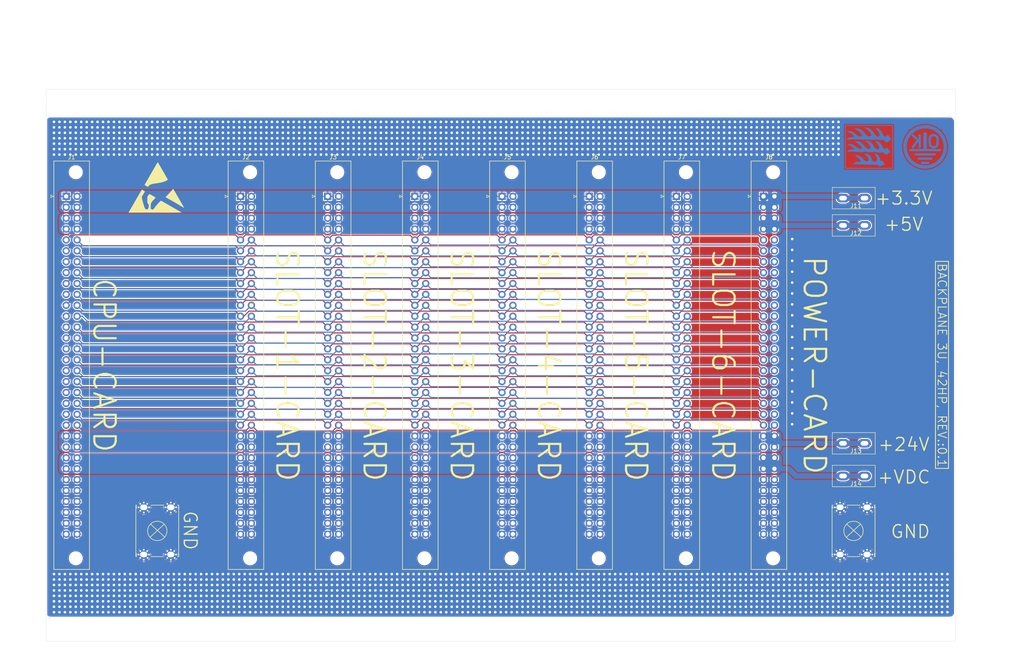
<source format=kicad_pcb>
(kicad_pcb (version 20171130) (host pcbnew "(5.1.5)-3")
  (layers (0 F.Cu signal hide) (31 B.Cu signal) (34 B.Paste user hide) (35 F.Paste user hide) (36 B.SilkS user) (37 F.SilkS user) (38 B.Mask user) (39 F.Mask user) (44 Edge.Cuts user))
  (net 0 "")
  (net 1 +3V3)
  (net 2 +5V)
  (net 3 /Bus/Reserved_1)
  (net 4 /Bus/Reserved_2)
  (net 5 /Bus/Reserved_3)
  (net 6 /Bus/Reserved_4)
  (net 7 /Bus/Reserved_5)
  (net 8 "/Bus/I2C SDA")
  (net 9 "/Bus/I2C SCL")
  (net 10 "/Bus/1 wire")
  (net 11 /Bus/GPI17)
  (net 12 /Bus/GPI27)
  (net 13 /Bus/GPI22)
  (net 14 /Bus/MOSI)
  (net 15 /Bus/MISO)
  (net 16 /Bus/SCLK)
  (net 17 /Bus/ID_SD)
  (net 18 /Bus/GPI5)
  (net 19 /Bus/GPI6)
  (net 20 /Bus/PWM1)
  (net 21 /Bus/PCM_FS)
  (net 22 /Bus/GPO26)
  (net 23 "/Bus/UART0 TXD")
  (net 24 "/Bus/UART0 RXD")
  (net 25 "/Bus/PCM CLK")
  (net 26 /Bus/GPO23)
  (net 27 /Bus/GPO24)
  (net 28 /Bus/GPO25)
  (net 29 /Bus/CE0)
  (net 30 /Bus/CE1)
  (net 31 "/Bus/ID SC")
  (net 32 "/Bus/PWM 0")
  (net 33 /Bus/CE2)
  (net 34 "/Bus/PCM DIN")
  (net 35 "/Bus/PCM DOUT")
  (net 36 /Bus/#RESET)
  (net 37 /Bus/PWR_3V3)
  (net 38 /Bus/PWR_5V)
  (net 39 +24V)
  (net 40 /Bus/PWR_24V)
  (net 41 VDC)
  (net 42 GND)
  (module pcb:WRTMBRG_10mm (layer B.Cu) (at 230.632 49 180)
    (fp_text reference G*** hide)
    (fp_text value LOGO hide)
    (fp_line (start -5.5 -5) (end 5.5 -5) (layer B.Cu) (width 0.2))
    (fp_line (start -5.5 -5) (end -5.5 5) (layer B.Cu) (width 0.2))
    (fp_line (start 5.5 5) (end 5.5 -5) (layer B.Cu) (width 0.2))
    (fp_line (start -5.5 5) (end 5.5 5) (layer B.Cu) (width 0.2))
    (fp_poly (pts (xy 0.90696 4.49845) (xy 0.962673 4.485677) (xy 1.003875 4.464094) (xy 1.017626 4.436802) (xy 1.003073 4.402838) (xy 0.95936 4.361241) (xy 0.885632 4.311049) (xy 0.781035 4.251301) (xy 0.730618 4.224644) (xy 0.639581 4.174211) (xy 0.541712 4.114919) (xy 0.451131 4.055541) (xy 0.402595 4.020862) (xy 0.266398 3.909694) (xy 0.126051 3.778984) (xy -0.012416 3.635469) (xy -0.142971 3.485884) (xy -0.259586 3.336966) (xy -0.356231 3.19545) (xy -0.395004 3.129889) (xy -0.463508 2.988968) (xy -0.505535 2.861426) (xy -0.521124 2.748749) (xy -0.510311 2.652424) (xy -0.473135 2.573936) (xy -0.409633 2.514773) (xy -0.378918 2.497814) (xy -0.299866 2.471394) (xy -0.198794 2.453967) (xy -0.086608 2.44659) (xy 0.025787 2.450324) (xy 0.065121 2.454716) (xy 0.151983 2.470516) (xy 0.232711 2.494779) (xy 0.310612 2.530031) (xy 0.388995 2.578794) (xy 0.471166 2.643593) (xy 0.560433 2.72695) (xy 0.660103 2.831391) (xy 0.773483 2.959438) (xy 0.860259 3.06147) (xy 1.082067 3.313994) (xy 1.29709 3.534997) (xy 1.507198 3.725703) (xy 1.714259 3.887333) (xy 1.920142 4.02111) (xy 2.126718 4.128256) (xy 2.335855 4.209993) (xy 2.549422 4.267544) (xy 2.755255 4.300611) (xy 2.858296 4.30758) (xy 2.971123 4.307717) (xy 3.084784 4.301701) (xy 3.190327 4.290211) (xy 3.278799 4.273926) (xy 3.334175 4.256701) (xy 3.395134 4.230938) (xy 3.344334 4.189888) (xy 3.306877 4.165486) (xy 3.247665 4.133406) (xy 3.176326 4.098688) (xy 3.132667 4.079103) (xy 2.993959 4.016135) (xy 2.875605 3.955147) (xy 2.765325 3.889061) (xy 2.650839 3.810802) (xy 2.590849 3.766882) (xy 2.439866 3.648868) (xy 2.294465 3.524402) (xy 2.156854 3.396163) (xy 2.029241 3.266831) (xy 1.913834 3.139085) (xy 1.812841 3.015605) (xy 1.728471 2.89907) (xy 1.66293 2.79216) (xy 1.618428 2.697554) (xy 1.597172 2.617931) (xy 1.599172 2.56347) (xy 1.615353 2.532108) (xy 1.648898 2.507109) (xy 1.703636 2.487209) (xy 1.783395 2.471148) (xy 1.892005 2.457662) (xy 1.931708 2.453845) (xy 2.114227 2.444943) (xy 2.268483 2.454173) (xy 2.394842 2.481574) (xy 2.460234 2.508156) (xy 2.49767 2.528083) (xy 2.537628 2.551938) (xy 2.583345 2.5821) (xy 2.638053 2.620948) (xy 2.704988 2.67086) (xy 2.787384 2.734216) (xy 2.888475 2.813394) (xy 3.011496 2.910772) (xy 3.058749 2.948335) (xy 3.238167 3.089519) (xy 3.396034 3.209831) (xy 3.535883 3.311153) (xy 3.661247 3.395365) (xy 3.775661 3.464348) (xy 3.882657 3.519984) (xy 3.98577 3.564153) (xy 4.088532 3.598738) (xy 4.194479 3.625618) (xy 4.307142 3.646675) (xy 4.3942 3.65926) (xy 4.471473 3.667187) (xy 4.565162 3.673438) (xy 4.668071 3.677902) (xy 4.773003 3.680468) (xy 4.872762 3.681024) (xy 4.960152 3.679459) (xy 5.027977 3.675661) (xy 5.068399 3.669701) (xy 5.106516 3.64976) (xy 5.113516 3.620851) (xy 5.090615 3.584087) (xy 5.039031 3.540578) (xy 4.959979 3.491436) (xy 4.854674 3.437772) (xy 4.775727 3.402282) (xy 4.529461 3.290706) (xy 4.312886 3.180312) (xy 4.122025 3.06863) (xy 3.952903 2.953186) (xy 3.80154 2.831509) (xy 3.689657 2.727112) (xy 3.61252 2.646258) (xy 3.546916 2.569622) (xy 3.496364 2.501888) (xy 3.464388 2.447738) (xy 3.4544 2.41427) (xy 3.461742 2.402878) (xy 3.485697 2.390842) (xy 3.529157 2.377475) (xy 3.595014 2.36209) (xy 3.686159 2.344003) (xy 3.805485 2.322526) (xy 3.931958 2.300972) (xy 4.130824 2.26662) (xy 4.299658 2.234817) (xy 4.442086 2.204364) (xy 4.561736 2.174062) (xy 4.662234 2.142712) (xy 4.747206 2.109114) (xy 4.82028 2.072068) (xy 4.885082 2.030376) (xy 4.945238 1.982837) (xy 4.975363 1.955894) (xy 5.039667 1.888761) (xy 5.094597 1.817126) (xy 5.135769 1.748067) (xy 5.158802 1.688663) (xy 5.161588 1.655054) (xy 5.141682 1.62531) (xy 5.094291 1.611739) (xy 5.021814 1.614582) (xy 4.933586 1.632273) (xy 4.8522 1.648799) (xy 4.740547 1.664837) (xy 4.602229 1.680172) (xy 4.440844 1.694585) (xy 4.259992 1.707863) (xy 4.063273 1.719788) (xy 3.854287 1.730144) (xy 3.636633 1.738715) (xy 3.41391 1.745285) (xy 3.18972 1.749638) (xy 2.967661 1.751557) (xy 2.9464 1.751606) (xy 2.782812 1.751674) (xy 2.647716 1.751111) (xy 2.53574 1.749678) (xy 2.441511 1.74714) (xy 2.359658 1.743257) (xy 2.284807 1.737794) (xy 2.211588 1.730513) (xy 2.134627 1.721178) (xy 2.074333 1.713113) (xy 1.78254 1.682677) (xy 1.507438 1.673399) (xy 1.252783 1.685323) (xy 1.1176 1.701716) (xy 0.870032 1.72686) (xy 0.61426 1.727665) (xy 0.343741 1.704056) (xy 0.254 1.691486) (xy 0.170316 1.679357) (xy 0.094056 1.669917) (xy 0.01905 1.662836) (xy -0.060877 1.657786) (xy -0.151895 1.654437) (xy -0.260178 1.652461) (xy -0.391898 1.651528) (xy -0.499533 1.65132) (xy -0.647473 1.651469) (xy -0.767036 1.652326) (xy -0.86371 1.654187) (xy -0.942984 1.65735) (xy -1.010344 1.662113) (xy -1.071279 1.668773) (xy -1.131277 1.677627) (xy -1.195824 1.688973) (xy -1.196526 1.689103) (xy -1.308496 1.708116) (xy -1.407608 1.720251) (xy -1.500645 1.725114) (xy -1.594389 1.722312) (xy -1.695624 1.711454) (xy -1.811132 1.692148) (xy -1.947697 1.664) (xy -2.0574 1.639298) (xy -2.104917 1.628775) (xy -2.149267 1.620323) (xy -2.194847 1.613711) (xy -2.246056 1.608708) (xy -2.30729 1.60508) (xy -2.382948 1.602597) (xy -2.477428 1.601027) (xy -2.595127 1.600139) (xy -2.740444 1.599699) (xy -2.810933 1.599593) (xy -2.968972 1.599265) (xy -3.097041 1.598595) (xy -3.199034 1.597385) (xy -3.278847 1.595442) (xy -3.340376 1.59257) (xy -3.387516 1.588573) (xy -3.424163 1.583257) (xy -3.454212 1.576425) (xy -3.48156 1.567883) (xy -3.487867 1.56566) (xy -3.537905 1.545543) (xy -3.572986 1.522781) (xy -3.599358 1.489749) (xy -3.623271 1.438827) (xy -3.648373 1.369916) (xy -3.701098 1.26575) (xy -3.777983 1.182135) (xy -3.874554 1.123754) (xy -3.889194 1.117934) (xy -3.959809 1.09827) (xy -4.048074 1.083181) (xy -4.141102 1.073992) (xy -4.226005 1.072025) (xy -4.284133 1.07739) (xy -4.392075 1.102917) (xy -4.47222 1.13349) (xy -4.530548 1.171705) (xy -4.553024 1.194061) (xy -4.587004 1.239564) (xy -4.610113 1.28297) (xy -4.614088 1.29571) (xy -4.624909 1.347922) (xy -4.631471 1.379598) (xy -4.651661 1.426184) (xy -4.693831 1.466008) (xy -4.76202 1.501892) (xy -4.852857 1.53437) (xy -4.924156 1.558486) (xy -4.989447 1.583844) (xy -5.0368 1.605735) (xy -5.043829 1.609741) (xy -5.095697 1.653365) (xy -5.137715 1.710327) (xy -5.161784 1.768449) (xy -5.164603 1.791374) (xy -5.151969 1.84957) (xy -5.118564 1.915341) (xy -5.07138 1.97687) (xy -5.035223 2.010079) (xy -4.946043 2.080897) (xy -4.881052 2.140065) (xy -4.835682 2.193823) (xy -4.805365 2.248409) (xy -4.785534 2.310064) (xy -4.774557 2.366147) (xy -4.740769 2.475345) (xy -4.679502 2.567714) (xy -4.593839 2.641014) (xy -4.486865 2.693003) (xy -4.361663 2.72144) (xy -4.278884 2.726267) (xy -4.16081 2.713926) (xy -4.061713 2.675821) (xy -3.979486 2.610322) (xy -3.912018 2.515803) (xy -3.86216 2.404536) (xy -3.838729 2.349429) (xy -3.81495 2.308095) (xy -3.797633 2.290627) (xy -3.762081 2.292472) (xy -3.708747 2.314419) (xy -3.644013 2.352838) (xy -3.57426 2.404098) (xy -3.527162 2.444488) (xy -3.430845 2.551794) (xy -3.341176 2.691675) (xy -3.257953 2.864455) (xy -3.2412 2.905141) (xy -3.138746 3.138341) (xy -3.022592 3.363308) (xy -2.896394 3.574055) (xy -2.763808 3.764599) (xy -2.628491 3.928953) (xy -2.591459 3.968585) (xy -2.524822 4.036102) (xy -2.470204 4.08565) (xy -2.417281 4.12471) (xy -2.355729 4.160765) (xy -2.275225 4.201297) (xy -2.2606 4.208358) (xy -2.080166 4.287393) (xy -1.896666 4.353402) (xy -1.72367 4.401532) (xy -1.714373 4.403644) (xy -1.660059 4.412311) (xy -1.622697 4.407235) (xy -1.598067 4.394359) (xy -1.568859 4.368125) (xy -1.556823 4.336387) (xy -1.563378 4.296228) (xy -1.589945 4.244734) (xy -1.637943 4.17899) (xy -1.708793 4.096081) (xy -1.782423 4.015923) (xy -1.930312 3.849916) (xy -2.056749 3.688826) (xy -2.170082 3.521486) (xy -2.243439 3.399272) (xy -2.334705 3.228844) (xy -2.409802 3.064628) (xy -2.467146 2.911008) (xy -2.505154 2.772367) (xy -2.522244 2.653091) (xy -2.523066 2.62491) (xy -2.516133 2.564775) (xy -2.491804 2.518137) (xy -2.444785 2.47866) (xy -2.369782 2.440011) (xy -2.367799 2.439132) (xy -2.241429 2.401128) (xy -2.105795 2.392843) (xy -1.98094 2.411634) (xy -1.864356 2.451851) (xy -1.750692 2.513165) (xy -1.638031 2.597455) (xy -1.524453 2.706596) (xy -1.408041 2.842465) (xy -1.286876 3.006941) (xy -1.159041 3.201899) (xy -1.136885 3.237595) (xy -0.967128 3.493655) (xy -0.792655 3.717386) (xy -0.611508 3.910214) (xy -0.421727 4.073567) (xy -0.221354 4.208869) (xy -0.008431 4.317547) (xy 0.219003 4.401027) (xy 0.462906 4.460734) (xy 0.568016 4.478658) (xy 0.708695 4.496524) (xy 0.820623 4.503103) (xy 0.90696 4.49845)) (layer B.Cu) (width 0.01))
    (fp_poly (pts (xy 0.690734 1.45555) (xy 0.742723 1.437803) (xy 0.757862 1.428074) (xy 0.790258 1.399336) (xy 0.806464 1.370695) (xy 0.804534 1.33935) (xy 0.782522 1.3025) (xy 0.738482 1.257345) (xy 0.67047 1.201085) (xy 0.57654 1.130919) (xy 0.526313 1.094787) (xy 0.302534 0.920421) (xy 0.1105 0.73971) (xy -0.049438 0.553143) (xy -0.176933 0.361213) (xy -0.271636 0.16441) (xy -0.333199 -0.036773) (xy -0.352121 -0.143871) (xy -0.359936 -0.22893) (xy -0.354659 -0.292198) (xy -0.332147 -0.338888) (xy -0.288263 -0.374213) (xy -0.218865 -0.403385) (xy -0.124556 -0.430401) (xy -0.005032 -0.451511) (xy 0.119321 -0.456708) (xy 0.236512 -0.446193) (xy 0.327801 -0.422777) (xy 0.412802 -0.385837) (xy 0.498313 -0.337525) (xy 0.586985 -0.275492) (xy 0.681468 -0.197388) (xy 0.784411 -0.100862) (xy 0.898465 0.016435) (xy 1.026279 0.156854) (xy 1.170503 0.322745) (xy 1.17687 0.3302) (xy 1.342516 0.520191) (xy 1.493599 0.683747) (xy 1.633554 0.82312) (xy 1.765814 0.940562) (xy 1.893815 1.038328) (xy 2.020991 1.118669) (xy 2.150775 1.18384) (xy 2.286603 1.236092) (xy 2.431909 1.277679) (xy 2.590127 1.310854) (xy 2.698787 1.328569) (xy 2.818938 1.3434) (xy 2.932339 1.351784) (xy 3.032631 1.353633) (xy 3.11345 1.348863) (xy 3.168435 1.337385) (xy 3.174203 1.335015) (xy 3.210833 1.3051) (xy 3.21612 1.263683) (xy 3.190226 1.211695) (xy 3.144101 1.160159) (xy 3.104111 1.126603) (xy 3.042191 1.080402) (xy 2.965337 1.026523) (xy 2.880548 0.969935) (xy 2.835068 0.940724) (xy 2.608868 0.79178) (xy 2.41205 0.649319) (xy 2.241456 0.51043) (xy 2.093929 0.372206) (xy 1.966311 0.231737) (xy 1.855446 0.086114) (xy 1.778929 -0.032321) (xy 1.713776 -0.153964) (xy 1.67619 -0.256306) (xy 1.666098 -0.33961) (xy 1.676962 -0.390824) (xy 1.707075 -0.437684) (xy 1.754755 -0.468667) (xy 1.824945 -0.48579) (xy 1.92259 -0.491067) (xy 1.922882 -0.491067) (xy 2.029395 -0.485499) (xy 2.136208 -0.467789) (xy 2.246448 -0.436427) (xy 2.36324 -0.389904) (xy 2.489709 -0.32671) (xy 2.628981 -0.245335) (xy 2.784182 -0.14427) (xy 2.958438 -0.022006) (xy 3.082959 0.069221) (xy 3.244239 0.18678) (xy 3.385105 0.284182) (xy 3.510247 0.364001) (xy 3.624355 0.428813) (xy 3.732119 0.481193) (xy 3.838228 0.523715) (xy 3.947372 0.558954) (xy 4.002514 0.574117) (xy 4.110533 0.598955) (xy 4.230148 0.620653) (xy 4.355773 0.638766) (xy 4.481821 0.652853) (xy 4.602705 0.662471) (xy 4.712837 0.667177) (xy 4.806631 0.666527) (xy 4.8785 0.660079) (xy 4.922857 0.647391) (xy 4.923367 0.647104) (xy 4.953413 0.622341) (xy 4.956976 0.593904) (xy 4.933017 0.556992) (xy 4.896013 0.52054) (xy 4.831766 0.469864) (xy 4.747298 0.416445) (xy 4.639255 0.358437) (xy 4.504281 0.293996) (xy 4.398436 0.246879) (xy 4.263348 0.187168) (xy 4.151966 0.135591) (xy 4.056383 0.08813) (xy 3.968694 0.040767) (xy 3.880994 -0.010516) (xy 3.828041 -0.042997) (xy 3.708077 -0.12255) (xy 3.603757 -0.201668) (xy 3.518126 -0.277429) (xy 3.454228 -0.346909) (xy 3.415109 -0.407186) (xy 3.4036 -0.450367) (xy 3.405135 -0.466186) (xy 3.411742 -0.47985) (xy 3.426425 -0.492011) (xy 3.45219 -0.503323) (xy 3.492039 -0.514439) (xy 3.548978 -0.526013) (xy 3.626011 -0.538697) (xy 3.726142 -0.553146) (xy 3.852376 -0.570012) (xy 4.007716 -0.58995) (xy 4.097867 -0.601353) (xy 4.318007 -0.63512) (xy 4.506313 -0.677087) (xy 4.66393 -0.72775) (xy 4.792001 -0.787602) (xy 4.891671 -0.857137) (xy 4.964083 -0.936848) (xy 4.994111 -0.988075) (xy 5.017653 -1.052836) (xy 5.015806 -1.099287) (xy 4.987529 -1.128083) (xy 4.931778 -1.139878) (xy 4.847511 -1.135329) (xy 4.777733 -1.124066) (xy 4.728504 -1.115678) (xy 4.677434 -1.109425) (xy 4.61957 -1.105174) (xy 4.549959 -1.102792) (xy 4.463648 -1.102146) (xy 4.355686 -1.103101) (xy 4.22112 -1.105525) (xy 4.148667 -1.107101) (xy 3.670296 -1.122463) (xy 3.165764 -1.147601) (xy 2.6326 -1.182648) (xy 2.35828 -1.203628) (xy 2.188457 -1.216335) (xy 2.044881 -1.224618) (xy 1.920177 -1.228114) (xy 1.80697 -1.226462) (xy 1.697886 -1.219302) (xy 1.585549 -1.206272) (xy 1.462584 -1.187011) (xy 1.321617 -1.161158) (xy 1.264493 -1.15006) (xy 1.159106 -1.129659) (xy 1.079637 -1.115459) (xy 1.018831 -1.106858) (xy 0.969429 -1.103253) (xy 0.924175 -1.104044) (xy 0.875812 -1.108628) (xy 0.832693 -1.114253) (xy 0.741793 -1.128279) (xy 0.63872 -1.146558) (xy 0.54422 -1.16539) (xy 0.535129 -1.16736) (xy 0.36633 -1.19687) (xy 0.172887 -1.217956) (xy -0.037001 -1.230463) (xy -0.255136 -1.234238) (xy -0.473319 -1.229126) (xy -0.683353 -1.214973) (xy -0.8636 -1.193648) (xy -0.962758 -1.180731) (xy -1.056373 -1.17293) (xy -1.149382 -1.170686) (xy -1.246724 -1.17444) (xy -1.353337 -1.184633) (xy -1.474157 -1.201706) (xy -1.614124 -1.2261) (xy -1.778175 -1.258255) (xy -1.921933 -1.288141) (xy -2.207615 -1.335197) (xy -2.485616 -1.352966) (xy -2.764597 -1.341826) (xy -2.876637 -1.329586) (xy -3.025114 -1.312858) (xy -3.155559 -1.302707) (xy -3.264499 -1.299211) (xy -3.348458 -1.302445) (xy -3.403962 -1.312487) (xy -3.4161 -1.317667) (xy -3.448375 -1.349779) (xy -3.464043 -1.384789) (xy -3.50012 -1.483662) (xy -3.564021 -1.572487) (xy -3.657613 -1.65322) (xy -3.782761 -1.727817) (xy -3.799082 -1.736003) (xy -3.926965 -1.786275) (xy -4.042928 -1.805068) (xy -4.146775 -1.792352) (xy -4.157133 -1.789133) (xy -4.28086 -1.733568) (xy -4.380564 -1.655376) (xy -4.459767 -1.551637) (xy -4.47431 -1.525988) (xy -4.493766 -1.497279) (xy -4.521916 -1.472169) (xy -4.564493 -1.447401) (xy -4.627231 -1.419714) (xy -4.715864 -1.38585) (xy -4.729986 -1.380679) (xy -4.792564 -1.350024) (xy -4.852309 -1.308591) (xy -4.869686 -1.292919) (xy -4.906888 -1.250038) (xy -4.923754 -1.209582) (xy -4.9276 -1.157134) (xy -4.919249 -1.087082) (xy -4.891483 -1.024208) (xy -4.840228 -0.962058) (xy -4.761909 -0.894563) (xy -4.681217 -0.820705) (xy -4.630974 -0.746164) (xy -4.608077 -0.66563) (xy -4.605866 -0.627367) (xy -4.599883 -0.569596) (xy -4.585149 -0.517749) (xy -4.581767 -0.510514) (xy -4.543489 -0.456955) (xy -4.484939 -0.397796) (xy -4.416422 -0.34199) (xy -4.348244 -0.298493) (xy -4.32455 -0.287045) (xy -4.225411 -0.258131) (xy -4.129071 -0.259041) (xy -4.032332 -0.290599) (xy -3.931997 -0.353627) (xy -3.872599 -0.403382) (xy -3.821445 -0.447965) (xy -3.775442 -0.485043) (xy -3.744021 -0.507036) (xy -3.742607 -0.507818) (xy -3.695213 -0.517295) (xy -3.633399 -0.501474) (xy -3.55511 -0.459594) (xy -3.489374 -0.414345) (xy -3.40511 -0.341061) (xy -3.323762 -0.246479) (xy -3.243682 -0.127984) (xy -3.163226 0.017038) (xy -3.080748 0.191203) (xy -3.022959 0.326909) (xy -2.92832 0.51361) (xy -2.8025 0.690066) (xy -2.647023 0.854824) (xy -2.463412 1.006434) (xy -2.253192 1.143445) (xy -2.058319 1.24564) (xy -1.903361 1.314426) (xy -1.769723 1.364079) (xy -1.658629 1.394316) (xy -1.571305 1.404854) (xy -1.508973 1.395408) (xy -1.482876 1.378857) (xy -1.465958 1.356937) (xy -1.459239 1.332072) (xy -1.46454 1.301375) (xy -1.483687 1.261962) (xy -1.5185 1.210947) (xy -1.570804 1.145443) (xy -1.642421 1.062566) (xy -1.735174 0.959428) (xy -1.776271 0.9144) (xy -1.911565 0.76229) (xy -2.023991 0.625938) (xy -2.117334 0.500209) (xy -2.195381 0.379966) (xy -2.261916 0.260073) (xy -2.269273 0.245533) (xy -2.341879 0.080809) (xy -2.386143 -0.066766) (xy -2.402082 -0.19692) (xy -2.389714 -0.30938) (xy -2.349058 -0.403873) (xy -2.280132 -0.480127) (xy -2.218266 -0.520813) (xy -2.175758 -0.541237) (xy -2.13585 -0.552745) (xy -2.087352 -0.557081) (xy -2.019068 -0.555987) (xy -1.998133 -0.555094) (xy -1.916761 -0.549246) (xy -1.853222 -0.537703) (xy -1.791524 -0.51645) (xy -1.7272 -0.487083) (xy -1.567124 -0.393759) (xy -1.421572 -0.27509) (xy -1.288831 -0.129181) (xy -1.167188 0.045862) (xy -1.05493 0.251933) (xy -1.050369 0.261349) (xy -0.94266 0.464877) (xy -0.825212 0.645741) (xy -0.690388 0.815076) (xy -0.610598 0.902565) (xy -0.512681 0.999473) (xy -0.416094 1.080568) (xy -0.31407 1.149875) (xy -0.199842 1.21142) (xy -0.066644 1.269225) (xy 0.09229 1.327317) (xy 0.118534 1.336225) (xy 0.283184 1.389063) (xy 0.420156 1.427045) (xy 0.532024 1.45054) (xy 0.621358 1.459918) (xy 0.690734 1.45555)) (layer B.Cu) (width 0.01))
    (fp_poly (pts (xy 0.934198 -1.529844) (xy 0.940615 -1.531158) (xy 0.985781 -1.556362) (xy 1.006367 -1.597711) (xy 0.997819 -1.645927) (xy 0.997388 -1.646767) (xy 0.980141 -1.669508) (xy 0.942688 -1.712304) (xy 0.888697 -1.771185) (xy 0.821835 -1.842186) (xy 0.745768 -1.921338) (xy 0.703925 -1.964267) (xy 0.565087 -2.110151) (xy 0.450248 -2.240524) (xy 0.356077 -2.359874) (xy 0.279243 -2.472691) (xy 0.216414 -2.583463) (xy 0.169205 -2.68485) (xy 0.13975 -2.760084) (xy 0.121487 -2.824762) (xy 0.111224 -2.893758) (xy 0.105839 -2.980267) (xy 0.103637 -3.05943) (xy 0.1056 -3.1149) (xy 0.113118 -3.156738) (xy 0.127578 -3.195002) (xy 0.138562 -3.217333) (xy 0.190397 -3.288573) (xy 0.262559 -3.337698) (xy 0.357847 -3.366036) (xy 0.470822 -3.374906) (xy 0.583591 -3.367211) (xy 0.692717 -3.341648) (xy 0.801035 -3.296338) (xy 0.911378 -3.229401) (xy 1.026578 -3.138956) (xy 1.149469 -3.023125) (xy 1.282885 -2.880026) (xy 1.371895 -2.777067) (xy 1.512533 -2.616804) (xy 1.643861 -2.479796) (xy 1.764177 -2.367618) (xy 1.871781 -2.281848) (xy 1.964972 -2.22406) (xy 1.972733 -2.220218) (xy 2.0741 -2.174459) (xy 2.198765 -2.123229) (xy 2.339206 -2.069187) (xy 2.487898 -2.014989) (xy 2.637317 -1.963294) (xy 2.77994 -1.916759) (xy 2.908242 -1.878043) (xy 3.014699 -1.849802) (xy 3.033847 -1.845391) (xy 3.107056 -1.832517) (xy 3.15311 -1.834251) (xy 3.176167 -1.852305) (xy 3.180387 -1.88839) (xy 3.178309 -1.904823) (xy 3.160955 -1.961969) (xy 3.125311 -2.026531) (xy 3.06968 -2.10038) (xy 2.992369 -2.185391) (xy 2.891681 -2.283437) (xy 2.765922 -2.39639) (xy 2.62445 -2.516901) (xy 2.514412 -2.611643) (xy 2.401847 -2.713612) (xy 2.291326 -2.818257) (xy 2.187426 -2.921021) (xy 2.094718 -3.017353) (xy 2.017778 -3.102698) (xy 1.961179 -3.172501) (xy 1.94925 -3.189148) (xy 1.916352 -3.244746) (xy 1.892195 -3.299776) (xy 1.884975 -3.326239) (xy 1.882545 -3.356317) (xy 1.88867 -3.379801) (xy 1.907051 -3.397731) (xy 1.941394 -3.411151) (xy 1.9954 -3.421102) (xy 2.072773 -3.428627) (xy 2.177217 -3.434768) (xy 2.287723 -3.439584) (xy 2.505194 -3.451414) (xy 2.696154 -3.468254) (xy 2.858553 -3.489858) (xy 2.990342 -3.515982) (xy 3.040582 -3.529587) (xy 3.115693 -3.558555) (xy 3.201378 -3.601929) (xy 3.292777 -3.656079) (xy 3.385035 -3.717378) (xy 3.473292 -3.782198) (xy 3.552691 -3.846909) (xy 3.618374 -3.907885) (xy 3.665484 -3.961496) (xy 3.689162 -4.004115) (xy 3.691011 -4.015391) (xy 3.686913 -4.026935) (xy 3.670804 -4.035514) (xy 3.637626 -4.041995) (xy 3.582317 -4.047244) (xy 3.499818 -4.052128) (xy 3.4671 -4.053743) (xy 3.259627 -4.062871) (xy 3.022827 -4.07184) (xy 2.76124 -4.080554) (xy 2.479406 -4.088916) (xy 2.181866 -4.096829) (xy 1.873159 -4.104196) (xy 1.557826 -4.110919) (xy 1.240405 -4.116902) (xy 0.925438 -4.122048) (xy 0.617464 -4.12626) (xy 0.321023 -4.129441) (xy 0.040655 -4.131494) (xy -0.211666 -4.132317) (xy -0.542373 -4.13323) (xy -0.839927 -4.135348) (xy -1.104243 -4.138667) (xy -1.335237 -4.143185) (xy -1.532827 -4.1489) (xy -1.696927 -4.155808) (xy -1.827454 -4.163907) (xy -1.924323 -4.173195) (xy -1.987452 -4.183668) (xy -1.997919 -4.186462) (xy -2.032617 -4.19795) (xy -2.059408 -4.21191) (xy -2.083824 -4.2341) (xy -2.111401 -4.270279) (xy -2.147675 -4.326205) (xy -2.175933 -4.371663) (xy -2.212898 -4.420696) (xy -2.257537 -4.455478) (xy -2.316158 -4.478375) (xy -2.39507 -4.491757) (xy -2.500583 -4.497992) (xy -2.513271 -4.498324) (xy -2.595088 -4.498986) (xy -2.669168 -4.49726) (xy -2.726021 -4.493497) (xy -2.751666 -4.489543) (xy -2.820716 -4.465178) (xy -2.866734 -4.430349) (xy -2.9005 -4.376547) (xy -2.903767 -4.369465) (xy -2.9323 -4.321233) (xy -2.969211 -4.294092) (xy -3.022492 -4.284696) (xy -3.095574 -4.289163) (xy -3.222518 -4.287424) (xy -3.348815 -4.254875) (xy -3.467312 -4.19394) (xy -3.538095 -4.139063) (xy -3.590307 -4.08203) (xy -3.614793 -4.02707) (xy -3.611104 -3.969716) (xy -3.578789 -3.905498) (xy -3.517398 -3.829949) (xy -3.505689 -3.8174) (xy -3.45442 -3.756624) (xy -3.419371 -3.695906) (xy -3.395943 -3.624441) (xy -3.379534 -3.531424) (xy -3.377601 -3.516582) (xy -3.361076 -3.448888) (xy -3.32565 -3.3901) (xy -3.306153 -3.367189) (xy -3.21318 -3.288069) (xy -3.105592 -3.238489) (xy -2.986571 -3.219174) (xy -2.859299 -3.23085) (xy -2.790472 -3.249557) (xy -2.731134 -3.266688) (xy -2.682107 -3.276159) (xy -2.654635 -3.27601) (xy -2.63304 -3.255061) (xy -2.618424 -3.209599) (xy -2.61019 -3.136593) (xy -2.607733 -3.038524) (xy -2.594197 -2.868229) (xy -2.555451 -2.693824) (xy -2.494288 -2.519226) (xy -2.413501 -2.348357) (xy -2.315882 -2.185136) (xy -2.204224 -2.033482) (xy -2.08132 -1.897315) (xy -1.949963 -1.780556) (xy -1.812946 -1.687122) (xy -1.673062 -1.620935) (xy -1.5782 -1.59359) (xy -1.506629 -1.581855) (xy -1.437433 -1.576017) (xy -1.37925 -1.57623) (xy -1.340723 -1.582648) (xy -1.330843 -1.589182) (xy -1.333374 -1.613304) (xy -1.352745 -1.664052) (xy -1.387903 -1.739303) (xy -1.437793 -1.836932) (xy -1.501359 -1.954814) (xy -1.577547 -2.090824) (xy -1.595233 -2.121807) (xy -1.675742 -2.266211) (xy -1.738858 -2.388877) (xy -1.78698 -2.495553) (xy -1.822502 -2.591985) (xy -1.847822 -2.683922) (xy -1.863483 -2.765149) (xy -1.873841 -2.864328) (xy -1.875898 -2.97047) (xy -1.870187 -3.073245) (xy -1.857241 -3.162324) (xy -1.839917 -3.222068) (xy -1.801085 -3.284316) (xy -1.740452 -3.333764) (xy -1.655253 -3.37163) (xy -1.542724 -3.399134) (xy -1.400099 -3.417495) (xy -1.395822 -3.417874) (xy -1.226745 -3.422538) (xy -1.081362 -3.4041) (xy -0.9578 -3.361668) (xy -0.854186 -3.29435) (xy -0.768647 -3.201254) (xy -0.702143 -3.087535) (xy -0.681556 -3.036625) (xy -0.656045 -2.962543) (xy -0.628776 -2.875005) (xy -0.602911 -2.783726) (xy -0.601545 -2.778615) (xy -0.543845 -2.583356) (xy -0.481341 -2.416406) (xy -0.411205 -2.272264) (xy -0.330609 -2.145431) (xy -0.236723 -2.030405) (xy -0.193544 -1.985192) (xy -0.12808 -1.922668) (xy -0.068192 -1.874596) (xy -0.002295 -1.832938) (xy 0.081194 -1.789654) (xy 0.104164 -1.778595) (xy 0.218819 -1.727339) (xy 0.341099 -1.678667) (xy 0.465634 -1.634167) (xy 0.587054 -1.595428) (xy 0.69999 -1.564037) (xy 0.799072 -1.541585) (xy 0.878931 -1.529657) (xy 0.934198 -1.529844)) (layer B.Cu) (width 0.01))
  )
  (module Symbol:ESD-Logo_13.2x12mm_SilkScreen (layer F.Cu) (at 64.516 58.42)
    (fp_text reference REF** hide)
    (fp_text value ESD-Logo_13.2x12mm_SilkScreen hide)
  )
  (module pcb:OTK_Logo_10mm (layer B.Cu) (at 243.713 49 180)
    (fp_text reference REF** hide)
    (fp_text value OTK_Logo_3)
    (fp_text user K (at 2 1.2) (layer B.Cu) (effects (font (size 2.8 2.8) (thickness 0.5)) (justify mirror)))
    (fp_text user O (at -2 1.2) (layer B.Cu) (effects (font (size 2.8 2.8) (thickness 0.5)) (justify mirror)))
    (fp_line (start -0.75 -3.75) (end 0.75 -3.75) (layer B.Cu) (width 0.5))
    (fp_circle (center 0 0) (end 4.7 0) (layer B.Cu) (width 0.8))
    (fp_line (start 0 3) (end 0 -0.5) (layer B.Cu) (width 0.8))
    (fp_line (start -3.5 -0.75) (end 3.5 -0.75) (layer B.Cu) (width 0.5))
    (fp_line (start -2.25 -1.75) (end 2.25 -1.75) (layer B.Cu) (width 0.5))
    (fp_line (start -1.5 -2.75) (end 1.5 -2.75) (layer B.Cu) (width 0.5))
  )
  (module pcb:Hole_2.7mm_M2.5_DIN7985_2 (layer F.Cu) (at 248.92 161.16)
    (fp_text reference REF** hide)
    (fp_text value Hole_2.7mm_M2.5_DIN7985_2)
    (pad "" np_thru_hole circle (at 0 0) (size 2.7 2.7) (drill 2.7) (layers *.Cu))
  )
  (module pcb:Hole_2.7mm_M2.5_DIN7985_2 (layer F.Cu) (at 243.84 161.16)
    (fp_text reference REF** hide)
    (fp_text value Hole_2.7mm_M2.5_DIN7985_2)
    (pad "" np_thru_hole circle (at 0 0) (size 2.7 2.7) (drill 2.7) (layers *.Cu))
  )
  (module pcb:Hole_2.7mm_M2.5_DIN7985_2 (layer F.Cu) (at 238.76 161.16)
    (fp_text reference REF** hide)
    (fp_text value Hole_2.7mm_M2.5_DIN7985_2)
    (pad "" np_thru_hole circle (at 0 0) (size 2.7 2.7) (drill 2.7) (layers *.Cu))
  )
  (module pcb:Hole_2.7mm_M2.5_DIN7985_2 (layer F.Cu) (at 233.68 161.16)
    (fp_text reference REF** hide)
    (fp_text value Hole_2.7mm_M2.5_DIN7985_2)
    (pad "" np_thru_hole circle (at 0 0) (size 2.7 2.7) (drill 2.7) (layers *.Cu))
  )
  (module pcb:Hole_2.7mm_M2.5_DIN7985_2 (layer F.Cu) (at 228.6 161.16)
    (fp_text reference REF** hide)
    (fp_text value Hole_2.7mm_M2.5_DIN7985_2)
    (pad "" np_thru_hole circle (at 0 0) (size 2.7 2.7) (drill 2.7) (layers *.Cu))
  )
  (module pcb:Hole_2.7mm_M2.5_DIN7985_2 (layer F.Cu) (at 223.52 161.16)
    (fp_text reference REF** hide)
    (fp_text value Hole_2.7mm_M2.5_DIN7985_2)
    (pad "" np_thru_hole circle (at 0 0) (size 2.7 2.7) (drill 2.7) (layers *.Cu))
  )
  (module pcb:Hole_2.7mm_M2.5_DIN7985_2 (layer F.Cu) (at 218.44 161.16)
    (fp_text reference REF** hide)
    (fp_text value Hole_2.7mm_M2.5_DIN7985_2)
    (pad "" np_thru_hole circle (at 0 0) (size 2.7 2.7) (drill 2.7) (layers *.Cu))
  )
  (module pcb:Hole_2.7mm_M2.5_DIN7985_2 (layer F.Cu) (at 213.36 161.16)
    (fp_text reference REF** hide)
    (fp_text value Hole_2.7mm_M2.5_DIN7985_2)
    (pad "" np_thru_hole circle (at 0 0) (size 2.7 2.7) (drill 2.7) (layers *.Cu))
  )
  (module pcb:Hole_2.7mm_M2.5_DIN7985_2 (layer F.Cu) (at 208.28 161.16)
    (fp_text reference REF** hide)
    (fp_text value Hole_2.7mm_M2.5_DIN7985_2)
    (pad "" np_thru_hole circle (at 0 0) (size 2.7 2.7) (drill 2.7) (layers *.Cu))
  )
  (module pcb:Hole_2.7mm_M2.5_DIN7985_2 (layer F.Cu) (at 203.2 161.16)
    (fp_text reference REF** hide)
    (fp_text value Hole_2.7mm_M2.5_DIN7985_2)
    (pad "" np_thru_hole circle (at 0 0) (size 2.7 2.7) (drill 2.7) (layers *.Cu))
  )
  (module pcb:Hole_2.7mm_M2.5_DIN7985_2 (layer F.Cu) (at 198.12 161.16)
    (fp_text reference REF** hide)
    (fp_text value Hole_2.7mm_M2.5_DIN7985_2)
    (pad "" np_thru_hole circle (at 0 0) (size 2.7 2.7) (drill 2.7) (layers *.Cu))
  )
  (module pcb:Hole_2.7mm_M2.5_DIN7985_2 (layer F.Cu) (at 193.04 161.16)
    (fp_text reference REF** hide)
    (fp_text value Hole_2.7mm_M2.5_DIN7985_2)
    (pad "" np_thru_hole circle (at 0 0) (size 2.7 2.7) (drill 2.7) (layers *.Cu))
  )
  (module pcb:Hole_2.7mm_M2.5_DIN7985_2 (layer F.Cu) (at 187.96 161.16)
    (fp_text reference REF** hide)
    (fp_text value Hole_2.7mm_M2.5_DIN7985_2)
    (pad "" np_thru_hole circle (at 0 0) (size 2.7 2.7) (drill 2.7) (layers *.Cu))
  )
  (module pcb:Hole_2.7mm_M2.5_DIN7985_2 (layer F.Cu) (at 182.88 161.16)
    (fp_text reference REF** hide)
    (fp_text value Hole_2.7mm_M2.5_DIN7985_2)
    (pad "" np_thru_hole circle (at 0 0) (size 2.7 2.7) (drill 2.7) (layers *.Cu))
  )
  (module pcb:Hole_2.7mm_M2.5_DIN7985_2 (layer F.Cu) (at 177.8 161.16)
    (fp_text reference REF** hide)
    (fp_text value Hole_2.7mm_M2.5_DIN7985_2)
    (pad "" np_thru_hole circle (at 0 0) (size 2.7 2.7) (drill 2.7) (layers *.Cu))
  )
  (module pcb:Hole_2.7mm_M2.5_DIN7985_2 (layer F.Cu) (at 172.72 161.16)
    (fp_text reference REF** hide)
    (fp_text value Hole_2.7mm_M2.5_DIN7985_2)
    (pad "" np_thru_hole circle (at 0 0) (size 2.7 2.7) (drill 2.7) (layers *.Cu))
  )
  (module pcb:Hole_2.7mm_M2.5_DIN7985_2 (layer F.Cu) (at 167.64 161.16)
    (fp_text reference REF** hide)
    (fp_text value Hole_2.7mm_M2.5_DIN7985_2)
    (pad "" np_thru_hole circle (at 0 0) (size 2.7 2.7) (drill 2.7) (layers *.Cu))
  )
  (module pcb:Hole_2.7mm_M2.5_DIN7985_2 (layer F.Cu) (at 162.56 161.16)
    (fp_text reference REF** hide)
    (fp_text value Hole_2.7mm_M2.5_DIN7985_2)
    (pad "" np_thru_hole circle (at 0 0) (size 2.7 2.7) (drill 2.7) (layers *.Cu))
  )
  (module pcb:Hole_2.7mm_M2.5_DIN7985_2 (layer F.Cu) (at 157.48 161.16)
    (fp_text reference REF** hide)
    (fp_text value Hole_2.7mm_M2.5_DIN7985_2)
    (pad "" np_thru_hole circle (at 0 0) (size 2.7 2.7) (drill 2.7) (layers *.Cu))
  )
  (module pcb:Hole_2.7mm_M2.5_DIN7985_2 (layer F.Cu) (at 152.4 161.16)
    (fp_text reference REF** hide)
    (fp_text value Hole_2.7mm_M2.5_DIN7985_2)
    (pad "" np_thru_hole circle (at 0 0) (size 2.7 2.7) (drill 2.7) (layers *.Cu))
  )
  (module pcb:Hole_2.7mm_M2.5_DIN7985_2 (layer F.Cu) (at 147.32 161.16)
    (fp_text reference REF** hide)
    (fp_text value Hole_2.7mm_M2.5_DIN7985_2)
    (pad "" np_thru_hole circle (at 0 0) (size 2.7 2.7) (drill 2.7) (layers *.Cu))
  )
  (module pcb:Hole_2.7mm_M2.5_DIN7985_2 (layer F.Cu) (at 142.24 161.16)
    (fp_text reference REF** hide)
    (fp_text value Hole_2.7mm_M2.5_DIN7985_2)
    (pad "" np_thru_hole circle (at 0 0) (size 2.7 2.7) (drill 2.7) (layers *.Cu))
  )
  (module pcb:Hole_2.7mm_M2.5_DIN7985_2 (layer F.Cu) (at 137.16 161.16)
    (fp_text reference REF** hide)
    (fp_text value Hole_2.7mm_M2.5_DIN7985_2)
    (pad "" np_thru_hole circle (at 0 0) (size 2.7 2.7) (drill 2.7) (layers *.Cu))
  )
  (module pcb:Hole_2.7mm_M2.5_DIN7985_2 (layer F.Cu) (at 132.08 161.16)
    (fp_text reference REF** hide)
    (fp_text value Hole_2.7mm_M2.5_DIN7985_2)
    (pad "" np_thru_hole circle (at 0 0) (size 2.7 2.7) (drill 2.7) (layers *.Cu))
  )
  (module pcb:Hole_2.7mm_M2.5_DIN7985_2 (layer F.Cu) (at 127 161.16)
    (fp_text reference REF** hide)
    (fp_text value Hole_2.7mm_M2.5_DIN7985_2)
    (pad "" np_thru_hole circle (at 0 0) (size 2.7 2.7) (drill 2.7) (layers *.Cu))
  )
  (module pcb:Hole_2.7mm_M2.5_DIN7985_2 (layer F.Cu) (at 121.92 161.16)
    (fp_text reference REF** hide)
    (fp_text value Hole_2.7mm_M2.5_DIN7985_2)
    (pad "" np_thru_hole circle (at 0 0) (size 2.7 2.7) (drill 2.7) (layers *.Cu))
  )
  (module pcb:Hole_2.7mm_M2.5_DIN7985_2 (layer F.Cu) (at 116.84 161.16)
    (fp_text reference REF** hide)
    (fp_text value Hole_2.7mm_M2.5_DIN7985_2)
    (pad "" np_thru_hole circle (at 0 0) (size 2.7 2.7) (drill 2.7) (layers *.Cu))
  )
  (module pcb:Hole_2.7mm_M2.5_DIN7985_2 (layer F.Cu) (at 111.76 161.16)
    (fp_text reference REF** hide)
    (fp_text value Hole_2.7mm_M2.5_DIN7985_2)
    (pad "" np_thru_hole circle (at 0 0) (size 2.7 2.7) (drill 2.7) (layers *.Cu))
  )
  (module pcb:Hole_2.7mm_M2.5_DIN7985_2 (layer F.Cu) (at 106.68 161.16)
    (fp_text reference REF** hide)
    (fp_text value Hole_2.7mm_M2.5_DIN7985_2)
    (pad "" np_thru_hole circle (at 0 0) (size 2.7 2.7) (drill 2.7) (layers *.Cu))
  )
  (module pcb:Hole_2.7mm_M2.5_DIN7985_2 (layer F.Cu) (at 101.6 161.16)
    (fp_text reference REF** hide)
    (fp_text value Hole_2.7mm_M2.5_DIN7985_2)
    (pad "" np_thru_hole circle (at 0 0) (size 2.7 2.7) (drill 2.7) (layers *.Cu))
  )
  (module pcb:Hole_2.7mm_M2.5_DIN7985_2 (layer F.Cu) (at 96.52 161.16)
    (fp_text reference REF** hide)
    (fp_text value Hole_2.7mm_M2.5_DIN7985_2)
    (pad "" np_thru_hole circle (at 0 0) (size 2.7 2.7) (drill 2.7) (layers *.Cu))
  )
  (module pcb:Hole_2.7mm_M2.5_DIN7985_2 (layer F.Cu) (at 91.44 161.16)
    (fp_text reference REF** hide)
    (fp_text value Hole_2.7mm_M2.5_DIN7985_2)
    (pad "" np_thru_hole circle (at 0 0) (size 2.7 2.7) (drill 2.7) (layers *.Cu))
  )
  (module pcb:Hole_2.7mm_M2.5_DIN7985_2 (layer F.Cu) (at 86.36 161.16)
    (fp_text reference REF** hide)
    (fp_text value Hole_2.7mm_M2.5_DIN7985_2)
    (pad "" np_thru_hole circle (at 0 0) (size 2.7 2.7) (drill 2.7) (layers *.Cu))
  )
  (module pcb:Hole_2.7mm_M2.5_DIN7985_2 (layer F.Cu) (at 81.28 161.16)
    (fp_text reference REF** hide)
    (fp_text value Hole_2.7mm_M2.5_DIN7985_2)
    (pad "" np_thru_hole circle (at 0 0) (size 2.7 2.7) (drill 2.7) (layers *.Cu))
  )
  (module pcb:Hole_2.7mm_M2.5_DIN7985_2 (layer F.Cu) (at 76.2 161.16)
    (fp_text reference REF** hide)
    (fp_text value Hole_2.7mm_M2.5_DIN7985_2)
    (pad "" np_thru_hole circle (at 0 0) (size 2.7 2.7) (drill 2.7) (layers *.Cu))
  )
  (module pcb:Hole_2.7mm_M2.5_DIN7985_2 (layer F.Cu) (at 71.12 161.16)
    (fp_text reference REF** hide)
    (fp_text value Hole_2.7mm_M2.5_DIN7985_2)
    (pad "" np_thru_hole circle (at 0 0) (size 2.7 2.7) (drill 2.7) (layers *.Cu))
  )
  (module pcb:Hole_2.7mm_M2.5_DIN7985_2 (layer F.Cu) (at 66.04 161.16)
    (fp_text reference REF** hide)
    (fp_text value Hole_2.7mm_M2.5_DIN7985_2)
    (pad "" np_thru_hole circle (at 0 0) (size 2.7 2.7) (drill 2.7) (layers *.Cu))
  )
  (module pcb:Hole_2.7mm_M2.5_DIN7985_2 (layer F.Cu) (at 60.96 161.16)
    (fp_text reference REF** hide)
    (fp_text value Hole_2.7mm_M2.5_DIN7985_2)
    (pad "" np_thru_hole circle (at 0 0) (size 2.7 2.7) (drill 2.7) (layers *.Cu))
  )
  (module pcb:Hole_2.7mm_M2.5_DIN7985_2 (layer F.Cu) (at 55.88 161.16)
    (fp_text reference REF** hide)
    (fp_text value Hole_2.7mm_M2.5_DIN7985_2)
    (pad "" np_thru_hole circle (at 0 0) (size 2.7 2.7) (drill 2.7) (layers *.Cu))
  )
  (module pcb:Hole_2.7mm_M2.5_DIN7985_2 (layer F.Cu) (at 50.8 161.16)
    (fp_text reference REF** hide)
    (fp_text value Hole_2.7mm_M2.5_DIN7985_2)
    (pad "" np_thru_hole circle (at 0 0) (size 2.7 2.7) (drill 2.7) (layers *.Cu))
  )
  (module pcb:Hole_2.7mm_M2.5_DIN7985_2 (layer F.Cu) (at 45.72 161.16)
    (fp_text reference REF** hide)
    (fp_text value Hole_2.7mm_M2.5_DIN7985_2)
    (pad "" np_thru_hole circle (at 0 0) (size 2.7 2.7) (drill 2.7) (layers *.Cu))
  )
  (module pcb:Hole_2.7mm_M2.5_DIN7985_2 (layer F.Cu) (at 248.92 38.66)
    (fp_text reference REF** hide)
    (fp_text value Hole_2.7mm_M2.5_DIN7985_2)
    (pad "" np_thru_hole circle (at 0 0) (size 2.7 2.7) (drill 2.7) (layers *.Cu))
  )
  (module pcb:Hole_2.7mm_M2.5_DIN7985_2 (layer F.Cu) (at 243.84 38.66)
    (fp_text reference REF** hide)
    (fp_text value Hole_2.7mm_M2.5_DIN7985_2)
    (pad "" np_thru_hole circle (at 0 0) (size 2.7 2.7) (drill 2.7) (layers *.Cu))
  )
  (module pcb:Hole_2.7mm_M2.5_DIN7985_2 (layer F.Cu) (at 238.76 38.66)
    (fp_text reference REF** hide)
    (fp_text value Hole_2.7mm_M2.5_DIN7985_2)
    (pad "" np_thru_hole circle (at 0 0) (size 2.7 2.7) (drill 2.7) (layers *.Cu))
  )
  (module pcb:Hole_2.7mm_M2.5_DIN7985_2 (layer F.Cu) (at 233.68 38.66)
    (fp_text reference REF** hide)
    (fp_text value Hole_2.7mm_M2.5_DIN7985_2)
    (pad "" np_thru_hole circle (at 0 0) (size 2.7 2.7) (drill 2.7) (layers *.Cu))
  )
  (module pcb:Hole_2.7mm_M2.5_DIN7985_2 (layer F.Cu) (at 228.6 38.66)
    (fp_text reference REF** hide)
    (fp_text value Hole_2.7mm_M2.5_DIN7985_2)
    (pad "" np_thru_hole circle (at 0 0) (size 2.7 2.7) (drill 2.7) (layers *.Cu))
  )
  (module pcb:Hole_2.7mm_M2.5_DIN7985_2 (layer F.Cu) (at 223.52 38.66)
    (fp_text reference REF** hide)
    (fp_text value Hole_2.7mm_M2.5_DIN7985_2)
    (pad "" np_thru_hole circle (at 0 0) (size 2.7 2.7) (drill 2.7) (layers *.Cu))
  )
  (module pcb:Hole_2.7mm_M2.5_DIN7985_2 (layer F.Cu) (at 218.44 38.66)
    (fp_text reference REF** hide)
    (fp_text value Hole_2.7mm_M2.5_DIN7985_2)
    (pad "" np_thru_hole circle (at 0 0) (size 2.7 2.7) (drill 2.7) (layers *.Cu))
  )
  (module pcb:Hole_2.7mm_M2.5_DIN7985_2 (layer F.Cu) (at 213.36 38.66)
    (fp_text reference REF** hide)
    (fp_text value Hole_2.7mm_M2.5_DIN7985_2)
    (pad "" np_thru_hole circle (at 0 0) (size 2.7 2.7) (drill 2.7) (layers *.Cu))
  )
  (module pcb:Hole_2.7mm_M2.5_DIN7985_2 (layer F.Cu) (at 208.28 38.66)
    (fp_text reference REF** hide)
    (fp_text value Hole_2.7mm_M2.5_DIN7985_2)
    (pad "" np_thru_hole circle (at 0 0) (size 2.7 2.7) (drill 2.7) (layers *.Cu))
  )
  (module pcb:Hole_2.7mm_M2.5_DIN7985_2 (layer F.Cu) (at 203.2 38.66)
    (fp_text reference REF** hide)
    (fp_text value Hole_2.7mm_M2.5_DIN7985_2)
    (pad "" np_thru_hole circle (at 0 0) (size 2.7 2.7) (drill 2.7) (layers *.Cu))
  )
  (module pcb:Hole_2.7mm_M2.5_DIN7985_2 (layer F.Cu) (at 198.12 38.66)
    (fp_text reference REF** hide)
    (fp_text value Hole_2.7mm_M2.5_DIN7985_2)
    (pad "" np_thru_hole circle (at 0 0) (size 2.7 2.7) (drill 2.7) (layers *.Cu))
  )
  (module pcb:Hole_2.7mm_M2.5_DIN7985_2 (layer F.Cu) (at 193.04 38.66)
    (fp_text reference REF** hide)
    (fp_text value Hole_2.7mm_M2.5_DIN7985_2)
    (pad "" np_thru_hole circle (at 0 0) (size 2.7 2.7) (drill 2.7) (layers *.Cu))
  )
  (module pcb:Hole_2.7mm_M2.5_DIN7985_2 (layer F.Cu) (at 187.96 38.66)
    (fp_text reference REF** hide)
    (fp_text value Hole_2.7mm_M2.5_DIN7985_2)
    (pad "" np_thru_hole circle (at 0 0) (size 2.7 2.7) (drill 2.7) (layers *.Cu))
  )
  (module pcb:Hole_2.7mm_M2.5_DIN7985_2 (layer F.Cu) (at 182.88 38.66)
    (fp_text reference REF** hide)
    (fp_text value Hole_2.7mm_M2.5_DIN7985_2)
    (pad "" np_thru_hole circle (at 0 0) (size 2.7 2.7) (drill 2.7) (layers *.Cu))
  )
  (module pcb:Hole_2.7mm_M2.5_DIN7985_2 (layer F.Cu) (at 177.8 38.66)
    (fp_text reference REF** hide)
    (fp_text value Hole_2.7mm_M2.5_DIN7985_2)
    (pad "" np_thru_hole circle (at 0 0) (size 2.7 2.7) (drill 2.7) (layers *.Cu))
  )
  (module pcb:Hole_2.7mm_M2.5_DIN7985_2 (layer F.Cu) (at 172.72 38.66)
    (fp_text reference REF** hide)
    (fp_text value Hole_2.7mm_M2.5_DIN7985_2)
    (pad "" np_thru_hole circle (at 0 0) (size 2.7 2.7) (drill 2.7) (layers *.Cu))
  )
  (module pcb:Hole_2.7mm_M2.5_DIN7985_2 (layer F.Cu) (at 167.64 38.66)
    (fp_text reference REF** hide)
    (fp_text value Hole_2.7mm_M2.5_DIN7985_2)
    (pad "" np_thru_hole circle (at 0 0) (size 2.7 2.7) (drill 2.7) (layers *.Cu))
  )
  (module pcb:Hole_2.7mm_M2.5_DIN7985_2 (layer F.Cu) (at 162.56 38.66)
    (fp_text reference REF** hide)
    (fp_text value Hole_2.7mm_M2.5_DIN7985_2)
    (pad "" np_thru_hole circle (at 0 0) (size 2.7 2.7) (drill 2.7) (layers *.Cu))
  )
  (module pcb:Hole_2.7mm_M2.5_DIN7985_2 (layer F.Cu) (at 157.48 38.66)
    (fp_text reference REF** hide)
    (fp_text value Hole_2.7mm_M2.5_DIN7985_2)
    (pad "" np_thru_hole circle (at 0 0) (size 2.7 2.7) (drill 2.7) (layers *.Cu))
  )
  (module pcb:Hole_2.7mm_M2.5_DIN7985_2 (layer F.Cu) (at 152.4 38.66)
    (fp_text reference REF** hide)
    (fp_text value Hole_2.7mm_M2.5_DIN7985_2)
    (pad "" np_thru_hole circle (at 0 0) (size 2.7 2.7) (drill 2.7) (layers *.Cu))
  )
  (module pcb:Hole_2.7mm_M2.5_DIN7985_2 (layer F.Cu) (at 147.32 38.66)
    (fp_text reference REF** hide)
    (fp_text value Hole_2.7mm_M2.5_DIN7985_2)
    (pad "" np_thru_hole circle (at 0 0) (size 2.7 2.7) (drill 2.7) (layers *.Cu))
  )
  (module pcb:Hole_2.7mm_M2.5_DIN7985_2 (layer F.Cu) (at 142.24 38.66)
    (fp_text reference REF** hide)
    (fp_text value Hole_2.7mm_M2.5_DIN7985_2)
    (pad "" np_thru_hole circle (at 0 0) (size 2.7 2.7) (drill 2.7) (layers *.Cu))
  )
  (module pcb:Hole_2.7mm_M2.5_DIN7985_2 (layer F.Cu) (at 137.16 38.66)
    (fp_text reference REF** hide)
    (fp_text value Hole_2.7mm_M2.5_DIN7985_2)
    (pad "" np_thru_hole circle (at 0 0) (size 2.7 2.7) (drill 2.7) (layers *.Cu))
  )
  (module pcb:Hole_2.7mm_M2.5_DIN7985_2 (layer F.Cu) (at 132.08 38.66)
    (fp_text reference REF** hide)
    (fp_text value Hole_2.7mm_M2.5_DIN7985_2)
    (pad "" np_thru_hole circle (at 0 0) (size 2.7 2.7) (drill 2.7) (layers *.Cu))
  )
  (module pcb:Hole_2.7mm_M2.5_DIN7985_2 (layer F.Cu) (at 127 38.66)
    (fp_text reference REF** hide)
    (fp_text value Hole_2.7mm_M2.5_DIN7985_2)
    (pad "" np_thru_hole circle (at 0 0) (size 2.7 2.7) (drill 2.7) (layers *.Cu))
  )
  (module pcb:Hole_2.7mm_M2.5_DIN7985_2 (layer F.Cu) (at 121.92 38.66)
    (fp_text reference REF** hide)
    (fp_text value Hole_2.7mm_M2.5_DIN7985_2)
    (pad "" np_thru_hole circle (at 0 0) (size 2.7 2.7) (drill 2.7) (layers *.Cu))
  )
  (module pcb:Hole_2.7mm_M2.5_DIN7985_2 (layer F.Cu) (at 116.84 38.66)
    (fp_text reference REF** hide)
    (fp_text value Hole_2.7mm_M2.5_DIN7985_2)
    (pad "" np_thru_hole circle (at 0 0) (size 2.7 2.7) (drill 2.7) (layers *.Cu))
  )
  (module pcb:Hole_2.7mm_M2.5_DIN7985_2 (layer F.Cu) (at 111.76 38.66)
    (fp_text reference REF** hide)
    (fp_text value Hole_2.7mm_M2.5_DIN7985_2)
    (pad "" np_thru_hole circle (at 0 0) (size 2.7 2.7) (drill 2.7) (layers *.Cu))
  )
  (module pcb:Hole_2.7mm_M2.5_DIN7985_2 (layer F.Cu) (at 106.68 38.66)
    (fp_text reference REF** hide)
    (fp_text value Hole_2.7mm_M2.5_DIN7985_2)
    (pad "" np_thru_hole circle (at 0 0) (size 2.7 2.7) (drill 2.7) (layers *.Cu))
  )
  (module pcb:Hole_2.7mm_M2.5_DIN7985_2 (layer F.Cu) (at 101.6 38.66)
    (fp_text reference REF** hide)
    (fp_text value Hole_2.7mm_M2.5_DIN7985_2)
    (pad "" np_thru_hole circle (at 0 0) (size 2.7 2.7) (drill 2.7) (layers *.Cu))
  )
  (module pcb:Hole_2.7mm_M2.5_DIN7985_2 (layer F.Cu) (at 96.52 38.66)
    (fp_text reference REF** hide)
    (fp_text value Hole_2.7mm_M2.5_DIN7985_2)
    (pad "" np_thru_hole circle (at 0 0) (size 2.7 2.7) (drill 2.7) (layers *.Cu))
  )
  (module pcb:Hole_2.7mm_M2.5_DIN7985_2 (layer F.Cu) (at 91.44 38.66)
    (fp_text reference REF** hide)
    (fp_text value Hole_2.7mm_M2.5_DIN7985_2)
    (pad "" np_thru_hole circle (at 0 0) (size 2.7 2.7) (drill 2.7) (layers *.Cu))
  )
  (module pcb:Hole_2.7mm_M2.5_DIN7985_2 (layer F.Cu) (at 86.36 38.66)
    (fp_text reference REF** hide)
    (fp_text value Hole_2.7mm_M2.5_DIN7985_2)
    (pad "" np_thru_hole circle (at 0 0) (size 2.7 2.7) (drill 2.7) (layers *.Cu))
  )
  (module pcb:Hole_2.7mm_M2.5_DIN7985_2 (layer F.Cu) (at 81.28 38.66)
    (fp_text reference REF** hide)
    (fp_text value Hole_2.7mm_M2.5_DIN7985_2)
    (pad "" np_thru_hole circle (at 0 0) (size 2.7 2.7) (drill 2.7) (layers *.Cu))
  )
  (module pcb:Hole_2.7mm_M2.5_DIN7985_2 (layer F.Cu) (at 76.2 38.66)
    (fp_text reference REF** hide)
    (fp_text value Hole_2.7mm_M2.5_DIN7985_2)
    (pad "" np_thru_hole circle (at 0 0) (size 2.7 2.7) (drill 2.7) (layers *.Cu))
  )
  (module pcb:Hole_2.7mm_M2.5_DIN7985_2 (layer F.Cu) (at 71.12 38.66)
    (fp_text reference REF** hide)
    (fp_text value Hole_2.7mm_M2.5_DIN7985_2)
    (pad "" np_thru_hole circle (at 0 0) (size 2.7 2.7) (drill 2.7) (layers *.Cu))
  )
  (module pcb:Hole_2.7mm_M2.5_DIN7985_2 (layer F.Cu) (at 66.04 38.66)
    (fp_text reference REF** hide)
    (fp_text value Hole_2.7mm_M2.5_DIN7985_2)
    (pad "" np_thru_hole circle (at 0 0) (size 2.7 2.7) (drill 2.7) (layers *.Cu))
  )
  (module pcb:Hole_2.7mm_M2.5_DIN7985_2 (layer F.Cu) (at 60.96 38.66)
    (fp_text reference REF** hide)
    (fp_text value Hole_2.7mm_M2.5_DIN7985_2)
    (pad "" np_thru_hole circle (at 0 0) (size 2.7 2.7) (drill 2.7) (layers *.Cu))
  )
  (module pcb:Hole_2.7mm_M2.5_DIN7985_2 (layer F.Cu) (at 55.88 38.66)
    (fp_text reference REF** hide)
    (fp_text value Hole_2.7mm_M2.5_DIN7985_2)
    (pad "" np_thru_hole circle (at 0 0) (size 2.7 2.7) (drill 2.7) (layers *.Cu))
  )
  (module pcb:Hole_2.7mm_M2.5_DIN7985_2 (layer F.Cu) (at 50.8 38.66)
    (fp_text reference REF** hide)
    (fp_text value Hole_2.7mm_M2.5_DIN7985_2)
    (pad "" np_thru_hole circle (at 0 0) (size 2.7 2.7) (drill 2.7) (layers *.Cu))
  )
  (module pcb:Hole_2.7mm_M2.5_DIN7985_2 (layer F.Cu) (at 45.72 38.66)
    (fp_text reference REF** hide)
    (fp_text value Hole_2.7mm_M2.5_DIN7985_2)
    (pad "" np_thru_hole circle (at 0 0) (size 2.7 2.7) (drill 2.7) (layers *.Cu))
  )
  (module pcb:Hole_2.7mm_M2.5_DIN7985_2 (layer F.Cu) (at 40.64 38.66)
    (fp_text reference REF** hide)
    (fp_text value Hole_2.7mm_M2.5_DIN7985_2)
    (pad "" np_thru_hole circle (at 0 0) (size 2.7 2.7) (drill 2.7) (layers *.Cu))
  )
  (module pcb:Hole_2.7mm_M2.5_DIN7985_2 (layer F.Cu) (at 40.64 161.16)
    (fp_text reference REF** hide)
    (fp_text value Hole_2.7mm_M2.5_DIN7985_2)
    (pad "" np_thru_hole circle (at 0 0) (size 2.7 2.7) (drill 2.7) (layers *.Cu))
  )
  (module jack:DIN41612_B_2x32_Vertical (layer F.Cu) (at 44.75 99.91)
    (fp_text reference J1 (at 0 -48.5) (layer F.SilkS))
    (fp_text value DIN41612_2x32_B_female)
    (pad "" np_thru_hole circle (at 0.97 45) (size 2.8 2.8) (drill 2.8) (layers *.Cu *.Mask))
    (pad "" np_thru_hole circle (at 0.97 -45) (size 2.8 2.8) (drill 2.8) (layers *.Cu *.Mask))
    (pad B32 thru_hole circle (at 1.27 39.37) (size 1.7 1.7) (drill 1) (layers *.Cu *.Mask) (net 42 GND))
    (pad A32 thru_hole circle (at -1.27 39.37) (size 1.7 1.7) (drill 1) (layers *.Cu *.Mask) (net 42 GND))
    (pad B31 thru_hole circle (at 1.27 36.83) (size 1.7 1.7) (drill 1) (layers *.Cu *.Mask) (net 42 GND))
    (pad A31 thru_hole circle (at -1.27 36.83) (size 1.7 1.7) (drill 1) (layers *.Cu *.Mask) (net 42 GND))
    (pad B30 thru_hole circle (at 1.27 34.29) (size 1.7 1.7) (drill 1) (layers *.Cu *.Mask) (net 42 GND))
    (pad A30 thru_hole circle (at -1.27 34.29) (size 1.7 1.7) (drill 1) (layers *.Cu *.Mask) (net 42 GND))
    (pad B29 thru_hole circle (at 1.27 31.75) (size 1.7 1.7) (drill 1) (layers *.Cu *.Mask) (net 42 GND))
    (pad A29 thru_hole circle (at -1.27 31.75) (size 1.7 1.7) (drill 1) (layers *.Cu *.Mask) (net 42 GND))
    (pad B28 thru_hole circle (at 1.27 29.21) (size 1.7 1.7) (drill 1) (layers *.Cu *.Mask) (net 42 GND))
    (pad A28 thru_hole circle (at -1.27 29.21) (size 1.7 1.7) (drill 1) (layers *.Cu *.Mask) (net 42 GND))
    (pad B27 thru_hole circle (at 1.27 26.67) (size 1.7 1.7) (drill 1) (layers *.Cu *.Mask) (net 42 GND))
    (pad A27 thru_hole circle (at -1.27 26.67) (size 1.7 1.7) (drill 1) (layers *.Cu *.Mask) (net 42 GND))
    (pad B26 thru_hole circle (at 1.27 24.13) (size 1.7 1.7) (drill 1) (layers *.Cu *.Mask) (net 41 VDC))
    (pad A26 thru_hole circle (at -1.27 24.13) (size 1.7 1.7) (drill 1) (layers *.Cu *.Mask) (net 41 VDC))
    (pad B25 thru_hole circle (at 1.27 21.59) (size 1.7 1.7) (drill 1) (layers *.Cu *.Mask) (net 41 VDC))
    (pad A25 thru_hole circle (at -1.27 21.59) (size 1.7 1.7) (drill 1) (layers *.Cu *.Mask) (net 41 VDC))
    (pad B24 thru_hole circle (at 1.27 19.05) (size 1.7 1.7) (drill 1) (layers *.Cu *.Mask) (net 39 +24V))
    (pad A24 thru_hole circle (at -1.27 19.05) (size 1.7 1.7) (drill 1) (layers *.Cu *.Mask) (net 40 /Bus/PWR_24V))
    (pad B23 thru_hole circle (at 1.27 16.51) (size 1.7 1.7) (drill 1) (layers *.Cu *.Mask) (net 39 +24V))
    (pad A23 thru_hole circle (at -1.27 16.51) (size 1.7 1.7) (drill 1) (layers *.Cu *.Mask) (net 39 +24V))
    (pad B22 thru_hole circle (at 1.27 13.97) (size 1.7 1.7) (drill 1) (layers *.Cu *.Mask) (net 38 /Bus/PWR_5V))
    (pad A22 thru_hole circle (at -1.27 13.97) (size 1.7 1.7) (drill 1) (layers *.Cu *.Mask) (net 37 /Bus/PWR_3V3))
    (pad B21 thru_hole circle (at 1.27 11.43) (size 1.7 1.7) (drill 1) (layers *.Cu *.Mask) (net 36 /Bus/#RESET))
    (pad A21 thru_hole circle (at -1.27 11.43) (size 1.7 1.7) (drill 1) (layers *.Cu *.Mask) (net 35 "/Bus/PCM DOUT"))
    (pad B20 thru_hole circle (at 1.27 8.89) (size 1.7 1.7) (drill 1) (layers *.Cu *.Mask) (net 34 "/Bus/PCM DIN"))
    (pad A20 thru_hole circle (at -1.27 8.89) (size 1.7 1.7) (drill 1) (layers *.Cu *.Mask) (net 33 /Bus/CE2))
    (pad B19 thru_hole circle (at 1.27 6.35) (size 1.7 1.7) (drill 1) (layers *.Cu *.Mask) (net 32 "/Bus/PWM 0"))
    (pad A19 thru_hole circle (at -1.27 6.35) (size 1.7 1.7) (drill 1) (layers *.Cu *.Mask) (net 31 "/Bus/ID SC"))
    (pad B18 thru_hole circle (at 1.27 3.81) (size 1.7 1.7) (drill 1) (layers *.Cu *.Mask) (net 30 /Bus/CE1))
    (pad A18 thru_hole circle (at -1.27 3.81) (size 1.7 1.7) (drill 1) (layers *.Cu *.Mask) (net 29 /Bus/CE0))
    (pad B17 thru_hole circle (at 1.27 1.27) (size 1.7 1.7) (drill 1) (layers *.Cu *.Mask) (net 28 /Bus/GPO25))
    (pad A17 thru_hole circle (at -1.27 1.27) (size 1.7 1.7) (drill 1) (layers *.Cu *.Mask) (net 27 /Bus/GPO24))
    (pad B16 thru_hole circle (at 1.27 -1.27) (size 1.7 1.7) (drill 1) (layers *.Cu *.Mask) (net 26 /Bus/GPO23))
    (pad A16 thru_hole circle (at -1.27 -1.27) (size 1.7 1.7) (drill 1) (layers *.Cu *.Mask) (net 25 "/Bus/PCM CLK"))
    (pad B15 thru_hole circle (at 1.27 -3.81) (size 1.7 1.7) (drill 1) (layers *.Cu *.Mask) (net 24 "/Bus/UART0 RXD"))
    (pad A15 thru_hole circle (at -1.27 -3.81) (size 1.7 1.7) (drill 1) (layers *.Cu *.Mask) (net 23 "/Bus/UART0 TXD"))
    (pad B14 thru_hole circle (at 1.27 -6.35) (size 1.7 1.7) (drill 1) (layers *.Cu *.Mask) (net 22 /Bus/GPO26))
    (pad A14 thru_hole circle (at -1.27 -6.35) (size 1.7 1.7) (drill 1) (layers *.Cu *.Mask) (net 21 /Bus/PCM_FS))
    (pad B13 thru_hole circle (at 1.27 -8.89) (size 1.7 1.7) (drill 1) (layers *.Cu *.Mask) (net 20 /Bus/PWM1))
    (pad A13 thru_hole circle (at -1.27 -8.89) (size 1.7 1.7) (drill 1) (layers *.Cu *.Mask) (net 19 /Bus/GPI6))
    (pad B12 thru_hole circle (at 1.27 -11.43) (size 1.7 1.7) (drill 1) (layers *.Cu *.Mask) (net 18 /Bus/GPI5))
    (pad A12 thru_hole circle (at -1.27 -11.43) (size 1.7 1.7) (drill 1) (layers *.Cu *.Mask) (net 17 /Bus/ID_SD))
    (pad B11 thru_hole circle (at 1.27 -13.97) (size 1.7 1.7) (drill 1) (layers *.Cu *.Mask) (net 16 /Bus/SCLK))
    (pad A11 thru_hole circle (at -1.27 -13.97) (size 1.7 1.7) (drill 1) (layers *.Cu *.Mask) (net 15 /Bus/MISO))
    (pad B10 thru_hole circle (at 1.27 -16.51) (size 1.7 1.7) (drill 1) (layers *.Cu *.Mask) (net 14 /Bus/MOSI))
    (pad A10 thru_hole circle (at -1.27 -16.51) (size 1.7 1.7) (drill 1) (layers *.Cu *.Mask) (net 13 /Bus/GPI22))
    (pad B9 thru_hole circle (at 1.27 -19.05) (size 1.7 1.7) (drill 1) (layers *.Cu *.Mask) (net 12 /Bus/GPI27))
    (pad A9 thru_hole circle (at -1.27 -19.05) (size 1.7 1.7) (drill 1) (layers *.Cu *.Mask) (net 11 /Bus/GPI17))
    (pad B8 thru_hole circle (at 1.27 -21.59) (size 1.7 1.7) (drill 1) (layers *.Cu *.Mask) (net 10 "/Bus/1 wire"))
    (pad A8 thru_hole circle (at -1.27 -21.59) (size 1.7 1.7) (drill 1) (layers *.Cu *.Mask) (net 9 "/Bus/I2C SCL"))
    (pad B7 thru_hole circle (at 1.27 -24.13) (size 1.7 1.7) (drill 1) (layers *.Cu *.Mask) (net 8 "/Bus/I2C SDA"))
    (pad A7 thru_hole circle (at -1.27 -24.13) (size 1.7 1.7) (drill 1) (layers *.Cu *.Mask) (net 7 /Bus/Reserved_5))
    (pad B6 thru_hole circle (at 1.27 -26.67) (size 1.7 1.7) (drill 1) (layers *.Cu *.Mask) (net 6 /Bus/Reserved_4))
    (pad A6 thru_hole circle (at -1.27 -26.67) (size 1.7 1.7) (drill 1) (layers *.Cu *.Mask) (net 5 /Bus/Reserved_3))
    (pad B5 thru_hole circle (at 1.27 -29.21) (size 1.7 1.7) (drill 1) (layers *.Cu *.Mask) (net 4 /Bus/Reserved_2))
    (pad A5 thru_hole circle (at -1.27 -29.21) (size 1.7 1.7) (drill 1) (layers *.Cu *.Mask) (net 3 /Bus/Reserved_1))
    (pad B4 thru_hole circle (at 1.27 -31.75) (size 1.7 1.7) (drill 1) (layers *.Cu *.Mask) (net 2 +5V))
    (pad A4 thru_hole circle (at -1.27 -31.75) (size 1.7 1.7) (drill 1) (layers *.Cu *.Mask) (net 2 +5V))
    (pad B3 thru_hole circle (at 1.27 -34.29) (size 1.7 1.7) (drill 1) (layers *.Cu *.Mask) (net 2 +5V))
    (pad A3 thru_hole circle (at -1.27 -34.29) (size 1.7 1.7) (drill 1) (layers *.Cu *.Mask) (net 2 +5V))
    (pad B2 thru_hole circle (at 1.27 -36.83) (size 1.7 1.7) (drill 1) (layers *.Cu *.Mask) (net 1 +3V3))
    (pad A2 thru_hole circle (at -1.27 -36.83) (size 1.7 1.7) (drill 1) (layers *.Cu *.Mask) (net 1 +3V3))
    (pad B1 thru_hole circle (at 1.27 -39.37) (size 1.7 1.7) (drill 1) (layers *.Cu *.Mask) (net 1 +3V3))
    (pad A1 thru_hole rect (at -1.27 -39.37) (size 1.7 1.7) (drill 1) (layers *.Cu *.Mask) (net 1 +3V3))
  )
  (module jack:DIN41612_B_2x32_Vertical (layer F.Cu) (at 85.39 99.91)
    (fp_text reference J2 (at 0 -48.5) (layer F.SilkS))
    (fp_text value DIN41612_2x32_B_female)
    (pad "" np_thru_hole circle (at 0.97 45) (size 2.8 2.8) (drill 2.8) (layers *.Cu *.Mask))
    (pad "" np_thru_hole circle (at 0.97 -45) (size 2.8 2.8) (drill 2.8) (layers *.Cu *.Mask))
    (pad B32 thru_hole circle (at 1.27 39.37) (size 1.7 1.7) (drill 1) (layers *.Cu *.Mask) (net 42 GND))
    (pad A32 thru_hole circle (at -1.27 39.37) (size 1.7 1.7) (drill 1) (layers *.Cu *.Mask) (net 42 GND))
    (pad B31 thru_hole circle (at 1.27 36.83) (size 1.7 1.7) (drill 1) (layers *.Cu *.Mask) (net 42 GND))
    (pad A31 thru_hole circle (at -1.27 36.83) (size 1.7 1.7) (drill 1) (layers *.Cu *.Mask) (net 42 GND))
    (pad B30 thru_hole circle (at 1.27 34.29) (size 1.7 1.7) (drill 1) (layers *.Cu *.Mask) (net 42 GND))
    (pad A30 thru_hole circle (at -1.27 34.29) (size 1.7 1.7) (drill 1) (layers *.Cu *.Mask) (net 42 GND))
    (pad B29 thru_hole circle (at 1.27 31.75) (size 1.7 1.7) (drill 1) (layers *.Cu *.Mask) (net 42 GND))
    (pad A29 thru_hole circle (at -1.27 31.75) (size 1.7 1.7) (drill 1) (layers *.Cu *.Mask) (net 42 GND))
    (pad B28 thru_hole circle (at 1.27 29.21) (size 1.7 1.7) (drill 1) (layers *.Cu *.Mask) (net 42 GND))
    (pad A28 thru_hole circle (at -1.27 29.21) (size 1.7 1.7) (drill 1) (layers *.Cu *.Mask) (net 42 GND))
    (pad B27 thru_hole circle (at 1.27 26.67) (size 1.7 1.7) (drill 1) (layers *.Cu *.Mask) (net 42 GND))
    (pad A27 thru_hole circle (at -1.27 26.67) (size 1.7 1.7) (drill 1) (layers *.Cu *.Mask) (net 42 GND))
    (pad B26 thru_hole circle (at 1.27 24.13) (size 1.7 1.7) (drill 1) (layers *.Cu *.Mask) (net 41 VDC))
    (pad A26 thru_hole circle (at -1.27 24.13) (size 1.7 1.7) (drill 1) (layers *.Cu *.Mask) (net 41 VDC))
    (pad B25 thru_hole circle (at 1.27 21.59) (size 1.7 1.7) (drill 1) (layers *.Cu *.Mask) (net 41 VDC))
    (pad A25 thru_hole circle (at -1.27 21.59) (size 1.7 1.7) (drill 1) (layers *.Cu *.Mask) (net 41 VDC))
    (pad B24 thru_hole circle (at 1.27 19.05) (size 1.7 1.7) (drill 1) (layers *.Cu *.Mask) (net 39 +24V))
    (pad A24 thru_hole circle (at -1.27 19.05) (size 1.7 1.7) (drill 1) (layers *.Cu *.Mask) (net 40 /Bus/PWR_24V))
    (pad B23 thru_hole circle (at 1.27 16.51) (size 1.7 1.7) (drill 1) (layers *.Cu *.Mask) (net 39 +24V))
    (pad A23 thru_hole circle (at -1.27 16.51) (size 1.7 1.7) (drill 1) (layers *.Cu *.Mask) (net 39 +24V))
    (pad B22 thru_hole circle (at 1.27 13.97) (size 1.7 1.7) (drill 1) (layers *.Cu *.Mask) (net 38 /Bus/PWR_5V))
    (pad A22 thru_hole circle (at -1.27 13.97) (size 1.7 1.7) (drill 1) (layers *.Cu *.Mask) (net 37 /Bus/PWR_3V3))
    (pad B21 thru_hole circle (at 1.27 11.43) (size 1.7 1.7) (drill 1) (layers *.Cu *.Mask) (net 36 /Bus/#RESET))
    (pad A21 thru_hole circle (at -1.27 11.43) (size 1.7 1.7) (drill 1) (layers *.Cu *.Mask) (net 35 "/Bus/PCM DOUT"))
    (pad B20 thru_hole circle (at 1.27 8.89) (size 1.7 1.7) (drill 1) (layers *.Cu *.Mask) (net 34 "/Bus/PCM DIN"))
    (pad A20 thru_hole circle (at -1.27 8.89) (size 1.7 1.7) (drill 1) (layers *.Cu *.Mask) (net 33 /Bus/CE2))
    (pad B19 thru_hole circle (at 1.27 6.35) (size 1.7 1.7) (drill 1) (layers *.Cu *.Mask) (net 32 "/Bus/PWM 0"))
    (pad A19 thru_hole circle (at -1.27 6.35) (size 1.7 1.7) (drill 1) (layers *.Cu *.Mask) (net 31 "/Bus/ID SC"))
    (pad B18 thru_hole circle (at 1.27 3.81) (size 1.7 1.7) (drill 1) (layers *.Cu *.Mask) (net 30 /Bus/CE1))
    (pad A18 thru_hole circle (at -1.27 3.81) (size 1.7 1.7) (drill 1) (layers *.Cu *.Mask) (net 29 /Bus/CE0))
    (pad B17 thru_hole circle (at 1.27 1.27) (size 1.7 1.7) (drill 1) (layers *.Cu *.Mask) (net 28 /Bus/GPO25))
    (pad A17 thru_hole circle (at -1.27 1.27) (size 1.7 1.7) (drill 1) (layers *.Cu *.Mask) (net 27 /Bus/GPO24))
    (pad B16 thru_hole circle (at 1.27 -1.27) (size 1.7 1.7) (drill 1) (layers *.Cu *.Mask) (net 26 /Bus/GPO23))
    (pad A16 thru_hole circle (at -1.27 -1.27) (size 1.7 1.7) (drill 1) (layers *.Cu *.Mask) (net 25 "/Bus/PCM CLK"))
    (pad B15 thru_hole circle (at 1.27 -3.81) (size 1.7 1.7) (drill 1) (layers *.Cu *.Mask) (net 24 "/Bus/UART0 RXD"))
    (pad A15 thru_hole circle (at -1.27 -3.81) (size 1.7 1.7) (drill 1) (layers *.Cu *.Mask) (net 23 "/Bus/UART0 TXD"))
    (pad B14 thru_hole circle (at 1.27 -6.35) (size 1.7 1.7) (drill 1) (layers *.Cu *.Mask) (net 22 /Bus/GPO26))
    (pad A14 thru_hole circle (at -1.27 -6.35) (size 1.7 1.7) (drill 1) (layers *.Cu *.Mask) (net 21 /Bus/PCM_FS))
    (pad B13 thru_hole circle (at 1.27 -8.89) (size 1.7 1.7) (drill 1) (layers *.Cu *.Mask) (net 20 /Bus/PWM1))
    (pad A13 thru_hole circle (at -1.27 -8.89) (size 1.7 1.7) (drill 1) (layers *.Cu *.Mask) (net 19 /Bus/GPI6))
    (pad B12 thru_hole circle (at 1.27 -11.43) (size 1.7 1.7) (drill 1) (layers *.Cu *.Mask) (net 18 /Bus/GPI5))
    (pad A12 thru_hole circle (at -1.27 -11.43) (size 1.7 1.7) (drill 1) (layers *.Cu *.Mask) (net 17 /Bus/ID_SD))
    (pad B11 thru_hole circle (at 1.27 -13.97) (size 1.7 1.7) (drill 1) (layers *.Cu *.Mask) (net 16 /Bus/SCLK))
    (pad A11 thru_hole circle (at -1.27 -13.97) (size 1.7 1.7) (drill 1) (layers *.Cu *.Mask) (net 15 /Bus/MISO))
    (pad B10 thru_hole circle (at 1.27 -16.51) (size 1.7 1.7) (drill 1) (layers *.Cu *.Mask) (net 14 /Bus/MOSI))
    (pad A10 thru_hole circle (at -1.27 -16.51) (size 1.7 1.7) (drill 1) (layers *.Cu *.Mask) (net 13 /Bus/GPI22))
    (pad B9 thru_hole circle (at 1.27 -19.05) (size 1.7 1.7) (drill 1) (layers *.Cu *.Mask) (net 12 /Bus/GPI27))
    (pad A9 thru_hole circle (at -1.27 -19.05) (size 1.7 1.7) (drill 1) (layers *.Cu *.Mask) (net 11 /Bus/GPI17))
    (pad B8 thru_hole circle (at 1.27 -21.59) (size 1.7 1.7) (drill 1) (layers *.Cu *.Mask) (net 10 "/Bus/1 wire"))
    (pad A8 thru_hole circle (at -1.27 -21.59) (size 1.7 1.7) (drill 1) (layers *.Cu *.Mask) (net 9 "/Bus/I2C SCL"))
    (pad B7 thru_hole circle (at 1.27 -24.13) (size 1.7 1.7) (drill 1) (layers *.Cu *.Mask) (net 8 "/Bus/I2C SDA"))
    (pad A7 thru_hole circle (at -1.27 -24.13) (size 1.7 1.7) (drill 1) (layers *.Cu *.Mask) (net 7 /Bus/Reserved_5))
    (pad B6 thru_hole circle (at 1.27 -26.67) (size 1.7 1.7) (drill 1) (layers *.Cu *.Mask) (net 6 /Bus/Reserved_4))
    (pad A6 thru_hole circle (at -1.27 -26.67) (size 1.7 1.7) (drill 1) (layers *.Cu *.Mask) (net 5 /Bus/Reserved_3))
    (pad B5 thru_hole circle (at 1.27 -29.21) (size 1.7 1.7) (drill 1) (layers *.Cu *.Mask) (net 4 /Bus/Reserved_2))
    (pad A5 thru_hole circle (at -1.27 -29.21) (size 1.7 1.7) (drill 1) (layers *.Cu *.Mask) (net 3 /Bus/Reserved_1))
    (pad B4 thru_hole circle (at 1.27 -31.75) (size 1.7 1.7) (drill 1) (layers *.Cu *.Mask) (net 2 +5V))
    (pad A4 thru_hole circle (at -1.27 -31.75) (size 1.7 1.7) (drill 1) (layers *.Cu *.Mask) (net 2 +5V))
    (pad B3 thru_hole circle (at 1.27 -34.29) (size 1.7 1.7) (drill 1) (layers *.Cu *.Mask) (net 2 +5V))
    (pad A3 thru_hole circle (at -1.27 -34.29) (size 1.7 1.7) (drill 1) (layers *.Cu *.Mask) (net 2 +5V))
    (pad B2 thru_hole circle (at 1.27 -36.83) (size 1.7 1.7) (drill 1) (layers *.Cu *.Mask) (net 1 +3V3))
    (pad A2 thru_hole circle (at -1.27 -36.83) (size 1.7 1.7) (drill 1) (layers *.Cu *.Mask) (net 1 +3V3))
    (pad B1 thru_hole circle (at 1.27 -39.37) (size 1.7 1.7) (drill 1) (layers *.Cu *.Mask) (net 1 +3V3))
    (pad A1 thru_hole rect (at -1.27 -39.37) (size 1.7 1.7) (drill 1) (layers *.Cu *.Mask) (net 1 +3V3))
  )
  (module jack:DIN41612_B_2x32_Vertical (layer F.Cu) (at 105.71 99.91)
    (fp_text reference J3 (at 0 -48.5) (layer F.SilkS))
    (fp_text value DIN41612_2x32_B_female)
    (pad "" np_thru_hole circle (at 0.97 45) (size 2.8 2.8) (drill 2.8) (layers *.Cu *.Mask))
    (pad "" np_thru_hole circle (at 0.97 -45) (size 2.8 2.8) (drill 2.8) (layers *.Cu *.Mask))
    (pad B32 thru_hole circle (at 1.27 39.37) (size 1.7 1.7) (drill 1) (layers *.Cu *.Mask) (net 42 GND))
    (pad A32 thru_hole circle (at -1.27 39.37) (size 1.7 1.7) (drill 1) (layers *.Cu *.Mask) (net 42 GND))
    (pad B31 thru_hole circle (at 1.27 36.83) (size 1.7 1.7) (drill 1) (layers *.Cu *.Mask) (net 42 GND))
    (pad A31 thru_hole circle (at -1.27 36.83) (size 1.7 1.7) (drill 1) (layers *.Cu *.Mask) (net 42 GND))
    (pad B30 thru_hole circle (at 1.27 34.29) (size 1.7 1.7) (drill 1) (layers *.Cu *.Mask) (net 42 GND))
    (pad A30 thru_hole circle (at -1.27 34.29) (size 1.7 1.7) (drill 1) (layers *.Cu *.Mask) (net 42 GND))
    (pad B29 thru_hole circle (at 1.27 31.75) (size 1.7 1.7) (drill 1) (layers *.Cu *.Mask) (net 42 GND))
    (pad A29 thru_hole circle (at -1.27 31.75) (size 1.7 1.7) (drill 1) (layers *.Cu *.Mask) (net 42 GND))
    (pad B28 thru_hole circle (at 1.27 29.21) (size 1.7 1.7) (drill 1) (layers *.Cu *.Mask) (net 42 GND))
    (pad A28 thru_hole circle (at -1.27 29.21) (size 1.7 1.7) (drill 1) (layers *.Cu *.Mask) (net 42 GND))
    (pad B27 thru_hole circle (at 1.27 26.67) (size 1.7 1.7) (drill 1) (layers *.Cu *.Mask) (net 42 GND))
    (pad A27 thru_hole circle (at -1.27 26.67) (size 1.7 1.7) (drill 1) (layers *.Cu *.Mask) (net 42 GND))
    (pad B26 thru_hole circle (at 1.27 24.13) (size 1.7 1.7) (drill 1) (layers *.Cu *.Mask) (net 41 VDC))
    (pad A26 thru_hole circle (at -1.27 24.13) (size 1.7 1.7) (drill 1) (layers *.Cu *.Mask) (net 41 VDC))
    (pad B25 thru_hole circle (at 1.27 21.59) (size 1.7 1.7) (drill 1) (layers *.Cu *.Mask) (net 41 VDC))
    (pad A25 thru_hole circle (at -1.27 21.59) (size 1.7 1.7) (drill 1) (layers *.Cu *.Mask) (net 41 VDC))
    (pad B24 thru_hole circle (at 1.27 19.05) (size 1.7 1.7) (drill 1) (layers *.Cu *.Mask) (net 39 +24V))
    (pad A24 thru_hole circle (at -1.27 19.05) (size 1.7 1.7) (drill 1) (layers *.Cu *.Mask) (net 40 /Bus/PWR_24V))
    (pad B23 thru_hole circle (at 1.27 16.51) (size 1.7 1.7) (drill 1) (layers *.Cu *.Mask) (net 39 +24V))
    (pad A23 thru_hole circle (at -1.27 16.51) (size 1.7 1.7) (drill 1) (layers *.Cu *.Mask) (net 39 +24V))
    (pad B22 thru_hole circle (at 1.27 13.97) (size 1.7 1.7) (drill 1) (layers *.Cu *.Mask) (net 38 /Bus/PWR_5V))
    (pad A22 thru_hole circle (at -1.27 13.97) (size 1.7 1.7) (drill 1) (layers *.Cu *.Mask) (net 37 /Bus/PWR_3V3))
    (pad B21 thru_hole circle (at 1.27 11.43) (size 1.7 1.7) (drill 1) (layers *.Cu *.Mask) (net 36 /Bus/#RESET))
    (pad A21 thru_hole circle (at -1.27 11.43) (size 1.7 1.7) (drill 1) (layers *.Cu *.Mask) (net 35 "/Bus/PCM DOUT"))
    (pad B20 thru_hole circle (at 1.27 8.89) (size 1.7 1.7) (drill 1) (layers *.Cu *.Mask) (net 34 "/Bus/PCM DIN"))
    (pad A20 thru_hole circle (at -1.27 8.89) (size 1.7 1.7) (drill 1) (layers *.Cu *.Mask) (net 33 /Bus/CE2))
    (pad B19 thru_hole circle (at 1.27 6.35) (size 1.7 1.7) (drill 1) (layers *.Cu *.Mask) (net 32 "/Bus/PWM 0"))
    (pad A19 thru_hole circle (at -1.27 6.35) (size 1.7 1.7) (drill 1) (layers *.Cu *.Mask) (net 31 "/Bus/ID SC"))
    (pad B18 thru_hole circle (at 1.27 3.81) (size 1.7 1.7) (drill 1) (layers *.Cu *.Mask) (net 30 /Bus/CE1))
    (pad A18 thru_hole circle (at -1.27 3.81) (size 1.7 1.7) (drill 1) (layers *.Cu *.Mask) (net 29 /Bus/CE0))
    (pad B17 thru_hole circle (at 1.27 1.27) (size 1.7 1.7) (drill 1) (layers *.Cu *.Mask) (net 28 /Bus/GPO25))
    (pad A17 thru_hole circle (at -1.27 1.27) (size 1.7 1.7) (drill 1) (layers *.Cu *.Mask) (net 27 /Bus/GPO24))
    (pad B16 thru_hole circle (at 1.27 -1.27) (size 1.7 1.7) (drill 1) (layers *.Cu *.Mask) (net 26 /Bus/GPO23))
    (pad A16 thru_hole circle (at -1.27 -1.27) (size 1.7 1.7) (drill 1) (layers *.Cu *.Mask) (net 25 "/Bus/PCM CLK"))
    (pad B15 thru_hole circle (at 1.27 -3.81) (size 1.7 1.7) (drill 1) (layers *.Cu *.Mask) (net 24 "/Bus/UART0 RXD"))
    (pad A15 thru_hole circle (at -1.27 -3.81) (size 1.7 1.7) (drill 1) (layers *.Cu *.Mask) (net 23 "/Bus/UART0 TXD"))
    (pad B14 thru_hole circle (at 1.27 -6.35) (size 1.7 1.7) (drill 1) (layers *.Cu *.Mask) (net 22 /Bus/GPO26))
    (pad A14 thru_hole circle (at -1.27 -6.35) (size 1.7 1.7) (drill 1) (layers *.Cu *.Mask) (net 21 /Bus/PCM_FS))
    (pad B13 thru_hole circle (at 1.27 -8.89) (size 1.7 1.7) (drill 1) (layers *.Cu *.Mask) (net 20 /Bus/PWM1))
    (pad A13 thru_hole circle (at -1.27 -8.89) (size 1.7 1.7) (drill 1) (layers *.Cu *.Mask) (net 19 /Bus/GPI6))
    (pad B12 thru_hole circle (at 1.27 -11.43) (size 1.7 1.7) (drill 1) (layers *.Cu *.Mask) (net 18 /Bus/GPI5))
    (pad A12 thru_hole circle (at -1.27 -11.43) (size 1.7 1.7) (drill 1) (layers *.Cu *.Mask) (net 17 /Bus/ID_SD))
    (pad B11 thru_hole circle (at 1.27 -13.97) (size 1.7 1.7) (drill 1) (layers *.Cu *.Mask) (net 16 /Bus/SCLK))
    (pad A11 thru_hole circle (at -1.27 -13.97) (size 1.7 1.7) (drill 1) (layers *.Cu *.Mask) (net 15 /Bus/MISO))
    (pad B10 thru_hole circle (at 1.27 -16.51) (size 1.7 1.7) (drill 1) (layers *.Cu *.Mask) (net 14 /Bus/MOSI))
    (pad A10 thru_hole circle (at -1.27 -16.51) (size 1.7 1.7) (drill 1) (layers *.Cu *.Mask) (net 13 /Bus/GPI22))
    (pad B9 thru_hole circle (at 1.27 -19.05) (size 1.7 1.7) (drill 1) (layers *.Cu *.Mask) (net 12 /Bus/GPI27))
    (pad A9 thru_hole circle (at -1.27 -19.05) (size 1.7 1.7) (drill 1) (layers *.Cu *.Mask) (net 11 /Bus/GPI17))
    (pad B8 thru_hole circle (at 1.27 -21.59) (size 1.7 1.7) (drill 1) (layers *.Cu *.Mask) (net 10 "/Bus/1 wire"))
    (pad A8 thru_hole circle (at -1.27 -21.59) (size 1.7 1.7) (drill 1) (layers *.Cu *.Mask) (net 9 "/Bus/I2C SCL"))
    (pad B7 thru_hole circle (at 1.27 -24.13) (size 1.7 1.7) (drill 1) (layers *.Cu *.Mask) (net 8 "/Bus/I2C SDA"))
    (pad A7 thru_hole circle (at -1.27 -24.13) (size 1.7 1.7) (drill 1) (layers *.Cu *.Mask) (net 7 /Bus/Reserved_5))
    (pad B6 thru_hole circle (at 1.27 -26.67) (size 1.7 1.7) (drill 1) (layers *.Cu *.Mask) (net 6 /Bus/Reserved_4))
    (pad A6 thru_hole circle (at -1.27 -26.67) (size 1.7 1.7) (drill 1) (layers *.Cu *.Mask) (net 5 /Bus/Reserved_3))
    (pad B5 thru_hole circle (at 1.27 -29.21) (size 1.7 1.7) (drill 1) (layers *.Cu *.Mask) (net 4 /Bus/Reserved_2))
    (pad A5 thru_hole circle (at -1.27 -29.21) (size 1.7 1.7) (drill 1) (layers *.Cu *.Mask) (net 3 /Bus/Reserved_1))
    (pad B4 thru_hole circle (at 1.27 -31.75) (size 1.7 1.7) (drill 1) (layers *.Cu *.Mask) (net 2 +5V))
    (pad A4 thru_hole circle (at -1.27 -31.75) (size 1.7 1.7) (drill 1) (layers *.Cu *.Mask) (net 2 +5V))
    (pad B3 thru_hole circle (at 1.27 -34.29) (size 1.7 1.7) (drill 1) (layers *.Cu *.Mask) (net 2 +5V))
    (pad A3 thru_hole circle (at -1.27 -34.29) (size 1.7 1.7) (drill 1) (layers *.Cu *.Mask) (net 2 +5V))
    (pad B2 thru_hole circle (at 1.27 -36.83) (size 1.7 1.7) (drill 1) (layers *.Cu *.Mask) (net 1 +3V3))
    (pad A2 thru_hole circle (at -1.27 -36.83) (size 1.7 1.7) (drill 1) (layers *.Cu *.Mask) (net 1 +3V3))
    (pad B1 thru_hole circle (at 1.27 -39.37) (size 1.7 1.7) (drill 1) (layers *.Cu *.Mask) (net 1 +3V3))
    (pad A1 thru_hole rect (at -1.27 -39.37) (size 1.7 1.7) (drill 1) (layers *.Cu *.Mask) (net 1 +3V3))
  )
  (module jack:DIN41612_B_2x32_Vertical (layer F.Cu) (at 126.03 99.91)
    (fp_text reference J4 (at 0 -48.5) (layer F.SilkS))
    (fp_text value DIN41612_2x32_B_female)
    (pad "" np_thru_hole circle (at 0.97 45) (size 2.8 2.8) (drill 2.8) (layers *.Cu *.Mask))
    (pad "" np_thru_hole circle (at 0.97 -45) (size 2.8 2.8) (drill 2.8) (layers *.Cu *.Mask))
    (pad B32 thru_hole circle (at 1.27 39.37) (size 1.7 1.7) (drill 1) (layers *.Cu *.Mask) (net 42 GND))
    (pad A32 thru_hole circle (at -1.27 39.37) (size 1.7 1.7) (drill 1) (layers *.Cu *.Mask) (net 42 GND))
    (pad B31 thru_hole circle (at 1.27 36.83) (size 1.7 1.7) (drill 1) (layers *.Cu *.Mask) (net 42 GND))
    (pad A31 thru_hole circle (at -1.27 36.83) (size 1.7 1.7) (drill 1) (layers *.Cu *.Mask) (net 42 GND))
    (pad B30 thru_hole circle (at 1.27 34.29) (size 1.7 1.7) (drill 1) (layers *.Cu *.Mask) (net 42 GND))
    (pad A30 thru_hole circle (at -1.27 34.29) (size 1.7 1.7) (drill 1) (layers *.Cu *.Mask) (net 42 GND))
    (pad B29 thru_hole circle (at 1.27 31.75) (size 1.7 1.7) (drill 1) (layers *.Cu *.Mask) (net 42 GND))
    (pad A29 thru_hole circle (at -1.27 31.75) (size 1.7 1.7) (drill 1) (layers *.Cu *.Mask) (net 42 GND))
    (pad B28 thru_hole circle (at 1.27 29.21) (size 1.7 1.7) (drill 1) (layers *.Cu *.Mask) (net 42 GND))
    (pad A28 thru_hole circle (at -1.27 29.21) (size 1.7 1.7) (drill 1) (layers *.Cu *.Mask) (net 42 GND))
    (pad B27 thru_hole circle (at 1.27 26.67) (size 1.7 1.7) (drill 1) (layers *.Cu *.Mask) (net 42 GND))
    (pad A27 thru_hole circle (at -1.27 26.67) (size 1.7 1.7) (drill 1) (layers *.Cu *.Mask) (net 42 GND))
    (pad B26 thru_hole circle (at 1.27 24.13) (size 1.7 1.7) (drill 1) (layers *.Cu *.Mask) (net 41 VDC))
    (pad A26 thru_hole circle (at -1.27 24.13) (size 1.7 1.7) (drill 1) (layers *.Cu *.Mask) (net 41 VDC))
    (pad B25 thru_hole circle (at 1.27 21.59) (size 1.7 1.7) (drill 1) (layers *.Cu *.Mask) (net 41 VDC))
    (pad A25 thru_hole circle (at -1.27 21.59) (size 1.7 1.7) (drill 1) (layers *.Cu *.Mask) (net 41 VDC))
    (pad B24 thru_hole circle (at 1.27 19.05) (size 1.7 1.7) (drill 1) (layers *.Cu *.Mask) (net 39 +24V))
    (pad A24 thru_hole circle (at -1.27 19.05) (size 1.7 1.7) (drill 1) (layers *.Cu *.Mask) (net 40 /Bus/PWR_24V))
    (pad B23 thru_hole circle (at 1.27 16.51) (size 1.7 1.7) (drill 1) (layers *.Cu *.Mask) (net 39 +24V))
    (pad A23 thru_hole circle (at -1.27 16.51) (size 1.7 1.7) (drill 1) (layers *.Cu *.Mask) (net 39 +24V))
    (pad B22 thru_hole circle (at 1.27 13.97) (size 1.7 1.7) (drill 1) (layers *.Cu *.Mask) (net 38 /Bus/PWR_5V))
    (pad A22 thru_hole circle (at -1.27 13.97) (size 1.7 1.7) (drill 1) (layers *.Cu *.Mask) (net 37 /Bus/PWR_3V3))
    (pad B21 thru_hole circle (at 1.27 11.43) (size 1.7 1.7) (drill 1) (layers *.Cu *.Mask) (net 36 /Bus/#RESET))
    (pad A21 thru_hole circle (at -1.27 11.43) (size 1.7 1.7) (drill 1) (layers *.Cu *.Mask) (net 35 "/Bus/PCM DOUT"))
    (pad B20 thru_hole circle (at 1.27 8.89) (size 1.7 1.7) (drill 1) (layers *.Cu *.Mask) (net 34 "/Bus/PCM DIN"))
    (pad A20 thru_hole circle (at -1.27 8.89) (size 1.7 1.7) (drill 1) (layers *.Cu *.Mask) (net 33 /Bus/CE2))
    (pad B19 thru_hole circle (at 1.27 6.35) (size 1.7 1.7) (drill 1) (layers *.Cu *.Mask) (net 32 "/Bus/PWM 0"))
    (pad A19 thru_hole circle (at -1.27 6.35) (size 1.7 1.7) (drill 1) (layers *.Cu *.Mask) (net 31 "/Bus/ID SC"))
    (pad B18 thru_hole circle (at 1.27 3.81) (size 1.7 1.7) (drill 1) (layers *.Cu *.Mask) (net 30 /Bus/CE1))
    (pad A18 thru_hole circle (at -1.27 3.81) (size 1.7 1.7) (drill 1) (layers *.Cu *.Mask) (net 29 /Bus/CE0))
    (pad B17 thru_hole circle (at 1.27 1.27) (size 1.7 1.7) (drill 1) (layers *.Cu *.Mask) (net 28 /Bus/GPO25))
    (pad A17 thru_hole circle (at -1.27 1.27) (size 1.7 1.7) (drill 1) (layers *.Cu *.Mask) (net 27 /Bus/GPO24))
    (pad B16 thru_hole circle (at 1.27 -1.27) (size 1.7 1.7) (drill 1) (layers *.Cu *.Mask) (net 26 /Bus/GPO23))
    (pad A16 thru_hole circle (at -1.27 -1.27) (size 1.7 1.7) (drill 1) (layers *.Cu *.Mask) (net 25 "/Bus/PCM CLK"))
    (pad B15 thru_hole circle (at 1.27 -3.81) (size 1.7 1.7) (drill 1) (layers *.Cu *.Mask) (net 24 "/Bus/UART0 RXD"))
    (pad A15 thru_hole circle (at -1.27 -3.81) (size 1.7 1.7) (drill 1) (layers *.Cu *.Mask) (net 23 "/Bus/UART0 TXD"))
    (pad B14 thru_hole circle (at 1.27 -6.35) (size 1.7 1.7) (drill 1) (layers *.Cu *.Mask) (net 22 /Bus/GPO26))
    (pad A14 thru_hole circle (at -1.27 -6.35) (size 1.7 1.7) (drill 1) (layers *.Cu *.Mask) (net 21 /Bus/PCM_FS))
    (pad B13 thru_hole circle (at 1.27 -8.89) (size 1.7 1.7) (drill 1) (layers *.Cu *.Mask) (net 20 /Bus/PWM1))
    (pad A13 thru_hole circle (at -1.27 -8.89) (size 1.7 1.7) (drill 1) (layers *.Cu *.Mask) (net 19 /Bus/GPI6))
    (pad B12 thru_hole circle (at 1.27 -11.43) (size 1.7 1.7) (drill 1) (layers *.Cu *.Mask) (net 18 /Bus/GPI5))
    (pad A12 thru_hole circle (at -1.27 -11.43) (size 1.7 1.7) (drill 1) (layers *.Cu *.Mask) (net 17 /Bus/ID_SD))
    (pad B11 thru_hole circle (at 1.27 -13.97) (size 1.7 1.7) (drill 1) (layers *.Cu *.Mask) (net 16 /Bus/SCLK))
    (pad A11 thru_hole circle (at -1.27 -13.97) (size 1.7 1.7) (drill 1) (layers *.Cu *.Mask) (net 15 /Bus/MISO))
    (pad B10 thru_hole circle (at 1.27 -16.51) (size 1.7 1.7) (drill 1) (layers *.Cu *.Mask) (net 14 /Bus/MOSI))
    (pad A10 thru_hole circle (at -1.27 -16.51) (size 1.7 1.7) (drill 1) (layers *.Cu *.Mask) (net 13 /Bus/GPI22))
    (pad B9 thru_hole circle (at 1.27 -19.05) (size 1.7 1.7) (drill 1) (layers *.Cu *.Mask) (net 12 /Bus/GPI27))
    (pad A9 thru_hole circle (at -1.27 -19.05) (size 1.7 1.7) (drill 1) (layers *.Cu *.Mask) (net 11 /Bus/GPI17))
    (pad B8 thru_hole circle (at 1.27 -21.59) (size 1.7 1.7) (drill 1) (layers *.Cu *.Mask) (net 10 "/Bus/1 wire"))
    (pad A8 thru_hole circle (at -1.27 -21.59) (size 1.7 1.7) (drill 1) (layers *.Cu *.Mask) (net 9 "/Bus/I2C SCL"))
    (pad B7 thru_hole circle (at 1.27 -24.13) (size 1.7 1.7) (drill 1) (layers *.Cu *.Mask) (net 8 "/Bus/I2C SDA"))
    (pad A7 thru_hole circle (at -1.27 -24.13) (size 1.7 1.7) (drill 1) (layers *.Cu *.Mask) (net 7 /Bus/Reserved_5))
    (pad B6 thru_hole circle (at 1.27 -26.67) (size 1.7 1.7) (drill 1) (layers *.Cu *.Mask) (net 6 /Bus/Reserved_4))
    (pad A6 thru_hole circle (at -1.27 -26.67) (size 1.7 1.7) (drill 1) (layers *.Cu *.Mask) (net 5 /Bus/Reserved_3))
    (pad B5 thru_hole circle (at 1.27 -29.21) (size 1.7 1.7) (drill 1) (layers *.Cu *.Mask) (net 4 /Bus/Reserved_2))
    (pad A5 thru_hole circle (at -1.27 -29.21) (size 1.7 1.7) (drill 1) (layers *.Cu *.Mask) (net 3 /Bus/Reserved_1))
    (pad B4 thru_hole circle (at 1.27 -31.75) (size 1.7 1.7) (drill 1) (layers *.Cu *.Mask) (net 2 +5V))
    (pad A4 thru_hole circle (at -1.27 -31.75) (size 1.7 1.7) (drill 1) (layers *.Cu *.Mask) (net 2 +5V))
    (pad B3 thru_hole circle (at 1.27 -34.29) (size 1.7 1.7) (drill 1) (layers *.Cu *.Mask) (net 2 +5V))
    (pad A3 thru_hole circle (at -1.27 -34.29) (size 1.7 1.7) (drill 1) (layers *.Cu *.Mask) (net 2 +5V))
    (pad B2 thru_hole circle (at 1.27 -36.83) (size 1.7 1.7) (drill 1) (layers *.Cu *.Mask) (net 1 +3V3))
    (pad A2 thru_hole circle (at -1.27 -36.83) (size 1.7 1.7) (drill 1) (layers *.Cu *.Mask) (net 1 +3V3))
    (pad B1 thru_hole circle (at 1.27 -39.37) (size 1.7 1.7) (drill 1) (layers *.Cu *.Mask) (net 1 +3V3))
    (pad A1 thru_hole rect (at -1.27 -39.37) (size 1.7 1.7) (drill 1) (layers *.Cu *.Mask) (net 1 +3V3))
  )
  (module jack:DIN41612_B_2x32_Vertical (layer F.Cu) (at 146.35 99.91)
    (fp_text reference J5 (at 0 -48.5) (layer F.SilkS))
    (fp_text value DIN41612_2x32_B_female)
    (pad "" np_thru_hole circle (at 0.97 45) (size 2.8 2.8) (drill 2.8) (layers *.Cu *.Mask))
    (pad "" np_thru_hole circle (at 0.97 -45) (size 2.8 2.8) (drill 2.8) (layers *.Cu *.Mask))
    (pad B32 thru_hole circle (at 1.27 39.37) (size 1.7 1.7) (drill 1) (layers *.Cu *.Mask) (net 42 GND))
    (pad A32 thru_hole circle (at -1.27 39.37) (size 1.7 1.7) (drill 1) (layers *.Cu *.Mask) (net 42 GND))
    (pad B31 thru_hole circle (at 1.27 36.83) (size 1.7 1.7) (drill 1) (layers *.Cu *.Mask) (net 42 GND))
    (pad A31 thru_hole circle (at -1.27 36.83) (size 1.7 1.7) (drill 1) (layers *.Cu *.Mask) (net 42 GND))
    (pad B30 thru_hole circle (at 1.27 34.29) (size 1.7 1.7) (drill 1) (layers *.Cu *.Mask) (net 42 GND))
    (pad A30 thru_hole circle (at -1.27 34.29) (size 1.7 1.7) (drill 1) (layers *.Cu *.Mask) (net 42 GND))
    (pad B29 thru_hole circle (at 1.27 31.75) (size 1.7 1.7) (drill 1) (layers *.Cu *.Mask) (net 42 GND))
    (pad A29 thru_hole circle (at -1.27 31.75) (size 1.7 1.7) (drill 1) (layers *.Cu *.Mask) (net 42 GND))
    (pad B28 thru_hole circle (at 1.27 29.21) (size 1.7 1.7) (drill 1) (layers *.Cu *.Mask) (net 42 GND))
    (pad A28 thru_hole circle (at -1.27 29.21) (size 1.7 1.7) (drill 1) (layers *.Cu *.Mask) (net 42 GND))
    (pad B27 thru_hole circle (at 1.27 26.67) (size 1.7 1.7) (drill 1) (layers *.Cu *.Mask) (net 42 GND))
    (pad A27 thru_hole circle (at -1.27 26.67) (size 1.7 1.7) (drill 1) (layers *.Cu *.Mask) (net 42 GND))
    (pad B26 thru_hole circle (at 1.27 24.13) (size 1.7 1.7) (drill 1) (layers *.Cu *.Mask) (net 41 VDC))
    (pad A26 thru_hole circle (at -1.27 24.13) (size 1.7 1.7) (drill 1) (layers *.Cu *.Mask) (net 41 VDC))
    (pad B25 thru_hole circle (at 1.27 21.59) (size 1.7 1.7) (drill 1) (layers *.Cu *.Mask) (net 41 VDC))
    (pad A25 thru_hole circle (at -1.27 21.59) (size 1.7 1.7) (drill 1) (layers *.Cu *.Mask) (net 41 VDC))
    (pad B24 thru_hole circle (at 1.27 19.05) (size 1.7 1.7) (drill 1) (layers *.Cu *.Mask) (net 39 +24V))
    (pad A24 thru_hole circle (at -1.27 19.05) (size 1.7 1.7) (drill 1) (layers *.Cu *.Mask) (net 40 /Bus/PWR_24V))
    (pad B23 thru_hole circle (at 1.27 16.51) (size 1.7 1.7) (drill 1) (layers *.Cu *.Mask) (net 39 +24V))
    (pad A23 thru_hole circle (at -1.27 16.51) (size 1.7 1.7) (drill 1) (layers *.Cu *.Mask) (net 39 +24V))
    (pad B22 thru_hole circle (at 1.27 13.97) (size 1.7 1.7) (drill 1) (layers *.Cu *.Mask) (net 38 /Bus/PWR_5V))
    (pad A22 thru_hole circle (at -1.27 13.97) (size 1.7 1.7) (drill 1) (layers *.Cu *.Mask) (net 37 /Bus/PWR_3V3))
    (pad B21 thru_hole circle (at 1.27 11.43) (size 1.7 1.7) (drill 1) (layers *.Cu *.Mask) (net 36 /Bus/#RESET))
    (pad A21 thru_hole circle (at -1.27 11.43) (size 1.7 1.7) (drill 1) (layers *.Cu *.Mask) (net 35 "/Bus/PCM DOUT"))
    (pad B20 thru_hole circle (at 1.27 8.89) (size 1.7 1.7) (drill 1) (layers *.Cu *.Mask) (net 34 "/Bus/PCM DIN"))
    (pad A20 thru_hole circle (at -1.27 8.89) (size 1.7 1.7) (drill 1) (layers *.Cu *.Mask) (net 33 /Bus/CE2))
    (pad B19 thru_hole circle (at 1.27 6.35) (size 1.7 1.7) (drill 1) (layers *.Cu *.Mask) (net 32 "/Bus/PWM 0"))
    (pad A19 thru_hole circle (at -1.27 6.35) (size 1.7 1.7) (drill 1) (layers *.Cu *.Mask) (net 31 "/Bus/ID SC"))
    (pad B18 thru_hole circle (at 1.27 3.81) (size 1.7 1.7) (drill 1) (layers *.Cu *.Mask) (net 30 /Bus/CE1))
    (pad A18 thru_hole circle (at -1.27 3.81) (size 1.7 1.7) (drill 1) (layers *.Cu *.Mask) (net 29 /Bus/CE0))
    (pad B17 thru_hole circle (at 1.27 1.27) (size 1.7 1.7) (drill 1) (layers *.Cu *.Mask) (net 28 /Bus/GPO25))
    (pad A17 thru_hole circle (at -1.27 1.27) (size 1.7 1.7) (drill 1) (layers *.Cu *.Mask) (net 27 /Bus/GPO24))
    (pad B16 thru_hole circle (at 1.27 -1.27) (size 1.7 1.7) (drill 1) (layers *.Cu *.Mask) (net 26 /Bus/GPO23))
    (pad A16 thru_hole circle (at -1.27 -1.27) (size 1.7 1.7) (drill 1) (layers *.Cu *.Mask) (net 25 "/Bus/PCM CLK"))
    (pad B15 thru_hole circle (at 1.27 -3.81) (size 1.7 1.7) (drill 1) (layers *.Cu *.Mask) (net 24 "/Bus/UART0 RXD"))
    (pad A15 thru_hole circle (at -1.27 -3.81) (size 1.7 1.7) (drill 1) (layers *.Cu *.Mask) (net 23 "/Bus/UART0 TXD"))
    (pad B14 thru_hole circle (at 1.27 -6.35) (size 1.7 1.7) (drill 1) (layers *.Cu *.Mask) (net 22 /Bus/GPO26))
    (pad A14 thru_hole circle (at -1.27 -6.35) (size 1.7 1.7) (drill 1) (layers *.Cu *.Mask) (net 21 /Bus/PCM_FS))
    (pad B13 thru_hole circle (at 1.27 -8.89) (size 1.7 1.7) (drill 1) (layers *.Cu *.Mask) (net 20 /Bus/PWM1))
    (pad A13 thru_hole circle (at -1.27 -8.89) (size 1.7 1.7) (drill 1) (layers *.Cu *.Mask) (net 19 /Bus/GPI6))
    (pad B12 thru_hole circle (at 1.27 -11.43) (size 1.7 1.7) (drill 1) (layers *.Cu *.Mask) (net 18 /Bus/GPI5))
    (pad A12 thru_hole circle (at -1.27 -11.43) (size 1.7 1.7) (drill 1) (layers *.Cu *.Mask) (net 17 /Bus/ID_SD))
    (pad B11 thru_hole circle (at 1.27 -13.97) (size 1.7 1.7) (drill 1) (layers *.Cu *.Mask) (net 16 /Bus/SCLK))
    (pad A11 thru_hole circle (at -1.27 -13.97) (size 1.7 1.7) (drill 1) (layers *.Cu *.Mask) (net 15 /Bus/MISO))
    (pad B10 thru_hole circle (at 1.27 -16.51) (size 1.7 1.7) (drill 1) (layers *.Cu *.Mask) (net 14 /Bus/MOSI))
    (pad A10 thru_hole circle (at -1.27 -16.51) (size 1.7 1.7) (drill 1) (layers *.Cu *.Mask) (net 13 /Bus/GPI22))
    (pad B9 thru_hole circle (at 1.27 -19.05) (size 1.7 1.7) (drill 1) (layers *.Cu *.Mask) (net 12 /Bus/GPI27))
    (pad A9 thru_hole circle (at -1.27 -19.05) (size 1.7 1.7) (drill 1) (layers *.Cu *.Mask) (net 11 /Bus/GPI17))
    (pad B8 thru_hole circle (at 1.27 -21.59) (size 1.7 1.7) (drill 1) (layers *.Cu *.Mask) (net 10 "/Bus/1 wire"))
    (pad A8 thru_hole circle (at -1.27 -21.59) (size 1.7 1.7) (drill 1) (layers *.Cu *.Mask) (net 9 "/Bus/I2C SCL"))
    (pad B7 thru_hole circle (at 1.27 -24.13) (size 1.7 1.7) (drill 1) (layers *.Cu *.Mask) (net 8 "/Bus/I2C SDA"))
    (pad A7 thru_hole circle (at -1.27 -24.13) (size 1.7 1.7) (drill 1) (layers *.Cu *.Mask) (net 7 /Bus/Reserved_5))
    (pad B6 thru_hole circle (at 1.27 -26.67) (size 1.7 1.7) (drill 1) (layers *.Cu *.Mask) (net 6 /Bus/Reserved_4))
    (pad A6 thru_hole circle (at -1.27 -26.67) (size 1.7 1.7) (drill 1) (layers *.Cu *.Mask) (net 5 /Bus/Reserved_3))
    (pad B5 thru_hole circle (at 1.27 -29.21) (size 1.7 1.7) (drill 1) (layers *.Cu *.Mask) (net 4 /Bus/Reserved_2))
    (pad A5 thru_hole circle (at -1.27 -29.21) (size 1.7 1.7) (drill 1) (layers *.Cu *.Mask) (net 3 /Bus/Reserved_1))
    (pad B4 thru_hole circle (at 1.27 -31.75) (size 1.7 1.7) (drill 1) (layers *.Cu *.Mask) (net 2 +5V))
    (pad A4 thru_hole circle (at -1.27 -31.75) (size 1.7 1.7) (drill 1) (layers *.Cu *.Mask) (net 2 +5V))
    (pad B3 thru_hole circle (at 1.27 -34.29) (size 1.7 1.7) (drill 1) (layers *.Cu *.Mask) (net 2 +5V))
    (pad A3 thru_hole circle (at -1.27 -34.29) (size 1.7 1.7) (drill 1) (layers *.Cu *.Mask) (net 2 +5V))
    (pad B2 thru_hole circle (at 1.27 -36.83) (size 1.7 1.7) (drill 1) (layers *.Cu *.Mask) (net 1 +3V3))
    (pad A2 thru_hole circle (at -1.27 -36.83) (size 1.7 1.7) (drill 1) (layers *.Cu *.Mask) (net 1 +3V3))
    (pad B1 thru_hole circle (at 1.27 -39.37) (size 1.7 1.7) (drill 1) (layers *.Cu *.Mask) (net 1 +3V3))
    (pad A1 thru_hole rect (at -1.27 -39.37) (size 1.7 1.7) (drill 1) (layers *.Cu *.Mask) (net 1 +3V3))
  )
  (module jack:DIN41612_B_2x32_Vertical (layer F.Cu) (at 166.67 99.91)
    (fp_text reference J6 (at 0 -48.5) (layer F.SilkS))
    (fp_text value DIN41612_2x32_B_female)
    (pad "" np_thru_hole circle (at 0.97 45) (size 2.8 2.8) (drill 2.8) (layers *.Cu *.Mask))
    (pad "" np_thru_hole circle (at 0.97 -45) (size 2.8 2.8) (drill 2.8) (layers *.Cu *.Mask))
    (pad B32 thru_hole circle (at 1.27 39.37) (size 1.7 1.7) (drill 1) (layers *.Cu *.Mask) (net 42 GND))
    (pad A32 thru_hole circle (at -1.27 39.37) (size 1.7 1.7) (drill 1) (layers *.Cu *.Mask) (net 42 GND))
    (pad B31 thru_hole circle (at 1.27 36.83) (size 1.7 1.7) (drill 1) (layers *.Cu *.Mask) (net 42 GND))
    (pad A31 thru_hole circle (at -1.27 36.83) (size 1.7 1.7) (drill 1) (layers *.Cu *.Mask) (net 42 GND))
    (pad B30 thru_hole circle (at 1.27 34.29) (size 1.7 1.7) (drill 1) (layers *.Cu *.Mask) (net 42 GND))
    (pad A30 thru_hole circle (at -1.27 34.29) (size 1.7 1.7) (drill 1) (layers *.Cu *.Mask) (net 42 GND))
    (pad B29 thru_hole circle (at 1.27 31.75) (size 1.7 1.7) (drill 1) (layers *.Cu *.Mask) (net 42 GND))
    (pad A29 thru_hole circle (at -1.27 31.75) (size 1.7 1.7) (drill 1) (layers *.Cu *.Mask) (net 42 GND))
    (pad B28 thru_hole circle (at 1.27 29.21) (size 1.7 1.7) (drill 1) (layers *.Cu *.Mask) (net 42 GND))
    (pad A28 thru_hole circle (at -1.27 29.21) (size 1.7 1.7) (drill 1) (layers *.Cu *.Mask) (net 42 GND))
    (pad B27 thru_hole circle (at 1.27 26.67) (size 1.7 1.7) (drill 1) (layers *.Cu *.Mask) (net 42 GND))
    (pad A27 thru_hole circle (at -1.27 26.67) (size 1.7 1.7) (drill 1) (layers *.Cu *.Mask) (net 42 GND))
    (pad B26 thru_hole circle (at 1.27 24.13) (size 1.7 1.7) (drill 1) (layers *.Cu *.Mask) (net 41 VDC))
    (pad A26 thru_hole circle (at -1.27 24.13) (size 1.7 1.7) (drill 1) (layers *.Cu *.Mask) (net 41 VDC))
    (pad B25 thru_hole circle (at 1.27 21.59) (size 1.7 1.7) (drill 1) (layers *.Cu *.Mask) (net 41 VDC))
    (pad A25 thru_hole circle (at -1.27 21.59) (size 1.7 1.7) (drill 1) (layers *.Cu *.Mask) (net 41 VDC))
    (pad B24 thru_hole circle (at 1.27 19.05) (size 1.7 1.7) (drill 1) (layers *.Cu *.Mask) (net 39 +24V))
    (pad A24 thru_hole circle (at -1.27 19.05) (size 1.7 1.7) (drill 1) (layers *.Cu *.Mask) (net 40 /Bus/PWR_24V))
    (pad B23 thru_hole circle (at 1.27 16.51) (size 1.7 1.7) (drill 1) (layers *.Cu *.Mask) (net 39 +24V))
    (pad A23 thru_hole circle (at -1.27 16.51) (size 1.7 1.7) (drill 1) (layers *.Cu *.Mask) (net 39 +24V))
    (pad B22 thru_hole circle (at 1.27 13.97) (size 1.7 1.7) (drill 1) (layers *.Cu *.Mask) (net 38 /Bus/PWR_5V))
    (pad A22 thru_hole circle (at -1.27 13.97) (size 1.7 1.7) (drill 1) (layers *.Cu *.Mask) (net 37 /Bus/PWR_3V3))
    (pad B21 thru_hole circle (at 1.27 11.43) (size 1.7 1.7) (drill 1) (layers *.Cu *.Mask) (net 36 /Bus/#RESET))
    (pad A21 thru_hole circle (at -1.27 11.43) (size 1.7 1.7) (drill 1) (layers *.Cu *.Mask) (net 35 "/Bus/PCM DOUT"))
    (pad B20 thru_hole circle (at 1.27 8.89) (size 1.7 1.7) (drill 1) (layers *.Cu *.Mask) (net 34 "/Bus/PCM DIN"))
    (pad A20 thru_hole circle (at -1.27 8.89) (size 1.7 1.7) (drill 1) (layers *.Cu *.Mask) (net 33 /Bus/CE2))
    (pad B19 thru_hole circle (at 1.27 6.35) (size 1.7 1.7) (drill 1) (layers *.Cu *.Mask) (net 32 "/Bus/PWM 0"))
    (pad A19 thru_hole circle (at -1.27 6.35) (size 1.7 1.7) (drill 1) (layers *.Cu *.Mask) (net 31 "/Bus/ID SC"))
    (pad B18 thru_hole circle (at 1.27 3.81) (size 1.7 1.7) (drill 1) (layers *.Cu *.Mask) (net 30 /Bus/CE1))
    (pad A18 thru_hole circle (at -1.27 3.81) (size 1.7 1.7) (drill 1) (layers *.Cu *.Mask) (net 29 /Bus/CE0))
    (pad B17 thru_hole circle (at 1.27 1.27) (size 1.7 1.7) (drill 1) (layers *.Cu *.Mask) (net 28 /Bus/GPO25))
    (pad A17 thru_hole circle (at -1.27 1.27) (size 1.7 1.7) (drill 1) (layers *.Cu *.Mask) (net 27 /Bus/GPO24))
    (pad B16 thru_hole circle (at 1.27 -1.27) (size 1.7 1.7) (drill 1) (layers *.Cu *.Mask) (net 26 /Bus/GPO23))
    (pad A16 thru_hole circle (at -1.27 -1.27) (size 1.7 1.7) (drill 1) (layers *.Cu *.Mask) (net 25 "/Bus/PCM CLK"))
    (pad B15 thru_hole circle (at 1.27 -3.81) (size 1.7 1.7) (drill 1) (layers *.Cu *.Mask) (net 24 "/Bus/UART0 RXD"))
    (pad A15 thru_hole circle (at -1.27 -3.81) (size 1.7 1.7) (drill 1) (layers *.Cu *.Mask) (net 23 "/Bus/UART0 TXD"))
    (pad B14 thru_hole circle (at 1.27 -6.35) (size 1.7 1.7) (drill 1) (layers *.Cu *.Mask) (net 22 /Bus/GPO26))
    (pad A14 thru_hole circle (at -1.27 -6.35) (size 1.7 1.7) (drill 1) (layers *.Cu *.Mask) (net 21 /Bus/PCM_FS))
    (pad B13 thru_hole circle (at 1.27 -8.89) (size 1.7 1.7) (drill 1) (layers *.Cu *.Mask) (net 20 /Bus/PWM1))
    (pad A13 thru_hole circle (at -1.27 -8.89) (size 1.7 1.7) (drill 1) (layers *.Cu *.Mask) (net 19 /Bus/GPI6))
    (pad B12 thru_hole circle (at 1.27 -11.43) (size 1.7 1.7) (drill 1) (layers *.Cu *.Mask) (net 18 /Bus/GPI5))
    (pad A12 thru_hole circle (at -1.27 -11.43) (size 1.7 1.7) (drill 1) (layers *.Cu *.Mask) (net 17 /Bus/ID_SD))
    (pad B11 thru_hole circle (at 1.27 -13.97) (size 1.7 1.7) (drill 1) (layers *.Cu *.Mask) (net 16 /Bus/SCLK))
    (pad A11 thru_hole circle (at -1.27 -13.97) (size 1.7 1.7) (drill 1) (layers *.Cu *.Mask) (net 15 /Bus/MISO))
    (pad B10 thru_hole circle (at 1.27 -16.51) (size 1.7 1.7) (drill 1) (layers *.Cu *.Mask) (net 14 /Bus/MOSI))
    (pad A10 thru_hole circle (at -1.27 -16.51) (size 1.7 1.7) (drill 1) (layers *.Cu *.Mask) (net 13 /Bus/GPI22))
    (pad B9 thru_hole circle (at 1.27 -19.05) (size 1.7 1.7) (drill 1) (layers *.Cu *.Mask) (net 12 /Bus/GPI27))
    (pad A9 thru_hole circle (at -1.27 -19.05) (size 1.7 1.7) (drill 1) (layers *.Cu *.Mask) (net 11 /Bus/GPI17))
    (pad B8 thru_hole circle (at 1.27 -21.59) (size 1.7 1.7) (drill 1) (layers *.Cu *.Mask) (net 10 "/Bus/1 wire"))
    (pad A8 thru_hole circle (at -1.27 -21.59) (size 1.7 1.7) (drill 1) (layers *.Cu *.Mask) (net 9 "/Bus/I2C SCL"))
    (pad B7 thru_hole circle (at 1.27 -24.13) (size 1.7 1.7) (drill 1) (layers *.Cu *.Mask) (net 8 "/Bus/I2C SDA"))
    (pad A7 thru_hole circle (at -1.27 -24.13) (size 1.7 1.7) (drill 1) (layers *.Cu *.Mask) (net 7 /Bus/Reserved_5))
    (pad B6 thru_hole circle (at 1.27 -26.67) (size 1.7 1.7) (drill 1) (layers *.Cu *.Mask) (net 6 /Bus/Reserved_4))
    (pad A6 thru_hole circle (at -1.27 -26.67) (size 1.7 1.7) (drill 1) (layers *.Cu *.Mask) (net 5 /Bus/Reserved_3))
    (pad B5 thru_hole circle (at 1.27 -29.21) (size 1.7 1.7) (drill 1) (layers *.Cu *.Mask) (net 4 /Bus/Reserved_2))
    (pad A5 thru_hole circle (at -1.27 -29.21) (size 1.7 1.7) (drill 1) (layers *.Cu *.Mask) (net 3 /Bus/Reserved_1))
    (pad B4 thru_hole circle (at 1.27 -31.75) (size 1.7 1.7) (drill 1) (layers *.Cu *.Mask) (net 2 +5V))
    (pad A4 thru_hole circle (at -1.27 -31.75) (size 1.7 1.7) (drill 1) (layers *.Cu *.Mask) (net 2 +5V))
    (pad B3 thru_hole circle (at 1.27 -34.29) (size 1.7 1.7) (drill 1) (layers *.Cu *.Mask) (net 2 +5V))
    (pad A3 thru_hole circle (at -1.27 -34.29) (size 1.7 1.7) (drill 1) (layers *.Cu *.Mask) (net 2 +5V))
    (pad B2 thru_hole circle (at 1.27 -36.83) (size 1.7 1.7) (drill 1) (layers *.Cu *.Mask) (net 1 +3V3))
    (pad A2 thru_hole circle (at -1.27 -36.83) (size 1.7 1.7) (drill 1) (layers *.Cu *.Mask) (net 1 +3V3))
    (pad B1 thru_hole circle (at 1.27 -39.37) (size 1.7 1.7) (drill 1) (layers *.Cu *.Mask) (net 1 +3V3))
    (pad A1 thru_hole rect (at -1.27 -39.37) (size 1.7 1.7) (drill 1) (layers *.Cu *.Mask) (net 1 +3V3))
  )
  (module jack:DIN41612_B_2x32_Vertical (layer F.Cu) (at 186.99 99.91)
    (fp_text reference J7 (at 0 -48.5) (layer F.SilkS))
    (fp_text value DIN41612_2x32_B_female)
    (pad "" np_thru_hole circle (at 0.97 45) (size 2.8 2.8) (drill 2.8) (layers *.Cu *.Mask))
    (pad "" np_thru_hole circle (at 0.97 -45) (size 2.8 2.8) (drill 2.8) (layers *.Cu *.Mask))
    (pad B32 thru_hole circle (at 1.27 39.37) (size 1.7 1.7) (drill 1) (layers *.Cu *.Mask) (net 42 GND))
    (pad A32 thru_hole circle (at -1.27 39.37) (size 1.7 1.7) (drill 1) (layers *.Cu *.Mask) (net 42 GND))
    (pad B31 thru_hole circle (at 1.27 36.83) (size 1.7 1.7) (drill 1) (layers *.Cu *.Mask) (net 42 GND))
    (pad A31 thru_hole circle (at -1.27 36.83) (size 1.7 1.7) (drill 1) (layers *.Cu *.Mask) (net 42 GND))
    (pad B30 thru_hole circle (at 1.27 34.29) (size 1.7 1.7) (drill 1) (layers *.Cu *.Mask) (net 42 GND))
    (pad A30 thru_hole circle (at -1.27 34.29) (size 1.7 1.7) (drill 1) (layers *.Cu *.Mask) (net 42 GND))
    (pad B29 thru_hole circle (at 1.27 31.75) (size 1.7 1.7) (drill 1) (layers *.Cu *.Mask) (net 42 GND))
    (pad A29 thru_hole circle (at -1.27 31.75) (size 1.7 1.7) (drill 1) (layers *.Cu *.Mask) (net 42 GND))
    (pad B28 thru_hole circle (at 1.27 29.21) (size 1.7 1.7) (drill 1) (layers *.Cu *.Mask) (net 42 GND))
    (pad A28 thru_hole circle (at -1.27 29.21) (size 1.7 1.7) (drill 1) (layers *.Cu *.Mask) (net 42 GND))
    (pad B27 thru_hole circle (at 1.27 26.67) (size 1.7 1.7) (drill 1) (layers *.Cu *.Mask) (net 42 GND))
    (pad A27 thru_hole circle (at -1.27 26.67) (size 1.7 1.7) (drill 1) (layers *.Cu *.Mask) (net 42 GND))
    (pad B26 thru_hole circle (at 1.27 24.13) (size 1.7 1.7) (drill 1) (layers *.Cu *.Mask) (net 41 VDC))
    (pad A26 thru_hole circle (at -1.27 24.13) (size 1.7 1.7) (drill 1) (layers *.Cu *.Mask) (net 41 VDC))
    (pad B25 thru_hole circle (at 1.27 21.59) (size 1.7 1.7) (drill 1) (layers *.Cu *.Mask) (net 41 VDC))
    (pad A25 thru_hole circle (at -1.27 21.59) (size 1.7 1.7) (drill 1) (layers *.Cu *.Mask) (net 41 VDC))
    (pad B24 thru_hole circle (at 1.27 19.05) (size 1.7 1.7) (drill 1) (layers *.Cu *.Mask) (net 39 +24V))
    (pad A24 thru_hole circle (at -1.27 19.05) (size 1.7 1.7) (drill 1) (layers *.Cu *.Mask) (net 40 /Bus/PWR_24V))
    (pad B23 thru_hole circle (at 1.27 16.51) (size 1.7 1.7) (drill 1) (layers *.Cu *.Mask) (net 39 +24V))
    (pad A23 thru_hole circle (at -1.27 16.51) (size 1.7 1.7) (drill 1) (layers *.Cu *.Mask) (net 39 +24V))
    (pad B22 thru_hole circle (at 1.27 13.97) (size 1.7 1.7) (drill 1) (layers *.Cu *.Mask) (net 38 /Bus/PWR_5V))
    (pad A22 thru_hole circle (at -1.27 13.97) (size 1.7 1.7) (drill 1) (layers *.Cu *.Mask) (net 37 /Bus/PWR_3V3))
    (pad B21 thru_hole circle (at 1.27 11.43) (size 1.7 1.7) (drill 1) (layers *.Cu *.Mask) (net 36 /Bus/#RESET))
    (pad A21 thru_hole circle (at -1.27 11.43) (size 1.7 1.7) (drill 1) (layers *.Cu *.Mask) (net 35 "/Bus/PCM DOUT"))
    (pad B20 thru_hole circle (at 1.27 8.89) (size 1.7 1.7) (drill 1) (layers *.Cu *.Mask) (net 34 "/Bus/PCM DIN"))
    (pad A20 thru_hole circle (at -1.27 8.89) (size 1.7 1.7) (drill 1) (layers *.Cu *.Mask) (net 33 /Bus/CE2))
    (pad B19 thru_hole circle (at 1.27 6.35) (size 1.7 1.7) (drill 1) (layers *.Cu *.Mask) (net 32 "/Bus/PWM 0"))
    (pad A19 thru_hole circle (at -1.27 6.35) (size 1.7 1.7) (drill 1) (layers *.Cu *.Mask) (net 31 "/Bus/ID SC"))
    (pad B18 thru_hole circle (at 1.27 3.81) (size 1.7 1.7) (drill 1) (layers *.Cu *.Mask) (net 30 /Bus/CE1))
    (pad A18 thru_hole circle (at -1.27 3.81) (size 1.7 1.7) (drill 1) (layers *.Cu *.Mask) (net 29 /Bus/CE0))
    (pad B17 thru_hole circle (at 1.27 1.27) (size 1.7 1.7) (drill 1) (layers *.Cu *.Mask) (net 28 /Bus/GPO25))
    (pad A17 thru_hole circle (at -1.27 1.27) (size 1.7 1.7) (drill 1) (layers *.Cu *.Mask) (net 27 /Bus/GPO24))
    (pad B16 thru_hole circle (at 1.27 -1.27) (size 1.7 1.7) (drill 1) (layers *.Cu *.Mask) (net 26 /Bus/GPO23))
    (pad A16 thru_hole circle (at -1.27 -1.27) (size 1.7 1.7) (drill 1) (layers *.Cu *.Mask) (net 25 "/Bus/PCM CLK"))
    (pad B15 thru_hole circle (at 1.27 -3.81) (size 1.7 1.7) (drill 1) (layers *.Cu *.Mask) (net 24 "/Bus/UART0 RXD"))
    (pad A15 thru_hole circle (at -1.27 -3.81) (size 1.7 1.7) (drill 1) (layers *.Cu *.Mask) (net 23 "/Bus/UART0 TXD"))
    (pad B14 thru_hole circle (at 1.27 -6.35) (size 1.7 1.7) (drill 1) (layers *.Cu *.Mask) (net 22 /Bus/GPO26))
    (pad A14 thru_hole circle (at -1.27 -6.35) (size 1.7 1.7) (drill 1) (layers *.Cu *.Mask) (net 21 /Bus/PCM_FS))
    (pad B13 thru_hole circle (at 1.27 -8.89) (size 1.7 1.7) (drill 1) (layers *.Cu *.Mask) (net 20 /Bus/PWM1))
    (pad A13 thru_hole circle (at -1.27 -8.89) (size 1.7 1.7) (drill 1) (layers *.Cu *.Mask) (net 19 /Bus/GPI6))
    (pad B12 thru_hole circle (at 1.27 -11.43) (size 1.7 1.7) (drill 1) (layers *.Cu *.Mask) (net 18 /Bus/GPI5))
    (pad A12 thru_hole circle (at -1.27 -11.43) (size 1.7 1.7) (drill 1) (layers *.Cu *.Mask) (net 17 /Bus/ID_SD))
    (pad B11 thru_hole circle (at 1.27 -13.97) (size 1.7 1.7) (drill 1) (layers *.Cu *.Mask) (net 16 /Bus/SCLK))
    (pad A11 thru_hole circle (at -1.27 -13.97) (size 1.7 1.7) (drill 1) (layers *.Cu *.Mask) (net 15 /Bus/MISO))
    (pad B10 thru_hole circle (at 1.27 -16.51) (size 1.7 1.7) (drill 1) (layers *.Cu *.Mask) (net 14 /Bus/MOSI))
    (pad A10 thru_hole circle (at -1.27 -16.51) (size 1.7 1.7) (drill 1) (layers *.Cu *.Mask) (net 13 /Bus/GPI22))
    (pad B9 thru_hole circle (at 1.27 -19.05) (size 1.7 1.7) (drill 1) (layers *.Cu *.Mask) (net 12 /Bus/GPI27))
    (pad A9 thru_hole circle (at -1.27 -19.05) (size 1.7 1.7) (drill 1) (layers *.Cu *.Mask) (net 11 /Bus/GPI17))
    (pad B8 thru_hole circle (at 1.27 -21.59) (size 1.7 1.7) (drill 1) (layers *.Cu *.Mask) (net 10 "/Bus/1 wire"))
    (pad A8 thru_hole circle (at -1.27 -21.59) (size 1.7 1.7) (drill 1) (layers *.Cu *.Mask) (net 9 "/Bus/I2C SCL"))
    (pad B7 thru_hole circle (at 1.27 -24.13) (size 1.7 1.7) (drill 1) (layers *.Cu *.Mask) (net 8 "/Bus/I2C SDA"))
    (pad A7 thru_hole circle (at -1.27 -24.13) (size 1.7 1.7) (drill 1) (layers *.Cu *.Mask) (net 7 /Bus/Reserved_5))
    (pad B6 thru_hole circle (at 1.27 -26.67) (size 1.7 1.7) (drill 1) (layers *.Cu *.Mask) (net 6 /Bus/Reserved_4))
    (pad A6 thru_hole circle (at -1.27 -26.67) (size 1.7 1.7) (drill 1) (layers *.Cu *.Mask) (net 5 /Bus/Reserved_3))
    (pad B5 thru_hole circle (at 1.27 -29.21) (size 1.7 1.7) (drill 1) (layers *.Cu *.Mask) (net 4 /Bus/Reserved_2))
    (pad A5 thru_hole circle (at -1.27 -29.21) (size 1.7 1.7) (drill 1) (layers *.Cu *.Mask) (net 3 /Bus/Reserved_1))
    (pad B4 thru_hole circle (at 1.27 -31.75) (size 1.7 1.7) (drill 1) (layers *.Cu *.Mask) (net 2 +5V))
    (pad A4 thru_hole circle (at -1.27 -31.75) (size 1.7 1.7) (drill 1) (layers *.Cu *.Mask) (net 2 +5V))
    (pad B3 thru_hole circle (at 1.27 -34.29) (size 1.7 1.7) (drill 1) (layers *.Cu *.Mask) (net 2 +5V))
    (pad A3 thru_hole circle (at -1.27 -34.29) (size 1.7 1.7) (drill 1) (layers *.Cu *.Mask) (net 2 +5V))
    (pad B2 thru_hole circle (at 1.27 -36.83) (size 1.7 1.7) (drill 1) (layers *.Cu *.Mask) (net 1 +3V3))
    (pad A2 thru_hole circle (at -1.27 -36.83) (size 1.7 1.7) (drill 1) (layers *.Cu *.Mask) (net 1 +3V3))
    (pad B1 thru_hole circle (at 1.27 -39.37) (size 1.7 1.7) (drill 1) (layers *.Cu *.Mask) (net 1 +3V3))
    (pad A1 thru_hole rect (at -1.27 -39.37) (size 1.7 1.7) (drill 1) (layers *.Cu *.Mask) (net 1 +3V3))
  )
  (module jack:DIN41612_B_2x32_Vertical (layer F.Cu) (at 207.31 99.91)
    (fp_text reference J8 (at 0 -48.5) (layer F.SilkS))
    (fp_text value DIN41612_2x32_B_female)
    (pad "" np_thru_hole circle (at 0.97 45) (size 2.8 2.8) (drill 2.8) (layers *.Cu *.Mask))
    (pad "" np_thru_hole circle (at 0.97 -45) (size 2.8 2.8) (drill 2.8) (layers *.Cu *.Mask))
    (pad B32 thru_hole circle (at 1.27 39.37) (size 1.7 1.7) (drill 1) (layers *.Cu *.Mask) (net 42 GND))
    (pad A32 thru_hole circle (at -1.27 39.37) (size 1.7 1.7) (drill 1) (layers *.Cu *.Mask) (net 42 GND))
    (pad B31 thru_hole circle (at 1.27 36.83) (size 1.7 1.7) (drill 1) (layers *.Cu *.Mask) (net 42 GND))
    (pad A31 thru_hole circle (at -1.27 36.83) (size 1.7 1.7) (drill 1) (layers *.Cu *.Mask) (net 42 GND))
    (pad B30 thru_hole circle (at 1.27 34.29) (size 1.7 1.7) (drill 1) (layers *.Cu *.Mask) (net 42 GND))
    (pad A30 thru_hole circle (at -1.27 34.29) (size 1.7 1.7) (drill 1) (layers *.Cu *.Mask) (net 42 GND))
    (pad B29 thru_hole circle (at 1.27 31.75) (size 1.7 1.7) (drill 1) (layers *.Cu *.Mask) (net 42 GND))
    (pad A29 thru_hole circle (at -1.27 31.75) (size 1.7 1.7) (drill 1) (layers *.Cu *.Mask) (net 42 GND))
    (pad B28 thru_hole circle (at 1.27 29.21) (size 1.7 1.7) (drill 1) (layers *.Cu *.Mask) (net 42 GND))
    (pad A28 thru_hole circle (at -1.27 29.21) (size 1.7 1.7) (drill 1) (layers *.Cu *.Mask) (net 42 GND))
    (pad B27 thru_hole circle (at 1.27 26.67) (size 1.7 1.7) (drill 1) (layers *.Cu *.Mask) (net 42 GND))
    (pad A27 thru_hole circle (at -1.27 26.67) (size 1.7 1.7) (drill 1) (layers *.Cu *.Mask) (net 42 GND))
    (pad B26 thru_hole circle (at 1.27 24.13) (size 1.7 1.7) (drill 1) (layers *.Cu *.Mask) (net 41 VDC))
    (pad A26 thru_hole circle (at -1.27 24.13) (size 1.7 1.7) (drill 1) (layers *.Cu *.Mask) (net 41 VDC))
    (pad B25 thru_hole circle (at 1.27 21.59) (size 1.7 1.7) (drill 1) (layers *.Cu *.Mask) (net 41 VDC))
    (pad A25 thru_hole circle (at -1.27 21.59) (size 1.7 1.7) (drill 1) (layers *.Cu *.Mask) (net 41 VDC))
    (pad B24 thru_hole circle (at 1.27 19.05) (size 1.7 1.7) (drill 1) (layers *.Cu *.Mask) (net 39 +24V))
    (pad A24 thru_hole circle (at -1.27 19.05) (size 1.7 1.7) (drill 1) (layers *.Cu *.Mask) (net 40 /Bus/PWR_24V))
    (pad B23 thru_hole circle (at 1.27 16.51) (size 1.7 1.7) (drill 1) (layers *.Cu *.Mask) (net 39 +24V))
    (pad A23 thru_hole circle (at -1.27 16.51) (size 1.7 1.7) (drill 1) (layers *.Cu *.Mask) (net 39 +24V))
    (pad B22 thru_hole circle (at 1.27 13.97) (size 1.7 1.7) (drill 1) (layers *.Cu *.Mask) (net 38 /Bus/PWR_5V))
    (pad A22 thru_hole circle (at -1.27 13.97) (size 1.7 1.7) (drill 1) (layers *.Cu *.Mask) (net 37 /Bus/PWR_3V3))
    (pad B21 thru_hole circle (at 1.27 11.43) (size 1.7 1.7) (drill 1) (layers *.Cu *.Mask) (net 36 /Bus/#RESET))
    (pad A21 thru_hole circle (at -1.27 11.43) (size 1.7 1.7) (drill 1) (layers *.Cu *.Mask) (net 35 "/Bus/PCM DOUT"))
    (pad B20 thru_hole circle (at 1.27 8.89) (size 1.7 1.7) (drill 1) (layers *.Cu *.Mask) (net 34 "/Bus/PCM DIN"))
    (pad A20 thru_hole circle (at -1.27 8.89) (size 1.7 1.7) (drill 1) (layers *.Cu *.Mask) (net 33 /Bus/CE2))
    (pad B19 thru_hole circle (at 1.27 6.35) (size 1.7 1.7) (drill 1) (layers *.Cu *.Mask) (net 32 "/Bus/PWM 0"))
    (pad A19 thru_hole circle (at -1.27 6.35) (size 1.7 1.7) (drill 1) (layers *.Cu *.Mask) (net 31 "/Bus/ID SC"))
    (pad B18 thru_hole circle (at 1.27 3.81) (size 1.7 1.7) (drill 1) (layers *.Cu *.Mask) (net 30 /Bus/CE1))
    (pad A18 thru_hole circle (at -1.27 3.81) (size 1.7 1.7) (drill 1) (layers *.Cu *.Mask) (net 29 /Bus/CE0))
    (pad B17 thru_hole circle (at 1.27 1.27) (size 1.7 1.7) (drill 1) (layers *.Cu *.Mask) (net 28 /Bus/GPO25))
    (pad A17 thru_hole circle (at -1.27 1.27) (size 1.7 1.7) (drill 1) (layers *.Cu *.Mask) (net 27 /Bus/GPO24))
    (pad B16 thru_hole circle (at 1.27 -1.27) (size 1.7 1.7) (drill 1) (layers *.Cu *.Mask) (net 26 /Bus/GPO23))
    (pad A16 thru_hole circle (at -1.27 -1.27) (size 1.7 1.7) (drill 1) (layers *.Cu *.Mask) (net 25 "/Bus/PCM CLK"))
    (pad B15 thru_hole circle (at 1.27 -3.81) (size 1.7 1.7) (drill 1) (layers *.Cu *.Mask) (net 24 "/Bus/UART0 RXD"))
    (pad A15 thru_hole circle (at -1.27 -3.81) (size 1.7 1.7) (drill 1) (layers *.Cu *.Mask) (net 23 "/Bus/UART0 TXD"))
    (pad B14 thru_hole circle (at 1.27 -6.35) (size 1.7 1.7) (drill 1) (layers *.Cu *.Mask) (net 22 /Bus/GPO26))
    (pad A14 thru_hole circle (at -1.27 -6.35) (size 1.7 1.7) (drill 1) (layers *.Cu *.Mask) (net 21 /Bus/PCM_FS))
    (pad B13 thru_hole circle (at 1.27 -8.89) (size 1.7 1.7) (drill 1) (layers *.Cu *.Mask) (net 20 /Bus/PWM1))
    (pad A13 thru_hole circle (at -1.27 -8.89) (size 1.7 1.7) (drill 1) (layers *.Cu *.Mask) (net 19 /Bus/GPI6))
    (pad B12 thru_hole circle (at 1.27 -11.43) (size 1.7 1.7) (drill 1) (layers *.Cu *.Mask) (net 18 /Bus/GPI5))
    (pad A12 thru_hole circle (at -1.27 -11.43) (size 1.7 1.7) (drill 1) (layers *.Cu *.Mask) (net 17 /Bus/ID_SD))
    (pad B11 thru_hole circle (at 1.27 -13.97) (size 1.7 1.7) (drill 1) (layers *.Cu *.Mask) (net 16 /Bus/SCLK))
    (pad A11 thru_hole circle (at -1.27 -13.97) (size 1.7 1.7) (drill 1) (layers *.Cu *.Mask) (net 15 /Bus/MISO))
    (pad B10 thru_hole circle (at 1.27 -16.51) (size 1.7 1.7) (drill 1) (layers *.Cu *.Mask) (net 14 /Bus/MOSI))
    (pad A10 thru_hole circle (at -1.27 -16.51) (size 1.7 1.7) (drill 1) (layers *.Cu *.Mask) (net 13 /Bus/GPI22))
    (pad B9 thru_hole circle (at 1.27 -19.05) (size 1.7 1.7) (drill 1) (layers *.Cu *.Mask) (net 12 /Bus/GPI27))
    (pad A9 thru_hole circle (at -1.27 -19.05) (size 1.7 1.7) (drill 1) (layers *.Cu *.Mask) (net 11 /Bus/GPI17))
    (pad B8 thru_hole circle (at 1.27 -21.59) (size 1.7 1.7) (drill 1) (layers *.Cu *.Mask) (net 10 "/Bus/1 wire"))
    (pad A8 thru_hole circle (at -1.27 -21.59) (size 1.7 1.7) (drill 1) (layers *.Cu *.Mask) (net 9 "/Bus/I2C SCL"))
    (pad B7 thru_hole circle (at 1.27 -24.13) (size 1.7 1.7) (drill 1) (layers *.Cu *.Mask) (net 8 "/Bus/I2C SDA"))
    (pad A7 thru_hole circle (at -1.27 -24.13) (size 1.7 1.7) (drill 1) (layers *.Cu *.Mask) (net 7 /Bus/Reserved_5))
    (pad B6 thru_hole circle (at 1.27 -26.67) (size 1.7 1.7) (drill 1) (layers *.Cu *.Mask) (net 6 /Bus/Reserved_4))
    (pad A6 thru_hole circle (at -1.27 -26.67) (size 1.7 1.7) (drill 1) (layers *.Cu *.Mask) (net 5 /Bus/Reserved_3))
    (pad B5 thru_hole circle (at 1.27 -29.21) (size 1.7 1.7) (drill 1) (layers *.Cu *.Mask) (net 4 /Bus/Reserved_2))
    (pad A5 thru_hole circle (at -1.27 -29.21) (size 1.7 1.7) (drill 1) (layers *.Cu *.Mask) (net 3 /Bus/Reserved_1))
    (pad B4 thru_hole circle (at 1.27 -31.75) (size 1.7 1.7) (drill 1) (layers *.Cu *.Mask) (net 2 +5V))
    (pad A4 thru_hole circle (at -1.27 -31.75) (size 1.7 1.7) (drill 1) (layers *.Cu *.Mask) (net 2 +5V))
    (pad B3 thru_hole circle (at 1.27 -34.29) (size 1.7 1.7) (drill 1) (layers *.Cu *.Mask) (net 2 +5V))
    (pad A3 thru_hole circle (at -1.27 -34.29) (size 1.7 1.7) (drill 1) (layers *.Cu *.Mask) (net 2 +5V))
    (pad B2 thru_hole circle (at 1.27 -36.83) (size 1.7 1.7) (drill 1) (layers *.Cu *.Mask) (net 1 +3V3))
    (pad A2 thru_hole circle (at -1.27 -36.83) (size 1.7 1.7) (drill 1) (layers *.Cu *.Mask) (net 1 +3V3))
    (pad B1 thru_hole circle (at 1.27 -39.37) (size 1.7 1.7) (drill 1) (layers *.Cu *.Mask) (net 1 +3V3))
    (pad A1 thru_hole rect (at -1.27 -39.37) (size 1.7 1.7) (drill 1) (layers *.Cu *.Mask) (net 1 +3V3))
  )
  (module jack:GD-G13 (layer F.Cu) (at 64.77 138.43)
    (fp_text reference J9 hide)
    (fp_text value Screw_Terminal)
    (pad "" thru_hole circle (at -4 4.8) (size 0.6 0.6) (drill 0.4) (layers *.Cu *.Mask))
    (pad "" thru_hole circle (at -2.4 4.8) (size 0.6 0.6) (drill 0.4) (layers *.Cu *.Mask))
    (pad "" thru_hole circle (at -4 6.4) (size 0.6 0.6) (drill 0.4) (layers *.Cu *.Mask))
    (pad "" thru_hole circle (at -2.3 6.4) (size 0.6 0.6) (drill 0.4) (layers *.Cu *.Mask))
    (pad "" thru_hole circle (at -3.2 6.8) (size 0.6 0.6) (drill 0.4) (layers *.Cu *.Mask))
    (pad "" thru_hole circle (at -3.2 4.5) (size 0.6 0.6) (drill 0.4) (layers *.Cu *.Mask))
    (pad "" thru_hole circle (at -2 5.6) (size 0.6 0.6) (drill 0.4) (layers *.Cu *.Mask))
    (pad "" thru_hole circle (at -4.4 5.6) (size 0.6 0.6) (drill 0.4) (layers *.Cu *.Mask))
    (pad "" thru_hole circle (at 2.3 4.8) (size 0.6 0.6) (drill 0.4) (layers *.Cu *.Mask))
    (pad "" thru_hole circle (at 2.3 6.4) (size 0.6 0.6) (drill 0.4) (layers *.Cu *.Mask))
    (pad "" thru_hole circle (at 4 6.4) (size 0.6 0.6) (drill 0.4) (layers *.Cu *.Mask))
    (pad "" thru_hole circle (at 3.9 4.8) (size 0.6 0.6) (drill 0.4) (layers *.Cu *.Mask))
    (pad "" thru_hole circle (at 3.1 6.8) (size 0.6 0.6) (drill 0.4) (layers *.Cu *.Mask))
    (pad "" thru_hole circle (at 3.1 4.5) (size 0.6 0.6) (drill 0.4) (layers *.Cu *.Mask))
    (pad "" thru_hole circle (at 1.9 5.6) (size 0.6 0.6) (drill 0.4) (layers *.Cu *.Mask))
    (pad "" thru_hole circle (at 4.3 5.6) (size 0.6 0.6) (drill 0.4) (layers *.Cu *.Mask))
    (pad "" thru_hole circle (at 2.3 -6.2) (size 0.6 0.6) (drill 0.4) (layers *.Cu *.Mask))
    (pad "" thru_hole circle (at 3.1 -4.2) (size 0.6 0.6) (drill 0.4) (layers *.Cu *.Mask))
    (pad "" thru_hole circle (at 3.9 -6.2) (size 0.6 0.6) (drill 0.4) (layers *.Cu *.Mask))
    (pad "" thru_hole circle (at 4.3 -5.4) (size 0.6 0.6) (drill 0.4) (layers *.Cu *.Mask))
    (pad "" thru_hole circle (at 3.1 -6.5) (size 0.6 0.6) (drill 0.4) (layers *.Cu *.Mask))
    (pad "" thru_hole circle (at 2.3 -4.6) (size 0.6 0.6) (drill 0.4) (layers *.Cu *.Mask))
    (pad "" thru_hole circle (at 1.9 -5.4) (size 0.6 0.6) (drill 0.4) (layers *.Cu *.Mask))
    (pad 1 thru_hole circle (at 3.1 -5.4) (size 3.2 3.2) (drill oval 1.7 1.3) (layers *.Cu *.Mask) (net 42 GND))
    (pad "" thru_hole circle (at 4 -4.6) (size 0.6 0.6) (drill 0.4) (layers *.Cu *.Mask))
    (pad "" thru_hole circle (at -4 -4.6) (size 0.6 0.6) (drill 0.4) (layers *.Cu *.Mask))
    (pad "" thru_hole circle (at -2.3 -4.6) (size 0.6 0.6) (drill 0.4) (layers *.Cu *.Mask))
    (pad "" thru_hole circle (at -2.4 -6.2) (size 0.6 0.6) (drill 0.4) (layers *.Cu *.Mask))
    (pad "" thru_hole circle (at -4 -6.2) (size 0.6 0.6) (drill 0.4) (layers *.Cu *.Mask))
    (pad "" thru_hole circle (at -3.2 -4.2) (size 0.6 0.6) (drill 0.4) (layers *.Cu *.Mask))
    (pad "" thru_hole circle (at -3.2 -6.5) (size 0.6 0.6) (drill 0.4) (layers *.Cu *.Mask))
    (pad "" thru_hole circle (at -4.4 -5.4) (size 0.6 0.6) (drill 0.4) (layers *.Cu *.Mask))
    (pad "" thru_hole circle (at -2 -5.4) (size 0.6 0.6) (drill 0.4) (layers *.Cu *.Mask))
    (pad 1 thru_hole circle (at 3.1 5.6) (size 3.2 3.2) (drill oval 1.7 1.3) (layers *.Cu *.Mask) (net 42 GND))
    (pad 1 thru_hole circle (at -3.2 5.6) (size 3.2 3.2) (drill oval 1.7 1.3) (layers *.Cu *.Mask) (net 42 GND))
    (pad 1 thru_hole circle (at 3.1 -5.4) (size 3.2 3.2) (drill oval 1.7 1.3) (layers *.Cu *.Mask) (net 42 GND))
    (pad 1 thru_hole circle (at -3.2 -5.4) (size 3.2 3.2) (drill oval 1.7 1.3) (layers *.Cu *.Mask) (net 42 GND))
  )
  (module jack:GD-G13 (layer F.Cu) (at 227.076 138.43)
    (fp_text reference J10 hide)
    (fp_text value Screw_Terminal)
    (pad "" thru_hole circle (at -4 4.8) (size 0.6 0.6) (drill 0.4) (layers *.Cu *.Mask))
    (pad "" thru_hole circle (at -2.4 4.8) (size 0.6 0.6) (drill 0.4) (layers *.Cu *.Mask))
    (pad "" thru_hole circle (at -4 6.4) (size 0.6 0.6) (drill 0.4) (layers *.Cu *.Mask))
    (pad "" thru_hole circle (at -2.3 6.4) (size 0.6 0.6) (drill 0.4) (layers *.Cu *.Mask))
    (pad "" thru_hole circle (at -3.2 6.8) (size 0.6 0.6) (drill 0.4) (layers *.Cu *.Mask))
    (pad "" thru_hole circle (at -3.2 4.5) (size 0.6 0.6) (drill 0.4) (layers *.Cu *.Mask))
    (pad "" thru_hole circle (at -2 5.6) (size 0.6 0.6) (drill 0.4) (layers *.Cu *.Mask))
    (pad "" thru_hole circle (at -4.4 5.6) (size 0.6 0.6) (drill 0.4) (layers *.Cu *.Mask))
    (pad "" thru_hole circle (at 2.3 4.8) (size 0.6 0.6) (drill 0.4) (layers *.Cu *.Mask))
    (pad "" thru_hole circle (at 2.3 6.4) (size 0.6 0.6) (drill 0.4) (layers *.Cu *.Mask))
    (pad "" thru_hole circle (at 4 6.4) (size 0.6 0.6) (drill 0.4) (layers *.Cu *.Mask))
    (pad "" thru_hole circle (at 3.9 4.8) (size 0.6 0.6) (drill 0.4) (layers *.Cu *.Mask))
    (pad "" thru_hole circle (at 3.1 6.8) (size 0.6 0.6) (drill 0.4) (layers *.Cu *.Mask))
    (pad "" thru_hole circle (at 3.1 4.5) (size 0.6 0.6) (drill 0.4) (layers *.Cu *.Mask))
    (pad "" thru_hole circle (at 1.9 5.6) (size 0.6 0.6) (drill 0.4) (layers *.Cu *.Mask))
    (pad "" thru_hole circle (at 4.3 5.6) (size 0.6 0.6) (drill 0.4) (layers *.Cu *.Mask))
    (pad "" thru_hole circle (at 2.3 -6.2) (size 0.6 0.6) (drill 0.4) (layers *.Cu *.Mask))
    (pad "" thru_hole circle (at 3.1 -4.2) (size 0.6 0.6) (drill 0.4) (layers *.Cu *.Mask))
    (pad "" thru_hole circle (at 3.9 -6.2) (size 0.6 0.6) (drill 0.4) (layers *.Cu *.Mask))
    (pad "" thru_hole circle (at 4.3 -5.4) (size 0.6 0.6) (drill 0.4) (layers *.Cu *.Mask))
    (pad "" thru_hole circle (at 3.1 -6.5) (size 0.6 0.6) (drill 0.4) (layers *.Cu *.Mask))
    (pad "" thru_hole circle (at 2.3 -4.6) (size 0.6 0.6) (drill 0.4) (layers *.Cu *.Mask))
    (pad "" thru_hole circle (at 1.9 -5.4) (size 0.6 0.6) (drill 0.4) (layers *.Cu *.Mask))
    (pad 1 thru_hole circle (at 3.1 -5.4) (size 3.2 3.2) (drill oval 1.7 1.3) (layers *.Cu *.Mask) (net 42 GND))
    (pad "" thru_hole circle (at 4 -4.6) (size 0.6 0.6) (drill 0.4) (layers *.Cu *.Mask))
    (pad "" thru_hole circle (at -4 -4.6) (size 0.6 0.6) (drill 0.4) (layers *.Cu *.Mask))
    (pad "" thru_hole circle (at -2.3 -4.6) (size 0.6 0.6) (drill 0.4) (layers *.Cu *.Mask))
    (pad "" thru_hole circle (at -2.4 -6.2) (size 0.6 0.6) (drill 0.4) (layers *.Cu *.Mask))
    (pad "" thru_hole circle (at -4 -6.2) (size 0.6 0.6) (drill 0.4) (layers *.Cu *.Mask))
    (pad "" thru_hole circle (at -3.2 -4.2) (size 0.6 0.6) (drill 0.4) (layers *.Cu *.Mask))
    (pad "" thru_hole circle (at -3.2 -6.5) (size 0.6 0.6) (drill 0.4) (layers *.Cu *.Mask))
    (pad "" thru_hole circle (at -4.4 -5.4) (size 0.6 0.6) (drill 0.4) (layers *.Cu *.Mask))
    (pad "" thru_hole circle (at -2 -5.4) (size 0.6 0.6) (drill 0.4) (layers *.Cu *.Mask))
    (pad 1 thru_hole circle (at 3.1 5.6) (size 3.2 3.2) (drill oval 1.7 1.3) (layers *.Cu *.Mask) (net 42 GND))
    (pad 1 thru_hole circle (at -3.2 5.6) (size 3.2 3.2) (drill oval 1.7 1.3) (layers *.Cu *.Mask) (net 42 GND))
    (pad 1 thru_hole circle (at 3.1 -5.4) (size 3.2 3.2) (drill oval 1.7 1.3) (layers *.Cu *.Mask) (net 42 GND))
    (pad 1 thru_hole circle (at -3.2 -5.4) (size 3.2 3.2) (drill oval 1.7 1.3) (layers *.Cu *.Mask) (net 42 GND))
  )
  (module jack:Terminal_6.3mm_THT (layer F.Cu) (at 227.076 60.96)
    (fp_text reference J11 (at 0.5 1.8) (layer F.SilkS))
    (fp_text value Terminal_6.3mm)
    (pad 1 thru_hole oval (at 2.5 0) (size 3 2) (drill oval 1.8 1.1) (layers *.Cu *.Mask) (net 1 +3V3))
    (pad 1 thru_hole oval (at -2.5 0) (size 3 2) (drill oval 1.8 1.1) (layers *.Cu *.Mask) (net 1 +3V3))
  )
  (module jack:Terminal_6.3mm_THT (layer F.Cu) (at 227.076 67.31)
    (fp_text reference J12 (at 0.5 1.8) (layer F.SilkS))
    (fp_text value Terminal_6.3mm)
    (pad 1 thru_hole oval (at 2.5 0) (size 3 2) (drill oval 1.8 1.1) (layers *.Cu *.Mask) (net 2 +5V))
    (pad 1 thru_hole oval (at -2.5 0) (size 3 2) (drill oval 1.8 1.1) (layers *.Cu *.Mask) (net 2 +5V))
  )
  (module jack:Terminal_6.3mm_THT (layer F.Cu) (at 227.076 118.11)
    (fp_text reference J13 (at 0.5 1.8) (layer F.SilkS))
    (fp_text value Terminal_6.3mm)
    (pad 1 thru_hole oval (at 2.5 0) (size 3 2) (drill oval 1.8 1.1) (layers *.Cu *.Mask) (net 39 +24V))
    (pad 1 thru_hole oval (at -2.5 0) (size 3 2) (drill oval 1.8 1.1) (layers *.Cu *.Mask) (net 39 +24V))
  )
  (module jack:Terminal_6.3mm_THT (layer F.Cu) (at 227.076 125.73)
    (fp_text reference J14 (at 0.5 1.8) (layer F.SilkS))
    (fp_text value Terminal_6.3mm)
    (pad 1 thru_hole oval (at 2.5 0) (size 3 2) (drill oval 1.8 1.1) (layers *.Cu *.Mask) (net 41 VDC))
    (pad 1 thru_hole oval (at -2.5 0) (size 3 2) (drill oval 1.8 1.1) (layers *.Cu *.Mask) (net 41 VDC))
  )
  (gr_text SLOT-2-CARD (at 115.316 99.91 270) (layer F.SilkS) (effects (font (size 5 5) (thickness 0.5))))
  (gr_line (start 246.126 123.952) (end 249.174 123.952) (layer F.SilkS) (width 0.2))
  (gr_line (start 246.126 75.692) (end 246.126 123.952) (layer F.SilkS) (width 0.2))
  (gr_line (start 249.174 75.692) (end 246.126 75.692) (layer F.SilkS) (width 0.2))
  (gr_line (start 249.174 123.952) (end 249.174 75.692) (layer F.SilkS) (width 0.2))
  (gr_text +5V (at 238.76 67.056) (layer F.SilkS) (effects (font (size 3 3) (thickness 0.3))))
  (gr_text +3.3V (at 238.76 60.96) (layer F.SilkS) (effects (font (size 3 3) (thickness 0.3))))
  (gr_text +VDC (at 238.76 125.984) (layer F.SilkS) (effects (font (size 3 3) (thickness 0.3))))
  (gr_text +24V (at 238.76 118.364) (layer F.SilkS) (effects (font (size 3 3) (thickness 0.3))))
  (gr_text GND (at 240.284 138.684) (layer F.SilkS) (effects (font (size 3 3) (thickness 0.3))))
  (gr_text GND (at 72.39 138.43 270) (layer F.SilkS) (effects (font (size 3 3) (thickness 0.3))))
  (gr_text "BACKPLANE 3U, 42HP, REV.:0.1" (at 247.65 99.91 270) (layer F.SilkS) (effects (font (size 2 2) (thickness 0.2))))
  (gr_text SLOT-6-CARD (at 196.596 99.91 270) (layer F.SilkS) (effects (font (size 5 5) (thickness 0.5))))
  (gr_text SLOT-5-CARD (at 176.276 99.91 270) (layer F.SilkS) (effects (font (size 5 5) (thickness 0.5))))
  (gr_text SLOT-4-CARD (at 155.956 99.91 270) (layer F.SilkS) (effects (font (size 5 5) (thickness 0.5))))
  (gr_text SLOT-3-CARD (at 135.636 99.91 270) (layer F.SilkS) (effects (font (size 5 5) (thickness 0.5))))
  (gr_text SLOT-1-CARD (at 94.996 99.91 270) (layer F.SilkS) (effects (font (size 5 5) (thickness 0.5))))
  (gr_text POWER-CARD (at 217.932 99.91 270) (layer F.SilkS) (effects (font (size 5 5) (thickness 0.5))))
  (gr_text CPU-CARD (at 52.324 99.91 270) (layer F.SilkS) (effects (font (size 5 5) (thickness 0.5))))
  (gr_line (start 250.74 164.26) (end 38.82 164.26) (layer Edge.Cuts) (width 0.05))
  (gr_line (start 250.74 35.56) (end 250.74 164.26) (layer Edge.Cuts) (width 0.05))
  (gr_line (start 38.82 35.56) (end 250.74 35.56) (layer Edge.Cuts) (width 0.05))
  (gr_line (start 38.82 35.56) (end 38.82 164.26) (layer Edge.Cuts) (width 0.05))
  (segment (start 206.04 60.54) (end 208.58 60.54) (width 1.27) (layer B.Cu) (net 1))
  (segment (start 224.156 60.54) (end 224.576 60.96) (width 1.27) (layer B.Cu) (net 1))
  (segment (start 208.58 60.54) (end 224.156 60.54) (width 1.27) (layer B.Cu) (net 1))
  (segment (start 206.04 63.08) (end 208.58 63.08) (width 1.27) (layer B.Cu) (net 1))
  (segment (start 208.58 63.08) (end 208.58 60.54) (width 1.27) (layer B.Cu) (net 1))
  (segment (start 206.04 63.08) (end 206.04 60.54) (width 1.27) (layer B.Cu) (net 1))
  (segment (start 224.576 60.96) (end 229.576 60.96) (width 1.27) (layer B.Cu) (net 1))
  (segment (start 206.04 65.62) (end 208.58 65.62) (width 1.27) (layer B.Cu) (net 2))
  (segment (start 206.04 65.62) (end 206.04 68.16) (width 1.27) (layer B.Cu) (net 2))
  (segment (start 206.04 68.16) (end 208.58 68.16) (width 1.27) (layer B.Cu) (net 2))
  (segment (start 208.58 68.16) (end 208.58 65.62) (width 1.27) (layer B.Cu) (net 2))
  (segment (start 229.576 67.31) (end 224.576 67.31) (width 1.27) (layer B.Cu) (net 2))
  (segment (start 209.429999 67.310001) (end 208.58 68.16) (width 1.27) (layer B.Cu) (net 2))
  (segment (start 224.576 67.31) (end 209.429999 67.310001) (width 1.27) (layer B.Cu) (net 2))
  (segment (start 103.590001 69.850001) (end 104.44 70.7) (width 0.254) (layer F.Cu) (net 3))
  (segment (start 85.297001 69.522999) (end 103.262999 69.522999) (width 0.254) (layer F.Cu) (net 3))
  (segment (start 103.262999 69.522999) (end 103.590001 69.850001) (width 0.254) (layer F.Cu) (net 3))
  (segment (start 84.12 70.7) (end 85.297001 69.522999) (width 0.254) (layer F.Cu) (net 3))
  (segment (start 123.910001 69.850001) (end 124.76 70.7) (width 0.254) (layer F.Cu) (net 3))
  (segment (start 123.656 69.596) (end 123.910001 69.850001) (width 0.254) (layer F.Cu) (net 3))
  (segment (start 105.544 69.596) (end 106.342038 69.596) (width 0.254) (layer F.Cu) (net 3))
  (segment (start 107.617962 69.596) (end 123.656 69.596) (width 0.254) (layer F.Cu) (net 3))
  (segment (start 106.342038 69.596) (end 106.415039 69.522999) (width 0.254) (layer F.Cu) (net 3))
  (segment (start 104.44 70.7) (end 105.544 69.596) (width 0.254) (layer F.Cu) (net 3))
  (segment (start 106.415039 69.522999) (end 107.544961 69.522999) (width 0.254) (layer F.Cu) (net 3))
  (segment (start 107.544961 69.522999) (end 107.617962 69.596) (width 0.254) (layer F.Cu) (net 3))
  (segment (start 83.270001 69.850001) (end 84.12 70.7) (width 0.254) (layer F.Cu) (net 3))
  (segment (start 43.48 70.7) (end 44.657001 69.522999) (width 0.254) (layer F.Cu) (net 3))
  (segment (start 82.942999 69.522999) (end 83.270001 69.850001) (width 0.254) (layer F.Cu) (net 3))
  (segment (start 44.657001 69.522999) (end 82.942999 69.522999) (width 0.254) (layer F.Cu) (net 3))
  (segment (start 144.230001 69.850001) (end 145.08 70.7) (width 0.254) (layer F.Cu) (net 3))
  (segment (start 143.902999 69.522999) (end 144.230001 69.850001) (width 0.254) (layer F.Cu) (net 3))
  (segment (start 125.937001 69.522999) (end 143.902999 69.522999) (width 0.254) (layer F.Cu) (net 3))
  (segment (start 124.76 70.7) (end 125.937001 69.522999) (width 0.254) (layer F.Cu) (net 3))
  (segment (start 164.550001 69.850001) (end 165.4 70.7) (width 0.254) (layer F.Cu) (net 3))
  (segment (start 164.222999 69.522999) (end 164.550001 69.850001) (width 0.254) (layer F.Cu) (net 3))
  (segment (start 146.257001 69.522999) (end 164.222999 69.522999) (width 0.254) (layer F.Cu) (net 3))
  (segment (start 145.08 70.7) (end 146.257001 69.522999) (width 0.254) (layer F.Cu) (net 3))
  (segment (start 184.870001 69.850001) (end 185.72 70.7) (width 0.254) (layer F.Cu) (net 3))
  (segment (start 166.577001 69.522999) (end 184.542999 69.522999) (width 0.254) (layer F.Cu) (net 3))
  (segment (start 184.542999 69.522999) (end 184.870001 69.850001) (width 0.254) (layer F.Cu) (net 3))
  (segment (start 165.4 70.7) (end 166.577001 69.522999) (width 0.254) (layer F.Cu) (net 3))
  (segment (start 205.190001 69.850001) (end 206.04 70.7) (width 0.254) (layer F.Cu) (net 3))
  (segment (start 204.862999 69.522999) (end 205.190001 69.850001) (width 0.254) (layer F.Cu) (net 3))
  (segment (start 186.897001 69.522999) (end 204.862999 69.522999) (width 0.254) (layer F.Cu) (net 3))
  (segment (start 185.72 70.7) (end 186.897001 69.522999) (width 0.254) (layer F.Cu) (net 3))
  (segment (start 87.509999 71.549999) (end 86.66 70.7) (width 0.254) (layer B.Cu) (net 4))
  (segment (start 88.022999 72.062999) (end 87.509999 71.549999) (width 0.254) (layer B.Cu) (net 4))
  (segment (start 105.617001 72.062999) (end 88.022999 72.062999) (width 0.254) (layer B.Cu) (net 4))
  (segment (start 106.98 70.7) (end 105.617001 72.062999) (width 0.254) (layer B.Cu) (net 4))
  (segment (start 125.937001 72.062999) (end 126.450001 71.549999) (width 0.254) (layer B.Cu) (net 4))
  (segment (start 108.342999 72.062999) (end 125.937001 72.062999) (width 0.254) (layer B.Cu) (net 4))
  (segment (start 126.450001 71.549999) (end 127.3 70.7) (width 0.254) (layer B.Cu) (net 4))
  (segment (start 106.98 70.7) (end 108.342999 72.062999) (width 0.254) (layer B.Cu) (net 4))
  (segment (start 85.810001 71.549999) (end 86.66 70.7) (width 0.254) (layer B.Cu) (net 4))
  (segment (start 85.297001 72.062999) (end 85.810001 71.549999) (width 0.254) (layer B.Cu) (net 4))
  (segment (start 47.382999 72.062999) (end 85.297001 72.062999) (width 0.254) (layer B.Cu) (net 4))
  (segment (start 46.02 70.7) (end 47.382999 72.062999) (width 0.254) (layer B.Cu) (net 4))
  (segment (start 146.770001 71.549999) (end 147.62 70.7) (width 0.254) (layer B.Cu) (net 4))
  (segment (start 146.442999 71.877001) (end 146.770001 71.549999) (width 0.254) (layer B.Cu) (net 4))
  (segment (start 128.477001 71.877001) (end 146.442999 71.877001) (width 0.254) (layer B.Cu) (net 4))
  (segment (start 127.3 70.7) (end 128.477001 71.877001) (width 0.254) (layer B.Cu) (net 4))
  (segment (start 167.090001 71.549999) (end 167.94 70.7) (width 0.254) (layer B.Cu) (net 4))
  (segment (start 166.762999 71.877001) (end 167.090001 71.549999) (width 0.254) (layer B.Cu) (net 4))
  (segment (start 147.62 70.7) (end 148.797001 71.877001) (width 0.254) (layer B.Cu) (net 4))
  (segment (start 187.410001 71.549999) (end 188.26 70.7) (width 0.254) (layer B.Cu) (net 4))
  (segment (start 187.082999 71.877001) (end 187.410001 71.549999) (width 0.254) (layer B.Cu) (net 4))
  (segment (start 169.117001 71.877001) (end 187.082999 71.877001) (width 0.254) (layer B.Cu) (net 4))
  (segment (start 167.94 70.7) (end 169.117001 71.877001) (width 0.254) (layer B.Cu) (net 4))
  (segment (start 207.730001 71.549999) (end 208.58 70.7) (width 0.254) (layer B.Cu) (net 4))
  (segment (start 207.402999 71.877001) (end 207.730001 71.549999) (width 0.254) (layer B.Cu) (net 4))
  (segment (start 189.437001 71.877001) (end 207.402999 71.877001) (width 0.254) (layer B.Cu) (net 4))
  (segment (start 188.26 70.7) (end 189.437001 71.877001) (width 0.254) (layer B.Cu) (net 4))
  (segment (start 148.797001 71.877001) (end 166.762999 71.877001) (width 0.254) (layer B.Cu) (net 4))
  (segment (start 123.910001 72.390001) (end 124.76 73.24) (width 0.254) (layer F.Cu) (net 5))
  (segment (start 123.582999 72.062999) (end 123.910001 72.390001) (width 0.254) (layer F.Cu) (net 5))
  (segment (start 105.617001 72.062999) (end 123.582999 72.062999) (width 0.254) (layer F.Cu) (net 5))
  (segment (start 104.44 73.24) (end 105.617001 72.062999) (width 0.254) (layer F.Cu) (net 5))
  (segment (start 84.969999 72.390001) (end 84.12 73.24) (width 0.254) (layer F.Cu) (net 5))
  (segment (start 85.297001 72.062999) (end 84.969999 72.390001) (width 0.254) (layer F.Cu) (net 5))
  (segment (start 103.262999 72.062999) (end 85.297001 72.062999) (width 0.254) (layer F.Cu) (net 5))
  (segment (start 104.44 73.24) (end 103.262999 72.062999) (width 0.254) (layer F.Cu) (net 5))
  (segment (start 83.270001 72.390001) (end 84.12 73.24) (width 0.254) (layer F.Cu) (net 5))
  (segment (start 82.942999 72.062999) (end 83.270001 72.390001) (width 0.254) (layer F.Cu) (net 5))
  (segment (start 44.657001 72.062999) (end 82.942999 72.062999) (width 0.254) (layer F.Cu) (net 5))
  (segment (start 43.48 73.24) (end 44.657001 72.062999) (width 0.254) (layer F.Cu) (net 5))
  (segment (start 144.230001 72.390001) (end 145.08 73.24) (width 0.254) (layer F.Cu) (net 5))
  (segment (start 143.902999 72.062999) (end 144.230001 72.390001) (width 0.254) (layer F.Cu) (net 5))
  (segment (start 125.937001 72.062999) (end 143.902999 72.062999) (width 0.254) (layer F.Cu) (net 5))
  (segment (start 124.76 73.24) (end 125.937001 72.062999) (width 0.254) (layer F.Cu) (net 5))
  (segment (start 164.550001 72.390001) (end 165.4 73.24) (width 0.254) (layer F.Cu) (net 5))
  (segment (start 164.222999 72.062999) (end 164.550001 72.390001) (width 0.254) (layer F.Cu) (net 5))
  (segment (start 146.257001 72.062999) (end 164.222999 72.062999) (width 0.254) (layer F.Cu) (net 5))
  (segment (start 145.08 73.24) (end 146.257001 72.062999) (width 0.254) (layer F.Cu) (net 5))
  (segment (start 184.870001 72.390001) (end 185.72 73.24) (width 0.254) (layer F.Cu) (net 5))
  (segment (start 184.542999 72.062999) (end 184.870001 72.390001) (width 0.254) (layer F.Cu) (net 5))
  (segment (start 166.577001 72.062999) (end 184.542999 72.062999) (width 0.254) (layer F.Cu) (net 5))
  (segment (start 165.4 73.24) (end 166.577001 72.062999) (width 0.254) (layer F.Cu) (net 5))
  (segment (start 205.190001 72.390001) (end 206.04 73.24) (width 0.254) (layer F.Cu) (net 5))
  (segment (start 204.677001 71.877001) (end 205.190001 72.390001) (width 0.254) (layer F.Cu) (net 5))
  (segment (start 187.082999 71.877001) (end 204.677001 71.877001) (width 0.254) (layer F.Cu) (net 5))
  (segment (start 185.72 73.24) (end 187.082999 71.877001) (width 0.254) (layer F.Cu) (net 5))
  (segment (start 85.810001 74.089999) (end 86.66 73.24) (width 0.254) (layer B.Cu) (net 6))
  (segment (start 85.297001 74.602999) (end 85.810001 74.089999) (width 0.254) (layer B.Cu) (net 6))
  (segment (start 47.382999 74.602999) (end 85.297001 74.602999) (width 0.254) (layer B.Cu) (net 6))
  (segment (start 46.02 73.24) (end 47.382999 74.602999) (width 0.254) (layer B.Cu) (net 6))
  (segment (start 106.130001 74.089999) (end 106.98 73.24) (width 0.254) (layer B.Cu) (net 6))
  (segment (start 105.802999 74.417001) (end 106.130001 74.089999) (width 0.254) (layer B.Cu) (net 6))
  (segment (start 87.837001 74.417001) (end 105.802999 74.417001) (width 0.254) (layer B.Cu) (net 6))
  (segment (start 86.66 73.24) (end 87.837001 74.417001) (width 0.254) (layer B.Cu) (net 6))
  (segment (start 126.122999 74.417001) (end 126.450001 74.089999) (width 0.254) (layer B.Cu) (net 6))
  (segment (start 108.157001 74.417001) (end 126.122999 74.417001) (width 0.254) (layer B.Cu) (net 6))
  (segment (start 126.450001 74.089999) (end 127.3 73.24) (width 0.254) (layer B.Cu) (net 6))
  (segment (start 106.98 73.24) (end 108.157001 74.417001) (width 0.254) (layer B.Cu) (net 6))
  (segment (start 146.770001 74.089999) (end 147.62 73.24) (width 0.254) (layer B.Cu) (net 6))
  (segment (start 146.442999 74.417001) (end 146.770001 74.089999) (width 0.254) (layer B.Cu) (net 6))
  (segment (start 128.477001 74.417001) (end 146.442999 74.417001) (width 0.254) (layer B.Cu) (net 6))
  (segment (start 127.3 73.24) (end 128.477001 74.417001) (width 0.254) (layer B.Cu) (net 6))
  (segment (start 167.090001 74.089999) (end 167.94 73.24) (width 0.254) (layer B.Cu) (net 6))
  (segment (start 166.762999 74.417001) (end 167.090001 74.089999) (width 0.254) (layer B.Cu) (net 6))
  (segment (start 147.62 73.24) (end 148.797001 74.417001) (width 0.254) (layer B.Cu) (net 6))
  (segment (start 187.082999 74.417001) (end 187.410001 74.089999) (width 0.254) (layer B.Cu) (net 6))
  (segment (start 169.117001 74.417001) (end 187.082999 74.417001) (width 0.254) (layer B.Cu) (net 6))
  (segment (start 187.410001 74.089999) (end 188.26 73.24) (width 0.254) (layer B.Cu) (net 6))
  (segment (start 167.94 73.24) (end 169.117001 74.417001) (width 0.254) (layer B.Cu) (net 6))
  (segment (start 207.730001 74.089999) (end 208.58 73.24) (width 0.254) (layer B.Cu) (net 6))
  (segment (start 207.402999 74.417001) (end 207.730001 74.089999) (width 0.254) (layer B.Cu) (net 6))
  (segment (start 189.437001 74.417001) (end 207.402999 74.417001) (width 0.254) (layer B.Cu) (net 6))
  (segment (start 188.26 73.24) (end 189.437001 74.417001) (width 0.254) (layer B.Cu) (net 6))
  (segment (start 148.797001 74.417001) (end 166.762999 74.417001) (width 0.254) (layer B.Cu) (net 6))
  (segment (start 103.590001 74.930001) (end 104.44 75.78) (width 0.254) (layer F.Cu) (net 7))
  (segment (start 103.077001 74.417001) (end 103.590001 74.930001) (width 0.254) (layer F.Cu) (net 7))
  (segment (start 85.482999 74.417001) (end 103.077001 74.417001) (width 0.254) (layer F.Cu) (net 7))
  (segment (start 84.12 75.78) (end 85.482999 74.417001) (width 0.254) (layer F.Cu) (net 7))
  (segment (start 123.910001 74.930001) (end 124.76 75.78) (width 0.254) (layer F.Cu) (net 7))
  (segment (start 123.582999 74.602999) (end 123.910001 74.930001) (width 0.254) (layer F.Cu) (net 7))
  (segment (start 105.617001 74.602999) (end 123.582999 74.602999) (width 0.254) (layer F.Cu) (net 7))
  (segment (start 104.44 75.78) (end 105.617001 74.602999) (width 0.254) (layer F.Cu) (net 7))
  (segment (start 83.270001 74.930001) (end 84.12 75.78) (width 0.254) (layer F.Cu) (net 7))
  (segment (start 82.942999 74.602999) (end 83.270001 74.930001) (width 0.254) (layer F.Cu) (net 7))
  (segment (start 44.657001 74.602999) (end 82.942999 74.602999) (width 0.254) (layer F.Cu) (net 7))
  (segment (start 43.48 75.78) (end 44.657001 74.602999) (width 0.254) (layer F.Cu) (net 7))
  (segment (start 144.230001 74.930001) (end 145.08 75.78) (width 0.254) (layer F.Cu) (net 7))
  (segment (start 143.902999 74.602999) (end 144.230001 74.930001) (width 0.254) (layer F.Cu) (net 7))
  (segment (start 125.937001 74.602999) (end 143.902999 74.602999) (width 0.254) (layer F.Cu) (net 7))
  (segment (start 124.76 75.78) (end 125.937001 74.602999) (width 0.254) (layer F.Cu) (net 7))
  (segment (start 164.222999 74.602999) (end 164.550001 74.930001) (width 0.254) (layer F.Cu) (net 7))
  (segment (start 146.257001 74.602999) (end 164.222999 74.602999) (width 0.254) (layer F.Cu) (net 7))
  (segment (start 164.550001 74.930001) (end 165.4 75.78) (width 0.254) (layer F.Cu) (net 7))
  (segment (start 145.08 75.78) (end 146.257001 74.602999) (width 0.254) (layer F.Cu) (net 7))
  (segment (start 184.870001 74.930001) (end 185.72 75.78) (width 0.254) (layer F.Cu) (net 7))
  (segment (start 166.52802 74.602999) (end 184.542999 74.602999) (width 0.254) (layer F.Cu) (net 7))
  (segment (start 184.542999 74.602999) (end 184.870001 74.930001) (width 0.254) (layer F.Cu) (net 7))
  (segment (start 165.4 75.78) (end 165.4 75.731019) (width 0.254) (layer F.Cu) (net 7))
  (segment (start 165.4 75.731019) (end 166.52802 74.602999) (width 0.254) (layer F.Cu) (net 7))
  (segment (start 205.190001 74.930001) (end 206.04 75.78) (width 0.254) (layer F.Cu) (net 7))
  (segment (start 204.862999 74.602999) (end 205.190001 74.930001) (width 0.254) (layer F.Cu) (net 7))
  (segment (start 186.897001 74.602999) (end 204.862999 74.602999) (width 0.254) (layer F.Cu) (net 7))
  (segment (start 185.72 75.78) (end 186.897001 74.602999) (width 0.254) (layer F.Cu) (net 7))
  (segment (start 86.272 75.78) (end 86.66 75.78) (width 0.254) (layer B.Cu) (net 8))
  (segment (start 46.02 75.78) (end 47.197001 76.957001) (width 0.254) (layer B.Cu) (net 8))
  (segment (start 85.094999 76.957001) (end 86.272 75.78) (width 0.254) (layer B.Cu) (net 8))
  (segment (start 47.197001 76.957001) (end 85.094999 76.957001) (width 0.254) (layer B.Cu) (net 8))
  (segment (start 125.937001 77.142999) (end 126.450001 76.629999) (width 0.254) (layer B.Cu) (net 8))
  (segment (start 126.450001 76.629999) (end 127.3 75.78) (width 0.254) (layer B.Cu) (net 8))
  (segment (start 108.342999 77.142999) (end 125.937001 77.142999) (width 0.254) (layer B.Cu) (net 8))
  (segment (start 106.98 75.78) (end 108.342999 77.142999) (width 0.254) (layer B.Cu) (net 8))
  (segment (start 106.130001 76.629999) (end 106.98 75.78) (width 0.254) (layer B.Cu) (net 8))
  (segment (start 105.617001 77.142999) (end 106.130001 76.629999) (width 0.254) (layer B.Cu) (net 8))
  (segment (start 86.66 75.78) (end 88.022999 77.142999) (width 0.254) (layer B.Cu) (net 8))
  (segment (start 88.022999 77.142999) (end 105.617001 77.142999) (width 0.254) (layer B.Cu) (net 8))
  (segment (start 146.442999 76.957001) (end 146.770001 76.629999) (width 0.254) (layer B.Cu) (net 8))
  (segment (start 146.770001 76.629999) (end 147.62 75.78) (width 0.254) (layer B.Cu) (net 8))
  (segment (start 128.477001 76.957001) (end 146.442999 76.957001) (width 0.254) (layer B.Cu) (net 8))
  (segment (start 127.3 75.78) (end 128.477001 76.957001) (width 0.254) (layer B.Cu) (net 8))
  (segment (start 167.090001 76.629999) (end 167.94 75.78) (width 0.254) (layer B.Cu) (net 8))
  (segment (start 166.762999 76.957001) (end 167.090001 76.629999) (width 0.254) (layer B.Cu) (net 8))
  (segment (start 147.62 75.78) (end 148.797001 76.957001) (width 0.254) (layer B.Cu) (net 8))
  (segment (start 187.082999 76.957001) (end 187.410001 76.629999) (width 0.254) (layer B.Cu) (net 8))
  (segment (start 169.117001 76.957001) (end 187.082999 76.957001) (width 0.254) (layer B.Cu) (net 8))
  (segment (start 187.410001 76.629999) (end 188.26 75.78) (width 0.254) (layer B.Cu) (net 8))
  (segment (start 167.94 75.78) (end 169.117001 76.957001) (width 0.254) (layer B.Cu) (net 8))
  (segment (start 207.730001 76.629999) (end 208.58 75.78) (width 0.254) (layer B.Cu) (net 8))
  (segment (start 207.217001 77.142999) (end 207.730001 76.629999) (width 0.254) (layer B.Cu) (net 8))
  (segment (start 189.622999 77.142999) (end 207.217001 77.142999) (width 0.254) (layer B.Cu) (net 8))
  (segment (start 188.26 75.78) (end 189.622999 77.142999) (width 0.254) (layer B.Cu) (net 8))
  (segment (start 148.797001 76.957001) (end 166.762999 76.957001) (width 0.254) (layer B.Cu) (net 8))
  (segment (start 105.289999 77.470001) (end 104.44 78.32) (width 0.254) (layer F.Cu) (net 9))
  (segment (start 105.617001 77.142999) (end 105.289999 77.470001) (width 0.254) (layer F.Cu) (net 9))
  (segment (start 123.582999 77.142999) (end 105.617001 77.142999) (width 0.254) (layer F.Cu) (net 9))
  (segment (start 124.76 78.32) (end 123.582999 77.142999) (width 0.254) (layer F.Cu) (net 9))
  (segment (start 84.969999 77.470001) (end 84.12 78.32) (width 0.254) (layer F.Cu) (net 9))
  (segment (start 85.297001 77.142999) (end 84.969999 77.470001) (width 0.254) (layer F.Cu) (net 9))
  (segment (start 103.262999 77.142999) (end 85.297001 77.142999) (width 0.254) (layer F.Cu) (net 9))
  (segment (start 104.44 78.32) (end 103.262999 77.142999) (width 0.254) (layer F.Cu) (net 9))
  (segment (start 82.942999 77.142999) (end 83.270001 77.470001) (width 0.254) (layer F.Cu) (net 9))
  (segment (start 83.270001 77.470001) (end 84.12 78.32) (width 0.254) (layer F.Cu) (net 9))
  (segment (start 44.657001 77.142999) (end 82.942999 77.142999) (width 0.254) (layer F.Cu) (net 9))
  (segment (start 43.48 78.32) (end 44.657001 77.142999) (width 0.254) (layer F.Cu) (net 9))
  (segment (start 125.937001 77.142999) (end 143.902999 77.142999) (width 0.254) (layer F.Cu) (net 9))
  (segment (start 144.230001 77.470001) (end 145.08 78.32) (width 0.254) (layer F.Cu) (net 9))
  (segment (start 143.902999 77.142999) (end 144.230001 77.470001) (width 0.254) (layer F.Cu) (net 9))
  (segment (start 124.76 78.32) (end 125.937001 77.142999) (width 0.254) (layer F.Cu) (net 9))
  (segment (start 164.550001 77.470001) (end 165.4 78.32) (width 0.254) (layer F.Cu) (net 9))
  (segment (start 164.222999 77.142999) (end 164.550001 77.470001) (width 0.254) (layer F.Cu) (net 9))
  (segment (start 146.257001 77.142999) (end 164.222999 77.142999) (width 0.254) (layer F.Cu) (net 9))
  (segment (start 145.08 78.32) (end 146.257001 77.142999) (width 0.254) (layer F.Cu) (net 9))
  (segment (start 184.870001 77.470001) (end 185.72 78.32) (width 0.254) (layer F.Cu) (net 9))
  (segment (start 184.542999 77.142999) (end 184.870001 77.470001) (width 0.254) (layer F.Cu) (net 9))
  (segment (start 166.577001 77.142999) (end 184.542999 77.142999) (width 0.254) (layer F.Cu) (net 9))
  (segment (start 165.4 78.32) (end 166.577001 77.142999) (width 0.254) (layer F.Cu) (net 9))
  (segment (start 205.190001 77.470001) (end 206.04 78.32) (width 0.254) (layer F.Cu) (net 9))
  (segment (start 204.862999 77.142999) (end 205.190001 77.470001) (width 0.254) (layer F.Cu) (net 9))
  (segment (start 186.897001 77.142999) (end 204.862999 77.142999) (width 0.254) (layer F.Cu) (net 9))
  (segment (start 185.72 78.32) (end 186.897001 77.142999) (width 0.254) (layer F.Cu) (net 9))
  (segment (start 85.297001 79.682999) (end 85.810001 79.169999) (width 0.254) (layer B.Cu) (net 10))
  (segment (start 85.810001 79.169999) (end 86.66 78.32) (width 0.254) (layer B.Cu) (net 10))
  (segment (start 47.382999 79.682999) (end 85.297001 79.682999) (width 0.254) (layer B.Cu) (net 10))
  (segment (start 46.02 78.32) (end 47.382999 79.682999) (width 0.254) (layer B.Cu) (net 10))
  (segment (start 88.022999 79.682999) (end 105.617001 79.682999) (width 0.254) (layer B.Cu) (net 10))
  (segment (start 106.130001 79.169999) (end 106.98 78.32) (width 0.254) (layer B.Cu) (net 10))
  (segment (start 105.617001 79.682999) (end 106.130001 79.169999) (width 0.254) (layer B.Cu) (net 10))
  (segment (start 86.66 78.32) (end 88.022999 79.682999) (width 0.254) (layer B.Cu) (net 10))
  (segment (start 126.450001 79.169999) (end 127.3 78.32) (width 0.254) (layer B.Cu) (net 10))
  (segment (start 126.122999 79.497001) (end 126.450001 79.169999) (width 0.254) (layer B.Cu) (net 10))
  (segment (start 108.157001 79.497001) (end 126.122999 79.497001) (width 0.254) (layer B.Cu) (net 10))
  (segment (start 106.98 78.32) (end 108.157001 79.497001) (width 0.254) (layer B.Cu) (net 10))
  (segment (start 146.770001 79.169999) (end 147.62 78.32) (width 0.254) (layer B.Cu) (net 10))
  (segment (start 128.477001 79.497001) (end 146.442999 79.497001) (width 0.254) (layer B.Cu) (net 10))
  (segment (start 146.442999 79.497001) (end 146.770001 79.169999) (width 0.254) (layer B.Cu) (net 10))
  (segment (start 127.3 78.32) (end 128.477001 79.497001) (width 0.254) (layer B.Cu) (net 10))
  (segment (start 166.762999 79.497001) (end 167.090001 79.169999) (width 0.254) (layer B.Cu) (net 10))
  (segment (start 167.090001 79.169999) (end 167.94 78.32) (width 0.254) (layer B.Cu) (net 10))
  (segment (start 147.62 78.32) (end 148.797001 79.497001) (width 0.254) (layer B.Cu) (net 10))
  (segment (start 187.410001 79.169999) (end 188.26 78.32) (width 0.254) (layer B.Cu) (net 10))
  (segment (start 169.117001 79.497001) (end 187.082999 79.497001) (width 0.254) (layer B.Cu) (net 10))
  (segment (start 187.082999 79.497001) (end 187.410001 79.169999) (width 0.254) (layer B.Cu) (net 10))
  (segment (start 167.94 78.32) (end 169.117001 79.497001) (width 0.254) (layer B.Cu) (net 10))
  (segment (start 207.730001 79.169999) (end 208.58 78.32) (width 0.254) (layer B.Cu) (net 10))
  (segment (start 207.402999 79.497001) (end 207.730001 79.169999) (width 0.254) (layer B.Cu) (net 10))
  (segment (start 189.437001 79.497001) (end 207.402999 79.497001) (width 0.254) (layer B.Cu) (net 10))
  (segment (start 188.26 78.32) (end 189.437001 79.497001) (width 0.254) (layer B.Cu) (net 10))
  (segment (start 148.797001 79.497001) (end 166.762999 79.497001) (width 0.254) (layer B.Cu) (net 10))
  (segment (start 103.590001 80.010001) (end 104.44 80.86) (width 0.254) (layer F.Cu) (net 11))
  (segment (start 103.262999 79.682999) (end 103.590001 80.010001) (width 0.254) (layer F.Cu) (net 11))
  (segment (start 85.297001 79.682999) (end 103.262999 79.682999) (width 0.254) (layer F.Cu) (net 11))
  (segment (start 84.12 80.86) (end 85.297001 79.682999) (width 0.254) (layer F.Cu) (net 11))
  (segment (start 105.802999 79.497001) (end 123.397001 79.497001) (width 0.254) (layer F.Cu) (net 11))
  (segment (start 123.910001 80.010001) (end 124.76 80.86) (width 0.254) (layer F.Cu) (net 11))
  (segment (start 123.397001 79.497001) (end 123.910001 80.010001) (width 0.254) (layer F.Cu) (net 11))
  (segment (start 104.44 80.86) (end 105.802999 79.497001) (width 0.254) (layer F.Cu) (net 11))
  (segment (start 83.270001 80.010001) (end 84.12 80.86) (width 0.254) (layer F.Cu) (net 11))
  (segment (start 82.942999 79.682999) (end 83.270001 80.010001) (width 0.254) (layer F.Cu) (net 11))
  (segment (start 44.657001 79.682999) (end 82.942999 79.682999) (width 0.254) (layer F.Cu) (net 11))
  (segment (start 43.48 80.86) (end 44.657001 79.682999) (width 0.254) (layer F.Cu) (net 11))
  (segment (start 144.230001 80.010001) (end 145.08 80.86) (width 0.254) (layer F.Cu) (net 11))
  (segment (start 143.902999 79.682999) (end 144.230001 80.010001) (width 0.254) (layer F.Cu) (net 11))
  (segment (start 125.937001 79.682999) (end 143.902999 79.682999) (width 0.254) (layer F.Cu) (net 11))
  (segment (start 124.76 80.86) (end 125.937001 79.682999) (width 0.254) (layer F.Cu) (net 11))
  (segment (start 164.550001 80.010001) (end 165.4 80.86) (width 0.254) (layer F.Cu) (net 11))
  (segment (start 164.222999 79.682999) (end 164.550001 80.010001) (width 0.254) (layer F.Cu) (net 11))
  (segment (start 146.257001 79.682999) (end 164.222999 79.682999) (width 0.254) (layer F.Cu) (net 11))
  (segment (start 145.08 80.86) (end 146.257001 79.682999) (width 0.254) (layer F.Cu) (net 11))
  (segment (start 184.870001 80.010001) (end 185.72 80.86) (width 0.254) (layer F.Cu) (net 11))
  (segment (start 184.542999 79.682999) (end 184.870001 80.010001) (width 0.254) (layer F.Cu) (net 11))
  (segment (start 166.577001 79.682999) (end 184.542999 79.682999) (width 0.254) (layer F.Cu) (net 11))
  (segment (start 165.4 80.86) (end 166.577001 79.682999) (width 0.254) (layer F.Cu) (net 11))
  (segment (start 204.862999 79.682999) (end 205.190001 80.010001) (width 0.254) (layer F.Cu) (net 11))
  (segment (start 205.190001 80.010001) (end 206.04 80.86) (width 0.254) (layer F.Cu) (net 11))
  (segment (start 186.897001 79.682999) (end 204.862999 79.682999) (width 0.254) (layer F.Cu) (net 11))
  (segment (start 185.72 80.86) (end 186.897001 79.682999) (width 0.254) (layer F.Cu) (net 11))
  (segment (start 85.810001 81.709999) (end 86.66 80.86) (width 0.254) (layer B.Cu) (net 12))
  (segment (start 47.197001 82.037001) (end 85.482999 82.037001) (width 0.254) (layer B.Cu) (net 12))
  (segment (start 85.482999 82.037001) (end 85.810001 81.709999) (width 0.254) (layer B.Cu) (net 12))
  (segment (start 46.02 80.86) (end 47.197001 82.037001) (width 0.254) (layer B.Cu) (net 12))
  (segment (start 105.617001 82.222999) (end 106.130001 81.709999) (width 0.254) (layer B.Cu) (net 12))
  (segment (start 88.022999 82.222999) (end 105.617001 82.222999) (width 0.254) (layer B.Cu) (net 12))
  (segment (start 106.130001 81.709999) (end 106.98 80.86) (width 0.254) (layer B.Cu) (net 12))
  (segment (start 86.66 80.86) (end 88.022999 82.222999) (width 0.254) (layer B.Cu) (net 12))
  (segment (start 126.450001 81.709999) (end 127.3 80.86) (width 0.254) (layer B.Cu) (net 12))
  (segment (start 108.157001 82.037001) (end 126.122999 82.037001) (width 0.254) (layer B.Cu) (net 12))
  (segment (start 126.122999 82.037001) (end 126.450001 81.709999) (width 0.254) (layer B.Cu) (net 12))
  (segment (start 106.98 80.86) (end 108.157001 82.037001) (width 0.254) (layer B.Cu) (net 12))
  (segment (start 146.770001 81.709999) (end 147.62 80.86) (width 0.254) (layer B.Cu) (net 12))
  (segment (start 146.442999 82.037001) (end 146.770001 81.709999) (width 0.254) (layer B.Cu) (net 12))
  (segment (start 128.477001 82.037001) (end 146.442999 82.037001) (width 0.254) (layer B.Cu) (net 12))
  (segment (start 127.3 80.86) (end 128.477001 82.037001) (width 0.254) (layer B.Cu) (net 12))
  (segment (start 167.090001 81.709999) (end 167.94 80.86) (width 0.254) (layer B.Cu) (net 12))
  (segment (start 166.762999 82.037001) (end 167.090001 81.709999) (width 0.254) (layer B.Cu) (net 12))
  (segment (start 147.62 80.86) (end 148.797001 82.037001) (width 0.254) (layer B.Cu) (net 12))
  (segment (start 187.082999 82.037001) (end 187.410001 81.709999) (width 0.254) (layer B.Cu) (net 12))
  (segment (start 187.410001 81.709999) (end 188.26 80.86) (width 0.254) (layer B.Cu) (net 12))
  (segment (start 169.117001 82.037001) (end 187.082999 82.037001) (width 0.254) (layer B.Cu) (net 12))
  (segment (start 167.94 80.86) (end 169.117001 82.037001) (width 0.254) (layer B.Cu) (net 12))
  (segment (start 207.730001 81.709999) (end 208.58 80.86) (width 0.254) (layer B.Cu) (net 12))
  (segment (start 207.402999 82.037001) (end 207.730001 81.709999) (width 0.254) (layer B.Cu) (net 12))
  (segment (start 189.437001 82.037001) (end 207.402999 82.037001) (width 0.254) (layer B.Cu) (net 12))
  (segment (start 188.26 80.86) (end 189.437001 82.037001) (width 0.254) (layer B.Cu) (net 12))
  (segment (start 148.797001 82.037001) (end 166.762999 82.037001) (width 0.254) (layer B.Cu) (net 12))
  (segment (start 105.617001 82.222999) (end 105.289999 82.550001) (width 0.254) (layer F.Cu) (net 13))
  (segment (start 123.582999 82.222999) (end 105.617001 82.222999) (width 0.254) (layer F.Cu) (net 13))
  (segment (start 105.289999 82.550001) (end 104.44 83.4) (width 0.254) (layer F.Cu) (net 13))
  (segment (start 124.76 83.4) (end 123.582999 82.222999) (width 0.254) (layer F.Cu) (net 13))
  (segment (start 84.969999 82.550001) (end 84.12 83.4) (width 0.254) (layer F.Cu) (net 13))
  (segment (start 85.297001 82.222999) (end 84.969999 82.550001) (width 0.254) (layer F.Cu) (net 13))
  (segment (start 103.262999 82.222999) (end 85.297001 82.222999) (width 0.254) (layer F.Cu) (net 13))
  (segment (start 104.44 83.4) (end 103.262999 82.222999) (width 0.254) (layer F.Cu) (net 13))
  (segment (start 82.757001 82.037001) (end 83.270001 82.550001) (width 0.254) (layer F.Cu) (net 13))
  (segment (start 83.270001 82.550001) (end 84.12 83.4) (width 0.254) (layer F.Cu) (net 13))
  (segment (start 44.842999 82.037001) (end 82.757001 82.037001) (width 0.254) (layer F.Cu) (net 13))
  (segment (start 43.48 83.4) (end 44.842999 82.037001) (width 0.254) (layer F.Cu) (net 13))
  (segment (start 144.230001 82.550001) (end 145.08 83.4) (width 0.254) (layer F.Cu) (net 13))
  (segment (start 143.902999 82.222999) (end 144.230001 82.550001) (width 0.254) (layer F.Cu) (net 13))
  (segment (start 125.937001 82.222999) (end 143.902999 82.222999) (width 0.254) (layer F.Cu) (net 13))
  (segment (start 124.76 83.4) (end 125.937001 82.222999) (width 0.254) (layer F.Cu) (net 13))
  (segment (start 164.222999 82.222999) (end 164.550001 82.550001) (width 0.254) (layer F.Cu) (net 13))
  (segment (start 146.257001 82.222999) (end 164.222999 82.222999) (width 0.254) (layer F.Cu) (net 13))
  (segment (start 164.550001 82.550001) (end 165.4 83.4) (width 0.254) (layer F.Cu) (net 13))
  (segment (start 145.08 83.4) (end 146.257001 82.222999) (width 0.254) (layer F.Cu) (net 13))
  (segment (start 184.870001 82.550001) (end 185.72 83.4) (width 0.254) (layer F.Cu) (net 13))
  (segment (start 184.542999 82.222999) (end 184.870001 82.550001) (width 0.254) (layer F.Cu) (net 13))
  (segment (start 166.577001 82.222999) (end 184.542999 82.222999) (width 0.254) (layer F.Cu) (net 13))
  (segment (start 165.4 83.4) (end 166.577001 82.222999) (width 0.254) (layer F.Cu) (net 13))
  (segment (start 205.190001 82.550001) (end 206.04 83.4) (width 0.254) (layer F.Cu) (net 13))
  (segment (start 204.862999 82.222999) (end 205.190001 82.550001) (width 0.254) (layer F.Cu) (net 13))
  (segment (start 186.897001 82.222999) (end 204.862999 82.222999) (width 0.254) (layer F.Cu) (net 13))
  (segment (start 185.72 83.4) (end 186.897001 82.222999) (width 0.254) (layer F.Cu) (net 13))
  (segment (start 85.094999 84.577001) (end 86.272 83.4) (width 0.254) (layer B.Cu) (net 14))
  (segment (start 86.272 83.4) (end 86.66 83.4) (width 0.254) (layer B.Cu) (net 14))
  (segment (start 46.02 83.4) (end 47.197001 84.577001) (width 0.254) (layer B.Cu) (net 14))
  (segment (start 47.197001 84.577001) (end 85.094999 84.577001) (width 0.254) (layer B.Cu) (net 14))
  (segment (start 105.617001 84.762999) (end 106.130001 84.249999) (width 0.254) (layer B.Cu) (net 14))
  (segment (start 88.022999 84.762999) (end 105.617001 84.762999) (width 0.254) (layer B.Cu) (net 14))
  (segment (start 106.130001 84.249999) (end 106.98 83.4) (width 0.254) (layer B.Cu) (net 14))
  (segment (start 86.66 83.4) (end 88.022999 84.762999) (width 0.254) (layer B.Cu) (net 14))
  (segment (start 126.450001 84.249999) (end 127.3 83.4) (width 0.254) (layer B.Cu) (net 14))
  (segment (start 126.122999 84.577001) (end 126.450001 84.249999) (width 0.254) (layer B.Cu) (net 14))
  (segment (start 108.157001 84.577001) (end 126.122999 84.577001) (width 0.254) (layer B.Cu) (net 14))
  (segment (start 106.98 83.4) (end 108.157001 84.577001) (width 0.254) (layer B.Cu) (net 14))
  (segment (start 146.770001 84.249999) (end 147.62 83.4) (width 0.254) (layer B.Cu) (net 14))
  (segment (start 128.477001 84.577001) (end 146.442999 84.577001) (width 0.254) (layer B.Cu) (net 14))
  (segment (start 146.442999 84.577001) (end 146.770001 84.249999) (width 0.254) (layer B.Cu) (net 14))
  (segment (start 127.3 83.4) (end 128.477001 84.577001) (width 0.254) (layer B.Cu) (net 14))
  (segment (start 166.762999 84.577001) (end 167.090001 84.249999) (width 0.254) (layer B.Cu) (net 14))
  (segment (start 167.090001 84.249999) (end 167.94 83.4) (width 0.254) (layer B.Cu) (net 14))
  (segment (start 147.62 83.4) (end 148.797001 84.577001) (width 0.254) (layer B.Cu) (net 14))
  (segment (start 187.410001 84.249999) (end 188.26 83.4) (width 0.254) (layer B.Cu) (net 14))
  (segment (start 187.082999 84.577001) (end 187.410001 84.249999) (width 0.254) (layer B.Cu) (net 14))
  (segment (start 169.117001 84.577001) (end 187.082999 84.577001) (width 0.254) (layer B.Cu) (net 14))
  (segment (start 167.94 83.4) (end 169.117001 84.577001) (width 0.254) (layer B.Cu) (net 14))
  (segment (start 207.402999 84.577001) (end 207.730001 84.249999) (width 0.254) (layer B.Cu) (net 14))
  (segment (start 207.730001 84.249999) (end 208.58 83.4) (width 0.254) (layer B.Cu) (net 14))
  (segment (start 189.437001 84.577001) (end 207.402999 84.577001) (width 0.254) (layer B.Cu) (net 14))
  (segment (start 188.26 83.4) (end 189.437001 84.577001) (width 0.254) (layer B.Cu) (net 14))
  (segment (start 148.797001 84.577001) (end 166.762999 84.577001) (width 0.254) (layer B.Cu) (net 14))
  (segment (start 103.590001 85.090001) (end 104.44 85.94) (width 0.254) (layer F.Cu) (net 15))
  (segment (start 85.297001 84.762999) (end 103.262999 84.762999) (width 0.254) (layer F.Cu) (net 15))
  (segment (start 103.262999 84.762999) (end 103.590001 85.090001) (width 0.254) (layer F.Cu) (net 15))
  (segment (start 84.12 85.94) (end 85.297001 84.762999) (width 0.254) (layer F.Cu) (net 15))
  (segment (start 123.910001 85.090001) (end 124.76 85.94) (width 0.254) (layer F.Cu) (net 15))
  (segment (start 123.582999 84.762999) (end 123.910001 85.090001) (width 0.254) (layer F.Cu) (net 15))
  (segment (start 105.617001 84.762999) (end 123.582999 84.762999) (width 0.254) (layer F.Cu) (net 15))
  (segment (start 104.44 85.94) (end 105.617001 84.762999) (width 0.254) (layer F.Cu) (net 15))
  (segment (start 83.270001 85.090001) (end 84.12 85.94) (width 0.254) (layer F.Cu) (net 15))
  (segment (start 82.942999 84.762999) (end 83.270001 85.090001) (width 0.254) (layer F.Cu) (net 15))
  (segment (start 44.657001 84.762999) (end 82.942999 84.762999) (width 0.254) (layer F.Cu) (net 15))
  (segment (start 43.48 85.94) (end 44.657001 84.762999) (width 0.254) (layer F.Cu) (net 15))
  (segment (start 164.037001 84.577001) (end 164.550001 85.090001) (width 0.254) (layer F.Cu) (net 15))
  (segment (start 164.550001 85.090001) (end 165.4 85.94) (width 0.254) (layer F.Cu) (net 15))
  (segment (start 146.442999 84.577001) (end 164.037001 84.577001) (width 0.254) (layer F.Cu) (net 15))
  (segment (start 145.08 85.94) (end 146.442999 84.577001) (width 0.254) (layer F.Cu) (net 15))
  (segment (start 143.902999 84.762999) (end 144.230001 85.090001) (width 0.254) (layer F.Cu) (net 15))
  (segment (start 125.937001 84.762999) (end 143.902999 84.762999) (width 0.254) (layer F.Cu) (net 15))
  (segment (start 144.230001 85.090001) (end 145.08 85.94) (width 0.254) (layer F.Cu) (net 15))
  (segment (start 124.76 85.94) (end 125.937001 84.762999) (width 0.254) (layer F.Cu) (net 15))
  (segment (start 184.870001 85.090001) (end 185.72 85.94) (width 0.254) (layer F.Cu) (net 15))
  (segment (start 184.542999 84.762999) (end 184.870001 85.090001) (width 0.254) (layer F.Cu) (net 15))
  (segment (start 166.577001 84.762999) (end 184.542999 84.762999) (width 0.254) (layer F.Cu) (net 15))
  (segment (start 165.4 85.94) (end 166.577001 84.762999) (width 0.254) (layer F.Cu) (net 15))
  (segment (start 204.862999 84.762999) (end 205.190001 85.090001) (width 0.254) (layer F.Cu) (net 15))
  (segment (start 205.190001 85.090001) (end 206.04 85.94) (width 0.254) (layer F.Cu) (net 15))
  (segment (start 186.897001 84.762999) (end 204.862999 84.762999) (width 0.254) (layer F.Cu) (net 15))
  (segment (start 185.72 85.94) (end 186.897001 84.762999) (width 0.254) (layer F.Cu) (net 15))
  (segment (start 85.810001 86.789999) (end 86.66 85.94) (width 0.254) (layer B.Cu) (net 16))
  (segment (start 85.297001 87.302999) (end 85.810001 86.789999) (width 0.254) (layer B.Cu) (net 16))
  (segment (start 47.382999 87.302999) (end 85.297001 87.302999) (width 0.254) (layer B.Cu) (net 16))
  (segment (start 46.02 85.94) (end 47.382999 87.302999) (width 0.254) (layer B.Cu) (net 16))
  (segment (start 106.130001 86.789999) (end 106.98 85.94) (width 0.254) (layer B.Cu) (net 16))
  (segment (start 105.617001 87.302999) (end 106.130001 86.789999) (width 0.254) (layer B.Cu) (net 16))
  (segment (start 88.022999 87.302999) (end 105.617001 87.302999) (width 0.254) (layer B.Cu) (net 16))
  (segment (start 86.66 85.94) (end 88.022999 87.302999) (width 0.254) (layer B.Cu) (net 16))
  (segment (start 126.450001 86.789999) (end 127.3 85.94) (width 0.254) (layer B.Cu) (net 16))
  (segment (start 126.122999 87.117001) (end 126.450001 86.789999) (width 0.254) (layer B.Cu) (net 16))
  (segment (start 108.157001 87.117001) (end 126.122999 87.117001) (width 0.254) (layer B.Cu) (net 16))
  (segment (start 106.98 85.94) (end 108.157001 87.117001) (width 0.254) (layer B.Cu) (net 16))
  (segment (start 146.770001 86.789999) (end 147.62 85.94) (width 0.254) (layer B.Cu) (net 16))
  (segment (start 146.442999 87.117001) (end 146.770001 86.789999) (width 0.254) (layer B.Cu) (net 16))
  (segment (start 128.477001 87.117001) (end 146.442999 87.117001) (width 0.254) (layer B.Cu) (net 16))
  (segment (start 127.3 85.94) (end 128.477001 87.117001) (width 0.254) (layer B.Cu) (net 16))
  (segment (start 167.090001 86.789999) (end 167.94 85.94) (width 0.254) (layer B.Cu) (net 16))
  (segment (start 166.762999 87.117001) (end 167.090001 86.789999) (width 0.254) (layer B.Cu) (net 16))
  (segment (start 147.62 85.94) (end 148.797001 87.117001) (width 0.254) (layer B.Cu) (net 16))
  (segment (start 187.410001 86.789999) (end 188.26 85.94) (width 0.254) (layer B.Cu) (net 16))
  (segment (start 187.082999 87.117001) (end 187.410001 86.789999) (width 0.254) (layer B.Cu) (net 16))
  (segment (start 169.117001 87.117001) (end 187.082999 87.117001) (width 0.254) (layer B.Cu) (net 16))
  (segment (start 167.94 85.94) (end 169.117001 87.117001) (width 0.254) (layer B.Cu) (net 16))
  (segment (start 207.730001 86.789999) (end 208.58 85.94) (width 0.254) (layer B.Cu) (net 16))
  (segment (start 189.437001 87.117001) (end 207.402999 87.117001) (width 0.254) (layer B.Cu) (net 16))
  (segment (start 207.402999 87.117001) (end 207.730001 86.789999) (width 0.254) (layer B.Cu) (net 16))
  (segment (start 188.26 85.94) (end 189.437001 87.117001) (width 0.254) (layer B.Cu) (net 16))
  (segment (start 148.797001 87.117001) (end 166.762999 87.117001) (width 0.254) (layer B.Cu) (net 16))
  (segment (start 103.590001 87.630001) (end 104.44 88.48) (width 0.254) (layer F.Cu) (net 17))
  (segment (start 103.262999 87.302999) (end 103.590001 87.630001) (width 0.254) (layer F.Cu) (net 17))
  (segment (start 84.918038 88.48) (end 86.095039 87.302999) (width 0.254) (layer F.Cu) (net 17))
  (segment (start 86.095039 87.302999) (end 103.262999 87.302999) (width 0.254) (layer F.Cu) (net 17))
  (segment (start 84.12 88.48) (end 84.918038 88.48) (width 0.254) (layer F.Cu) (net 17))
  (segment (start 123.910001 87.630001) (end 124.76 88.48) (width 0.254) (layer F.Cu) (net 17))
  (segment (start 123.582999 87.302999) (end 123.910001 87.630001) (width 0.254) (layer F.Cu) (net 17))
  (segment (start 105.617001 87.302999) (end 123.582999 87.302999) (width 0.254) (layer F.Cu) (net 17))
  (segment (start 104.44 88.48) (end 105.617001 87.302999) (width 0.254) (layer F.Cu) (net 17))
  (segment (start 143.902999 87.302999) (end 144.230001 87.630001) (width 0.254) (layer F.Cu) (net 17))
  (segment (start 125.937001 87.302999) (end 143.902999 87.302999) (width 0.254) (layer F.Cu) (net 17))
  (segment (start 144.230001 87.630001) (end 145.08 88.48) (width 0.254) (layer F.Cu) (net 17))
  (segment (start 124.76 88.48) (end 125.937001 87.302999) (width 0.254) (layer F.Cu) (net 17))
  (segment (start 83.270001 87.630001) (end 84.12 88.48) (width 0.254) (layer F.Cu) (net 17))
  (segment (start 82.942999 87.302999) (end 83.270001 87.630001) (width 0.254) (layer F.Cu) (net 17))
  (segment (start 44.657001 87.302999) (end 82.942999 87.302999) (width 0.254) (layer F.Cu) (net 17))
  (segment (start 43.48 88.48) (end 44.657001 87.302999) (width 0.254) (layer F.Cu) (net 17))
  (segment (start 164.222999 87.302999) (end 164.550001 87.630001) (width 0.254) (layer F.Cu) (net 17))
  (segment (start 164.550001 87.630001) (end 165.4 88.48) (width 0.254) (layer F.Cu) (net 17))
  (segment (start 146.257001 87.302999) (end 164.222999 87.302999) (width 0.254) (layer F.Cu) (net 17))
  (segment (start 145.08 88.48) (end 146.257001 87.302999) (width 0.254) (layer F.Cu) (net 17))
  (segment (start 184.870001 87.630001) (end 185.72 88.48) (width 0.254) (layer F.Cu) (net 17))
  (segment (start 184.542999 87.302999) (end 184.870001 87.630001) (width 0.254) (layer F.Cu) (net 17))
  (segment (start 166.577001 87.302999) (end 184.542999 87.302999) (width 0.254) (layer F.Cu) (net 17))
  (segment (start 165.4 88.48) (end 166.577001 87.302999) (width 0.254) (layer F.Cu) (net 17))
  (segment (start 205.190001 87.630001) (end 206.04 88.48) (width 0.254) (layer F.Cu) (net 17))
  (segment (start 204.862999 87.302999) (end 205.190001 87.630001) (width 0.254) (layer F.Cu) (net 17))
  (segment (start 186.897001 87.302999) (end 204.862999 87.302999) (width 0.254) (layer F.Cu) (net 17))
  (segment (start 185.72 88.48) (end 186.897001 87.302999) (width 0.254) (layer F.Cu) (net 17))
  (segment (start 106.130001 89.329999) (end 106.98 88.48) (width 0.254) (layer B.Cu) (net 18))
  (segment (start 105.802999 89.657001) (end 106.130001 89.329999) (width 0.254) (layer B.Cu) (net 18))
  (segment (start 86.66 88.48) (end 87.837001 89.657001) (width 0.254) (layer B.Cu) (net 18))
  (segment (start 87.837001 89.657001) (end 105.802999 89.657001) (width 0.254) (layer B.Cu) (net 18))
  (segment (start 85.810001 89.329999) (end 86.66 88.48) (width 0.254) (layer B.Cu) (net 18))
  (segment (start 85.482999 89.657001) (end 85.810001 89.329999) (width 0.254) (layer B.Cu) (net 18))
  (segment (start 47.222081 88.48) (end 48.399082 89.657001) (width 0.254) (layer B.Cu) (net 18))
  (segment (start 48.399082 89.657001) (end 85.482999 89.657001) (width 0.254) (layer B.Cu) (net 18))
  (segment (start 46.02 88.48) (end 47.222081 88.48) (width 0.254) (layer B.Cu) (net 18))
  (segment (start 126.122999 89.657001) (end 126.450001 89.329999) (width 0.254) (layer B.Cu) (net 18))
  (segment (start 108.157001 89.657001) (end 126.122999 89.657001) (width 0.254) (layer B.Cu) (net 18))
  (segment (start 126.450001 89.329999) (end 127.3 88.48) (width 0.254) (layer B.Cu) (net 18))
  (segment (start 106.98 88.48) (end 108.157001 89.657001) (width 0.254) (layer B.Cu) (net 18))
  (segment (start 146.770001 89.329999) (end 147.62 88.48) (width 0.254) (layer B.Cu) (net 18))
  (segment (start 146.442999 89.657001) (end 146.770001 89.329999) (width 0.254) (layer B.Cu) (net 18))
  (segment (start 128.477001 89.657001) (end 146.442999 89.657001) (width 0.254) (layer B.Cu) (net 18))
  (segment (start 127.3 88.48) (end 128.477001 89.657001) (width 0.254) (layer B.Cu) (net 18))
  (segment (start 167.090001 89.329999) (end 167.94 88.48) (width 0.254) (layer B.Cu) (net 18))
  (segment (start 166.762999 89.657001) (end 167.090001 89.329999) (width 0.254) (layer B.Cu) (net 18))
  (segment (start 147.62 88.48) (end 148.797001 89.657001) (width 0.254) (layer B.Cu) (net 18))
  (segment (start 187.410001 89.329999) (end 188.26 88.48) (width 0.254) (layer B.Cu) (net 18))
  (segment (start 187.082999 89.657001) (end 187.410001 89.329999) (width 0.254) (layer B.Cu) (net 18))
  (segment (start 169.117001 89.657001) (end 187.082999 89.657001) (width 0.254) (layer B.Cu) (net 18))
  (segment (start 167.94 88.48) (end 169.117001 89.657001) (width 0.254) (layer B.Cu) (net 18))
  (segment (start 207.730001 89.329999) (end 208.58 88.48) (width 0.254) (layer B.Cu) (net 18))
  (segment (start 207.402999 89.657001) (end 207.730001 89.329999) (width 0.254) (layer B.Cu) (net 18))
  (segment (start 189.437001 89.657001) (end 207.402999 89.657001) (width 0.254) (layer B.Cu) (net 18))
  (segment (start 188.26 88.48) (end 189.437001 89.657001) (width 0.254) (layer B.Cu) (net 18))
  (segment (start 148.797001 89.657001) (end 166.762999 89.657001) (width 0.254) (layer B.Cu) (net 18))
  (segment (start 103.590001 90.170001) (end 104.44 91.02) (width 0.254) (layer F.Cu) (net 19))
  (segment (start 103.262999 89.842999) (end 103.590001 90.170001) (width 0.254) (layer F.Cu) (net 19))
  (segment (start 85.297001 89.842999) (end 103.262999 89.842999) (width 0.254) (layer F.Cu) (net 19))
  (segment (start 84.12 91.02) (end 85.297001 89.842999) (width 0.254) (layer F.Cu) (net 19))
  (segment (start 123.910001 90.170001) (end 124.76 91.02) (width 0.254) (layer F.Cu) (net 19))
  (segment (start 123.582999 89.842999) (end 123.910001 90.170001) (width 0.254) (layer F.Cu) (net 19))
  (segment (start 105.617001 89.842999) (end 123.582999 89.842999) (width 0.254) (layer F.Cu) (net 19))
  (segment (start 104.44 91.02) (end 105.617001 89.842999) (width 0.254) (layer F.Cu) (net 19))
  (segment (start 144.230001 90.170001) (end 145.08 91.02) (width 0.254) (layer F.Cu) (net 19))
  (segment (start 143.902999 89.842999) (end 144.230001 90.170001) (width 0.254) (layer F.Cu) (net 19))
  (segment (start 125.937001 89.842999) (end 143.902999 89.842999) (width 0.254) (layer F.Cu) (net 19))
  (segment (start 124.76 91.02) (end 125.937001 89.842999) (width 0.254) (layer F.Cu) (net 19))
  (segment (start 83.270001 90.170001) (end 84.12 91.02) (width 0.254) (layer F.Cu) (net 19))
  (segment (start 82.942999 89.842999) (end 83.270001 90.170001) (width 0.254) (layer F.Cu) (net 19))
  (segment (start 44.657001 89.842999) (end 82.942999 89.842999) (width 0.254) (layer F.Cu) (net 19))
  (segment (start 43.48 91.02) (end 44.657001 89.842999) (width 0.254) (layer F.Cu) (net 19))
  (segment (start 164.550001 90.170001) (end 165.4 91.02) (width 0.254) (layer F.Cu) (net 19))
  (segment (start 164.222999 89.842999) (end 164.550001 90.170001) (width 0.254) (layer F.Cu) (net 19))
  (segment (start 146.257001 89.842999) (end 164.222999 89.842999) (width 0.254) (layer F.Cu) (net 19))
  (segment (start 145.08 91.02) (end 146.257001 89.842999) (width 0.254) (layer F.Cu) (net 19))
  (segment (start 184.870001 90.170001) (end 185.72 91.02) (width 0.254) (layer F.Cu) (net 19))
  (segment (start 184.542999 89.842999) (end 184.870001 90.170001) (width 0.254) (layer F.Cu) (net 19))
  (segment (start 166.577001 89.842999) (end 184.542999 89.842999) (width 0.254) (layer F.Cu) (net 19))
  (segment (start 165.4 91.02) (end 166.577001 89.842999) (width 0.254) (layer F.Cu) (net 19))
  (segment (start 205.190001 90.170001) (end 206.04 91.02) (width 0.254) (layer F.Cu) (net 19))
  (segment (start 204.862999 89.842999) (end 205.190001 90.170001) (width 0.254) (layer F.Cu) (net 19))
  (segment (start 186.897001 89.842999) (end 204.862999 89.842999) (width 0.254) (layer F.Cu) (net 19))
  (segment (start 185.72 91.02) (end 186.897001 89.842999) (width 0.254) (layer F.Cu) (net 19))
  (segment (start 85.810001 91.869999) (end 86.66 91.02) (width 0.254) (layer B.Cu) (net 20))
  (segment (start 85.482999 92.197001) (end 85.810001 91.869999) (width 0.254) (layer B.Cu) (net 20))
  (segment (start 47.197001 92.197001) (end 85.482999 92.197001) (width 0.254) (layer B.Cu) (net 20))
  (segment (start 46.02 91.02) (end 47.197001 92.197001) (width 0.254) (layer B.Cu) (net 20))
  (segment (start 106.130001 91.869999) (end 106.98 91.02) (width 0.254) (layer B.Cu) (net 20))
  (segment (start 105.802999 92.197001) (end 106.130001 91.869999) (width 0.254) (layer B.Cu) (net 20))
  (segment (start 86.66 91.02) (end 87.837001 92.197001) (width 0.254) (layer B.Cu) (net 20))
  (segment (start 87.837001 92.197001) (end 105.802999 92.197001) (width 0.254) (layer B.Cu) (net 20))
  (segment (start 126.122999 92.197001) (end 126.450001 91.869999) (width 0.254) (layer B.Cu) (net 20))
  (segment (start 108.157001 92.197001) (end 126.122999 92.197001) (width 0.254) (layer B.Cu) (net 20))
  (segment (start 126.450001 91.869999) (end 127.3 91.02) (width 0.254) (layer B.Cu) (net 20))
  (segment (start 106.98 91.02) (end 108.157001 92.197001) (width 0.254) (layer B.Cu) (net 20))
  (segment (start 146.770001 91.869999) (end 147.62 91.02) (width 0.254) (layer B.Cu) (net 20))
  (segment (start 128.477001 92.197001) (end 146.442999 92.197001) (width 0.254) (layer B.Cu) (net 20))
  (segment (start 146.442999 92.197001) (end 146.770001 91.869999) (width 0.254) (layer B.Cu) (net 20))
  (segment (start 127.3 91.02) (end 128.477001 92.197001) (width 0.254) (layer B.Cu) (net 20))
  (segment (start 167.090001 91.869999) (end 167.94 91.02) (width 0.254) (layer B.Cu) (net 20))
  (segment (start 166.762999 92.197001) (end 167.090001 91.869999) (width 0.254) (layer B.Cu) (net 20))
  (segment (start 147.62 91.02) (end 148.797001 92.197001) (width 0.254) (layer B.Cu) (net 20))
  (segment (start 187.410001 91.869999) (end 188.26 91.02) (width 0.254) (layer B.Cu) (net 20))
  (segment (start 187.082999 92.197001) (end 187.410001 91.869999) (width 0.254) (layer B.Cu) (net 20))
  (segment (start 169.117001 92.197001) (end 187.082999 92.197001) (width 0.254) (layer B.Cu) (net 20))
  (segment (start 167.94 91.02) (end 169.117001 92.197001) (width 0.254) (layer B.Cu) (net 20))
  (segment (start 207.730001 91.869999) (end 208.58 91.02) (width 0.254) (layer B.Cu) (net 20))
  (segment (start 189.437001 92.197001) (end 207.402999 92.197001) (width 0.254) (layer B.Cu) (net 20))
  (segment (start 207.402999 92.197001) (end 207.730001 91.869999) (width 0.254) (layer B.Cu) (net 20))
  (segment (start 188.26 91.02) (end 189.437001 92.197001) (width 0.254) (layer B.Cu) (net 20))
  (segment (start 148.797001 92.197001) (end 166.762999 92.197001) (width 0.254) (layer B.Cu) (net 20))
  (segment (start 103.590001 92.710001) (end 104.44 93.56) (width 0.254) (layer F.Cu) (net 21))
  (segment (start 103.262999 92.382999) (end 103.590001 92.710001) (width 0.254) (layer F.Cu) (net 21))
  (segment (start 85.297001 92.382999) (end 103.262999 92.382999) (width 0.254) (layer F.Cu) (net 21))
  (segment (start 84.12 93.56) (end 85.297001 92.382999) (width 0.254) (layer F.Cu) (net 21))
  (segment (start 123.910001 92.710001) (end 124.76 93.56) (width 0.254) (layer F.Cu) (net 21))
  (segment (start 123.582999 92.382999) (end 123.910001 92.710001) (width 0.254) (layer F.Cu) (net 21))
  (segment (start 105.617001 92.382999) (end 123.582999 92.382999) (width 0.254) (layer F.Cu) (net 21))
  (segment (start 104.44 93.56) (end 105.617001 92.382999) (width 0.254) (layer F.Cu) (net 21))
  (segment (start 144.230001 92.710001) (end 145.08 93.56) (width 0.254) (layer F.Cu) (net 21))
  (segment (start 143.902999 92.382999) (end 144.230001 92.710001) (width 0.254) (layer F.Cu) (net 21))
  (segment (start 125.937001 92.382999) (end 143.902999 92.382999) (width 0.254) (layer F.Cu) (net 21))
  (segment (start 124.76 93.56) (end 125.937001 92.382999) (width 0.254) (layer F.Cu) (net 21))
  (segment (start 82.942999 92.382999) (end 83.270001 92.710001) (width 0.254) (layer F.Cu) (net 21))
  (segment (start 44.657001 92.382999) (end 82.942999 92.382999) (width 0.254) (layer F.Cu) (net 21))
  (segment (start 83.270001 92.710001) (end 84.12 93.56) (width 0.254) (layer F.Cu) (net 21))
  (segment (start 43.48 93.56) (end 44.657001 92.382999) (width 0.254) (layer F.Cu) (net 21))
  (segment (start 164.550001 92.710001) (end 165.4 93.56) (width 0.254) (layer F.Cu) (net 21))
  (segment (start 164.222999 92.382999) (end 164.550001 92.710001) (width 0.254) (layer F.Cu) (net 21))
  (segment (start 146.257001 92.382999) (end 164.222999 92.382999) (width 0.254) (layer F.Cu) (net 21))
  (segment (start 145.08 93.56) (end 146.257001 92.382999) (width 0.254) (layer F.Cu) (net 21))
  (segment (start 184.542999 92.382999) (end 184.870001 92.710001) (width 0.254) (layer F.Cu) (net 21))
  (segment (start 184.870001 92.710001) (end 185.72 93.56) (width 0.254) (layer F.Cu) (net 21))
  (segment (start 166.577001 92.382999) (end 184.542999 92.382999) (width 0.254) (layer F.Cu) (net 21))
  (segment (start 165.4 93.56) (end 166.577001 92.382999) (width 0.254) (layer F.Cu) (net 21))
  (segment (start 205.190001 92.710001) (end 206.04 93.56) (width 0.254) (layer F.Cu) (net 21))
  (segment (start 204.862999 92.382999) (end 205.190001 92.710001) (width 0.254) (layer F.Cu) (net 21))
  (segment (start 186.897001 92.382999) (end 204.862999 92.382999) (width 0.254) (layer F.Cu) (net 21))
  (segment (start 185.72 93.56) (end 186.897001 92.382999) (width 0.254) (layer F.Cu) (net 21))
  (segment (start 85.810001 94.409999) (end 86.66 93.56) (width 0.254) (layer B.Cu) (net 22))
  (segment (start 85.297001 94.922999) (end 85.810001 94.409999) (width 0.254) (layer B.Cu) (net 22))
  (segment (start 47.382999 94.922999) (end 85.297001 94.922999) (width 0.254) (layer B.Cu) (net 22))
  (segment (start 46.02 93.56) (end 47.382999 94.922999) (width 0.254) (layer B.Cu) (net 22))
  (segment (start 106.130001 94.409999) (end 106.98 93.56) (width 0.254) (layer B.Cu) (net 22))
  (segment (start 87.837001 94.737001) (end 105.802999 94.737001) (width 0.254) (layer B.Cu) (net 22))
  (segment (start 105.802999 94.737001) (end 106.130001 94.409999) (width 0.254) (layer B.Cu) (net 22))
  (segment (start 86.66 93.56) (end 87.837001 94.737001) (width 0.254) (layer B.Cu) (net 22))
  (segment (start 126.450001 94.409999) (end 127.3 93.56) (width 0.254) (layer B.Cu) (net 22))
  (segment (start 126.122999 94.737001) (end 126.450001 94.409999) (width 0.254) (layer B.Cu) (net 22))
  (segment (start 108.157001 94.737001) (end 126.122999 94.737001) (width 0.254) (layer B.Cu) (net 22))
  (segment (start 106.98 93.56) (end 108.157001 94.737001) (width 0.254) (layer B.Cu) (net 22))
  (segment (start 146.770001 94.409999) (end 147.62 93.56) (width 0.254) (layer B.Cu) (net 22))
  (segment (start 146.442999 94.737001) (end 146.770001 94.409999) (width 0.254) (layer B.Cu) (net 22))
  (segment (start 127.3 93.56) (end 128.477001 94.737001) (width 0.254) (layer B.Cu) (net 22))
  (segment (start 128.477001 94.737001) (end 146.442999 94.737001) (width 0.254) (layer B.Cu) (net 22))
  (segment (start 167.090001 94.409999) (end 167.94 93.56) (width 0.254) (layer B.Cu) (net 22))
  (segment (start 166.762999 94.737001) (end 167.090001 94.409999) (width 0.254) (layer B.Cu) (net 22))
  (segment (start 147.62 93.56) (end 148.797001 94.737001) (width 0.254) (layer B.Cu) (net 22))
  (segment (start 187.410001 94.409999) (end 188.26 93.56) (width 0.254) (layer B.Cu) (net 22))
  (segment (start 187.082999 94.737001) (end 187.410001 94.409999) (width 0.254) (layer B.Cu) (net 22))
  (segment (start 169.117001 94.737001) (end 187.082999 94.737001) (width 0.254) (layer B.Cu) (net 22))
  (segment (start 167.94 93.56) (end 169.117001 94.737001) (width 0.254) (layer B.Cu) (net 22))
  (segment (start 207.402999 94.737001) (end 207.730001 94.409999) (width 0.254) (layer B.Cu) (net 22))
  (segment (start 189.437001 94.737001) (end 207.402999 94.737001) (width 0.254) (layer B.Cu) (net 22))
  (segment (start 207.730001 94.409999) (end 208.58 93.56) (width 0.254) (layer B.Cu) (net 22))
  (segment (start 188.26 93.56) (end 189.437001 94.737001) (width 0.254) (layer B.Cu) (net 22))
  (segment (start 148.797001 94.737001) (end 166.762999 94.737001) (width 0.254) (layer B.Cu) (net 22))
  (segment (start 103.077001 94.737001) (end 103.590001 95.250001) (width 0.254) (layer F.Cu) (net 23))
  (segment (start 85.482999 94.737001) (end 103.077001 94.737001) (width 0.254) (layer F.Cu) (net 23))
  (segment (start 103.590001 95.250001) (end 104.44 96.1) (width 0.254) (layer F.Cu) (net 23))
  (segment (start 84.12 96.1) (end 85.482999 94.737001) (width 0.254) (layer F.Cu) (net 23))
  (segment (start 123.582999 94.922999) (end 123.910001 95.250001) (width 0.254) (layer F.Cu) (net 23))
  (segment (start 123.910001 95.250001) (end 124.76 96.1) (width 0.254) (layer F.Cu) (net 23))
  (segment (start 105.617001 94.922999) (end 123.582999 94.922999) (width 0.254) (layer F.Cu) (net 23))
  (segment (start 104.44 96.1) (end 105.617001 94.922999) (width 0.254) (layer F.Cu) (net 23))
  (segment (start 144.230001 95.250001) (end 145.08 96.1) (width 0.254) (layer F.Cu) (net 23))
  (segment (start 143.902999 94.922999) (end 144.230001 95.250001) (width 0.254) (layer F.Cu) (net 23))
  (segment (start 125.937001 94.922999) (end 143.902999 94.922999) (width 0.254) (layer F.Cu) (net 23))
  (segment (start 124.76 96.1) (end 125.937001 94.922999) (width 0.254) (layer F.Cu) (net 23))
  (segment (start 83.270001 95.250001) (end 84.12 96.1) (width 0.254) (layer F.Cu) (net 23))
  (segment (start 82.942999 94.922999) (end 83.270001 95.250001) (width 0.254) (layer F.Cu) (net 23))
  (segment (start 44.657001 94.922999) (end 82.942999 94.922999) (width 0.254) (layer F.Cu) (net 23))
  (segment (start 43.48 96.1) (end 44.657001 94.922999) (width 0.254) (layer F.Cu) (net 23))
  (segment (start 164.550001 95.250001) (end 165.4 96.1) (width 0.254) (layer F.Cu) (net 23))
  (segment (start 146.257001 94.922999) (end 164.222999 94.922999) (width 0.254) (layer F.Cu) (net 23))
  (segment (start 164.222999 94.922999) (end 164.550001 95.250001) (width 0.254) (layer F.Cu) (net 23))
  (segment (start 145.08 96.1) (end 146.257001 94.922999) (width 0.254) (layer F.Cu) (net 23))
  (segment (start 184.870001 95.250001) (end 185.72 96.1) (width 0.254) (layer F.Cu) (net 23))
  (segment (start 184.542999 94.922999) (end 184.870001 95.250001) (width 0.254) (layer F.Cu) (net 23))
  (segment (start 166.577001 94.922999) (end 184.542999 94.922999) (width 0.254) (layer F.Cu) (net 23))
  (segment (start 165.4 96.1) (end 166.577001 94.922999) (width 0.254) (layer F.Cu) (net 23))
  (segment (start 205.190001 95.250001) (end 206.04 96.1) (width 0.254) (layer F.Cu) (net 23))
  (segment (start 204.862999 94.922999) (end 205.190001 95.250001) (width 0.254) (layer F.Cu) (net 23))
  (segment (start 186.897001 94.922999) (end 204.862999 94.922999) (width 0.254) (layer F.Cu) (net 23))
  (segment (start 185.72 96.1) (end 186.897001 94.922999) (width 0.254) (layer F.Cu) (net 23))
  (segment (start 85.810001 96.949999) (end 86.66 96.1) (width 0.254) (layer B.Cu) (net 24))
  (segment (start 85.482999 97.277001) (end 85.810001 96.949999) (width 0.254) (layer B.Cu) (net 24))
  (segment (start 47.197001 97.277001) (end 85.482999 97.277001) (width 0.254) (layer B.Cu) (net 24))
  (segment (start 46.02 96.1) (end 47.197001 97.277001) (width 0.254) (layer B.Cu) (net 24))
  (segment (start 106.130001 96.949999) (end 106.98 96.1) (width 0.254) (layer B.Cu) (net 24))
  (segment (start 105.802999 97.277001) (end 106.130001 96.949999) (width 0.254) (layer B.Cu) (net 24))
  (segment (start 87.837001 97.277001) (end 105.802999 97.277001) (width 0.254) (layer B.Cu) (net 24))
  (segment (start 86.66 96.1) (end 87.837001 97.277001) (width 0.254) (layer B.Cu) (net 24))
  (segment (start 126.122999 97.277001) (end 126.450001 96.949999) (width 0.254) (layer B.Cu) (net 24))
  (segment (start 108.157001 97.277001) (end 126.122999 97.277001) (width 0.254) (layer B.Cu) (net 24))
  (segment (start 126.450001 96.949999) (end 127.3 96.1) (width 0.254) (layer B.Cu) (net 24))
  (segment (start 106.98 96.1) (end 108.157001 97.277001) (width 0.254) (layer B.Cu) (net 24))
  (segment (start 146.770001 96.949999) (end 147.62 96.1) (width 0.254) (layer B.Cu) (net 24))
  (segment (start 146.442999 97.277001) (end 146.770001 96.949999) (width 0.254) (layer B.Cu) (net 24))
  (segment (start 127.3 96.1) (end 128.477001 97.277001) (width 0.254) (layer B.Cu) (net 24))
  (segment (start 128.477001 97.277001) (end 146.442999 97.277001) (width 0.254) (layer B.Cu) (net 24))
  (segment (start 167.090001 96.949999) (end 167.94 96.1) (width 0.254) (layer B.Cu) (net 24))
  (segment (start 166.762999 97.277001) (end 167.090001 96.949999) (width 0.254) (layer B.Cu) (net 24))
  (segment (start 147.62 96.1) (end 148.797001 97.277001) (width 0.254) (layer B.Cu) (net 24))
  (segment (start 187.410001 96.949999) (end 188.26 96.1) (width 0.254) (layer B.Cu) (net 24))
  (segment (start 187.082999 97.277001) (end 187.410001 96.949999) (width 0.254) (layer B.Cu) (net 24))
  (segment (start 169.117001 97.277001) (end 187.082999 97.277001) (width 0.254) (layer B.Cu) (net 24))
  (segment (start 167.94 96.1) (end 169.117001 97.277001) (width 0.254) (layer B.Cu) (net 24))
  (segment (start 207.730001 96.949999) (end 208.58 96.1) (width 0.254) (layer B.Cu) (net 24))
  (segment (start 207.402999 97.277001) (end 207.730001 96.949999) (width 0.254) (layer B.Cu) (net 24))
  (segment (start 189.437001 97.277001) (end 207.402999 97.277001) (width 0.254) (layer B.Cu) (net 24))
  (segment (start 188.26 96.1) (end 189.437001 97.277001) (width 0.254) (layer B.Cu) (net 24))
  (segment (start 148.797001 97.277001) (end 166.762999 97.277001) (width 0.254) (layer B.Cu) (net 24))
  (segment (start 103.590001 97.790001) (end 104.44 98.64) (width 0.254) (layer F.Cu) (net 25))
  (segment (start 103.262999 97.462999) (end 103.590001 97.790001) (width 0.254) (layer F.Cu) (net 25))
  (segment (start 85.297001 97.462999) (end 103.262999 97.462999) (width 0.254) (layer F.Cu) (net 25))
  (segment (start 84.12 98.64) (end 85.297001 97.462999) (width 0.254) (layer F.Cu) (net 25))
  (segment (start 123.582999 97.462999) (end 123.910001 97.790001) (width 0.254) (layer F.Cu) (net 25))
  (segment (start 123.910001 97.790001) (end 124.76 98.64) (width 0.254) (layer F.Cu) (net 25))
  (segment (start 105.617001 97.462999) (end 123.582999 97.462999) (width 0.254) (layer F.Cu) (net 25))
  (segment (start 104.44 98.64) (end 105.617001 97.462999) (width 0.254) (layer F.Cu) (net 25))
  (segment (start 144.230001 97.790001) (end 145.08 98.64) (width 0.254) (layer F.Cu) (net 25))
  (segment (start 126.122999 97.277001) (end 143.717001 97.277001) (width 0.254) (layer F.Cu) (net 25))
  (segment (start 143.717001 97.277001) (end 144.230001 97.790001) (width 0.254) (layer F.Cu) (net 25))
  (segment (start 124.76 98.64) (end 126.122999 97.277001) (width 0.254) (layer F.Cu) (net 25))
  (segment (start 82.942999 97.462999) (end 83.270001 97.790001) (width 0.254) (layer F.Cu) (net 25))
  (segment (start 44.657001 97.462999) (end 82.942999 97.462999) (width 0.254) (layer F.Cu) (net 25))
  (segment (start 83.270001 97.790001) (end 84.12 98.64) (width 0.254) (layer F.Cu) (net 25))
  (segment (start 43.48 98.64) (end 44.657001 97.462999) (width 0.254) (layer F.Cu) (net 25))
  (segment (start 164.550001 97.790001) (end 165.4 98.64) (width 0.254) (layer F.Cu) (net 25))
  (segment (start 146.257001 97.462999) (end 164.222999 97.462999) (width 0.254) (layer F.Cu) (net 25))
  (segment (start 164.222999 97.462999) (end 164.550001 97.790001) (width 0.254) (layer F.Cu) (net 25))
  (segment (start 145.08 98.64) (end 146.257001 97.462999) (width 0.254) (layer F.Cu) (net 25))
  (segment (start 184.870001 97.790001) (end 185.72 98.64) (width 0.254) (layer F.Cu) (net 25))
  (segment (start 166.577001 97.462999) (end 184.542999 97.462999) (width 0.254) (layer F.Cu) (net 25))
  (segment (start 184.542999 97.462999) (end 184.870001 97.790001) (width 0.254) (layer F.Cu) (net 25))
  (segment (start 165.4 98.64) (end 166.577001 97.462999) (width 0.254) (layer F.Cu) (net 25))
  (segment (start 205.190001 97.790001) (end 206.04 98.64) (width 0.254) (layer F.Cu) (net 25))
  (segment (start 204.862999 97.462999) (end 205.190001 97.790001) (width 0.254) (layer F.Cu) (net 25))
  (segment (start 186.897001 97.462999) (end 204.862999 97.462999) (width 0.254) (layer F.Cu) (net 25))
  (segment (start 185.72 98.64) (end 186.897001 97.462999) (width 0.254) (layer F.Cu) (net 25))
  (segment (start 85.810001 99.489999) (end 86.66 98.64) (width 0.254) (layer B.Cu) (net 26))
  (segment (start 85.482999 99.817001) (end 85.810001 99.489999) (width 0.254) (layer B.Cu) (net 26))
  (segment (start 47.197001 99.817001) (end 85.482999 99.817001) (width 0.254) (layer B.Cu) (net 26))
  (segment (start 46.02 98.64) (end 47.197001 99.817001) (width 0.254) (layer B.Cu) (net 26))
  (segment (start 106.130001 99.489999) (end 106.98 98.64) (width 0.254) (layer B.Cu) (net 26))
  (segment (start 105.802999 99.817001) (end 106.130001 99.489999) (width 0.254) (layer B.Cu) (net 26))
  (segment (start 87.837001 99.817001) (end 105.802999 99.817001) (width 0.254) (layer B.Cu) (net 26))
  (segment (start 86.66 98.64) (end 87.837001 99.817001) (width 0.254) (layer B.Cu) (net 26))
  (segment (start 126.450001 99.489999) (end 127.3 98.64) (width 0.254) (layer B.Cu) (net 26))
  (segment (start 126.122999 99.817001) (end 126.450001 99.489999) (width 0.254) (layer B.Cu) (net 26))
  (segment (start 108.157001 99.817001) (end 126.122999 99.817001) (width 0.254) (layer B.Cu) (net 26))
  (segment (start 106.98 98.64) (end 108.157001 99.817001) (width 0.254) (layer B.Cu) (net 26))
  (segment (start 146.770001 99.489999) (end 147.62 98.64) (width 0.254) (layer B.Cu) (net 26))
  (segment (start 146.442999 99.817001) (end 146.770001 99.489999) (width 0.254) (layer B.Cu) (net 26))
  (segment (start 127.3 98.64) (end 128.477001 99.817001) (width 0.254) (layer B.Cu) (net 26))
  (segment (start 128.477001 99.817001) (end 146.442999 99.817001) (width 0.254) (layer B.Cu) (net 26))
  (segment (start 167.090001 99.489999) (end 167.94 98.64) (width 0.254) (layer B.Cu) (net 26))
  (segment (start 166.577001 100.002999) (end 167.090001 99.489999) (width 0.254) (layer B.Cu) (net 26))
  (segment (start 147.62 98.64) (end 148.982999 100.002999) (width 0.254) (layer B.Cu) (net 26))
  (segment (start 187.410001 99.489999) (end 188.26 98.64) (width 0.254) (layer B.Cu) (net 26))
  (segment (start 187.082999 99.817001) (end 187.410001 99.489999) (width 0.254) (layer B.Cu) (net 26))
  (segment (start 169.117001 99.817001) (end 187.082999 99.817001) (width 0.254) (layer B.Cu) (net 26))
  (segment (start 167.94 98.64) (end 169.117001 99.817001) (width 0.254) (layer B.Cu) (net 26))
  (segment (start 207.730001 99.489999) (end 208.58 98.64) (width 0.254) (layer B.Cu) (net 26))
  (segment (start 207.402999 99.817001) (end 207.730001 99.489999) (width 0.254) (layer B.Cu) (net 26))
  (segment (start 189.437001 99.817001) (end 207.402999 99.817001) (width 0.254) (layer B.Cu) (net 26))
  (segment (start 188.26 98.64) (end 189.437001 99.817001) (width 0.254) (layer B.Cu) (net 26))
  (segment (start 148.982999 100.002999) (end 166.577001 100.002999) (width 0.254) (layer B.Cu) (net 26))
  (segment (start 103.590001 100.330001) (end 104.44 101.18) (width 0.254) (layer F.Cu) (net 27))
  (segment (start 103.077001 99.817001) (end 103.590001 100.330001) (width 0.254) (layer F.Cu) (net 27))
  (segment (start 85.482999 99.817001) (end 103.077001 99.817001) (width 0.254) (layer F.Cu) (net 27))
  (segment (start 84.12 101.18) (end 85.482999 99.817001) (width 0.254) (layer F.Cu) (net 27))
  (segment (start 123.910001 100.330001) (end 124.76 101.18) (width 0.254) (layer F.Cu) (net 27))
  (segment (start 123.582999 100.002999) (end 123.910001 100.330001) (width 0.254) (layer F.Cu) (net 27))
  (segment (start 105.617001 100.002999) (end 123.582999 100.002999) (width 0.254) (layer F.Cu) (net 27))
  (segment (start 104.44 101.18) (end 105.617001 100.002999) (width 0.254) (layer F.Cu) (net 27))
  (segment (start 144.230001 100.330001) (end 145.08 101.18) (width 0.254) (layer F.Cu) (net 27))
  (segment (start 143.902999 100.002999) (end 144.230001 100.330001) (width 0.254) (layer F.Cu) (net 27))
  (segment (start 125.937001 100.002999) (end 143.902999 100.002999) (width 0.254) (layer F.Cu) (net 27))
  (segment (start 124.76 101.18) (end 125.937001 100.002999) (width 0.254) (layer F.Cu) (net 27))
  (segment (start 82.942999 100.002999) (end 83.270001 100.330001) (width 0.254) (layer F.Cu) (net 27))
  (segment (start 44.657001 100.002999) (end 82.942999 100.002999) (width 0.254) (layer F.Cu) (net 27))
  (segment (start 83.270001 100.330001) (end 84.12 101.18) (width 0.254) (layer F.Cu) (net 27))
  (segment (start 43.48 101.18) (end 44.657001 100.002999) (width 0.254) (layer F.Cu) (net 27))
  (segment (start 164.222999 100.002999) (end 164.550001 100.330001) (width 0.254) (layer F.Cu) (net 27))
  (segment (start 146.257001 100.002999) (end 164.222999 100.002999) (width 0.254) (layer F.Cu) (net 27))
  (segment (start 164.550001 100.330001) (end 165.4 101.18) (width 0.254) (layer F.Cu) (net 27))
  (segment (start 145.08 101.18) (end 146.257001 100.002999) (width 0.254) (layer F.Cu) (net 27))
  (segment (start 184.870001 100.330001) (end 185.72 101.18) (width 0.254) (layer F.Cu) (net 27))
  (segment (start 184.542999 100.002999) (end 184.870001 100.330001) (width 0.254) (layer F.Cu) (net 27))
  (segment (start 166.577001 100.002999) (end 184.542999 100.002999) (width 0.254) (layer F.Cu) (net 27))
  (segment (start 165.4 101.18) (end 166.577001 100.002999) (width 0.254) (layer F.Cu) (net 27))
  (segment (start 186.897001 100.002999) (end 204.862999 100.002999) (width 0.254) (layer F.Cu) (net 27))
  (segment (start 205.190001 100.330001) (end 206.04 101.18) (width 0.254) (layer F.Cu) (net 27))
  (segment (start 204.862999 100.002999) (end 205.190001 100.330001) (width 0.254) (layer F.Cu) (net 27))
  (segment (start 185.72 101.18) (end 186.897001 100.002999) (width 0.254) (layer F.Cu) (net 27))
  (segment (start 85.297001 102.542999) (end 85.810001 102.029999) (width 0.254) (layer B.Cu) (net 28))
  (segment (start 47.382999 102.542999) (end 85.297001 102.542999) (width 0.254) (layer B.Cu) (net 28))
  (segment (start 85.810001 102.029999) (end 86.66 101.18) (width 0.254) (layer B.Cu) (net 28))
  (segment (start 46.02 101.18) (end 47.382999 102.542999) (width 0.254) (layer B.Cu) (net 28))
  (segment (start 106.130001 102.029999) (end 106.98 101.18) (width 0.254) (layer B.Cu) (net 28))
  (segment (start 105.802999 102.357001) (end 106.130001 102.029999) (width 0.254) (layer B.Cu) (net 28))
  (segment (start 87.837001 102.357001) (end 105.802999 102.357001) (width 0.254) (layer B.Cu) (net 28))
  (segment (start 86.66 101.18) (end 87.837001 102.357001) (width 0.254) (layer B.Cu) (net 28))
  (segment (start 126.450001 102.029999) (end 127.3 101.18) (width 0.254) (layer B.Cu) (net 28))
  (segment (start 108.157001 102.357001) (end 126.122999 102.357001) (width 0.254) (layer B.Cu) (net 28))
  (segment (start 126.122999 102.357001) (end 126.450001 102.029999) (width 0.254) (layer B.Cu) (net 28))
  (segment (start 106.98 101.18) (end 108.157001 102.357001) (width 0.254) (layer B.Cu) (net 28))
  (segment (start 146.770001 102.029999) (end 147.62 101.18) (width 0.254) (layer B.Cu) (net 28))
  (segment (start 146.442999 102.357001) (end 146.770001 102.029999) (width 0.254) (layer B.Cu) (net 28))
  (segment (start 128.477001 102.357001) (end 146.442999 102.357001) (width 0.254) (layer B.Cu) (net 28))
  (segment (start 127.3 101.18) (end 128.477001 102.357001) (width 0.254) (layer B.Cu) (net 28))
  (segment (start 166.762999 102.357001) (end 167.090001 102.029999) (width 0.254) (layer B.Cu) (net 28))
  (segment (start 167.090001 102.029999) (end 167.94 101.18) (width 0.254) (layer B.Cu) (net 28))
  (segment (start 147.62 101.18) (end 148.797001 102.357001) (width 0.254) (layer B.Cu) (net 28))
  (segment (start 187.410001 102.029999) (end 188.26 101.18) (width 0.254) (layer B.Cu) (net 28))
  (segment (start 169.117001 102.357001) (end 187.082999 102.357001) (width 0.254) (layer B.Cu) (net 28))
  (segment (start 187.082999 102.357001) (end 187.410001 102.029999) (width 0.254) (layer B.Cu) (net 28))
  (segment (start 167.94 101.18) (end 169.117001 102.357001) (width 0.254) (layer B.Cu) (net 28))
  (segment (start 207.730001 102.029999) (end 208.58 101.18) (width 0.254) (layer B.Cu) (net 28))
  (segment (start 207.402999 102.357001) (end 207.730001 102.029999) (width 0.254) (layer B.Cu) (net 28))
  (segment (start 189.437001 102.357001) (end 207.402999 102.357001) (width 0.254) (layer B.Cu) (net 28))
  (segment (start 188.26 101.18) (end 189.437001 102.357001) (width 0.254) (layer B.Cu) (net 28))
  (segment (start 148.797001 102.357001) (end 166.762999 102.357001) (width 0.254) (layer B.Cu) (net 28))
  (segment (start 103.590001 102.870001) (end 104.44 103.72) (width 0.254) (layer F.Cu) (net 29))
  (segment (start 103.262999 102.542999) (end 103.590001 102.870001) (width 0.254) (layer F.Cu) (net 29))
  (segment (start 85.297001 102.542999) (end 103.262999 102.542999) (width 0.254) (layer F.Cu) (net 29))
  (segment (start 84.12 103.72) (end 85.297001 102.542999) (width 0.254) (layer F.Cu) (net 29))
  (segment (start 123.910001 102.870001) (end 124.76 103.72) (width 0.254) (layer F.Cu) (net 29))
  (segment (start 123.582999 102.542999) (end 123.910001 102.870001) (width 0.254) (layer F.Cu) (net 29))
  (segment (start 105.617001 102.542999) (end 123.582999 102.542999) (width 0.254) (layer F.Cu) (net 29))
  (segment (start 104.44 103.72) (end 105.617001 102.542999) (width 0.254) (layer F.Cu) (net 29))
  (segment (start 144.230001 102.870001) (end 145.08 103.72) (width 0.254) (layer F.Cu) (net 29))
  (segment (start 125.937001 102.542999) (end 143.902999 102.542999) (width 0.254) (layer F.Cu) (net 29))
  (segment (start 143.902999 102.542999) (end 144.230001 102.870001) (width 0.254) (layer F.Cu) (net 29))
  (segment (start 124.76 103.72) (end 125.937001 102.542999) (width 0.254) (layer F.Cu) (net 29))
  (segment (start 82.942999 102.542999) (end 83.270001 102.870001) (width 0.254) (layer F.Cu) (net 29))
  (segment (start 83.270001 102.870001) (end 84.12 103.72) (width 0.254) (layer F.Cu) (net 29))
  (segment (start 44.657001 102.542999) (end 82.942999 102.542999) (width 0.254) (layer F.Cu) (net 29))
  (segment (start 43.48 103.72) (end 44.657001 102.542999) (width 0.254) (layer F.Cu) (net 29))
  (segment (start 164.550001 102.870001) (end 165.4 103.72) (width 0.254) (layer F.Cu) (net 29))
  (segment (start 146.257001 102.542999) (end 164.222999 102.542999) (width 0.254) (layer F.Cu) (net 29))
  (segment (start 164.222999 102.542999) (end 164.550001 102.870001) (width 0.254) (layer F.Cu) (net 29))
  (segment (start 145.08 103.72) (end 146.257001 102.542999) (width 0.254) (layer F.Cu) (net 29))
  (segment (start 184.870001 102.870001) (end 185.72 103.72) (width 0.254) (layer F.Cu) (net 29))
  (segment (start 184.542999 102.542999) (end 184.870001 102.870001) (width 0.254) (layer F.Cu) (net 29))
  (segment (start 166.577001 102.542999) (end 184.542999 102.542999) (width 0.254) (layer F.Cu) (net 29))
  (segment (start 165.4 103.72) (end 166.577001 102.542999) (width 0.254) (layer F.Cu) (net 29))
  (segment (start 205.190001 102.870001) (end 206.04 103.72) (width 0.254) (layer F.Cu) (net 29))
  (segment (start 204.862999 102.542999) (end 205.190001 102.870001) (width 0.254) (layer F.Cu) (net 29))
  (segment (start 186.897001 102.542999) (end 204.862999 102.542999) (width 0.254) (layer F.Cu) (net 29))
  (segment (start 185.72 103.72) (end 186.897001 102.542999) (width 0.254) (layer F.Cu) (net 29))
  (segment (start 85.810001 104.569999) (end 86.66 103.72) (width 0.254) (layer B.Cu) (net 30))
  (segment (start 85.482999 104.897001) (end 85.810001 104.569999) (width 0.254) (layer B.Cu) (net 30))
  (segment (start 46.02 103.72) (end 47.197001 104.897001) (width 0.254) (layer B.Cu) (net 30))
  (segment (start 47.197001 104.897001) (end 85.482999 104.897001) (width 0.254) (layer B.Cu) (net 30))
  (segment (start 106.130001 104.569999) (end 106.98 103.72) (width 0.254) (layer B.Cu) (net 30))
  (segment (start 105.617001 105.082999) (end 106.130001 104.569999) (width 0.254) (layer B.Cu) (net 30))
  (segment (start 88.022999 105.082999) (end 105.617001 105.082999) (width 0.254) (layer B.Cu) (net 30))
  (segment (start 86.66 103.72) (end 88.022999 105.082999) (width 0.254) (layer B.Cu) (net 30))
  (segment (start 126.450001 104.569999) (end 127.3 103.72) (width 0.254) (layer B.Cu) (net 30))
  (segment (start 125.937001 105.082999) (end 126.450001 104.569999) (width 0.254) (layer B.Cu) (net 30))
  (segment (start 108.342999 105.082999) (end 125.937001 105.082999) (width 0.254) (layer B.Cu) (net 30))
  (segment (start 106.98 103.72) (end 108.342999 105.082999) (width 0.254) (layer B.Cu) (net 30))
  (segment (start 146.442999 104.897001) (end 146.770001 104.569999) (width 0.254) (layer B.Cu) (net 30))
  (segment (start 127.3 103.72) (end 128.477001 104.897001) (width 0.254) (layer B.Cu) (net 30))
  (segment (start 146.770001 104.569999) (end 147.62 103.72) (width 0.254) (layer B.Cu) (net 30))
  (segment (start 128.477001 104.897001) (end 146.442999 104.897001) (width 0.254) (layer B.Cu) (net 30))
  (segment (start 167.090001 104.569999) (end 167.94 103.72) (width 0.254) (layer B.Cu) (net 30))
  (segment (start 166.762999 104.897001) (end 167.090001 104.569999) (width 0.254) (layer B.Cu) (net 30))
  (segment (start 147.62 103.72) (end 148.797001 104.897001) (width 0.254) (layer B.Cu) (net 30))
  (segment (start 187.410001 104.569999) (end 188.26 103.72) (width 0.254) (layer B.Cu) (net 30))
  (segment (start 187.082999 104.897001) (end 187.410001 104.569999) (width 0.254) (layer B.Cu) (net 30))
  (segment (start 169.117001 104.897001) (end 187.082999 104.897001) (width 0.254) (layer B.Cu) (net 30))
  (segment (start 167.94 103.72) (end 169.117001 104.897001) (width 0.254) (layer B.Cu) (net 30))
  (segment (start 207.402999 104.897001) (end 207.730001 104.569999) (width 0.254) (layer B.Cu) (net 30))
  (segment (start 207.730001 104.569999) (end 208.58 103.72) (width 0.254) (layer B.Cu) (net 30))
  (segment (start 189.437001 104.897001) (end 207.402999 104.897001) (width 0.254) (layer B.Cu) (net 30))
  (segment (start 188.26 103.72) (end 189.437001 104.897001) (width 0.254) (layer B.Cu) (net 30))
  (segment (start 148.797001 104.897001) (end 166.762999 104.897001) (width 0.254) (layer B.Cu) (net 30))
  (segment (start 103.590001 105.410001) (end 104.44 106.26) (width 0.254) (layer F.Cu) (net 31))
  (segment (start 103.262999 105.082999) (end 103.590001 105.410001) (width 0.254) (layer F.Cu) (net 31))
  (segment (start 85.297001 105.082999) (end 103.262999 105.082999) (width 0.254) (layer F.Cu) (net 31))
  (segment (start 84.12 106.26) (end 85.297001 105.082999) (width 0.254) (layer F.Cu) (net 31))
  (segment (start 123.910001 105.410001) (end 124.76 106.26) (width 0.254) (layer F.Cu) (net 31))
  (segment (start 123.582999 105.082999) (end 123.910001 105.410001) (width 0.254) (layer F.Cu) (net 31))
  (segment (start 105.617001 105.082999) (end 123.582999 105.082999) (width 0.254) (layer F.Cu) (net 31))
  (segment (start 104.44 106.26) (end 105.617001 105.082999) (width 0.254) (layer F.Cu) (net 31))
  (segment (start 143.902999 105.082999) (end 144.230001 105.410001) (width 0.254) (layer F.Cu) (net 31))
  (segment (start 125.937001 105.082999) (end 143.902999 105.082999) (width 0.254) (layer F.Cu) (net 31))
  (segment (start 144.230001 105.410001) (end 145.08 106.26) (width 0.254) (layer F.Cu) (net 31))
  (segment (start 124.76 106.26) (end 125.937001 105.082999) (width 0.254) (layer F.Cu) (net 31))
  (segment (start 82.942999 105.082999) (end 83.270001 105.410001) (width 0.254) (layer F.Cu) (net 31))
  (segment (start 44.657001 105.082999) (end 82.942999 105.082999) (width 0.254) (layer F.Cu) (net 31))
  (segment (start 83.270001 105.410001) (end 84.12 106.26) (width 0.254) (layer F.Cu) (net 31))
  (segment (start 43.48 106.26) (end 44.657001 105.082999) (width 0.254) (layer F.Cu) (net 31))
  (segment (start 164.550001 105.410001) (end 165.4 106.26) (width 0.254) (layer F.Cu) (net 31))
  (segment (start 164.222999 105.082999) (end 164.550001 105.410001) (width 0.254) (layer F.Cu) (net 31))
  (segment (start 146.257001 105.082999) (end 164.222999 105.082999) (width 0.254) (layer F.Cu) (net 31))
  (segment (start 145.08 106.26) (end 146.257001 105.082999) (width 0.254) (layer F.Cu) (net 31))
  (segment (start 184.870001 105.410001) (end 185.72 106.26) (width 0.254) (layer F.Cu) (net 31))
  (segment (start 184.542999 105.082999) (end 184.870001 105.410001) (width 0.254) (layer F.Cu) (net 31))
  (segment (start 166.577001 105.082999) (end 184.542999 105.082999) (width 0.254) (layer F.Cu) (net 31))
  (segment (start 165.4 106.26) (end 166.577001 105.082999) (width 0.254) (layer F.Cu) (net 31))
  (segment (start 204.862999 105.082999) (end 205.190001 105.410001) (width 0.254) (layer F.Cu) (net 31))
  (segment (start 205.190001 105.410001) (end 206.04 106.26) (width 0.254) (layer F.Cu) (net 31))
  (segment (start 186.897001 105.082999) (end 204.862999 105.082999) (width 0.254) (layer F.Cu) (net 31))
  (segment (start 185.72 106.26) (end 186.897001 105.082999) (width 0.254) (layer F.Cu) (net 31))
  (segment (start 85.810001 107.109999) (end 86.66 106.26) (width 0.254) (layer B.Cu) (net 32))
  (segment (start 85.297001 107.622999) (end 85.810001 107.109999) (width 0.254) (layer B.Cu) (net 32))
  (segment (start 46.02 106.26) (end 47.382999 107.622999) (width 0.254) (layer B.Cu) (net 32))
  (segment (start 47.382999 107.622999) (end 85.297001 107.622999) (width 0.254) (layer B.Cu) (net 32))
  (segment (start 86.66 106.26) (end 88.022999 107.622999) (width 0.254) (layer B.Cu) (net 32))
  (segment (start 105.617001 107.622999) (end 106.98 106.26) (width 0.254) (layer B.Cu) (net 32))
  (segment (start 88.022999 107.622999) (end 105.617001 107.622999) (width 0.254) (layer B.Cu) (net 32))
  (segment (start 126.450001 107.109999) (end 127.3 106.26) (width 0.254) (layer B.Cu) (net 32))
  (segment (start 126.122999 107.437001) (end 126.450001 107.109999) (width 0.254) (layer B.Cu) (net 32))
  (segment (start 108.157001 107.437001) (end 126.122999 107.437001) (width 0.254) (layer B.Cu) (net 32))
  (segment (start 106.98 106.26) (end 108.157001 107.437001) (width 0.254) (layer B.Cu) (net 32))
  (segment (start 146.770001 107.109999) (end 147.62 106.26) (width 0.254) (layer B.Cu) (net 32))
  (segment (start 146.442999 107.437001) (end 146.770001 107.109999) (width 0.254) (layer B.Cu) (net 32))
  (segment (start 128.477001 107.437001) (end 146.442999 107.437001) (width 0.254) (layer B.Cu) (net 32))
  (segment (start 127.3 106.26) (end 128.477001 107.437001) (width 0.254) (layer B.Cu) (net 32))
  (segment (start 166.577001 107.622999) (end 167.090001 107.109999) (width 0.254) (layer B.Cu) (net 32))
  (segment (start 167.090001 107.109999) (end 167.94 106.26) (width 0.254) (layer B.Cu) (net 32))
  (segment (start 147.62 106.26) (end 148.982999 107.622999) (width 0.254) (layer B.Cu) (net 32))
  (segment (start 187.410001 107.109999) (end 188.26 106.26) (width 0.254) (layer B.Cu) (net 32))
  (segment (start 169.117001 107.437001) (end 187.082999 107.437001) (width 0.254) (layer B.Cu) (net 32))
  (segment (start 187.082999 107.437001) (end 187.410001 107.109999) (width 0.254) (layer B.Cu) (net 32))
  (segment (start 167.94 106.26) (end 169.117001 107.437001) (width 0.254) (layer B.Cu) (net 32))
  (segment (start 207.402999 107.437001) (end 207.730001 107.109999) (width 0.254) (layer B.Cu) (net 32))
  (segment (start 189.437001 107.437001) (end 207.402999 107.437001) (width 0.254) (layer B.Cu) (net 32))
  (segment (start 207.730001 107.109999) (end 208.58 106.26) (width 0.254) (layer B.Cu) (net 32))
  (segment (start 188.26 106.26) (end 189.437001 107.437001) (width 0.254) (layer B.Cu) (net 32))
  (segment (start 148.982999 107.622999) (end 166.577001 107.622999) (width 0.254) (layer B.Cu) (net 32))
  (segment (start 103.262999 107.622999) (end 103.590001 107.950001) (width 0.254) (layer F.Cu) (net 33))
  (segment (start 103.590001 107.950001) (end 104.44 108.8) (width 0.254) (layer F.Cu) (net 33))
  (segment (start 85.297001 107.622999) (end 103.262999 107.622999) (width 0.254) (layer F.Cu) (net 33))
  (segment (start 84.12 108.8) (end 85.297001 107.622999) (width 0.254) (layer F.Cu) (net 33))
  (segment (start 123.910001 107.950001) (end 124.76 108.8) (width 0.254) (layer F.Cu) (net 33))
  (segment (start 123.582999 107.622999) (end 123.910001 107.950001) (width 0.254) (layer F.Cu) (net 33))
  (segment (start 105.617001 107.622999) (end 123.582999 107.622999) (width 0.254) (layer F.Cu) (net 33))
  (segment (start 104.44 108.8) (end 105.617001 107.622999) (width 0.254) (layer F.Cu) (net 33))
  (segment (start 143.902999 107.622999) (end 144.230001 107.950001) (width 0.254) (layer F.Cu) (net 33))
  (segment (start 125.937001 107.622999) (end 143.902999 107.622999) (width 0.254) (layer F.Cu) (net 33))
  (segment (start 144.230001 107.950001) (end 145.08 108.8) (width 0.254) (layer F.Cu) (net 33))
  (segment (start 124.76 108.8) (end 125.937001 107.622999) (width 0.254) (layer F.Cu) (net 33))
  (segment (start 83.270001 107.950001) (end 84.12 108.8) (width 0.254) (layer F.Cu) (net 33))
  (segment (start 44.657001 107.622999) (end 82.942999 107.622999) (width 0.254) (layer F.Cu) (net 33))
  (segment (start 82.942999 107.622999) (end 83.270001 107.950001) (width 0.254) (layer F.Cu) (net 33))
  (segment (start 43.48 108.8) (end 44.657001 107.622999) (width 0.254) (layer F.Cu) (net 33))
  (segment (start 164.550001 107.950001) (end 165.4 108.8) (width 0.254) (layer F.Cu) (net 33))
  (segment (start 164.222999 107.622999) (end 164.550001 107.950001) (width 0.254) (layer F.Cu) (net 33))
  (segment (start 146.257001 107.622999) (end 164.222999 107.622999) (width 0.254) (layer F.Cu) (net 33))
  (segment (start 145.08 108.8) (end 146.257001 107.622999) (width 0.254) (layer F.Cu) (net 33))
  (segment (start 184.542999 107.622999) (end 184.870001 107.950001) (width 0.254) (layer F.Cu) (net 33))
  (segment (start 184.870001 107.950001) (end 185.72 108.8) (width 0.254) (layer F.Cu) (net 33))
  (segment (start 166.577001 107.622999) (end 184.542999 107.622999) (width 0.254) (layer F.Cu) (net 33))
  (segment (start 165.4 108.8) (end 166.577001 107.622999) (width 0.254) (layer F.Cu) (net 33))
  (segment (start 205.190001 107.950001) (end 206.04 108.8) (width 0.254) (layer F.Cu) (net 33))
  (segment (start 204.862999 107.622999) (end 205.190001 107.950001) (width 0.254) (layer F.Cu) (net 33))
  (segment (start 186.897001 107.622999) (end 204.862999 107.622999) (width 0.254) (layer F.Cu) (net 33))
  (segment (start 185.72 108.8) (end 186.897001 107.622999) (width 0.254) (layer F.Cu) (net 33))
  (segment (start 85.810001 109.649999) (end 86.66 108.8) (width 0.254) (layer B.Cu) (net 34))
  (segment (start 85.482999 109.977001) (end 85.810001 109.649999) (width 0.254) (layer B.Cu) (net 34))
  (segment (start 47.197001 109.977001) (end 85.482999 109.977001) (width 0.254) (layer B.Cu) (net 34))
  (segment (start 46.02 108.8) (end 47.197001 109.977001) (width 0.254) (layer B.Cu) (net 34))
  (segment (start 105.617001 110.162999) (end 106.130001 109.649999) (width 0.254) (layer B.Cu) (net 34))
  (segment (start 88.022999 110.162999) (end 105.617001 110.162999) (width 0.254) (layer B.Cu) (net 34))
  (segment (start 106.130001 109.649999) (end 106.98 108.8) (width 0.254) (layer B.Cu) (net 34))
  (segment (start 86.66 108.8) (end 88.022999 110.162999) (width 0.254) (layer B.Cu) (net 34))
  (segment (start 126.122999 109.977001) (end 126.450001 109.649999) (width 0.254) (layer B.Cu) (net 34))
  (segment (start 126.450001 109.649999) (end 127.3 108.8) (width 0.254) (layer B.Cu) (net 34))
  (segment (start 108.157001 109.977001) (end 126.122999 109.977001) (width 0.254) (layer B.Cu) (net 34))
  (segment (start 106.98 108.8) (end 108.157001 109.977001) (width 0.254) (layer B.Cu) (net 34))
  (segment (start 146.770001 109.649999) (end 147.62 108.8) (width 0.254) (layer B.Cu) (net 34))
  (segment (start 146.442999 109.977001) (end 146.770001 109.649999) (width 0.254) (layer B.Cu) (net 34))
  (segment (start 128.477001 109.977001) (end 146.442999 109.977001) (width 0.254) (layer B.Cu) (net 34))
  (segment (start 127.3 108.8) (end 128.477001 109.977001) (width 0.254) (layer B.Cu) (net 34))
  (segment (start 167.090001 109.649999) (end 167.94 108.8) (width 0.254) (layer B.Cu) (net 34))
  (segment (start 166.762999 109.977001) (end 167.090001 109.649999) (width 0.254) (layer B.Cu) (net 34))
  (segment (start 147.62 108.8) (end 148.797001 109.977001) (width 0.254) (layer B.Cu) (net 34))
  (segment (start 187.410001 109.649999) (end 188.26 108.8) (width 0.254) (layer B.Cu) (net 34))
  (segment (start 187.082999 109.977001) (end 187.410001 109.649999) (width 0.254) (layer B.Cu) (net 34))
  (segment (start 169.117001 109.977001) (end 187.082999 109.977001) (width 0.254) (layer B.Cu) (net 34))
  (segment (start 167.94 108.8) (end 169.117001 109.977001) (width 0.254) (layer B.Cu) (net 34))
  (segment (start 207.730001 109.649999) (end 208.58 108.8) (width 0.254) (layer B.Cu) (net 34))
  (segment (start 207.402999 109.977001) (end 207.730001 109.649999) (width 0.254) (layer B.Cu) (net 34))
  (segment (start 189.437001 109.977001) (end 207.402999 109.977001) (width 0.254) (layer B.Cu) (net 34))
  (segment (start 188.26 108.8) (end 189.437001 109.977001) (width 0.254) (layer B.Cu) (net 34))
  (segment (start 148.797001 109.977001) (end 166.762999 109.977001) (width 0.254) (layer B.Cu) (net 34))
  (segment (start 103.590001 110.490001) (end 104.44 111.34) (width 0.254) (layer F.Cu) (net 35))
  (segment (start 103.262999 110.162999) (end 103.590001 110.490001) (width 0.254) (layer F.Cu) (net 35))
  (segment (start 85.297001 110.162999) (end 103.262999 110.162999) (width 0.254) (layer F.Cu) (net 35))
  (segment (start 84.12 111.34) (end 85.297001 110.162999) (width 0.254) (layer F.Cu) (net 35))
  (segment (start 123.910001 110.490001) (end 124.76 111.34) (width 0.254) (layer F.Cu) (net 35))
  (segment (start 123.582999 110.162999) (end 123.910001 110.490001) (width 0.254) (layer F.Cu) (net 35))
  (segment (start 105.617001 110.162999) (end 123.582999 110.162999) (width 0.254) (layer F.Cu) (net 35))
  (segment (start 104.44 111.34) (end 105.617001 110.162999) (width 0.254) (layer F.Cu) (net 35))
  (segment (start 144.230001 110.490001) (end 145.08 111.34) (width 0.254) (layer F.Cu) (net 35))
  (segment (start 143.902999 110.162999) (end 144.230001 110.490001) (width 0.254) (layer F.Cu) (net 35))
  (segment (start 125.937001 110.162999) (end 143.902999 110.162999) (width 0.254) (layer F.Cu) (net 35))
  (segment (start 124.76 111.34) (end 125.937001 110.162999) (width 0.254) (layer F.Cu) (net 35))
  (segment (start 83.270001 110.490001) (end 84.12 111.34) (width 0.254) (layer F.Cu) (net 35))
  (segment (start 82.942999 110.162999) (end 83.270001 110.490001) (width 0.254) (layer F.Cu) (net 35))
  (segment (start 44.657001 110.162999) (end 82.942999 110.162999) (width 0.254) (layer F.Cu) (net 35))
  (segment (start 43.48 111.34) (end 44.657001 110.162999) (width 0.254) (layer F.Cu) (net 35))
  (segment (start 164.550001 110.490001) (end 165.4 111.34) (width 0.254) (layer F.Cu) (net 35))
  (segment (start 164.222999 110.162999) (end 164.550001 110.490001) (width 0.254) (layer F.Cu) (net 35))
  (segment (start 146.257001 110.162999) (end 164.222999 110.162999) (width 0.254) (layer F.Cu) (net 35))
  (segment (start 145.08 111.34) (end 146.257001 110.162999) (width 0.254) (layer F.Cu) (net 35))
  (segment (start 184.870001 110.490001) (end 185.72 111.34) (width 0.254) (layer F.Cu) (net 35))
  (segment (start 166.577001 110.162999) (end 184.542999 110.162999) (width 0.254) (layer F.Cu) (net 35))
  (segment (start 184.542999 110.162999) (end 184.870001 110.490001) (width 0.254) (layer F.Cu) (net 35))
  (segment (start 165.4 111.34) (end 166.577001 110.162999) (width 0.254) (layer F.Cu) (net 35))
  (segment (start 205.190001 110.490001) (end 206.04 111.34) (width 0.254) (layer F.Cu) (net 35))
  (segment (start 204.862999 110.162999) (end 205.190001 110.490001) (width 0.254) (layer F.Cu) (net 35))
  (segment (start 186.897001 110.162999) (end 204.862999 110.162999) (width 0.254) (layer F.Cu) (net 35))
  (segment (start 185.72 111.34) (end 186.897001 110.162999) (width 0.254) (layer F.Cu) (net 35))
  (segment (start 85.482999 112.517001) (end 85.810001 112.189999) (width 0.254) (layer B.Cu) (net 36))
  (segment (start 85.810001 112.189999) (end 86.66 111.34) (width 0.254) (layer B.Cu) (net 36))
  (segment (start 47.197001 112.517001) (end 85.482999 112.517001) (width 0.254) (layer B.Cu) (net 36))
  (segment (start 46.02 111.34) (end 47.197001 112.517001) (width 0.254) (layer B.Cu) (net 36))
  (segment (start 106.130001 112.189999) (end 106.98 111.34) (width 0.254) (layer B.Cu) (net 36))
  (segment (start 105.802999 112.517001) (end 106.130001 112.189999) (width 0.254) (layer B.Cu) (net 36))
  (segment (start 87.837001 112.517001) (end 105.802999 112.517001) (width 0.254) (layer B.Cu) (net 36))
  (segment (start 86.66 111.34) (end 87.837001 112.517001) (width 0.254) (layer B.Cu) (net 36))
  (segment (start 126.450001 112.189999) (end 127.3 111.34) (width 0.254) (layer B.Cu) (net 36))
  (segment (start 108.157001 112.517001) (end 126.122999 112.517001) (width 0.254) (layer B.Cu) (net 36))
  (segment (start 126.122999 112.517001) (end 126.450001 112.189999) (width 0.254) (layer B.Cu) (net 36))
  (segment (start 106.98 111.34) (end 108.157001 112.517001) (width 0.254) (layer B.Cu) (net 36))
  (segment (start 146.770001 112.189999) (end 147.62 111.34) (width 0.254) (layer B.Cu) (net 36))
  (segment (start 146.442999 112.517001) (end 146.770001 112.189999) (width 0.254) (layer B.Cu) (net 36))
  (segment (start 128.477001 112.517001) (end 146.442999 112.517001) (width 0.254) (layer B.Cu) (net 36))
  (segment (start 127.3 111.34) (end 128.477001 112.517001) (width 0.254) (layer B.Cu) (net 36))
  (segment (start 167.090001 112.189999) (end 167.94 111.34) (width 0.254) (layer B.Cu) (net 36))
  (segment (start 166.762999 112.517001) (end 167.090001 112.189999) (width 0.254) (layer B.Cu) (net 36))
  (segment (start 147.62 111.34) (end 148.797001 112.517001) (width 0.254) (layer B.Cu) (net 36))
  (segment (start 187.410001 112.189999) (end 188.26 111.34) (width 0.254) (layer B.Cu) (net 36))
  (segment (start 187.082999 112.517001) (end 187.410001 112.189999) (width 0.254) (layer B.Cu) (net 36))
  (segment (start 169.117001 112.517001) (end 187.082999 112.517001) (width 0.254) (layer B.Cu) (net 36))
  (segment (start 167.94 111.34) (end 169.117001 112.517001) (width 0.254) (layer B.Cu) (net 36))
  (segment (start 207.402999 112.517001) (end 207.730001 112.189999) (width 0.254) (layer B.Cu) (net 36))
  (segment (start 189.437001 112.517001) (end 207.402999 112.517001) (width 0.254) (layer B.Cu) (net 36))
  (segment (start 207.730001 112.189999) (end 208.58 111.34) (width 0.254) (layer B.Cu) (net 36))
  (segment (start 188.26 111.34) (end 189.437001 112.517001) (width 0.254) (layer B.Cu) (net 36))
  (segment (start 148.797001 112.517001) (end 166.762999 112.517001) (width 0.254) (layer B.Cu) (net 36))
  (segment (start 103.590001 113.030001) (end 104.44 113.88) (width 0.254) (layer F.Cu) (net 37))
  (segment (start 103.262999 112.702999) (end 103.590001 113.030001) (width 0.254) (layer F.Cu) (net 37))
  (segment (start 85.297001 112.702999) (end 103.262999 112.702999) (width 0.254) (layer F.Cu) (net 37))
  (segment (start 84.12 113.88) (end 85.297001 112.702999) (width 0.254) (layer F.Cu) (net 37))
  (segment (start 123.582999 112.702999) (end 123.910001 113.030001) (width 0.254) (layer F.Cu) (net 37))
  (segment (start 105.617001 112.702999) (end 123.582999 112.702999) (width 0.254) (layer F.Cu) (net 37))
  (segment (start 123.910001 113.030001) (end 124.76 113.88) (width 0.254) (layer F.Cu) (net 37))
  (segment (start 104.44 113.88) (end 105.617001 112.702999) (width 0.254) (layer F.Cu) (net 37))
  (segment (start 144.230001 113.030001) (end 145.08 113.88) (width 0.254) (layer F.Cu) (net 37))
  (segment (start 143.902999 112.702999) (end 144.230001 113.030001) (width 0.254) (layer F.Cu) (net 37))
  (segment (start 125.937001 112.702999) (end 143.902999 112.702999) (width 0.254) (layer F.Cu) (net 37))
  (segment (start 124.76 113.88) (end 125.937001 112.702999) (width 0.254) (layer F.Cu) (net 37))
  (segment (start 83.270001 113.030001) (end 84.12 113.88) (width 0.254) (layer F.Cu) (net 37))
  (segment (start 82.942999 112.702999) (end 83.270001 113.030001) (width 0.254) (layer F.Cu) (net 37))
  (segment (start 44.657001 112.702999) (end 82.942999 112.702999) (width 0.254) (layer F.Cu) (net 37))
  (segment (start 43.48 113.88) (end 44.657001 112.702999) (width 0.254) (layer F.Cu) (net 37))
  (segment (start 164.222999 112.702999) (end 164.550001 113.030001) (width 0.254) (layer F.Cu) (net 37))
  (segment (start 164.550001 113.030001) (end 165.4 113.88) (width 0.254) (layer F.Cu) (net 37))
  (segment (start 146.257001 112.702999) (end 164.222999 112.702999) (width 0.254) (layer F.Cu) (net 37))
  (segment (start 145.08 113.88) (end 146.257001 112.702999) (width 0.254) (layer F.Cu) (net 37))
  (segment (start 184.870001 113.030001) (end 185.72 113.88) (width 0.254) (layer F.Cu) (net 37))
  (segment (start 184.542999 112.702999) (end 184.870001 113.030001) (width 0.254) (layer F.Cu) (net 37))
  (segment (start 166.577001 112.702999) (end 184.542999 112.702999) (width 0.254) (layer F.Cu) (net 37))
  (segment (start 165.4 113.88) (end 166.577001 112.702999) (width 0.254) (layer F.Cu) (net 37))
  (segment (start 205.190001 113.030001) (end 206.04 113.88) (width 0.254) (layer F.Cu) (net 37))
  (segment (start 204.862999 112.702999) (end 205.190001 113.030001) (width 0.254) (layer F.Cu) (net 37))
  (segment (start 186.897001 112.702999) (end 204.862999 112.702999) (width 0.254) (layer F.Cu) (net 37))
  (segment (start 185.72 113.88) (end 186.897001 112.702999) (width 0.254) (layer F.Cu) (net 37))
  (segment (start 85.810001 114.729999) (end 86.66 113.88) (width 0.254) (layer F.Cu) (net 38))
  (segment (start 85.482999 115.057001) (end 85.810001 114.729999) (width 0.254) (layer F.Cu) (net 38))
  (segment (start 47.197001 115.057001) (end 85.482999 115.057001) (width 0.254) (layer F.Cu) (net 38))
  (segment (start 46.02 113.88) (end 47.197001 115.057001) (width 0.254) (layer F.Cu) (net 38))
  (segment (start 106.130001 114.729999) (end 106.98 113.88) (width 0.254) (layer F.Cu) (net 38))
  (segment (start 105.617001 115.242999) (end 106.130001 114.729999) (width 0.254) (layer F.Cu) (net 38))
  (segment (start 88.022999 115.242999) (end 105.617001 115.242999) (width 0.254) (layer F.Cu) (net 38))
  (segment (start 86.66 113.88) (end 88.022999 115.242999) (width 0.254) (layer F.Cu) (net 38))
  (segment (start 126.450001 114.729999) (end 127.3 113.88) (width 0.254) (layer F.Cu) (net 38))
  (segment (start 126.122999 115.057001) (end 126.450001 114.729999) (width 0.254) (layer F.Cu) (net 38))
  (segment (start 108.157001 115.057001) (end 126.122999 115.057001) (width 0.254) (layer F.Cu) (net 38))
  (segment (start 106.98 113.88) (end 108.157001 115.057001) (width 0.254) (layer F.Cu) (net 38))
  (segment (start 146.770001 114.729999) (end 147.62 113.88) (width 0.254) (layer F.Cu) (net 38))
  (segment (start 146.442999 115.057001) (end 146.770001 114.729999) (width 0.254) (layer F.Cu) (net 38))
  (segment (start 128.477001 115.057001) (end 146.442999 115.057001) (width 0.254) (layer F.Cu) (net 38))
  (segment (start 127.3 113.88) (end 128.477001 115.057001) (width 0.254) (layer F.Cu) (net 38))
  (segment (start 166.762999 115.057001) (end 167.090001 114.729999) (width 0.254) (layer F.Cu) (net 38))
  (segment (start 167.090001 114.729999) (end 167.94 113.88) (width 0.254) (layer F.Cu) (net 38))
  (segment (start 148.797001 115.057001) (end 166.762999 115.057001) (width 0.254) (layer F.Cu) (net 38))
  (segment (start 147.62 113.88) (end 148.797001 115.057001) (width 0.254) (layer F.Cu) (net 38))
  (segment (start 187.410001 114.729999) (end 188.26 113.88) (width 0.254) (layer F.Cu) (net 38))
  (segment (start 187.082999 115.057001) (end 187.410001 114.729999) (width 0.254) (layer F.Cu) (net 38))
  (segment (start 169.117001 115.057001) (end 187.082999 115.057001) (width 0.254) (layer F.Cu) (net 38))
  (segment (start 167.94 113.88) (end 169.117001 115.057001) (width 0.254) (layer F.Cu) (net 38))
  (segment (start 207.730001 114.729999) (end 208.58 113.88) (width 0.254) (layer F.Cu) (net 38))
  (segment (start 207.402999 115.057001) (end 207.730001 114.729999) (width 0.254) (layer F.Cu) (net 38))
  (segment (start 189.437001 115.057001) (end 207.402999 115.057001) (width 0.254) (layer F.Cu) (net 38))
  (segment (start 188.26 113.88) (end 189.437001 115.057001) (width 0.254) (layer F.Cu) (net 38))
  (segment (start 206.04 116.42) (end 208.58 116.42) (width 1.27) (layer B.Cu) (net 39))
  (segment (start 208.58 116.42) (end 208.58 118.96) (width 1.27) (layer B.Cu) (net 39))
  (segment (start 224.576 118.11) (end 229.576 118.11) (width 1.27) (layer B.Cu) (net 39))
  (segment (start 210.27 118.11) (end 208.58 116.42) (width 1.27) (layer B.Cu) (net 39))
  (segment (start 224.576 118.11) (end 210.27 118.11) (width 1.27) (layer B.Cu) (net 39))
  (segment (start 82.942999 120.137001) (end 83.270001 119.809999) (width 0.254) (layer F.Cu) (net 40))
  (segment (start 83.270001 119.809999) (end 84.12 118.96) (width 0.254) (layer F.Cu) (net 40))
  (segment (start 44.657001 120.137001) (end 82.942999 120.137001) (width 0.254) (layer F.Cu) (net 40))
  (segment (start 43.48 118.96) (end 44.657001 120.137001) (width 0.254) (layer F.Cu) (net 40))
  (segment (start 103.590001 119.809999) (end 104.44 118.96) (width 0.254) (layer F.Cu) (net 40))
  (segment (start 103.262999 120.137001) (end 103.590001 119.809999) (width 0.254) (layer F.Cu) (net 40))
  (segment (start 85.297001 120.137001) (end 103.262999 120.137001) (width 0.254) (layer F.Cu) (net 40))
  (segment (start 84.12 118.96) (end 85.297001 120.137001) (width 0.254) (layer F.Cu) (net 40))
  (segment (start 123.910001 119.809999) (end 124.76 118.96) (width 0.254) (layer F.Cu) (net 40))
  (segment (start 123.582999 120.137001) (end 123.910001 119.809999) (width 0.254) (layer F.Cu) (net 40))
  (segment (start 105.617001 120.137001) (end 123.582999 120.137001) (width 0.254) (layer F.Cu) (net 40))
  (segment (start 104.44 118.96) (end 105.617001 120.137001) (width 0.254) (layer F.Cu) (net 40))
  (segment (start 144.230001 119.809999) (end 145.08 118.96) (width 0.254) (layer F.Cu) (net 40))
  (segment (start 143.902999 120.137001) (end 144.230001 119.809999) (width 0.254) (layer F.Cu) (net 40))
  (segment (start 125.937001 120.137001) (end 143.902999 120.137001) (width 0.254) (layer F.Cu) (net 40))
  (segment (start 124.76 118.96) (end 125.937001 120.137001) (width 0.254) (layer F.Cu) (net 40))
  (segment (start 164.550001 119.809999) (end 165.4 118.96) (width 0.254) (layer F.Cu) (net 40))
  (segment (start 164.222999 120.137001) (end 164.550001 119.809999) (width 0.254) (layer F.Cu) (net 40))
  (segment (start 146.257001 120.137001) (end 164.222999 120.137001) (width 0.254) (layer F.Cu) (net 40))
  (segment (start 145.08 118.96) (end 146.257001 120.137001) (width 0.254) (layer F.Cu) (net 40))
  (segment (start 184.870001 119.809999) (end 185.72 118.96) (width 0.254) (layer F.Cu) (net 40))
  (segment (start 184.542999 120.137001) (end 184.870001 119.809999) (width 0.254) (layer F.Cu) (net 40))
  (segment (start 166.577001 120.137001) (end 184.542999 120.137001) (width 0.254) (layer F.Cu) (net 40))
  (segment (start 165.4 118.96) (end 166.577001 120.137001) (width 0.254) (layer F.Cu) (net 40))
  (segment (start 205.190001 119.809999) (end 206.04 118.96) (width 0.254) (layer F.Cu) (net 40))
  (segment (start 204.862999 120.137001) (end 205.190001 119.809999) (width 0.254) (layer F.Cu) (net 40))
  (segment (start 186.897001 120.137001) (end 204.862999 120.137001) (width 0.254) (layer F.Cu) (net 40))
  (segment (start 185.72 118.96) (end 186.897001 120.137001) (width 0.254) (layer F.Cu) (net 40))
  (segment (start 206.04 121.5) (end 208.58 121.5) (width 1.27) (layer B.Cu) (net 41))
  (segment (start 208.58 121.5) (end 208.58 124.04) (width 1.27) (layer B.Cu) (net 41))
  (segment (start 208.58 124.04) (end 206.04 124.04) (width 1.27) (layer B.Cu) (net 41))
  (segment (start 206.04 124.04) (end 206.04 121.5) (width 1.27) (layer B.Cu) (net 41))
  (segment (start 224.576 125.73) (end 229.576 125.73) (width 1.27) (layer B.Cu) (net 41))
  (segment (start 224.576 125.73) (end 213.614 125.73) (width 1.27) (layer B.Cu) (net 41))
  (segment (start 211.924 124.04) (end 208.58 124.04) (width 1.27) (layer B.Cu) (net 41))
  (segment (start 213.614 125.73) (end 211.924 124.04) (width 1.27) (layer B.Cu) (net 41))
  (via (at 212.725 88.265) (size 0.9) (drill 0.6) (layers F.Cu B.Cu) (net 42))
  (via (at 212.725 98.425) (size 0.9) (drill 0.6) (layers F.Cu B.Cu) (net 42))
  (via (at 212.725 73.025) (size 0.9) (drill 0.6) (layers F.Cu B.Cu) (net 42))
  (via (at 212.725 111.125) (size 0.9) (drill 0.6) (layers F.Cu B.Cu) (net 42))
  (via (at 212.725 83.185) (size 0.9) (drill 0.6) (layers F.Cu B.Cu) (net 42))
  (via (at 212.725 95.885) (size 0.9) (drill 0.6) (layers F.Cu B.Cu) (net 42))
  (via (at 212.725 75.565) (size 0.9) (drill 0.6) (layers F.Cu B.Cu) (net 42))
  (via (at 212.725 100.965) (size 0.9) (drill 0.6) (layers F.Cu B.Cu) (net 42))
  (via (at 212.725 78.105) (size 0.9) (drill 0.6) (layers F.Cu B.Cu) (net 42))
  (via (at 212.725 106.045) (size 0.9) (drill 0.6) (layers F.Cu B.Cu) (net 42))
  (via (at 212.725 113.665) (size 0.9) (drill 0.6) (layers F.Cu B.Cu) (net 42))
  (via (at 212.725 85.725) (size 0.9) (drill 0.6) (layers F.Cu B.Cu) (net 42))
  (via (at 212.725 80.645) (size 0.9) (drill 0.6) (layers F.Cu B.Cu) (net 42))
  (via (at 212.725 108.585) (size 0.9) (drill 0.6) (layers F.Cu B.Cu) (net 42))
  (via (at 212.725 70.485) (size 0.9) (drill 0.6) (layers F.Cu B.Cu) (net 42))
  (via (at 212.725 93.345) (size 0.9) (drill 0.6) (layers F.Cu B.Cu) (net 42))
  (via (at 212.725 90.805) (size 0.9) (drill 0.6) (layers F.Cu B.Cu) (net 42))
  (via (at 212.725 103.505) (size 0.9) (drill 0.6) (layers F.Cu B.Cu) (net 42))
  (via (at 40.64 148.59) (size 0.9) (drill 0.6) (layers F.Cu B.Cu) (net 42))
  (via (at 41.91 148.59) (size 0.9) (drill 0.6) (layers F.Cu B.Cu) (net 42))
  (via (at 43.18 148.59) (size 0.9) (drill 0.6) (layers F.Cu B.Cu) (net 42))
  (via (at 44.45 148.59) (size 0.9) (drill 0.6) (layers F.Cu B.Cu) (net 42))
  (via (at 45.72 148.59) (size 0.9) (drill 0.6) (layers F.Cu B.Cu) (net 42))
  (via (at 46.99 148.59) (size 0.9) (drill 0.6) (layers F.Cu B.Cu) (net 42))
  (via (at 48.26 148.59) (size 0.9) (drill 0.6) (layers F.Cu B.Cu) (net 42))
  (via (at 49.53 148.59) (size 0.9) (drill 0.6) (layers F.Cu B.Cu) (net 42))
  (via (at 50.8 148.59) (size 0.9) (drill 0.6) (layers F.Cu B.Cu) (net 42))
  (via (at 52.07 148.59) (size 0.9) (drill 0.6) (layers F.Cu B.Cu) (net 42))
  (via (at 53.34 148.59) (size 0.9) (drill 0.6) (layers F.Cu B.Cu) (net 42))
  (via (at 54.61 148.59) (size 0.9) (drill 0.6) (layers F.Cu B.Cu) (net 42))
  (via (at 55.88 148.59) (size 0.9) (drill 0.6) (layers F.Cu B.Cu) (net 42))
  (via (at 57.15 148.59) (size 0.9) (drill 0.6) (layers F.Cu B.Cu) (net 42))
  (via (at 58.42 148.59) (size 0.9) (drill 0.6) (layers F.Cu B.Cu) (net 42))
  (via (at 59.69 148.59) (size 0.9) (drill 0.6) (layers F.Cu B.Cu) (net 42))
  (via (at 60.96 148.59) (size 0.9) (drill 0.6) (layers F.Cu B.Cu) (net 42))
  (via (at 62.23 148.59) (size 0.9) (drill 0.6) (layers F.Cu B.Cu) (net 42))
  (via (at 63.5 148.59) (size 0.9) (drill 0.6) (layers F.Cu B.Cu) (net 42))
  (via (at 64.77 148.59) (size 0.9) (drill 0.6) (layers F.Cu B.Cu) (net 42))
  (via (at 66.04 148.59) (size 0.9) (drill 0.6) (layers F.Cu B.Cu) (net 42))
  (via (at 67.31 148.59) (size 0.9) (drill 0.6) (layers F.Cu B.Cu) (net 42))
  (via (at 68.58 148.59) (size 0.9) (drill 0.6) (layers F.Cu B.Cu) (net 42))
  (via (at 69.85 148.59) (size 0.9) (drill 0.6) (layers F.Cu B.Cu) (net 42))
  (via (at 71.12 148.59) (size 0.9) (drill 0.6) (layers F.Cu B.Cu) (net 42))
  (via (at 72.39 148.59) (size 0.9) (drill 0.6) (layers F.Cu B.Cu) (net 42))
  (via (at 73.66 148.59) (size 0.9) (drill 0.6) (layers F.Cu B.Cu) (net 42))
  (via (at 74.93 148.59) (size 0.9) (drill 0.6) (layers F.Cu B.Cu) (net 42))
  (via (at 76.2 148.59) (size 0.9) (drill 0.6) (layers F.Cu B.Cu) (net 42))
  (via (at 77.47 148.59) (size 0.9) (drill 0.6) (layers F.Cu B.Cu) (net 42))
  (via (at 78.74 148.59) (size 0.9) (drill 0.6) (layers F.Cu B.Cu) (net 42))
  (via (at 80.01 148.59) (size 0.9) (drill 0.6) (layers F.Cu B.Cu) (net 42))
  (via (at 81.28 148.59) (size 0.9) (drill 0.6) (layers F.Cu B.Cu) (net 42))
  (via (at 82.55 148.59) (size 0.9) (drill 0.6) (layers F.Cu B.Cu) (net 42))
  (via (at 83.82 148.59) (size 0.9) (drill 0.6) (layers F.Cu B.Cu) (net 42))
  (via (at 85.09 148.59) (size 0.9) (drill 0.6) (layers F.Cu B.Cu) (net 42))
  (via (at 86.36 148.59) (size 0.9) (drill 0.6) (layers F.Cu B.Cu) (net 42))
  (via (at 87.63 148.59) (size 0.9) (drill 0.6) (layers F.Cu B.Cu) (net 42))
  (via (at 88.9 148.59) (size 0.9) (drill 0.6) (layers F.Cu B.Cu) (net 42))
  (via (at 90.17 148.59) (size 0.9) (drill 0.6) (layers F.Cu B.Cu) (net 42))
  (via (at 91.44 148.59) (size 0.9) (drill 0.6) (layers F.Cu B.Cu) (net 42))
  (via (at 92.71 148.59) (size 0.9) (drill 0.6) (layers F.Cu B.Cu) (net 42))
  (via (at 93.98 148.59) (size 0.9) (drill 0.6) (layers F.Cu B.Cu) (net 42))
  (via (at 95.25 148.59) (size 0.9) (drill 0.6) (layers F.Cu B.Cu) (net 42))
  (via (at 96.52 148.59) (size 0.9) (drill 0.6) (layers F.Cu B.Cu) (net 42))
  (via (at 97.79 148.59) (size 0.9) (drill 0.6) (layers F.Cu B.Cu) (net 42))
  (via (at 99.06 148.59) (size 0.9) (drill 0.6) (layers F.Cu B.Cu) (net 42))
  (via (at 100.33 148.59) (size 0.9) (drill 0.6) (layers F.Cu B.Cu) (net 42))
  (via (at 101.6 148.59) (size 0.9) (drill 0.6) (layers F.Cu B.Cu) (net 42))
  (via (at 102.87 148.59) (size 0.9) (drill 0.6) (layers F.Cu B.Cu) (net 42))
  (via (at 104.14 148.59) (size 0.9) (drill 0.6) (layers F.Cu B.Cu) (net 42))
  (via (at 105.41 148.59) (size 0.9) (drill 0.6) (layers F.Cu B.Cu) (net 42))
  (via (at 106.68 148.59) (size 0.9) (drill 0.6) (layers F.Cu B.Cu) (net 42))
  (via (at 107.95 148.59) (size 0.9) (drill 0.6) (layers F.Cu B.Cu) (net 42))
  (via (at 109.22 148.59) (size 0.9) (drill 0.6) (layers F.Cu B.Cu) (net 42))
  (via (at 110.49 148.59) (size 0.9) (drill 0.6) (layers F.Cu B.Cu) (net 42))
  (via (at 111.76 148.59) (size 0.9) (drill 0.6) (layers F.Cu B.Cu) (net 42))
  (via (at 113.03 148.59) (size 0.9) (drill 0.6) (layers F.Cu B.Cu) (net 42))
  (via (at 114.3 148.59) (size 0.9) (drill 0.6) (layers F.Cu B.Cu) (net 42))
  (via (at 115.57 148.59) (size 0.9) (drill 0.6) (layers F.Cu B.Cu) (net 42))
  (via (at 116.84 148.59) (size 0.9) (drill 0.6) (layers F.Cu B.Cu) (net 42))
  (via (at 118.11 148.59) (size 0.9) (drill 0.6) (layers F.Cu B.Cu) (net 42))
  (via (at 119.38 148.59) (size 0.9) (drill 0.6) (layers F.Cu B.Cu) (net 42))
  (via (at 120.65 148.59) (size 0.9) (drill 0.6) (layers F.Cu B.Cu) (net 42))
  (via (at 121.92 148.59) (size 0.9) (drill 0.6) (layers F.Cu B.Cu) (net 42))
  (via (at 123.19 148.59) (size 0.9) (drill 0.6) (layers F.Cu B.Cu) (net 42))
  (via (at 124.46 148.59) (size 0.9) (drill 0.6) (layers F.Cu B.Cu) (net 42))
  (via (at 125.73 148.59) (size 0.9) (drill 0.6) (layers F.Cu B.Cu) (net 42))
  (via (at 127 148.59) (size 0.9) (drill 0.6) (layers F.Cu B.Cu) (net 42))
  (via (at 128.27 148.59) (size 0.9) (drill 0.6) (layers F.Cu B.Cu) (net 42))
  (via (at 129.54 148.59) (size 0.9) (drill 0.6) (layers F.Cu B.Cu) (net 42))
  (via (at 130.81 148.59) (size 0.9) (drill 0.6) (layers F.Cu B.Cu) (net 42))
  (via (at 132.08 148.59) (size 0.9) (drill 0.6) (layers F.Cu B.Cu) (net 42))
  (via (at 133.35 148.59) (size 0.9) (drill 0.6) (layers F.Cu B.Cu) (net 42))
  (via (at 134.62 148.59) (size 0.9) (drill 0.6) (layers F.Cu B.Cu) (net 42))
  (via (at 135.89 148.59) (size 0.9) (drill 0.6) (layers F.Cu B.Cu) (net 42))
  (via (at 137.16 148.59) (size 0.9) (drill 0.6) (layers F.Cu B.Cu) (net 42))
  (via (at 138.43 148.59) (size 0.9) (drill 0.6) (layers F.Cu B.Cu) (net 42))
  (via (at 139.7 148.59) (size 0.9) (drill 0.6) (layers F.Cu B.Cu) (net 42))
  (via (at 140.97 148.59) (size 0.9) (drill 0.6) (layers F.Cu B.Cu) (net 42))
  (via (at 142.24 148.59) (size 0.9) (drill 0.6) (layers F.Cu B.Cu) (net 42))
  (via (at 143.51 148.59) (size 0.9) (drill 0.6) (layers F.Cu B.Cu) (net 42))
  (via (at 144.78 148.59) (size 0.9) (drill 0.6) (layers F.Cu B.Cu) (net 42))
  (via (at 146.05 148.59) (size 0.9) (drill 0.6) (layers F.Cu B.Cu) (net 42))
  (via (at 147.32 148.59) (size 0.9) (drill 0.6) (layers F.Cu B.Cu) (net 42))
  (via (at 148.59 148.59) (size 0.9) (drill 0.6) (layers F.Cu B.Cu) (net 42))
  (via (at 149.86 148.59) (size 0.9) (drill 0.6) (layers F.Cu B.Cu) (net 42))
  (via (at 151.13 148.59) (size 0.9) (drill 0.6) (layers F.Cu B.Cu) (net 42))
  (via (at 152.4 148.59) (size 0.9) (drill 0.6) (layers F.Cu B.Cu) (net 42))
  (via (at 153.67 148.59) (size 0.9) (drill 0.6) (layers F.Cu B.Cu) (net 42))
  (via (at 154.94 148.59) (size 0.9) (drill 0.6) (layers F.Cu B.Cu) (net 42))
  (via (at 156.21 148.59) (size 0.9) (drill 0.6) (layers F.Cu B.Cu) (net 42))
  (via (at 157.48 148.59) (size 0.9) (drill 0.6) (layers F.Cu B.Cu) (net 42))
  (via (at 158.75 148.59) (size 0.9) (drill 0.6) (layers F.Cu B.Cu) (net 42))
  (via (at 160.02 148.59) (size 0.9) (drill 0.6) (layers F.Cu B.Cu) (net 42))
  (via (at 161.29 148.59) (size 0.9) (drill 0.6) (layers F.Cu B.Cu) (net 42))
  (via (at 162.56 148.59) (size 0.9) (drill 0.6) (layers F.Cu B.Cu) (net 42))
  (via (at 163.83 148.59) (size 0.9) (drill 0.6) (layers F.Cu B.Cu) (net 42))
  (via (at 165.1 148.59) (size 0.9) (drill 0.6) (layers F.Cu B.Cu) (net 42))
  (via (at 166.37 148.59) (size 0.9) (drill 0.6) (layers F.Cu B.Cu) (net 42))
  (via (at 167.64 148.59) (size 0.9) (drill 0.6) (layers F.Cu B.Cu) (net 42))
  (via (at 168.91 148.59) (size 0.9) (drill 0.6) (layers F.Cu B.Cu) (net 42))
  (via (at 170.18 148.59) (size 0.9) (drill 0.6) (layers F.Cu B.Cu) (net 42))
  (via (at 171.45 148.59) (size 0.9) (drill 0.6) (layers F.Cu B.Cu) (net 42))
  (via (at 172.72 148.59) (size 0.9) (drill 0.6) (layers F.Cu B.Cu) (net 42))
  (via (at 173.99 148.59) (size 0.9) (drill 0.6) (layers F.Cu B.Cu) (net 42))
  (via (at 175.26 148.59) (size 0.9) (drill 0.6) (layers F.Cu B.Cu) (net 42))
  (via (at 176.53 148.59) (size 0.9) (drill 0.6) (layers F.Cu B.Cu) (net 42))
  (via (at 177.8 148.59) (size 0.9) (drill 0.6) (layers F.Cu B.Cu) (net 42))
  (via (at 179.07 148.59) (size 0.9) (drill 0.6) (layers F.Cu B.Cu) (net 42))
  (via (at 180.34 148.59) (size 0.9) (drill 0.6) (layers F.Cu B.Cu) (net 42))
  (via (at 181.61 148.59) (size 0.9) (drill 0.6) (layers F.Cu B.Cu) (net 42))
  (via (at 182.88 148.59) (size 0.9) (drill 0.6) (layers F.Cu B.Cu) (net 42))
  (via (at 184.15 148.59) (size 0.9) (drill 0.6) (layers F.Cu B.Cu) (net 42))
  (via (at 185.42 148.59) (size 0.9) (drill 0.6) (layers F.Cu B.Cu) (net 42))
  (via (at 186.69 148.59) (size 0.9) (drill 0.6) (layers F.Cu B.Cu) (net 42))
  (via (at 187.96 148.59) (size 0.9) (drill 0.6) (layers F.Cu B.Cu) (net 42))
  (via (at 189.23 148.59) (size 0.9) (drill 0.6) (layers F.Cu B.Cu) (net 42))
  (via (at 190.5 148.59) (size 0.9) (drill 0.6) (layers F.Cu B.Cu) (net 42))
  (via (at 191.77 148.59) (size 0.9) (drill 0.6) (layers F.Cu B.Cu) (net 42))
  (via (at 193.04 148.59) (size 0.9) (drill 0.6) (layers F.Cu B.Cu) (net 42))
  (via (at 194.31 148.59) (size 0.9) (drill 0.6) (layers F.Cu B.Cu) (net 42))
  (via (at 195.58 148.59) (size 0.9) (drill 0.6) (layers F.Cu B.Cu) (net 42))
  (via (at 196.85 148.59) (size 0.9) (drill 0.6) (layers F.Cu B.Cu) (net 42))
  (via (at 198.12 148.59) (size 0.9) (drill 0.6) (layers F.Cu B.Cu) (net 42))
  (via (at 199.39 148.59) (size 0.9) (drill 0.6) (layers F.Cu B.Cu) (net 42))
  (via (at 200.66 148.59) (size 0.9) (drill 0.6) (layers F.Cu B.Cu) (net 42))
  (via (at 201.93 148.59) (size 0.9) (drill 0.6) (layers F.Cu B.Cu) (net 42))
  (via (at 203.2 148.59) (size 0.9) (drill 0.6) (layers F.Cu B.Cu) (net 42))
  (via (at 204.47 148.59) (size 0.9) (drill 0.6) (layers F.Cu B.Cu) (net 42))
  (via (at 205.74 148.59) (size 0.9) (drill 0.6) (layers F.Cu B.Cu) (net 42))
  (via (at 207.01 148.59) (size 0.9) (drill 0.6) (layers F.Cu B.Cu) (net 42))
  (via (at 208.28 148.59) (size 0.9) (drill 0.6) (layers F.Cu B.Cu) (net 42))
  (via (at 209.55 148.59) (size 0.9) (drill 0.6) (layers F.Cu B.Cu) (net 42))
  (via (at 210.82 148.59) (size 0.9) (drill 0.6) (layers F.Cu B.Cu) (net 42))
  (via (at 212.09 148.59) (size 0.9) (drill 0.6) (layers F.Cu B.Cu) (net 42))
  (via (at 213.36 148.59) (size 0.9) (drill 0.6) (layers F.Cu B.Cu) (net 42))
  (via (at 214.63 148.59) (size 0.9) (drill 0.6) (layers F.Cu B.Cu) (net 42))
  (via (at 215.9 148.59) (size 0.9) (drill 0.6) (layers F.Cu B.Cu) (net 42))
  (via (at 217.17 148.59) (size 0.9) (drill 0.6) (layers F.Cu B.Cu) (net 42))
  (via (at 218.44 148.59) (size 0.9) (drill 0.6) (layers F.Cu B.Cu) (net 42))
  (via (at 219.71 148.59) (size 0.9) (drill 0.6) (layers F.Cu B.Cu) (net 42))
  (via (at 220.98 148.59) (size 0.9) (drill 0.6) (layers F.Cu B.Cu) (net 42))
  (via (at 222.25 148.59) (size 0.9) (drill 0.6) (layers F.Cu B.Cu) (net 42))
  (via (at 223.52 148.59) (size 0.9) (drill 0.6) (layers F.Cu B.Cu) (net 42))
  (via (at 224.79 148.59) (size 0.9) (drill 0.6) (layers F.Cu B.Cu) (net 42))
  (via (at 226.06 148.59) (size 0.9) (drill 0.6) (layers F.Cu B.Cu) (net 42))
  (via (at 227.33 148.59) (size 0.9) (drill 0.6) (layers F.Cu B.Cu) (net 42))
  (via (at 228.6 148.59) (size 0.9) (drill 0.6) (layers F.Cu B.Cu) (net 42))
  (via (at 229.87 148.59) (size 0.9) (drill 0.6) (layers F.Cu B.Cu) (net 42))
  (via (at 231.14 148.59) (size 0.9) (drill 0.6) (layers F.Cu B.Cu) (net 42))
  (via (at 232.41 148.59) (size 0.9) (drill 0.6) (layers F.Cu B.Cu) (net 42))
  (via (at 233.68 148.59) (size 0.9) (drill 0.6) (layers F.Cu B.Cu) (net 42))
  (via (at 234.95 148.59) (size 0.9) (drill 0.6) (layers F.Cu B.Cu) (net 42))
  (via (at 236.22 148.59) (size 0.9) (drill 0.6) (layers F.Cu B.Cu) (net 42))
  (via (at 237.49 148.59) (size 0.9) (drill 0.6) (layers F.Cu B.Cu) (net 42))
  (via (at 238.76 148.59) (size 0.9) (drill 0.6) (layers F.Cu B.Cu) (net 42))
  (via (at 240.03 148.59) (size 0.9) (drill 0.6) (layers F.Cu B.Cu) (net 42))
  (via (at 241.3 148.59) (size 0.9) (drill 0.6) (layers F.Cu B.Cu) (net 42))
  (via (at 242.57 148.59) (size 0.9) (drill 0.6) (layers F.Cu B.Cu) (net 42))
  (via (at 243.84 148.59) (size 0.9) (drill 0.6) (layers F.Cu B.Cu) (net 42))
  (via (at 245.11 148.59) (size 0.9) (drill 0.6) (layers F.Cu B.Cu) (net 42))
  (via (at 246.38 148.59) (size 0.9) (drill 0.6) (layers F.Cu B.Cu) (net 42))
  (via (at 247.65 148.59) (size 0.9) (drill 0.6) (layers F.Cu B.Cu) (net 42))
  (via (at 248.92 148.59) (size 0.9) (drill 0.6) (layers F.Cu B.Cu) (net 42))
  (via (at 40.64 149.86) (size 0.9) (drill 0.6) (layers F.Cu B.Cu) (net 42))
  (via (at 41.91 149.86) (size 0.9) (drill 0.6) (layers F.Cu B.Cu) (net 42))
  (via (at 43.18 149.86) (size 0.9) (drill 0.6) (layers F.Cu B.Cu) (net 42))
  (via (at 44.45 149.86) (size 0.9) (drill 0.6) (layers F.Cu B.Cu) (net 42))
  (via (at 45.72 149.86) (size 0.9) (drill 0.6) (layers F.Cu B.Cu) (net 42))
  (via (at 46.99 149.86) (size 0.9) (drill 0.6) (layers F.Cu B.Cu) (net 42))
  (via (at 48.26 149.86) (size 0.9) (drill 0.6) (layers F.Cu B.Cu) (net 42))
  (via (at 49.53 149.86) (size 0.9) (drill 0.6) (layers F.Cu B.Cu) (net 42))
  (via (at 50.8 149.86) (size 0.9) (drill 0.6) (layers F.Cu B.Cu) (net 42))
  (via (at 52.07 149.86) (size 0.9) (drill 0.6) (layers F.Cu B.Cu) (net 42))
  (via (at 53.34 149.86) (size 0.9) (drill 0.6) (layers F.Cu B.Cu) (net 42))
  (via (at 54.61 149.86) (size 0.9) (drill 0.6) (layers F.Cu B.Cu) (net 42))
  (via (at 55.88 149.86) (size 0.9) (drill 0.6) (layers F.Cu B.Cu) (net 42))
  (via (at 57.15 149.86) (size 0.9) (drill 0.6) (layers F.Cu B.Cu) (net 42))
  (via (at 58.42 149.86) (size 0.9) (drill 0.6) (layers F.Cu B.Cu) (net 42))
  (via (at 59.69 149.86) (size 0.9) (drill 0.6) (layers F.Cu B.Cu) (net 42))
  (via (at 60.96 149.86) (size 0.9) (drill 0.6) (layers F.Cu B.Cu) (net 42))
  (via (at 62.23 149.86) (size 0.9) (drill 0.6) (layers F.Cu B.Cu) (net 42))
  (via (at 63.5 149.86) (size 0.9) (drill 0.6) (layers F.Cu B.Cu) (net 42))
  (via (at 64.77 149.86) (size 0.9) (drill 0.6) (layers F.Cu B.Cu) (net 42))
  (via (at 66.04 149.86) (size 0.9) (drill 0.6) (layers F.Cu B.Cu) (net 42))
  (via (at 67.31 149.86) (size 0.9) (drill 0.6) (layers F.Cu B.Cu) (net 42))
  (via (at 68.58 149.86) (size 0.9) (drill 0.6) (layers F.Cu B.Cu) (net 42))
  (via (at 69.85 149.86) (size 0.9) (drill 0.6) (layers F.Cu B.Cu) (net 42))
  (via (at 71.12 149.86) (size 0.9) (drill 0.6) (layers F.Cu B.Cu) (net 42))
  (via (at 72.39 149.86) (size 0.9) (drill 0.6) (layers F.Cu B.Cu) (net 42))
  (via (at 73.66 149.86) (size 0.9) (drill 0.6) (layers F.Cu B.Cu) (net 42))
  (via (at 74.93 149.86) (size 0.9) (drill 0.6) (layers F.Cu B.Cu) (net 42))
  (via (at 76.2 149.86) (size 0.9) (drill 0.6) (layers F.Cu B.Cu) (net 42))
  (via (at 77.47 149.86) (size 0.9) (drill 0.6) (layers F.Cu B.Cu) (net 42))
  (via (at 78.74 149.86) (size 0.9) (drill 0.6) (layers F.Cu B.Cu) (net 42))
  (via (at 80.01 149.86) (size 0.9) (drill 0.6) (layers F.Cu B.Cu) (net 42))
  (via (at 81.28 149.86) (size 0.9) (drill 0.6) (layers F.Cu B.Cu) (net 42))
  (via (at 82.55 149.86) (size 0.9) (drill 0.6) (layers F.Cu B.Cu) (net 42))
  (via (at 83.82 149.86) (size 0.9) (drill 0.6) (layers F.Cu B.Cu) (net 42))
  (via (at 85.09 149.86) (size 0.9) (drill 0.6) (layers F.Cu B.Cu) (net 42))
  (via (at 86.36 149.86) (size 0.9) (drill 0.6) (layers F.Cu B.Cu) (net 42))
  (via (at 87.63 149.86) (size 0.9) (drill 0.6) (layers F.Cu B.Cu) (net 42))
  (via (at 88.9 149.86) (size 0.9) (drill 0.6) (layers F.Cu B.Cu) (net 42))
  (via (at 90.17 149.86) (size 0.9) (drill 0.6) (layers F.Cu B.Cu) (net 42))
  (via (at 91.44 149.86) (size 0.9) (drill 0.6) (layers F.Cu B.Cu) (net 42))
  (via (at 92.71 149.86) (size 0.9) (drill 0.6) (layers F.Cu B.Cu) (net 42))
  (via (at 93.98 149.86) (size 0.9) (drill 0.6) (layers F.Cu B.Cu) (net 42))
  (via (at 95.25 149.86) (size 0.9) (drill 0.6) (layers F.Cu B.Cu) (net 42))
  (via (at 96.52 149.86) (size 0.9) (drill 0.6) (layers F.Cu B.Cu) (net 42))
  (via (at 97.79 149.86) (size 0.9) (drill 0.6) (layers F.Cu B.Cu) (net 42))
  (via (at 99.06 149.86) (size 0.9) (drill 0.6) (layers F.Cu B.Cu) (net 42))
  (via (at 100.33 149.86) (size 0.9) (drill 0.6) (layers F.Cu B.Cu) (net 42))
  (via (at 101.6 149.86) (size 0.9) (drill 0.6) (layers F.Cu B.Cu) (net 42))
  (via (at 102.87 149.86) (size 0.9) (drill 0.6) (layers F.Cu B.Cu) (net 42))
  (via (at 104.14 149.86) (size 0.9) (drill 0.6) (layers F.Cu B.Cu) (net 42))
  (via (at 105.41 149.86) (size 0.9) (drill 0.6) (layers F.Cu B.Cu) (net 42))
  (via (at 106.68 149.86) (size 0.9) (drill 0.6) (layers F.Cu B.Cu) (net 42))
  (via (at 107.95 149.86) (size 0.9) (drill 0.6) (layers F.Cu B.Cu) (net 42))
  (via (at 109.22 149.86) (size 0.9) (drill 0.6) (layers F.Cu B.Cu) (net 42))
  (via (at 110.49 149.86) (size 0.9) (drill 0.6) (layers F.Cu B.Cu) (net 42))
  (via (at 111.76 149.86) (size 0.9) (drill 0.6) (layers F.Cu B.Cu) (net 42))
  (via (at 113.03 149.86) (size 0.9) (drill 0.6) (layers F.Cu B.Cu) (net 42))
  (via (at 114.3 149.86) (size 0.9) (drill 0.6) (layers F.Cu B.Cu) (net 42))
  (via (at 115.57 149.86) (size 0.9) (drill 0.6) (layers F.Cu B.Cu) (net 42))
  (via (at 116.84 149.86) (size 0.9) (drill 0.6) (layers F.Cu B.Cu) (net 42))
  (via (at 118.11 149.86) (size 0.9) (drill 0.6) (layers F.Cu B.Cu) (net 42))
  (via (at 119.38 149.86) (size 0.9) (drill 0.6) (layers F.Cu B.Cu) (net 42))
  (via (at 120.65 149.86) (size 0.9) (drill 0.6) (layers F.Cu B.Cu) (net 42))
  (via (at 121.92 149.86) (size 0.9) (drill 0.6) (layers F.Cu B.Cu) (net 42))
  (via (at 123.19 149.86) (size 0.9) (drill 0.6) (layers F.Cu B.Cu) (net 42))
  (via (at 124.46 149.86) (size 0.9) (drill 0.6) (layers F.Cu B.Cu) (net 42))
  (via (at 125.73 149.86) (size 0.9) (drill 0.6) (layers F.Cu B.Cu) (net 42))
  (via (at 127 149.86) (size 0.9) (drill 0.6) (layers F.Cu B.Cu) (net 42))
  (via (at 128.27 149.86) (size 0.9) (drill 0.6) (layers F.Cu B.Cu) (net 42))
  (via (at 129.54 149.86) (size 0.9) (drill 0.6) (layers F.Cu B.Cu) (net 42))
  (via (at 130.81 149.86) (size 0.9) (drill 0.6) (layers F.Cu B.Cu) (net 42))
  (via (at 132.08 149.86) (size 0.9) (drill 0.6) (layers F.Cu B.Cu) (net 42))
  (via (at 133.35 149.86) (size 0.9) (drill 0.6) (layers F.Cu B.Cu) (net 42))
  (via (at 134.62 149.86) (size 0.9) (drill 0.6) (layers F.Cu B.Cu) (net 42))
  (via (at 135.89 149.86) (size 0.9) (drill 0.6) (layers F.Cu B.Cu) (net 42))
  (via (at 137.16 149.86) (size 0.9) (drill 0.6) (layers F.Cu B.Cu) (net 42))
  (via (at 138.43 149.86) (size 0.9) (drill 0.6) (layers F.Cu B.Cu) (net 42))
  (via (at 139.7 149.86) (size 0.9) (drill 0.6) (layers F.Cu B.Cu) (net 42))
  (via (at 140.97 149.86) (size 0.9) (drill 0.6) (layers F.Cu B.Cu) (net 42))
  (via (at 142.24 149.86) (size 0.9) (drill 0.6) (layers F.Cu B.Cu) (net 42))
  (via (at 143.51 149.86) (size 0.9) (drill 0.6) (layers F.Cu B.Cu) (net 42))
  (via (at 144.78 149.86) (size 0.9) (drill 0.6) (layers F.Cu B.Cu) (net 42))
  (via (at 146.05 149.86) (size 0.9) (drill 0.6) (layers F.Cu B.Cu) (net 42))
  (via (at 147.32 149.86) (size 0.9) (drill 0.6) (layers F.Cu B.Cu) (net 42))
  (via (at 148.59 149.86) (size 0.9) (drill 0.6) (layers F.Cu B.Cu) (net 42))
  (via (at 149.86 149.86) (size 0.9) (drill 0.6) (layers F.Cu B.Cu) (net 42))
  (via (at 151.13 149.86) (size 0.9) (drill 0.6) (layers F.Cu B.Cu) (net 42))
  (via (at 152.4 149.86) (size 0.9) (drill 0.6) (layers F.Cu B.Cu) (net 42))
  (via (at 153.67 149.86) (size 0.9) (drill 0.6) (layers F.Cu B.Cu) (net 42))
  (via (at 154.94 149.86) (size 0.9) (drill 0.6) (layers F.Cu B.Cu) (net 42))
  (via (at 156.21 149.86) (size 0.9) (drill 0.6) (layers F.Cu B.Cu) (net 42))
  (via (at 157.48 149.86) (size 0.9) (drill 0.6) (layers F.Cu B.Cu) (net 42))
  (via (at 158.75 149.86) (size 0.9) (drill 0.6) (layers F.Cu B.Cu) (net 42))
  (via (at 160.02 149.86) (size 0.9) (drill 0.6) (layers F.Cu B.Cu) (net 42))
  (via (at 161.29 149.86) (size 0.9) (drill 0.6) (layers F.Cu B.Cu) (net 42))
  (via (at 162.56 149.86) (size 0.9) (drill 0.6) (layers F.Cu B.Cu) (net 42))
  (via (at 163.83 149.86) (size 0.9) (drill 0.6) (layers F.Cu B.Cu) (net 42))
  (via (at 165.1 149.86) (size 0.9) (drill 0.6) (layers F.Cu B.Cu) (net 42))
  (via (at 166.37 149.86) (size 0.9) (drill 0.6) (layers F.Cu B.Cu) (net 42))
  (via (at 167.64 149.86) (size 0.9) (drill 0.6) (layers F.Cu B.Cu) (net 42))
  (via (at 168.91 149.86) (size 0.9) (drill 0.6) (layers F.Cu B.Cu) (net 42))
  (via (at 170.18 149.86) (size 0.9) (drill 0.6) (layers F.Cu B.Cu) (net 42))
  (via (at 171.45 149.86) (size 0.9) (drill 0.6) (layers F.Cu B.Cu) (net 42))
  (via (at 172.72 149.86) (size 0.9) (drill 0.6) (layers F.Cu B.Cu) (net 42))
  (via (at 173.99 149.86) (size 0.9) (drill 0.6) (layers F.Cu B.Cu) (net 42))
  (via (at 175.26 149.86) (size 0.9) (drill 0.6) (layers F.Cu B.Cu) (net 42))
  (via (at 176.53 149.86) (size 0.9) (drill 0.6) (layers F.Cu B.Cu) (net 42))
  (via (at 177.8 149.86) (size 0.9) (drill 0.6) (layers F.Cu B.Cu) (net 42))
  (via (at 179.07 149.86) (size 0.9) (drill 0.6) (layers F.Cu B.Cu) (net 42))
  (via (at 180.34 149.86) (size 0.9) (drill 0.6) (layers F.Cu B.Cu) (net 42))
  (via (at 181.61 149.86) (size 0.9) (drill 0.6) (layers F.Cu B.Cu) (net 42))
  (via (at 182.88 149.86) (size 0.9) (drill 0.6) (layers F.Cu B.Cu) (net 42))
  (via (at 184.15 149.86) (size 0.9) (drill 0.6) (layers F.Cu B.Cu) (net 42))
  (via (at 185.42 149.86) (size 0.9) (drill 0.6) (layers F.Cu B.Cu) (net 42))
  (via (at 186.69 149.86) (size 0.9) (drill 0.6) (layers F.Cu B.Cu) (net 42))
  (via (at 187.96 149.86) (size 0.9) (drill 0.6) (layers F.Cu B.Cu) (net 42))
  (via (at 189.23 149.86) (size 0.9) (drill 0.6) (layers F.Cu B.Cu) (net 42))
  (via (at 190.5 149.86) (size 0.9) (drill 0.6) (layers F.Cu B.Cu) (net 42))
  (via (at 191.77 149.86) (size 0.9) (drill 0.6) (layers F.Cu B.Cu) (net 42))
  (via (at 193.04 149.86) (size 0.9) (drill 0.6) (layers F.Cu B.Cu) (net 42))
  (via (at 194.31 149.86) (size 0.9) (drill 0.6) (layers F.Cu B.Cu) (net 42))
  (via (at 195.58 149.86) (size 0.9) (drill 0.6) (layers F.Cu B.Cu) (net 42))
  (via (at 196.85 149.86) (size 0.9) (drill 0.6) (layers F.Cu B.Cu) (net 42))
  (via (at 198.12 149.86) (size 0.9) (drill 0.6) (layers F.Cu B.Cu) (net 42))
  (via (at 199.39 149.86) (size 0.9) (drill 0.6) (layers F.Cu B.Cu) (net 42))
  (via (at 200.66 149.86) (size 0.9) (drill 0.6) (layers F.Cu B.Cu) (net 42))
  (via (at 201.93 149.86) (size 0.9) (drill 0.6) (layers F.Cu B.Cu) (net 42))
  (via (at 203.2 149.86) (size 0.9) (drill 0.6) (layers F.Cu B.Cu) (net 42))
  (via (at 204.47 149.86) (size 0.9) (drill 0.6) (layers F.Cu B.Cu) (net 42))
  (via (at 205.74 149.86) (size 0.9) (drill 0.6) (layers F.Cu B.Cu) (net 42))
  (via (at 207.01 149.86) (size 0.9) (drill 0.6) (layers F.Cu B.Cu) (net 42))
  (via (at 208.28 149.86) (size 0.9) (drill 0.6) (layers F.Cu B.Cu) (net 42))
  (via (at 209.55 149.86) (size 0.9) (drill 0.6) (layers F.Cu B.Cu) (net 42))
  (via (at 210.82 149.86) (size 0.9) (drill 0.6) (layers F.Cu B.Cu) (net 42))
  (via (at 212.09 149.86) (size 0.9) (drill 0.6) (layers F.Cu B.Cu) (net 42))
  (via (at 213.36 149.86) (size 0.9) (drill 0.6) (layers F.Cu B.Cu) (net 42))
  (via (at 214.63 149.86) (size 0.9) (drill 0.6) (layers F.Cu B.Cu) (net 42))
  (via (at 215.9 149.86) (size 0.9) (drill 0.6) (layers F.Cu B.Cu) (net 42))
  (via (at 217.17 149.86) (size 0.9) (drill 0.6) (layers F.Cu B.Cu) (net 42))
  (via (at 218.44 149.86) (size 0.9) (drill 0.6) (layers F.Cu B.Cu) (net 42))
  (via (at 219.71 149.86) (size 0.9) (drill 0.6) (layers F.Cu B.Cu) (net 42))
  (via (at 220.98 149.86) (size 0.9) (drill 0.6) (layers F.Cu B.Cu) (net 42))
  (via (at 222.25 149.86) (size 0.9) (drill 0.6) (layers F.Cu B.Cu) (net 42))
  (via (at 223.52 149.86) (size 0.9) (drill 0.6) (layers F.Cu B.Cu) (net 42))
  (via (at 224.79 149.86) (size 0.9) (drill 0.6) (layers F.Cu B.Cu) (net 42))
  (via (at 226.06 149.86) (size 0.9) (drill 0.6) (layers F.Cu B.Cu) (net 42))
  (via (at 227.33 149.86) (size 0.9) (drill 0.6) (layers F.Cu B.Cu) (net 42))
  (via (at 228.6 149.86) (size 0.9) (drill 0.6) (layers F.Cu B.Cu) (net 42))
  (via (at 229.87 149.86) (size 0.9) (drill 0.6) (layers F.Cu B.Cu) (net 42))
  (via (at 231.14 149.86) (size 0.9) (drill 0.6) (layers F.Cu B.Cu) (net 42))
  (via (at 232.41 149.86) (size 0.9) (drill 0.6) (layers F.Cu B.Cu) (net 42))
  (via (at 233.68 149.86) (size 0.9) (drill 0.6) (layers F.Cu B.Cu) (net 42))
  (via (at 234.95 149.86) (size 0.9) (drill 0.6) (layers F.Cu B.Cu) (net 42))
  (via (at 236.22 149.86) (size 0.9) (drill 0.6) (layers F.Cu B.Cu) (net 42))
  (via (at 237.49 149.86) (size 0.9) (drill 0.6) (layers F.Cu B.Cu) (net 42))
  (via (at 238.76 149.86) (size 0.9) (drill 0.6) (layers F.Cu B.Cu) (net 42))
  (via (at 240.03 149.86) (size 0.9) (drill 0.6) (layers F.Cu B.Cu) (net 42))
  (via (at 241.3 149.86) (size 0.9) (drill 0.6) (layers F.Cu B.Cu) (net 42))
  (via (at 242.57 149.86) (size 0.9) (drill 0.6) (layers F.Cu B.Cu) (net 42))
  (via (at 243.84 149.86) (size 0.9) (drill 0.6) (layers F.Cu B.Cu) (net 42))
  (via (at 245.11 149.86) (size 0.9) (drill 0.6) (layers F.Cu B.Cu) (net 42))
  (via (at 246.38 149.86) (size 0.9) (drill 0.6) (layers F.Cu B.Cu) (net 42))
  (via (at 247.65 149.86) (size 0.9) (drill 0.6) (layers F.Cu B.Cu) (net 42))
  (via (at 248.92 149.86) (size 0.9) (drill 0.6) (layers F.Cu B.Cu) (net 42))
  (via (at 40.64 151.13) (size 0.9) (drill 0.6) (layers F.Cu B.Cu) (net 42))
  (via (at 41.91 151.13) (size 0.9) (drill 0.6) (layers F.Cu B.Cu) (net 42))
  (via (at 43.18 151.13) (size 0.9) (drill 0.6) (layers F.Cu B.Cu) (net 42))
  (via (at 44.45 151.13) (size 0.9) (drill 0.6) (layers F.Cu B.Cu) (net 42))
  (via (at 45.72 151.13) (size 0.9) (drill 0.6) (layers F.Cu B.Cu) (net 42))
  (via (at 46.99 151.13) (size 0.9) (drill 0.6) (layers F.Cu B.Cu) (net 42))
  (via (at 48.26 151.13) (size 0.9) (drill 0.6) (layers F.Cu B.Cu) (net 42))
  (via (at 49.53 151.13) (size 0.9) (drill 0.6) (layers F.Cu B.Cu) (net 42))
  (via (at 50.8 151.13) (size 0.9) (drill 0.6) (layers F.Cu B.Cu) (net 42))
  (via (at 52.07 151.13) (size 0.9) (drill 0.6) (layers F.Cu B.Cu) (net 42))
  (via (at 53.34 151.13) (size 0.9) (drill 0.6) (layers F.Cu B.Cu) (net 42))
  (via (at 54.61 151.13) (size 0.9) (drill 0.6) (layers F.Cu B.Cu) (net 42))
  (via (at 55.88 151.13) (size 0.9) (drill 0.6) (layers F.Cu B.Cu) (net 42))
  (via (at 57.15 151.13) (size 0.9) (drill 0.6) (layers F.Cu B.Cu) (net 42))
  (via (at 58.42 151.13) (size 0.9) (drill 0.6) (layers F.Cu B.Cu) (net 42))
  (via (at 59.69 151.13) (size 0.9) (drill 0.6) (layers F.Cu B.Cu) (net 42))
  (via (at 60.96 151.13) (size 0.9) (drill 0.6) (layers F.Cu B.Cu) (net 42))
  (via (at 62.23 151.13) (size 0.9) (drill 0.6) (layers F.Cu B.Cu) (net 42))
  (via (at 63.5 151.13) (size 0.9) (drill 0.6) (layers F.Cu B.Cu) (net 42))
  (via (at 64.77 151.13) (size 0.9) (drill 0.6) (layers F.Cu B.Cu) (net 42))
  (via (at 66.04 151.13) (size 0.9) (drill 0.6) (layers F.Cu B.Cu) (net 42))
  (via (at 67.31 151.13) (size 0.9) (drill 0.6) (layers F.Cu B.Cu) (net 42))
  (via (at 68.58 151.13) (size 0.9) (drill 0.6) (layers F.Cu B.Cu) (net 42))
  (via (at 69.85 151.13) (size 0.9) (drill 0.6) (layers F.Cu B.Cu) (net 42))
  (via (at 71.12 151.13) (size 0.9) (drill 0.6) (layers F.Cu B.Cu) (net 42))
  (via (at 72.39 151.13) (size 0.9) (drill 0.6) (layers F.Cu B.Cu) (net 42))
  (via (at 73.66 151.13) (size 0.9) (drill 0.6) (layers F.Cu B.Cu) (net 42))
  (via (at 74.93 151.13) (size 0.9) (drill 0.6) (layers F.Cu B.Cu) (net 42))
  (via (at 76.2 151.13) (size 0.9) (drill 0.6) (layers F.Cu B.Cu) (net 42))
  (via (at 77.47 151.13) (size 0.9) (drill 0.6) (layers F.Cu B.Cu) (net 42))
  (via (at 78.74 151.13) (size 0.9) (drill 0.6) (layers F.Cu B.Cu) (net 42))
  (via (at 80.01 151.13) (size 0.9) (drill 0.6) (layers F.Cu B.Cu) (net 42))
  (via (at 81.28 151.13) (size 0.9) (drill 0.6) (layers F.Cu B.Cu) (net 42))
  (via (at 82.55 151.13) (size 0.9) (drill 0.6) (layers F.Cu B.Cu) (net 42))
  (via (at 83.82 151.13) (size 0.9) (drill 0.6) (layers F.Cu B.Cu) (net 42))
  (via (at 85.09 151.13) (size 0.9) (drill 0.6) (layers F.Cu B.Cu) (net 42))
  (via (at 86.36 151.13) (size 0.9) (drill 0.6) (layers F.Cu B.Cu) (net 42))
  (via (at 87.63 151.13) (size 0.9) (drill 0.6) (layers F.Cu B.Cu) (net 42))
  (via (at 88.9 151.13) (size 0.9) (drill 0.6) (layers F.Cu B.Cu) (net 42))
  (via (at 90.17 151.13) (size 0.9) (drill 0.6) (layers F.Cu B.Cu) (net 42))
  (via (at 91.44 151.13) (size 0.9) (drill 0.6) (layers F.Cu B.Cu) (net 42))
  (via (at 92.71 151.13) (size 0.9) (drill 0.6) (layers F.Cu B.Cu) (net 42))
  (via (at 93.98 151.13) (size 0.9) (drill 0.6) (layers F.Cu B.Cu) (net 42))
  (via (at 95.25 151.13) (size 0.9) (drill 0.6) (layers F.Cu B.Cu) (net 42))
  (via (at 96.52 151.13) (size 0.9) (drill 0.6) (layers F.Cu B.Cu) (net 42))
  (via (at 97.79 151.13) (size 0.9) (drill 0.6) (layers F.Cu B.Cu) (net 42))
  (via (at 99.06 151.13) (size 0.9) (drill 0.6) (layers F.Cu B.Cu) (net 42))
  (via (at 100.33 151.13) (size 0.9) (drill 0.6) (layers F.Cu B.Cu) (net 42))
  (via (at 101.6 151.13) (size 0.9) (drill 0.6) (layers F.Cu B.Cu) (net 42))
  (via (at 102.87 151.13) (size 0.9) (drill 0.6) (layers F.Cu B.Cu) (net 42))
  (via (at 104.14 151.13) (size 0.9) (drill 0.6) (layers F.Cu B.Cu) (net 42))
  (via (at 105.41 151.13) (size 0.9) (drill 0.6) (layers F.Cu B.Cu) (net 42))
  (via (at 106.68 151.13) (size 0.9) (drill 0.6) (layers F.Cu B.Cu) (net 42))
  (via (at 107.95 151.13) (size 0.9) (drill 0.6) (layers F.Cu B.Cu) (net 42))
  (via (at 109.22 151.13) (size 0.9) (drill 0.6) (layers F.Cu B.Cu) (net 42))
  (via (at 110.49 151.13) (size 0.9) (drill 0.6) (layers F.Cu B.Cu) (net 42))
  (via (at 111.76 151.13) (size 0.9) (drill 0.6) (layers F.Cu B.Cu) (net 42))
  (via (at 113.03 151.13) (size 0.9) (drill 0.6) (layers F.Cu B.Cu) (net 42))
  (via (at 114.3 151.13) (size 0.9) (drill 0.6) (layers F.Cu B.Cu) (net 42))
  (via (at 115.57 151.13) (size 0.9) (drill 0.6) (layers F.Cu B.Cu) (net 42))
  (via (at 116.84 151.13) (size 0.9) (drill 0.6) (layers F.Cu B.Cu) (net 42))
  (via (at 118.11 151.13) (size 0.9) (drill 0.6) (layers F.Cu B.Cu) (net 42))
  (via (at 119.38 151.13) (size 0.9) (drill 0.6) (layers F.Cu B.Cu) (net 42))
  (via (at 120.65 151.13) (size 0.9) (drill 0.6) (layers F.Cu B.Cu) (net 42))
  (via (at 121.92 151.13) (size 0.9) (drill 0.6) (layers F.Cu B.Cu) (net 42))
  (via (at 123.19 151.13) (size 0.9) (drill 0.6) (layers F.Cu B.Cu) (net 42))
  (via (at 124.46 151.13) (size 0.9) (drill 0.6) (layers F.Cu B.Cu) (net 42))
  (via (at 125.73 151.13) (size 0.9) (drill 0.6) (layers F.Cu B.Cu) (net 42))
  (via (at 127 151.13) (size 0.9) (drill 0.6) (layers F.Cu B.Cu) (net 42))
  (via (at 128.27 151.13) (size 0.9) (drill 0.6) (layers F.Cu B.Cu) (net 42))
  (via (at 129.54 151.13) (size 0.9) (drill 0.6) (layers F.Cu B.Cu) (net 42))
  (via (at 130.81 151.13) (size 0.9) (drill 0.6) (layers F.Cu B.Cu) (net 42))
  (via (at 132.08 151.13) (size 0.9) (drill 0.6) (layers F.Cu B.Cu) (net 42))
  (via (at 133.35 151.13) (size 0.9) (drill 0.6) (layers F.Cu B.Cu) (net 42))
  (via (at 134.62 151.13) (size 0.9) (drill 0.6) (layers F.Cu B.Cu) (net 42))
  (via (at 135.89 151.13) (size 0.9) (drill 0.6) (layers F.Cu B.Cu) (net 42))
  (via (at 137.16 151.13) (size 0.9) (drill 0.6) (layers F.Cu B.Cu) (net 42))
  (via (at 138.43 151.13) (size 0.9) (drill 0.6) (layers F.Cu B.Cu) (net 42))
  (via (at 139.7 151.13) (size 0.9) (drill 0.6) (layers F.Cu B.Cu) (net 42))
  (via (at 140.97 151.13) (size 0.9) (drill 0.6) (layers F.Cu B.Cu) (net 42))
  (via (at 142.24 151.13) (size 0.9) (drill 0.6) (layers F.Cu B.Cu) (net 42))
  (via (at 143.51 151.13) (size 0.9) (drill 0.6) (layers F.Cu B.Cu) (net 42))
  (via (at 144.78 151.13) (size 0.9) (drill 0.6) (layers F.Cu B.Cu) (net 42))
  (via (at 146.05 151.13) (size 0.9) (drill 0.6) (layers F.Cu B.Cu) (net 42))
  (via (at 147.32 151.13) (size 0.9) (drill 0.6) (layers F.Cu B.Cu) (net 42))
  (via (at 148.59 151.13) (size 0.9) (drill 0.6) (layers F.Cu B.Cu) (net 42))
  (via (at 149.86 151.13) (size 0.9) (drill 0.6) (layers F.Cu B.Cu) (net 42))
  (via (at 151.13 151.13) (size 0.9) (drill 0.6) (layers F.Cu B.Cu) (net 42))
  (via (at 152.4 151.13) (size 0.9) (drill 0.6) (layers F.Cu B.Cu) (net 42))
  (via (at 153.67 151.13) (size 0.9) (drill 0.6) (layers F.Cu B.Cu) (net 42))
  (via (at 154.94 151.13) (size 0.9) (drill 0.6) (layers F.Cu B.Cu) (net 42))
  (via (at 156.21 151.13) (size 0.9) (drill 0.6) (layers F.Cu B.Cu) (net 42))
  (via (at 157.48 151.13) (size 0.9) (drill 0.6) (layers F.Cu B.Cu) (net 42))
  (via (at 158.75 151.13) (size 0.9) (drill 0.6) (layers F.Cu B.Cu) (net 42))
  (via (at 160.02 151.13) (size 0.9) (drill 0.6) (layers F.Cu B.Cu) (net 42))
  (via (at 161.29 151.13) (size 0.9) (drill 0.6) (layers F.Cu B.Cu) (net 42))
  (via (at 162.56 151.13) (size 0.9) (drill 0.6) (layers F.Cu B.Cu) (net 42))
  (via (at 163.83 151.13) (size 0.9) (drill 0.6) (layers F.Cu B.Cu) (net 42))
  (via (at 165.1 151.13) (size 0.9) (drill 0.6) (layers F.Cu B.Cu) (net 42))
  (via (at 166.37 151.13) (size 0.9) (drill 0.6) (layers F.Cu B.Cu) (net 42))
  (via (at 167.64 151.13) (size 0.9) (drill 0.6) (layers F.Cu B.Cu) (net 42))
  (via (at 168.91 151.13) (size 0.9) (drill 0.6) (layers F.Cu B.Cu) (net 42))
  (via (at 170.18 151.13) (size 0.9) (drill 0.6) (layers F.Cu B.Cu) (net 42))
  (via (at 171.45 151.13) (size 0.9) (drill 0.6) (layers F.Cu B.Cu) (net 42))
  (via (at 172.72 151.13) (size 0.9) (drill 0.6) (layers F.Cu B.Cu) (net 42))
  (via (at 173.99 151.13) (size 0.9) (drill 0.6) (layers F.Cu B.Cu) (net 42))
  (via (at 175.26 151.13) (size 0.9) (drill 0.6) (layers F.Cu B.Cu) (net 42))
  (via (at 176.53 151.13) (size 0.9) (drill 0.6) (layers F.Cu B.Cu) (net 42))
  (via (at 177.8 151.13) (size 0.9) (drill 0.6) (layers F.Cu B.Cu) (net 42))
  (via (at 179.07 151.13) (size 0.9) (drill 0.6) (layers F.Cu B.Cu) (net 42))
  (via (at 180.34 151.13) (size 0.9) (drill 0.6) (layers F.Cu B.Cu) (net 42))
  (via (at 181.61 151.13) (size 0.9) (drill 0.6) (layers F.Cu B.Cu) (net 42))
  (via (at 182.88 151.13) (size 0.9) (drill 0.6) (layers F.Cu B.Cu) (net 42))
  (via (at 184.15 151.13) (size 0.9) (drill 0.6) (layers F.Cu B.Cu) (net 42))
  (via (at 185.42 151.13) (size 0.9) (drill 0.6) (layers F.Cu B.Cu) (net 42))
  (via (at 186.69 151.13) (size 0.9) (drill 0.6) (layers F.Cu B.Cu) (net 42))
  (via (at 187.96 151.13) (size 0.9) (drill 0.6) (layers F.Cu B.Cu) (net 42))
  (via (at 189.23 151.13) (size 0.9) (drill 0.6) (layers F.Cu B.Cu) (net 42))
  (via (at 190.5 151.13) (size 0.9) (drill 0.6) (layers F.Cu B.Cu) (net 42))
  (via (at 191.77 151.13) (size 0.9) (drill 0.6) (layers F.Cu B.Cu) (net 42))
  (via (at 193.04 151.13) (size 0.9) (drill 0.6) (layers F.Cu B.Cu) (net 42))
  (via (at 194.31 151.13) (size 0.9) (drill 0.6) (layers F.Cu B.Cu) (net 42))
  (via (at 195.58 151.13) (size 0.9) (drill 0.6) (layers F.Cu B.Cu) (net 42))
  (via (at 196.85 151.13) (size 0.9) (drill 0.6) (layers F.Cu B.Cu) (net 42))
  (via (at 198.12 151.13) (size 0.9) (drill 0.6) (layers F.Cu B.Cu) (net 42))
  (via (at 199.39 151.13) (size 0.9) (drill 0.6) (layers F.Cu B.Cu) (net 42))
  (via (at 200.66 151.13) (size 0.9) (drill 0.6) (layers F.Cu B.Cu) (net 42))
  (via (at 201.93 151.13) (size 0.9) (drill 0.6) (layers F.Cu B.Cu) (net 42))
  (via (at 203.2 151.13) (size 0.9) (drill 0.6) (layers F.Cu B.Cu) (net 42))
  (via (at 204.47 151.13) (size 0.9) (drill 0.6) (layers F.Cu B.Cu) (net 42))
  (via (at 205.74 151.13) (size 0.9) (drill 0.6) (layers F.Cu B.Cu) (net 42))
  (via (at 207.01 151.13) (size 0.9) (drill 0.6) (layers F.Cu B.Cu) (net 42))
  (via (at 208.28 151.13) (size 0.9) (drill 0.6) (layers F.Cu B.Cu) (net 42))
  (via (at 209.55 151.13) (size 0.9) (drill 0.6) (layers F.Cu B.Cu) (net 42))
  (via (at 210.82 151.13) (size 0.9) (drill 0.6) (layers F.Cu B.Cu) (net 42))
  (via (at 212.09 151.13) (size 0.9) (drill 0.6) (layers F.Cu B.Cu) (net 42))
  (via (at 213.36 151.13) (size 0.9) (drill 0.6) (layers F.Cu B.Cu) (net 42))
  (via (at 214.63 151.13) (size 0.9) (drill 0.6) (layers F.Cu B.Cu) (net 42))
  (via (at 215.9 151.13) (size 0.9) (drill 0.6) (layers F.Cu B.Cu) (net 42))
  (via (at 217.17 151.13) (size 0.9) (drill 0.6) (layers F.Cu B.Cu) (net 42))
  (via (at 218.44 151.13) (size 0.9) (drill 0.6) (layers F.Cu B.Cu) (net 42))
  (via (at 219.71 151.13) (size 0.9) (drill 0.6) (layers F.Cu B.Cu) (net 42))
  (via (at 220.98 151.13) (size 0.9) (drill 0.6) (layers F.Cu B.Cu) (net 42))
  (via (at 222.25 151.13) (size 0.9) (drill 0.6) (layers F.Cu B.Cu) (net 42))
  (via (at 223.52 151.13) (size 0.9) (drill 0.6) (layers F.Cu B.Cu) (net 42))
  (via (at 224.79 151.13) (size 0.9) (drill 0.6) (layers F.Cu B.Cu) (net 42))
  (via (at 226.06 151.13) (size 0.9) (drill 0.6) (layers F.Cu B.Cu) (net 42))
  (via (at 227.33 151.13) (size 0.9) (drill 0.6) (layers F.Cu B.Cu) (net 42))
  (via (at 228.6 151.13) (size 0.9) (drill 0.6) (layers F.Cu B.Cu) (net 42))
  (via (at 229.87 151.13) (size 0.9) (drill 0.6) (layers F.Cu B.Cu) (net 42))
  (via (at 231.14 151.13) (size 0.9) (drill 0.6) (layers F.Cu B.Cu) (net 42))
  (via (at 232.41 151.13) (size 0.9) (drill 0.6) (layers F.Cu B.Cu) (net 42))
  (via (at 233.68 151.13) (size 0.9) (drill 0.6) (layers F.Cu B.Cu) (net 42))
  (via (at 234.95 151.13) (size 0.9) (drill 0.6) (layers F.Cu B.Cu) (net 42))
  (via (at 236.22 151.13) (size 0.9) (drill 0.6) (layers F.Cu B.Cu) (net 42))
  (via (at 237.49 151.13) (size 0.9) (drill 0.6) (layers F.Cu B.Cu) (net 42))
  (via (at 238.76 151.13) (size 0.9) (drill 0.6) (layers F.Cu B.Cu) (net 42))
  (via (at 240.03 151.13) (size 0.9) (drill 0.6) (layers F.Cu B.Cu) (net 42))
  (via (at 241.3 151.13) (size 0.9) (drill 0.6) (layers F.Cu B.Cu) (net 42))
  (via (at 242.57 151.13) (size 0.9) (drill 0.6) (layers F.Cu B.Cu) (net 42))
  (via (at 243.84 151.13) (size 0.9) (drill 0.6) (layers F.Cu B.Cu) (net 42))
  (via (at 245.11 151.13) (size 0.9) (drill 0.6) (layers F.Cu B.Cu) (net 42))
  (via (at 246.38 151.13) (size 0.9) (drill 0.6) (layers F.Cu B.Cu) (net 42))
  (via (at 247.65 151.13) (size 0.9) (drill 0.6) (layers F.Cu B.Cu) (net 42))
  (via (at 248.92 151.13) (size 0.9) (drill 0.6) (layers F.Cu B.Cu) (net 42))
  (via (at 40.64 152.4) (size 0.9) (drill 0.6) (layers F.Cu B.Cu) (net 42))
  (via (at 41.91 152.4) (size 0.9) (drill 0.6) (layers F.Cu B.Cu) (net 42))
  (via (at 43.18 152.4) (size 0.9) (drill 0.6) (layers F.Cu B.Cu) (net 42))
  (via (at 44.45 152.4) (size 0.9) (drill 0.6) (layers F.Cu B.Cu) (net 42))
  (via (at 45.72 152.4) (size 0.9) (drill 0.6) (layers F.Cu B.Cu) (net 42))
  (via (at 46.99 152.4) (size 0.9) (drill 0.6) (layers F.Cu B.Cu) (net 42))
  (via (at 48.26 152.4) (size 0.9) (drill 0.6) (layers F.Cu B.Cu) (net 42))
  (via (at 49.53 152.4) (size 0.9) (drill 0.6) (layers F.Cu B.Cu) (net 42))
  (via (at 50.8 152.4) (size 0.9) (drill 0.6) (layers F.Cu B.Cu) (net 42))
  (via (at 52.07 152.4) (size 0.9) (drill 0.6) (layers F.Cu B.Cu) (net 42))
  (via (at 53.34 152.4) (size 0.9) (drill 0.6) (layers F.Cu B.Cu) (net 42))
  (via (at 54.61 152.4) (size 0.9) (drill 0.6) (layers F.Cu B.Cu) (net 42))
  (via (at 55.88 152.4) (size 0.9) (drill 0.6) (layers F.Cu B.Cu) (net 42))
  (via (at 57.15 152.4) (size 0.9) (drill 0.6) (layers F.Cu B.Cu) (net 42))
  (via (at 58.42 152.4) (size 0.9) (drill 0.6) (layers F.Cu B.Cu) (net 42))
  (via (at 59.69 152.4) (size 0.9) (drill 0.6) (layers F.Cu B.Cu) (net 42))
  (via (at 60.96 152.4) (size 0.9) (drill 0.6) (layers F.Cu B.Cu) (net 42))
  (via (at 62.23 152.4) (size 0.9) (drill 0.6) (layers F.Cu B.Cu) (net 42))
  (via (at 63.5 152.4) (size 0.9) (drill 0.6) (layers F.Cu B.Cu) (net 42))
  (via (at 64.77 152.4) (size 0.9) (drill 0.6) (layers F.Cu B.Cu) (net 42))
  (via (at 66.04 152.4) (size 0.9) (drill 0.6) (layers F.Cu B.Cu) (net 42))
  (via (at 67.31 152.4) (size 0.9) (drill 0.6) (layers F.Cu B.Cu) (net 42))
  (via (at 68.58 152.4) (size 0.9) (drill 0.6) (layers F.Cu B.Cu) (net 42))
  (via (at 69.85 152.4) (size 0.9) (drill 0.6) (layers F.Cu B.Cu) (net 42))
  (via (at 71.12 152.4) (size 0.9) (drill 0.6) (layers F.Cu B.Cu) (net 42))
  (via (at 72.39 152.4) (size 0.9) (drill 0.6) (layers F.Cu B.Cu) (net 42))
  (via (at 73.66 152.4) (size 0.9) (drill 0.6) (layers F.Cu B.Cu) (net 42))
  (via (at 74.93 152.4) (size 0.9) (drill 0.6) (layers F.Cu B.Cu) (net 42))
  (via (at 76.2 152.4) (size 0.9) (drill 0.6) (layers F.Cu B.Cu) (net 42))
  (via (at 77.47 152.4) (size 0.9) (drill 0.6) (layers F.Cu B.Cu) (net 42))
  (via (at 78.74 152.4) (size 0.9) (drill 0.6) (layers F.Cu B.Cu) (net 42))
  (via (at 80.01 152.4) (size 0.9) (drill 0.6) (layers F.Cu B.Cu) (net 42))
  (via (at 81.28 152.4) (size 0.9) (drill 0.6) (layers F.Cu B.Cu) (net 42))
  (via (at 82.55 152.4) (size 0.9) (drill 0.6) (layers F.Cu B.Cu) (net 42))
  (via (at 83.82 152.4) (size 0.9) (drill 0.6) (layers F.Cu B.Cu) (net 42))
  (via (at 85.09 152.4) (size 0.9) (drill 0.6) (layers F.Cu B.Cu) (net 42))
  (via (at 86.36 152.4) (size 0.9) (drill 0.6) (layers F.Cu B.Cu) (net 42))
  (via (at 87.63 152.4) (size 0.9) (drill 0.6) (layers F.Cu B.Cu) (net 42))
  (via (at 88.9 152.4) (size 0.9) (drill 0.6) (layers F.Cu B.Cu) (net 42))
  (via (at 90.17 152.4) (size 0.9) (drill 0.6) (layers F.Cu B.Cu) (net 42))
  (via (at 91.44 152.4) (size 0.9) (drill 0.6) (layers F.Cu B.Cu) (net 42))
  (via (at 92.71 152.4) (size 0.9) (drill 0.6) (layers F.Cu B.Cu) (net 42))
  (via (at 93.98 152.4) (size 0.9) (drill 0.6) (layers F.Cu B.Cu) (net 42))
  (via (at 95.25 152.4) (size 0.9) (drill 0.6) (layers F.Cu B.Cu) (net 42))
  (via (at 96.52 152.4) (size 0.9) (drill 0.6) (layers F.Cu B.Cu) (net 42))
  (via (at 97.79 152.4) (size 0.9) (drill 0.6) (layers F.Cu B.Cu) (net 42))
  (via (at 99.06 152.4) (size 0.9) (drill 0.6) (layers F.Cu B.Cu) (net 42))
  (via (at 100.33 152.4) (size 0.9) (drill 0.6) (layers F.Cu B.Cu) (net 42))
  (via (at 101.6 152.4) (size 0.9) (drill 0.6) (layers F.Cu B.Cu) (net 42))
  (via (at 102.87 152.4) (size 0.9) (drill 0.6) (layers F.Cu B.Cu) (net 42))
  (via (at 104.14 152.4) (size 0.9) (drill 0.6) (layers F.Cu B.Cu) (net 42))
  (via (at 105.41 152.4) (size 0.9) (drill 0.6) (layers F.Cu B.Cu) (net 42))
  (via (at 106.68 152.4) (size 0.9) (drill 0.6) (layers F.Cu B.Cu) (net 42))
  (via (at 107.95 152.4) (size 0.9) (drill 0.6) (layers F.Cu B.Cu) (net 42))
  (via (at 109.22 152.4) (size 0.9) (drill 0.6) (layers F.Cu B.Cu) (net 42))
  (via (at 110.49 152.4) (size 0.9) (drill 0.6) (layers F.Cu B.Cu) (net 42))
  (via (at 111.76 152.4) (size 0.9) (drill 0.6) (layers F.Cu B.Cu) (net 42))
  (via (at 113.03 152.4) (size 0.9) (drill 0.6) (layers F.Cu B.Cu) (net 42))
  (via (at 114.3 152.4) (size 0.9) (drill 0.6) (layers F.Cu B.Cu) (net 42))
  (via (at 115.57 152.4) (size 0.9) (drill 0.6) (layers F.Cu B.Cu) (net 42))
  (via (at 116.84 152.4) (size 0.9) (drill 0.6) (layers F.Cu B.Cu) (net 42))
  (via (at 118.11 152.4) (size 0.9) (drill 0.6) (layers F.Cu B.Cu) (net 42))
  (via (at 119.38 152.4) (size 0.9) (drill 0.6) (layers F.Cu B.Cu) (net 42))
  (via (at 120.65 152.4) (size 0.9) (drill 0.6) (layers F.Cu B.Cu) (net 42))
  (via (at 121.92 152.4) (size 0.9) (drill 0.6) (layers F.Cu B.Cu) (net 42))
  (via (at 123.19 152.4) (size 0.9) (drill 0.6) (layers F.Cu B.Cu) (net 42))
  (via (at 124.46 152.4) (size 0.9) (drill 0.6) (layers F.Cu B.Cu) (net 42))
  (via (at 125.73 152.4) (size 0.9) (drill 0.6) (layers F.Cu B.Cu) (net 42))
  (via (at 127 152.4) (size 0.9) (drill 0.6) (layers F.Cu B.Cu) (net 42))
  (via (at 128.27 152.4) (size 0.9) (drill 0.6) (layers F.Cu B.Cu) (net 42))
  (via (at 129.54 152.4) (size 0.9) (drill 0.6) (layers F.Cu B.Cu) (net 42))
  (via (at 130.81 152.4) (size 0.9) (drill 0.6) (layers F.Cu B.Cu) (net 42))
  (via (at 132.08 152.4) (size 0.9) (drill 0.6) (layers F.Cu B.Cu) (net 42))
  (via (at 133.35 152.4) (size 0.9) (drill 0.6) (layers F.Cu B.Cu) (net 42))
  (via (at 134.62 152.4) (size 0.9) (drill 0.6) (layers F.Cu B.Cu) (net 42))
  (via (at 135.89 152.4) (size 0.9) (drill 0.6) (layers F.Cu B.Cu) (net 42))
  (via (at 137.16 152.4) (size 0.9) (drill 0.6) (layers F.Cu B.Cu) (net 42))
  (via (at 138.43 152.4) (size 0.9) (drill 0.6) (layers F.Cu B.Cu) (net 42))
  (via (at 139.7 152.4) (size 0.9) (drill 0.6) (layers F.Cu B.Cu) (net 42))
  (via (at 140.97 152.4) (size 0.9) (drill 0.6) (layers F.Cu B.Cu) (net 42))
  (via (at 142.24 152.4) (size 0.9) (drill 0.6) (layers F.Cu B.Cu) (net 42))
  (via (at 143.51 152.4) (size 0.9) (drill 0.6) (layers F.Cu B.Cu) (net 42))
  (via (at 144.78 152.4) (size 0.9) (drill 0.6) (layers F.Cu B.Cu) (net 42))
  (via (at 146.05 152.4) (size 0.9) (drill 0.6) (layers F.Cu B.Cu) (net 42))
  (via (at 147.32 152.4) (size 0.9) (drill 0.6) (layers F.Cu B.Cu) (net 42))
  (via (at 148.59 152.4) (size 0.9) (drill 0.6) (layers F.Cu B.Cu) (net 42))
  (via (at 149.86 152.4) (size 0.9) (drill 0.6) (layers F.Cu B.Cu) (net 42))
  (via (at 151.13 152.4) (size 0.9) (drill 0.6) (layers F.Cu B.Cu) (net 42))
  (via (at 152.4 152.4) (size 0.9) (drill 0.6) (layers F.Cu B.Cu) (net 42))
  (via (at 153.67 152.4) (size 0.9) (drill 0.6) (layers F.Cu B.Cu) (net 42))
  (via (at 154.94 152.4) (size 0.9) (drill 0.6) (layers F.Cu B.Cu) (net 42))
  (via (at 156.21 152.4) (size 0.9) (drill 0.6) (layers F.Cu B.Cu) (net 42))
  (via (at 157.48 152.4) (size 0.9) (drill 0.6) (layers F.Cu B.Cu) (net 42))
  (via (at 158.75 152.4) (size 0.9) (drill 0.6) (layers F.Cu B.Cu) (net 42))
  (via (at 160.02 152.4) (size 0.9) (drill 0.6) (layers F.Cu B.Cu) (net 42))
  (via (at 161.29 152.4) (size 0.9) (drill 0.6) (layers F.Cu B.Cu) (net 42))
  (via (at 162.56 152.4) (size 0.9) (drill 0.6) (layers F.Cu B.Cu) (net 42))
  (via (at 163.83 152.4) (size 0.9) (drill 0.6) (layers F.Cu B.Cu) (net 42))
  (via (at 165.1 152.4) (size 0.9) (drill 0.6) (layers F.Cu B.Cu) (net 42))
  (via (at 166.37 152.4) (size 0.9) (drill 0.6) (layers F.Cu B.Cu) (net 42))
  (via (at 167.64 152.4) (size 0.9) (drill 0.6) (layers F.Cu B.Cu) (net 42))
  (via (at 168.91 152.4) (size 0.9) (drill 0.6) (layers F.Cu B.Cu) (net 42))
  (via (at 170.18 152.4) (size 0.9) (drill 0.6) (layers F.Cu B.Cu) (net 42))
  (via (at 171.45 152.4) (size 0.9) (drill 0.6) (layers F.Cu B.Cu) (net 42))
  (via (at 172.72 152.4) (size 0.9) (drill 0.6) (layers F.Cu B.Cu) (net 42))
  (via (at 173.99 152.4) (size 0.9) (drill 0.6) (layers F.Cu B.Cu) (net 42))
  (via (at 175.26 152.4) (size 0.9) (drill 0.6) (layers F.Cu B.Cu) (net 42))
  (via (at 176.53 152.4) (size 0.9) (drill 0.6) (layers F.Cu B.Cu) (net 42))
  (via (at 177.8 152.4) (size 0.9) (drill 0.6) (layers F.Cu B.Cu) (net 42))
  (via (at 179.07 152.4) (size 0.9) (drill 0.6) (layers F.Cu B.Cu) (net 42))
  (via (at 180.34 152.4) (size 0.9) (drill 0.6) (layers F.Cu B.Cu) (net 42))
  (via (at 181.61 152.4) (size 0.9) (drill 0.6) (layers F.Cu B.Cu) (net 42))
  (via (at 182.88 152.4) (size 0.9) (drill 0.6) (layers F.Cu B.Cu) (net 42))
  (via (at 184.15 152.4) (size 0.9) (drill 0.6) (layers F.Cu B.Cu) (net 42))
  (via (at 185.42 152.4) (size 0.9) (drill 0.6) (layers F.Cu B.Cu) (net 42))
  (via (at 186.69 152.4) (size 0.9) (drill 0.6) (layers F.Cu B.Cu) (net 42))
  (via (at 187.96 152.4) (size 0.9) (drill 0.6) (layers F.Cu B.Cu) (net 42))
  (via (at 189.23 152.4) (size 0.9) (drill 0.6) (layers F.Cu B.Cu) (net 42))
  (via (at 190.5 152.4) (size 0.9) (drill 0.6) (layers F.Cu B.Cu) (net 42))
  (via (at 191.77 152.4) (size 0.9) (drill 0.6) (layers F.Cu B.Cu) (net 42))
  (via (at 193.04 152.4) (size 0.9) (drill 0.6) (layers F.Cu B.Cu) (net 42))
  (via (at 194.31 152.4) (size 0.9) (drill 0.6) (layers F.Cu B.Cu) (net 42))
  (via (at 195.58 152.4) (size 0.9) (drill 0.6) (layers F.Cu B.Cu) (net 42))
  (via (at 196.85 152.4) (size 0.9) (drill 0.6) (layers F.Cu B.Cu) (net 42))
  (via (at 198.12 152.4) (size 0.9) (drill 0.6) (layers F.Cu B.Cu) (net 42))
  (via (at 199.39 152.4) (size 0.9) (drill 0.6) (layers F.Cu B.Cu) (net 42))
  (via (at 200.66 152.4) (size 0.9) (drill 0.6) (layers F.Cu B.Cu) (net 42))
  (via (at 201.93 152.4) (size 0.9) (drill 0.6) (layers F.Cu B.Cu) (net 42))
  (via (at 203.2 152.4) (size 0.9) (drill 0.6) (layers F.Cu B.Cu) (net 42))
  (via (at 204.47 152.4) (size 0.9) (drill 0.6) (layers F.Cu B.Cu) (net 42))
  (via (at 205.74 152.4) (size 0.9) (drill 0.6) (layers F.Cu B.Cu) (net 42))
  (via (at 207.01 152.4) (size 0.9) (drill 0.6) (layers F.Cu B.Cu) (net 42))
  (via (at 208.28 152.4) (size 0.9) (drill 0.6) (layers F.Cu B.Cu) (net 42))
  (via (at 209.55 152.4) (size 0.9) (drill 0.6) (layers F.Cu B.Cu) (net 42))
  (via (at 210.82 152.4) (size 0.9) (drill 0.6) (layers F.Cu B.Cu) (net 42))
  (via (at 212.09 152.4) (size 0.9) (drill 0.6) (layers F.Cu B.Cu) (net 42))
  (via (at 213.36 152.4) (size 0.9) (drill 0.6) (layers F.Cu B.Cu) (net 42))
  (via (at 214.63 152.4) (size 0.9) (drill 0.6) (layers F.Cu B.Cu) (net 42))
  (via (at 215.9 152.4) (size 0.9) (drill 0.6) (layers F.Cu B.Cu) (net 42))
  (via (at 217.17 152.4) (size 0.9) (drill 0.6) (layers F.Cu B.Cu) (net 42))
  (via (at 218.44 152.4) (size 0.9) (drill 0.6) (layers F.Cu B.Cu) (net 42))
  (via (at 219.71 152.4) (size 0.9) (drill 0.6) (layers F.Cu B.Cu) (net 42))
  (via (at 220.98 152.4) (size 0.9) (drill 0.6) (layers F.Cu B.Cu) (net 42))
  (via (at 222.25 152.4) (size 0.9) (drill 0.6) (layers F.Cu B.Cu) (net 42))
  (via (at 223.52 152.4) (size 0.9) (drill 0.6) (layers F.Cu B.Cu) (net 42))
  (via (at 224.79 152.4) (size 0.9) (drill 0.6) (layers F.Cu B.Cu) (net 42))
  (via (at 226.06 152.4) (size 0.9) (drill 0.6) (layers F.Cu B.Cu) (net 42))
  (via (at 227.33 152.4) (size 0.9) (drill 0.6) (layers F.Cu B.Cu) (net 42))
  (via (at 228.6 152.4) (size 0.9) (drill 0.6) (layers F.Cu B.Cu) (net 42))
  (via (at 229.87 152.4) (size 0.9) (drill 0.6) (layers F.Cu B.Cu) (net 42))
  (via (at 231.14 152.4) (size 0.9) (drill 0.6) (layers F.Cu B.Cu) (net 42))
  (via (at 232.41 152.4) (size 0.9) (drill 0.6) (layers F.Cu B.Cu) (net 42))
  (via (at 233.68 152.4) (size 0.9) (drill 0.6) (layers F.Cu B.Cu) (net 42))
  (via (at 234.95 152.4) (size 0.9) (drill 0.6) (layers F.Cu B.Cu) (net 42))
  (via (at 236.22 152.4) (size 0.9) (drill 0.6) (layers F.Cu B.Cu) (net 42))
  (via (at 237.49 152.4) (size 0.9) (drill 0.6) (layers F.Cu B.Cu) (net 42))
  (via (at 238.76 152.4) (size 0.9) (drill 0.6) (layers F.Cu B.Cu) (net 42))
  (via (at 240.03 152.4) (size 0.9) (drill 0.6) (layers F.Cu B.Cu) (net 42))
  (via (at 241.3 152.4) (size 0.9) (drill 0.6) (layers F.Cu B.Cu) (net 42))
  (via (at 242.57 152.4) (size 0.9) (drill 0.6) (layers F.Cu B.Cu) (net 42))
  (via (at 243.84 152.4) (size 0.9) (drill 0.6) (layers F.Cu B.Cu) (net 42))
  (via (at 245.11 152.4) (size 0.9) (drill 0.6) (layers F.Cu B.Cu) (net 42))
  (via (at 246.38 152.4) (size 0.9) (drill 0.6) (layers F.Cu B.Cu) (net 42))
  (via (at 247.65 152.4) (size 0.9) (drill 0.6) (layers F.Cu B.Cu) (net 42))
  (via (at 248.92 152.4) (size 0.9) (drill 0.6) (layers F.Cu B.Cu) (net 42))
  (via (at 40.64 153.67) (size 0.9) (drill 0.6) (layers F.Cu B.Cu) (net 42))
  (via (at 41.91 153.67) (size 0.9) (drill 0.6) (layers F.Cu B.Cu) (net 42))
  (via (at 43.18 153.67) (size 0.9) (drill 0.6) (layers F.Cu B.Cu) (net 42))
  (via (at 44.45 153.67) (size 0.9) (drill 0.6) (layers F.Cu B.Cu) (net 42))
  (via (at 45.72 153.67) (size 0.9) (drill 0.6) (layers F.Cu B.Cu) (net 42))
  (via (at 46.99 153.67) (size 0.9) (drill 0.6) (layers F.Cu B.Cu) (net 42))
  (via (at 48.26 153.67) (size 0.9) (drill 0.6) (layers F.Cu B.Cu) (net 42))
  (via (at 49.53 153.67) (size 0.9) (drill 0.6) (layers F.Cu B.Cu) (net 42))
  (via (at 50.8 153.67) (size 0.9) (drill 0.6) (layers F.Cu B.Cu) (net 42))
  (via (at 52.07 153.67) (size 0.9) (drill 0.6) (layers F.Cu B.Cu) (net 42))
  (via (at 53.34 153.67) (size 0.9) (drill 0.6) (layers F.Cu B.Cu) (net 42))
  (via (at 54.61 153.67) (size 0.9) (drill 0.6) (layers F.Cu B.Cu) (net 42))
  (via (at 55.88 153.67) (size 0.9) (drill 0.6) (layers F.Cu B.Cu) (net 42))
  (via (at 57.15 153.67) (size 0.9) (drill 0.6) (layers F.Cu B.Cu) (net 42))
  (via (at 58.42 153.67) (size 0.9) (drill 0.6) (layers F.Cu B.Cu) (net 42))
  (via (at 59.69 153.67) (size 0.9) (drill 0.6) (layers F.Cu B.Cu) (net 42))
  (via (at 60.96 153.67) (size 0.9) (drill 0.6) (layers F.Cu B.Cu) (net 42))
  (via (at 62.23 153.67) (size 0.9) (drill 0.6) (layers F.Cu B.Cu) (net 42))
  (via (at 63.5 153.67) (size 0.9) (drill 0.6) (layers F.Cu B.Cu) (net 42))
  (via (at 64.77 153.67) (size 0.9) (drill 0.6) (layers F.Cu B.Cu) (net 42))
  (via (at 66.04 153.67) (size 0.9) (drill 0.6) (layers F.Cu B.Cu) (net 42))
  (via (at 67.31 153.67) (size 0.9) (drill 0.6) (layers F.Cu B.Cu) (net 42))
  (via (at 68.58 153.67) (size 0.9) (drill 0.6) (layers F.Cu B.Cu) (net 42))
  (via (at 69.85 153.67) (size 0.9) (drill 0.6) (layers F.Cu B.Cu) (net 42))
  (via (at 71.12 153.67) (size 0.9) (drill 0.6) (layers F.Cu B.Cu) (net 42))
  (via (at 72.39 153.67) (size 0.9) (drill 0.6) (layers F.Cu B.Cu) (net 42))
  (via (at 73.66 153.67) (size 0.9) (drill 0.6) (layers F.Cu B.Cu) (net 42))
  (via (at 74.93 153.67) (size 0.9) (drill 0.6) (layers F.Cu B.Cu) (net 42))
  (via (at 76.2 153.67) (size 0.9) (drill 0.6) (layers F.Cu B.Cu) (net 42))
  (via (at 77.47 153.67) (size 0.9) (drill 0.6) (layers F.Cu B.Cu) (net 42))
  (via (at 78.74 153.67) (size 0.9) (drill 0.6) (layers F.Cu B.Cu) (net 42))
  (via (at 80.01 153.67) (size 0.9) (drill 0.6) (layers F.Cu B.Cu) (net 42))
  (via (at 81.28 153.67) (size 0.9) (drill 0.6) (layers F.Cu B.Cu) (net 42))
  (via (at 82.55 153.67) (size 0.9) (drill 0.6) (layers F.Cu B.Cu) (net 42))
  (via (at 83.82 153.67) (size 0.9) (drill 0.6) (layers F.Cu B.Cu) (net 42))
  (via (at 85.09 153.67) (size 0.9) (drill 0.6) (layers F.Cu B.Cu) (net 42))
  (via (at 86.36 153.67) (size 0.9) (drill 0.6) (layers F.Cu B.Cu) (net 42))
  (via (at 87.63 153.67) (size 0.9) (drill 0.6) (layers F.Cu B.Cu) (net 42))
  (via (at 88.9 153.67) (size 0.9) (drill 0.6) (layers F.Cu B.Cu) (net 42))
  (via (at 90.17 153.67) (size 0.9) (drill 0.6) (layers F.Cu B.Cu) (net 42))
  (via (at 91.44 153.67) (size 0.9) (drill 0.6) (layers F.Cu B.Cu) (net 42))
  (via (at 92.71 153.67) (size 0.9) (drill 0.6) (layers F.Cu B.Cu) (net 42))
  (via (at 93.98 153.67) (size 0.9) (drill 0.6) (layers F.Cu B.Cu) (net 42))
  (via (at 95.25 153.67) (size 0.9) (drill 0.6) (layers F.Cu B.Cu) (net 42))
  (via (at 96.52 153.67) (size 0.9) (drill 0.6) (layers F.Cu B.Cu) (net 42))
  (via (at 97.79 153.67) (size 0.9) (drill 0.6) (layers F.Cu B.Cu) (net 42))
  (via (at 99.06 153.67) (size 0.9) (drill 0.6) (layers F.Cu B.Cu) (net 42))
  (via (at 100.33 153.67) (size 0.9) (drill 0.6) (layers F.Cu B.Cu) (net 42))
  (via (at 101.6 153.67) (size 0.9) (drill 0.6) (layers F.Cu B.Cu) (net 42))
  (via (at 102.87 153.67) (size 0.9) (drill 0.6) (layers F.Cu B.Cu) (net 42))
  (via (at 104.14 153.67) (size 0.9) (drill 0.6) (layers F.Cu B.Cu) (net 42))
  (via (at 105.41 153.67) (size 0.9) (drill 0.6) (layers F.Cu B.Cu) (net 42))
  (via (at 106.68 153.67) (size 0.9) (drill 0.6) (layers F.Cu B.Cu) (net 42))
  (via (at 107.95 153.67) (size 0.9) (drill 0.6) (layers F.Cu B.Cu) (net 42))
  (via (at 109.22 153.67) (size 0.9) (drill 0.6) (layers F.Cu B.Cu) (net 42))
  (via (at 110.49 153.67) (size 0.9) (drill 0.6) (layers F.Cu B.Cu) (net 42))
  (via (at 111.76 153.67) (size 0.9) (drill 0.6) (layers F.Cu B.Cu) (net 42))
  (via (at 113.03 153.67) (size 0.9) (drill 0.6) (layers F.Cu B.Cu) (net 42))
  (via (at 114.3 153.67) (size 0.9) (drill 0.6) (layers F.Cu B.Cu) (net 42))
  (via (at 115.57 153.67) (size 0.9) (drill 0.6) (layers F.Cu B.Cu) (net 42))
  (via (at 116.84 153.67) (size 0.9) (drill 0.6) (layers F.Cu B.Cu) (net 42))
  (via (at 118.11 153.67) (size 0.9) (drill 0.6) (layers F.Cu B.Cu) (net 42))
  (via (at 119.38 153.67) (size 0.9) (drill 0.6) (layers F.Cu B.Cu) (net 42))
  (via (at 120.65 153.67) (size 0.9) (drill 0.6) (layers F.Cu B.Cu) (net 42))
  (via (at 121.92 153.67) (size 0.9) (drill 0.6) (layers F.Cu B.Cu) (net 42))
  (via (at 123.19 153.67) (size 0.9) (drill 0.6) (layers F.Cu B.Cu) (net 42))
  (via (at 124.46 153.67) (size 0.9) (drill 0.6) (layers F.Cu B.Cu) (net 42))
  (via (at 125.73 153.67) (size 0.9) (drill 0.6) (layers F.Cu B.Cu) (net 42))
  (via (at 127 153.67) (size 0.9) (drill 0.6) (layers F.Cu B.Cu) (net 42))
  (via (at 128.27 153.67) (size 0.9) (drill 0.6) (layers F.Cu B.Cu) (net 42))
  (via (at 129.54 153.67) (size 0.9) (drill 0.6) (layers F.Cu B.Cu) (net 42))
  (via (at 130.81 153.67) (size 0.9) (drill 0.6) (layers F.Cu B.Cu) (net 42))
  (via (at 132.08 153.67) (size 0.9) (drill 0.6) (layers F.Cu B.Cu) (net 42))
  (via (at 133.35 153.67) (size 0.9) (drill 0.6) (layers F.Cu B.Cu) (net 42))
  (via (at 134.62 153.67) (size 0.9) (drill 0.6) (layers F.Cu B.Cu) (net 42))
  (via (at 135.89 153.67) (size 0.9) (drill 0.6) (layers F.Cu B.Cu) (net 42))
  (via (at 137.16 153.67) (size 0.9) (drill 0.6) (layers F.Cu B.Cu) (net 42))
  (via (at 138.43 153.67) (size 0.9) (drill 0.6) (layers F.Cu B.Cu) (net 42))
  (via (at 139.7 153.67) (size 0.9) (drill 0.6) (layers F.Cu B.Cu) (net 42))
  (via (at 140.97 153.67) (size 0.9) (drill 0.6) (layers F.Cu B.Cu) (net 42))
  (via (at 142.24 153.67) (size 0.9) (drill 0.6) (layers F.Cu B.Cu) (net 42))
  (via (at 143.51 153.67) (size 0.9) (drill 0.6) (layers F.Cu B.Cu) (net 42))
  (via (at 144.78 153.67) (size 0.9) (drill 0.6) (layers F.Cu B.Cu) (net 42))
  (via (at 146.05 153.67) (size 0.9) (drill 0.6) (layers F.Cu B.Cu) (net 42))
  (via (at 147.32 153.67) (size 0.9) (drill 0.6) (layers F.Cu B.Cu) (net 42))
  (via (at 148.59 153.67) (size 0.9) (drill 0.6) (layers F.Cu B.Cu) (net 42))
  (via (at 149.86 153.67) (size 0.9) (drill 0.6) (layers F.Cu B.Cu) (net 42))
  (via (at 151.13 153.67) (size 0.9) (drill 0.6) (layers F.Cu B.Cu) (net 42))
  (via (at 152.4 153.67) (size 0.9) (drill 0.6) (layers F.Cu B.Cu) (net 42))
  (via (at 153.67 153.67) (size 0.9) (drill 0.6) (layers F.Cu B.Cu) (net 42))
  (via (at 154.94 153.67) (size 0.9) (drill 0.6) (layers F.Cu B.Cu) (net 42))
  (via (at 156.21 153.67) (size 0.9) (drill 0.6) (layers F.Cu B.Cu) (net 42))
  (via (at 157.48 153.67) (size 0.9) (drill 0.6) (layers F.Cu B.Cu) (net 42))
  (via (at 158.75 153.67) (size 0.9) (drill 0.6) (layers F.Cu B.Cu) (net 42))
  (via (at 160.02 153.67) (size 0.9) (drill 0.6) (layers F.Cu B.Cu) (net 42))
  (via (at 161.29 153.67) (size 0.9) (drill 0.6) (layers F.Cu B.Cu) (net 42))
  (via (at 162.56 153.67) (size 0.9) (drill 0.6) (layers F.Cu B.Cu) (net 42))
  (via (at 163.83 153.67) (size 0.9) (drill 0.6) (layers F.Cu B.Cu) (net 42))
  (via (at 165.1 153.67) (size 0.9) (drill 0.6) (layers F.Cu B.Cu) (net 42))
  (via (at 166.37 153.67) (size 0.9) (drill 0.6) (layers F.Cu B.Cu) (net 42))
  (via (at 167.64 153.67) (size 0.9) (drill 0.6) (layers F.Cu B.Cu) (net 42))
  (via (at 168.91 153.67) (size 0.9) (drill 0.6) (layers F.Cu B.Cu) (net 42))
  (via (at 170.18 153.67) (size 0.9) (drill 0.6) (layers F.Cu B.Cu) (net 42))
  (via (at 171.45 153.67) (size 0.9) (drill 0.6) (layers F.Cu B.Cu) (net 42))
  (via (at 172.72 153.67) (size 0.9) (drill 0.6) (layers F.Cu B.Cu) (net 42))
  (via (at 173.99 153.67) (size 0.9) (drill 0.6) (layers F.Cu B.Cu) (net 42))
  (via (at 175.26 153.67) (size 0.9) (drill 0.6) (layers F.Cu B.Cu) (net 42))
  (via (at 176.53 153.67) (size 0.9) (drill 0.6) (layers F.Cu B.Cu) (net 42))
  (via (at 177.8 153.67) (size 0.9) (drill 0.6) (layers F.Cu B.Cu) (net 42))
  (via (at 179.07 153.67) (size 0.9) (drill 0.6) (layers F.Cu B.Cu) (net 42))
  (via (at 180.34 153.67) (size 0.9) (drill 0.6) (layers F.Cu B.Cu) (net 42))
  (via (at 181.61 153.67) (size 0.9) (drill 0.6) (layers F.Cu B.Cu) (net 42))
  (via (at 182.88 153.67) (size 0.9) (drill 0.6) (layers F.Cu B.Cu) (net 42))
  (via (at 184.15 153.67) (size 0.9) (drill 0.6) (layers F.Cu B.Cu) (net 42))
  (via (at 185.42 153.67) (size 0.9) (drill 0.6) (layers F.Cu B.Cu) (net 42))
  (via (at 186.69 153.67) (size 0.9) (drill 0.6) (layers F.Cu B.Cu) (net 42))
  (via (at 187.96 153.67) (size 0.9) (drill 0.6) (layers F.Cu B.Cu) (net 42))
  (via (at 189.23 153.67) (size 0.9) (drill 0.6) (layers F.Cu B.Cu) (net 42))
  (via (at 190.5 153.67) (size 0.9) (drill 0.6) (layers F.Cu B.Cu) (net 42))
  (via (at 191.77 153.67) (size 0.9) (drill 0.6) (layers F.Cu B.Cu) (net 42))
  (via (at 193.04 153.67) (size 0.9) (drill 0.6) (layers F.Cu B.Cu) (net 42))
  (via (at 194.31 153.67) (size 0.9) (drill 0.6) (layers F.Cu B.Cu) (net 42))
  (via (at 195.58 153.67) (size 0.9) (drill 0.6) (layers F.Cu B.Cu) (net 42))
  (via (at 196.85 153.67) (size 0.9) (drill 0.6) (layers F.Cu B.Cu) (net 42))
  (via (at 198.12 153.67) (size 0.9) (drill 0.6) (layers F.Cu B.Cu) (net 42))
  (via (at 199.39 153.67) (size 0.9) (drill 0.6) (layers F.Cu B.Cu) (net 42))
  (via (at 200.66 153.67) (size 0.9) (drill 0.6) (layers F.Cu B.Cu) (net 42))
  (via (at 201.93 153.67) (size 0.9) (drill 0.6) (layers F.Cu B.Cu) (net 42))
  (via (at 203.2 153.67) (size 0.9) (drill 0.6) (layers F.Cu B.Cu) (net 42))
  (via (at 204.47 153.67) (size 0.9) (drill 0.6) (layers F.Cu B.Cu) (net 42))
  (via (at 205.74 153.67) (size 0.9) (drill 0.6) (layers F.Cu B.Cu) (net 42))
  (via (at 207.01 153.67) (size 0.9) (drill 0.6) (layers F.Cu B.Cu) (net 42))
  (via (at 208.28 153.67) (size 0.9) (drill 0.6) (layers F.Cu B.Cu) (net 42))
  (via (at 209.55 153.67) (size 0.9) (drill 0.6) (layers F.Cu B.Cu) (net 42))
  (via (at 210.82 153.67) (size 0.9) (drill 0.6) (layers F.Cu B.Cu) (net 42))
  (via (at 212.09 153.67) (size 0.9) (drill 0.6) (layers F.Cu B.Cu) (net 42))
  (via (at 213.36 153.67) (size 0.9) (drill 0.6) (layers F.Cu B.Cu) (net 42))
  (via (at 214.63 153.67) (size 0.9) (drill 0.6) (layers F.Cu B.Cu) (net 42))
  (via (at 215.9 153.67) (size 0.9) (drill 0.6) (layers F.Cu B.Cu) (net 42))
  (via (at 217.17 153.67) (size 0.9) (drill 0.6) (layers F.Cu B.Cu) (net 42))
  (via (at 218.44 153.67) (size 0.9) (drill 0.6) (layers F.Cu B.Cu) (net 42))
  (via (at 219.71 153.67) (size 0.9) (drill 0.6) (layers F.Cu B.Cu) (net 42))
  (via (at 220.98 153.67) (size 0.9) (drill 0.6) (layers F.Cu B.Cu) (net 42))
  (via (at 222.25 153.67) (size 0.9) (drill 0.6) (layers F.Cu B.Cu) (net 42))
  (via (at 223.52 153.67) (size 0.9) (drill 0.6) (layers F.Cu B.Cu) (net 42))
  (via (at 224.79 153.67) (size 0.9) (drill 0.6) (layers F.Cu B.Cu) (net 42))
  (via (at 226.06 153.67) (size 0.9) (drill 0.6) (layers F.Cu B.Cu) (net 42))
  (via (at 227.33 153.67) (size 0.9) (drill 0.6) (layers F.Cu B.Cu) (net 42))
  (via (at 228.6 153.67) (size 0.9) (drill 0.6) (layers F.Cu B.Cu) (net 42))
  (via (at 229.87 153.67) (size 0.9) (drill 0.6) (layers F.Cu B.Cu) (net 42))
  (via (at 231.14 153.67) (size 0.9) (drill 0.6) (layers F.Cu B.Cu) (net 42))
  (via (at 232.41 153.67) (size 0.9) (drill 0.6) (layers F.Cu B.Cu) (net 42))
  (via (at 233.68 153.67) (size 0.9) (drill 0.6) (layers F.Cu B.Cu) (net 42))
  (via (at 234.95 153.67) (size 0.9) (drill 0.6) (layers F.Cu B.Cu) (net 42))
  (via (at 236.22 153.67) (size 0.9) (drill 0.6) (layers F.Cu B.Cu) (net 42))
  (via (at 237.49 153.67) (size 0.9) (drill 0.6) (layers F.Cu B.Cu) (net 42))
  (via (at 238.76 153.67) (size 0.9) (drill 0.6) (layers F.Cu B.Cu) (net 42))
  (via (at 240.03 153.67) (size 0.9) (drill 0.6) (layers F.Cu B.Cu) (net 42))
  (via (at 241.3 153.67) (size 0.9) (drill 0.6) (layers F.Cu B.Cu) (net 42))
  (via (at 242.57 153.67) (size 0.9) (drill 0.6) (layers F.Cu B.Cu) (net 42))
  (via (at 243.84 153.67) (size 0.9) (drill 0.6) (layers F.Cu B.Cu) (net 42))
  (via (at 245.11 153.67) (size 0.9) (drill 0.6) (layers F.Cu B.Cu) (net 42))
  (via (at 246.38 153.67) (size 0.9) (drill 0.6) (layers F.Cu B.Cu) (net 42))
  (via (at 247.65 153.67) (size 0.9) (drill 0.6) (layers F.Cu B.Cu) (net 42))
  (via (at 248.92 153.67) (size 0.9) (drill 0.6) (layers F.Cu B.Cu) (net 42))
  (via (at 40.64 154.94) (size 0.9) (drill 0.6) (layers F.Cu B.Cu) (net 42))
  (via (at 41.91 154.94) (size 0.9) (drill 0.6) (layers F.Cu B.Cu) (net 42))
  (via (at 43.18 154.94) (size 0.9) (drill 0.6) (layers F.Cu B.Cu) (net 42))
  (via (at 44.45 154.94) (size 0.9) (drill 0.6) (layers F.Cu B.Cu) (net 42))
  (via (at 45.72 154.94) (size 0.9) (drill 0.6) (layers F.Cu B.Cu) (net 42))
  (via (at 46.99 154.94) (size 0.9) (drill 0.6) (layers F.Cu B.Cu) (net 42))
  (via (at 48.26 154.94) (size 0.9) (drill 0.6) (layers F.Cu B.Cu) (net 42))
  (via (at 49.53 154.94) (size 0.9) (drill 0.6) (layers F.Cu B.Cu) (net 42))
  (via (at 50.8 154.94) (size 0.9) (drill 0.6) (layers F.Cu B.Cu) (net 42))
  (via (at 52.07 154.94) (size 0.9) (drill 0.6) (layers F.Cu B.Cu) (net 42))
  (via (at 53.34 154.94) (size 0.9) (drill 0.6) (layers F.Cu B.Cu) (net 42))
  (via (at 54.61 154.94) (size 0.9) (drill 0.6) (layers F.Cu B.Cu) (net 42))
  (via (at 55.88 154.94) (size 0.9) (drill 0.6) (layers F.Cu B.Cu) (net 42))
  (via (at 57.15 154.94) (size 0.9) (drill 0.6) (layers F.Cu B.Cu) (net 42))
  (via (at 58.42 154.94) (size 0.9) (drill 0.6) (layers F.Cu B.Cu) (net 42))
  (via (at 59.69 154.94) (size 0.9) (drill 0.6) (layers F.Cu B.Cu) (net 42))
  (via (at 60.96 154.94) (size 0.9) (drill 0.6) (layers F.Cu B.Cu) (net 42))
  (via (at 62.23 154.94) (size 0.9) (drill 0.6) (layers F.Cu B.Cu) (net 42))
  (via (at 63.5 154.94) (size 0.9) (drill 0.6) (layers F.Cu B.Cu) (net 42))
  (via (at 64.77 154.94) (size 0.9) (drill 0.6) (layers F.Cu B.Cu) (net 42))
  (via (at 66.04 154.94) (size 0.9) (drill 0.6) (layers F.Cu B.Cu) (net 42))
  (via (at 67.31 154.94) (size 0.9) (drill 0.6) (layers F.Cu B.Cu) (net 42))
  (via (at 68.58 154.94) (size 0.9) (drill 0.6) (layers F.Cu B.Cu) (net 42))
  (via (at 69.85 154.94) (size 0.9) (drill 0.6) (layers F.Cu B.Cu) (net 42))
  (via (at 71.12 154.94) (size 0.9) (drill 0.6) (layers F.Cu B.Cu) (net 42))
  (via (at 72.39 154.94) (size 0.9) (drill 0.6) (layers F.Cu B.Cu) (net 42))
  (via (at 73.66 154.94) (size 0.9) (drill 0.6) (layers F.Cu B.Cu) (net 42))
  (via (at 74.93 154.94) (size 0.9) (drill 0.6) (layers F.Cu B.Cu) (net 42))
  (via (at 76.2 154.94) (size 0.9) (drill 0.6) (layers F.Cu B.Cu) (net 42))
  (via (at 77.47 154.94) (size 0.9) (drill 0.6) (layers F.Cu B.Cu) (net 42))
  (via (at 78.74 154.94) (size 0.9) (drill 0.6) (layers F.Cu B.Cu) (net 42))
  (via (at 80.01 154.94) (size 0.9) (drill 0.6) (layers F.Cu B.Cu) (net 42))
  (via (at 81.28 154.94) (size 0.9) (drill 0.6) (layers F.Cu B.Cu) (net 42))
  (via (at 82.55 154.94) (size 0.9) (drill 0.6) (layers F.Cu B.Cu) (net 42))
  (via (at 83.82 154.94) (size 0.9) (drill 0.6) (layers F.Cu B.Cu) (net 42))
  (via (at 85.09 154.94) (size 0.9) (drill 0.6) (layers F.Cu B.Cu) (net 42))
  (via (at 86.36 154.94) (size 0.9) (drill 0.6) (layers F.Cu B.Cu) (net 42))
  (via (at 87.63 154.94) (size 0.9) (drill 0.6) (layers F.Cu B.Cu) (net 42))
  (via (at 88.9 154.94) (size 0.9) (drill 0.6) (layers F.Cu B.Cu) (net 42))
  (via (at 90.17 154.94) (size 0.9) (drill 0.6) (layers F.Cu B.Cu) (net 42))
  (via (at 91.44 154.94) (size 0.9) (drill 0.6) (layers F.Cu B.Cu) (net 42))
  (via (at 92.71 154.94) (size 0.9) (drill 0.6) (layers F.Cu B.Cu) (net 42))
  (via (at 93.98 154.94) (size 0.9) (drill 0.6) (layers F.Cu B.Cu) (net 42))
  (via (at 95.25 154.94) (size 0.9) (drill 0.6) (layers F.Cu B.Cu) (net 42))
  (via (at 96.52 154.94) (size 0.9) (drill 0.6) (layers F.Cu B.Cu) (net 42))
  (via (at 97.79 154.94) (size 0.9) (drill 0.6) (layers F.Cu B.Cu) (net 42))
  (via (at 99.06 154.94) (size 0.9) (drill 0.6) (layers F.Cu B.Cu) (net 42))
  (via (at 100.33 154.94) (size 0.9) (drill 0.6) (layers F.Cu B.Cu) (net 42))
  (via (at 101.6 154.94) (size 0.9) (drill 0.6) (layers F.Cu B.Cu) (net 42))
  (via (at 102.87 154.94) (size 0.9) (drill 0.6) (layers F.Cu B.Cu) (net 42))
  (via (at 104.14 154.94) (size 0.9) (drill 0.6) (layers F.Cu B.Cu) (net 42))
  (via (at 105.41 154.94) (size 0.9) (drill 0.6) (layers F.Cu B.Cu) (net 42))
  (via (at 106.68 154.94) (size 0.9) (drill 0.6) (layers F.Cu B.Cu) (net 42))
  (via (at 107.95 154.94) (size 0.9) (drill 0.6) (layers F.Cu B.Cu) (net 42))
  (via (at 109.22 154.94) (size 0.9) (drill 0.6) (layers F.Cu B.Cu) (net 42))
  (via (at 110.49 154.94) (size 0.9) (drill 0.6) (layers F.Cu B.Cu) (net 42))
  (via (at 111.76 154.94) (size 0.9) (drill 0.6) (layers F.Cu B.Cu) (net 42))
  (via (at 113.03 154.94) (size 0.9) (drill 0.6) (layers F.Cu B.Cu) (net 42))
  (via (at 114.3 154.94) (size 0.9) (drill 0.6) (layers F.Cu B.Cu) (net 42))
  (via (at 115.57 154.94) (size 0.9) (drill 0.6) (layers F.Cu B.Cu) (net 42))
  (via (at 116.84 154.94) (size 0.9) (drill 0.6) (layers F.Cu B.Cu) (net 42))
  (via (at 118.11 154.94) (size 0.9) (drill 0.6) (layers F.Cu B.Cu) (net 42))
  (via (at 119.38 154.94) (size 0.9) (drill 0.6) (layers F.Cu B.Cu) (net 42))
  (via (at 120.65 154.94) (size 0.9) (drill 0.6) (layers F.Cu B.Cu) (net 42))
  (via (at 121.92 154.94) (size 0.9) (drill 0.6) (layers F.Cu B.Cu) (net 42))
  (via (at 123.19 154.94) (size 0.9) (drill 0.6) (layers F.Cu B.Cu) (net 42))
  (via (at 124.46 154.94) (size 0.9) (drill 0.6) (layers F.Cu B.Cu) (net 42))
  (via (at 125.73 154.94) (size 0.9) (drill 0.6) (layers F.Cu B.Cu) (net 42))
  (via (at 127 154.94) (size 0.9) (drill 0.6) (layers F.Cu B.Cu) (net 42))
  (via (at 128.27 154.94) (size 0.9) (drill 0.6) (layers F.Cu B.Cu) (net 42))
  (via (at 129.54 154.94) (size 0.9) (drill 0.6) (layers F.Cu B.Cu) (net 42))
  (via (at 130.81 154.94) (size 0.9) (drill 0.6) (layers F.Cu B.Cu) (net 42))
  (via (at 132.08 154.94) (size 0.9) (drill 0.6) (layers F.Cu B.Cu) (net 42))
  (via (at 133.35 154.94) (size 0.9) (drill 0.6) (layers F.Cu B.Cu) (net 42))
  (via (at 134.62 154.94) (size 0.9) (drill 0.6) (layers F.Cu B.Cu) (net 42))
  (via (at 135.89 154.94) (size 0.9) (drill 0.6) (layers F.Cu B.Cu) (net 42))
  (via (at 137.16 154.94) (size 0.9) (drill 0.6) (layers F.Cu B.Cu) (net 42))
  (via (at 138.43 154.94) (size 0.9) (drill 0.6) (layers F.Cu B.Cu) (net 42))
  (via (at 139.7 154.94) (size 0.9) (drill 0.6) (layers F.Cu B.Cu) (net 42))
  (via (at 140.97 154.94) (size 0.9) (drill 0.6) (layers F.Cu B.Cu) (net 42))
  (via (at 142.24 154.94) (size 0.9) (drill 0.6) (layers F.Cu B.Cu) (net 42))
  (via (at 143.51 154.94) (size 0.9) (drill 0.6) (layers F.Cu B.Cu) (net 42))
  (via (at 144.78 154.94) (size 0.9) (drill 0.6) (layers F.Cu B.Cu) (net 42))
  (via (at 146.05 154.94) (size 0.9) (drill 0.6) (layers F.Cu B.Cu) (net 42))
  (via (at 147.32 154.94) (size 0.9) (drill 0.6) (layers F.Cu B.Cu) (net 42))
  (via (at 148.59 154.94) (size 0.9) (drill 0.6) (layers F.Cu B.Cu) (net 42))
  (via (at 149.86 154.94) (size 0.9) (drill 0.6) (layers F.Cu B.Cu) (net 42))
  (via (at 151.13 154.94) (size 0.9) (drill 0.6) (layers F.Cu B.Cu) (net 42))
  (via (at 152.4 154.94) (size 0.9) (drill 0.6) (layers F.Cu B.Cu) (net 42))
  (via (at 153.67 154.94) (size 0.9) (drill 0.6) (layers F.Cu B.Cu) (net 42))
  (via (at 154.94 154.94) (size 0.9) (drill 0.6) (layers F.Cu B.Cu) (net 42))
  (via (at 156.21 154.94) (size 0.9) (drill 0.6) (layers F.Cu B.Cu) (net 42))
  (via (at 157.48 154.94) (size 0.9) (drill 0.6) (layers F.Cu B.Cu) (net 42))
  (via (at 158.75 154.94) (size 0.9) (drill 0.6) (layers F.Cu B.Cu) (net 42))
  (via (at 160.02 154.94) (size 0.9) (drill 0.6) (layers F.Cu B.Cu) (net 42))
  (via (at 161.29 154.94) (size 0.9) (drill 0.6) (layers F.Cu B.Cu) (net 42))
  (via (at 162.56 154.94) (size 0.9) (drill 0.6) (layers F.Cu B.Cu) (net 42))
  (via (at 163.83 154.94) (size 0.9) (drill 0.6) (layers F.Cu B.Cu) (net 42))
  (via (at 165.1 154.94) (size 0.9) (drill 0.6) (layers F.Cu B.Cu) (net 42))
  (via (at 166.37 154.94) (size 0.9) (drill 0.6) (layers F.Cu B.Cu) (net 42))
  (via (at 167.64 154.94) (size 0.9) (drill 0.6) (layers F.Cu B.Cu) (net 42))
  (via (at 168.91 154.94) (size 0.9) (drill 0.6) (layers F.Cu B.Cu) (net 42))
  (via (at 170.18 154.94) (size 0.9) (drill 0.6) (layers F.Cu B.Cu) (net 42))
  (via (at 171.45 154.94) (size 0.9) (drill 0.6) (layers F.Cu B.Cu) (net 42))
  (via (at 172.72 154.94) (size 0.9) (drill 0.6) (layers F.Cu B.Cu) (net 42))
  (via (at 173.99 154.94) (size 0.9) (drill 0.6) (layers F.Cu B.Cu) (net 42))
  (via (at 175.26 154.94) (size 0.9) (drill 0.6) (layers F.Cu B.Cu) (net 42))
  (via (at 176.53 154.94) (size 0.9) (drill 0.6) (layers F.Cu B.Cu) (net 42))
  (via (at 177.8 154.94) (size 0.9) (drill 0.6) (layers F.Cu B.Cu) (net 42))
  (via (at 179.07 154.94) (size 0.9) (drill 0.6) (layers F.Cu B.Cu) (net 42))
  (via (at 180.34 154.94) (size 0.9) (drill 0.6) (layers F.Cu B.Cu) (net 42))
  (via (at 181.61 154.94) (size 0.9) (drill 0.6) (layers F.Cu B.Cu) (net 42))
  (via (at 182.88 154.94) (size 0.9) (drill 0.6) (layers F.Cu B.Cu) (net 42))
  (via (at 184.15 154.94) (size 0.9) (drill 0.6) (layers F.Cu B.Cu) (net 42))
  (via (at 185.42 154.94) (size 0.9) (drill 0.6) (layers F.Cu B.Cu) (net 42))
  (via (at 186.69 154.94) (size 0.9) (drill 0.6) (layers F.Cu B.Cu) (net 42))
  (via (at 187.96 154.94) (size 0.9) (drill 0.6) (layers F.Cu B.Cu) (net 42))
  (via (at 189.23 154.94) (size 0.9) (drill 0.6) (layers F.Cu B.Cu) (net 42))
  (via (at 190.5 154.94) (size 0.9) (drill 0.6) (layers F.Cu B.Cu) (net 42))
  (via (at 191.77 154.94) (size 0.9) (drill 0.6) (layers F.Cu B.Cu) (net 42))
  (via (at 193.04 154.94) (size 0.9) (drill 0.6) (layers F.Cu B.Cu) (net 42))
  (via (at 194.31 154.94) (size 0.9) (drill 0.6) (layers F.Cu B.Cu) (net 42))
  (via (at 195.58 154.94) (size 0.9) (drill 0.6) (layers F.Cu B.Cu) (net 42))
  (via (at 196.85 154.94) (size 0.9) (drill 0.6) (layers F.Cu B.Cu) (net 42))
  (via (at 198.12 154.94) (size 0.9) (drill 0.6) (layers F.Cu B.Cu) (net 42))
  (via (at 199.39 154.94) (size 0.9) (drill 0.6) (layers F.Cu B.Cu) (net 42))
  (via (at 200.66 154.94) (size 0.9) (drill 0.6) (layers F.Cu B.Cu) (net 42))
  (via (at 201.93 154.94) (size 0.9) (drill 0.6) (layers F.Cu B.Cu) (net 42))
  (via (at 203.2 154.94) (size 0.9) (drill 0.6) (layers F.Cu B.Cu) (net 42))
  (via (at 204.47 154.94) (size 0.9) (drill 0.6) (layers F.Cu B.Cu) (net 42))
  (via (at 205.74 154.94) (size 0.9) (drill 0.6) (layers F.Cu B.Cu) (net 42))
  (via (at 207.01 154.94) (size 0.9) (drill 0.6) (layers F.Cu B.Cu) (net 42))
  (via (at 208.28 154.94) (size 0.9) (drill 0.6) (layers F.Cu B.Cu) (net 42))
  (via (at 209.55 154.94) (size 0.9) (drill 0.6) (layers F.Cu B.Cu) (net 42))
  (via (at 210.82 154.94) (size 0.9) (drill 0.6) (layers F.Cu B.Cu) (net 42))
  (via (at 212.09 154.94) (size 0.9) (drill 0.6) (layers F.Cu B.Cu) (net 42))
  (via (at 213.36 154.94) (size 0.9) (drill 0.6) (layers F.Cu B.Cu) (net 42))
  (via (at 214.63 154.94) (size 0.9) (drill 0.6) (layers F.Cu B.Cu) (net 42))
  (via (at 215.9 154.94) (size 0.9) (drill 0.6) (layers F.Cu B.Cu) (net 42))
  (via (at 217.17 154.94) (size 0.9) (drill 0.6) (layers F.Cu B.Cu) (net 42))
  (via (at 218.44 154.94) (size 0.9) (drill 0.6) (layers F.Cu B.Cu) (net 42))
  (via (at 219.71 154.94) (size 0.9) (drill 0.6) (layers F.Cu B.Cu) (net 42))
  (via (at 220.98 154.94) (size 0.9) (drill 0.6) (layers F.Cu B.Cu) (net 42))
  (via (at 222.25 154.94) (size 0.9) (drill 0.6) (layers F.Cu B.Cu) (net 42))
  (via (at 223.52 154.94) (size 0.9) (drill 0.6) (layers F.Cu B.Cu) (net 42))
  (via (at 224.79 154.94) (size 0.9) (drill 0.6) (layers F.Cu B.Cu) (net 42))
  (via (at 226.06 154.94) (size 0.9) (drill 0.6) (layers F.Cu B.Cu) (net 42))
  (via (at 227.33 154.94) (size 0.9) (drill 0.6) (layers F.Cu B.Cu) (net 42))
  (via (at 228.6 154.94) (size 0.9) (drill 0.6) (layers F.Cu B.Cu) (net 42))
  (via (at 229.87 154.94) (size 0.9) (drill 0.6) (layers F.Cu B.Cu) (net 42))
  (via (at 231.14 154.94) (size 0.9) (drill 0.6) (layers F.Cu B.Cu) (net 42))
  (via (at 232.41 154.94) (size 0.9) (drill 0.6) (layers F.Cu B.Cu) (net 42))
  (via (at 233.68 154.94) (size 0.9) (drill 0.6) (layers F.Cu B.Cu) (net 42))
  (via (at 234.95 154.94) (size 0.9) (drill 0.6) (layers F.Cu B.Cu) (net 42))
  (via (at 236.22 154.94) (size 0.9) (drill 0.6) (layers F.Cu B.Cu) (net 42))
  (via (at 237.49 154.94) (size 0.9) (drill 0.6) (layers F.Cu B.Cu) (net 42))
  (via (at 238.76 154.94) (size 0.9) (drill 0.6) (layers F.Cu B.Cu) (net 42))
  (via (at 240.03 154.94) (size 0.9) (drill 0.6) (layers F.Cu B.Cu) (net 42))
  (via (at 241.3 154.94) (size 0.9) (drill 0.6) (layers F.Cu B.Cu) (net 42))
  (via (at 242.57 154.94) (size 0.9) (drill 0.6) (layers F.Cu B.Cu) (net 42))
  (via (at 243.84 154.94) (size 0.9) (drill 0.6) (layers F.Cu B.Cu) (net 42))
  (via (at 245.11 154.94) (size 0.9) (drill 0.6) (layers F.Cu B.Cu) (net 42))
  (via (at 246.38 154.94) (size 0.9) (drill 0.6) (layers F.Cu B.Cu) (net 42))
  (via (at 247.65 154.94) (size 0.9) (drill 0.6) (layers F.Cu B.Cu) (net 42))
  (via (at 248.92 154.94) (size 0.9) (drill 0.6) (layers F.Cu B.Cu) (net 42))
  (via (at 40.64 156.21) (size 0.9) (drill 0.6) (layers F.Cu B.Cu) (net 42))
  (via (at 41.91 156.21) (size 0.9) (drill 0.6) (layers F.Cu B.Cu) (net 42))
  (via (at 43.18 156.21) (size 0.9) (drill 0.6) (layers F.Cu B.Cu) (net 42))
  (via (at 44.45 156.21) (size 0.9) (drill 0.6) (layers F.Cu B.Cu) (net 42))
  (via (at 45.72 156.21) (size 0.9) (drill 0.6) (layers F.Cu B.Cu) (net 42))
  (via (at 46.99 156.21) (size 0.9) (drill 0.6) (layers F.Cu B.Cu) (net 42))
  (via (at 48.26 156.21) (size 0.9) (drill 0.6) (layers F.Cu B.Cu) (net 42))
  (via (at 49.53 156.21) (size 0.9) (drill 0.6) (layers F.Cu B.Cu) (net 42))
  (via (at 50.8 156.21) (size 0.9) (drill 0.6) (layers F.Cu B.Cu) (net 42))
  (via (at 52.07 156.21) (size 0.9) (drill 0.6) (layers F.Cu B.Cu) (net 42))
  (via (at 53.34 156.21) (size 0.9) (drill 0.6) (layers F.Cu B.Cu) (net 42))
  (via (at 54.61 156.21) (size 0.9) (drill 0.6) (layers F.Cu B.Cu) (net 42))
  (via (at 55.88 156.21) (size 0.9) (drill 0.6) (layers F.Cu B.Cu) (net 42))
  (via (at 57.15 156.21) (size 0.9) (drill 0.6) (layers F.Cu B.Cu) (net 42))
  (via (at 58.42 156.21) (size 0.9) (drill 0.6) (layers F.Cu B.Cu) (net 42))
  (via (at 59.69 156.21) (size 0.9) (drill 0.6) (layers F.Cu B.Cu) (net 42))
  (via (at 60.96 156.21) (size 0.9) (drill 0.6) (layers F.Cu B.Cu) (net 42))
  (via (at 62.23 156.21) (size 0.9) (drill 0.6) (layers F.Cu B.Cu) (net 42))
  (via (at 63.5 156.21) (size 0.9) (drill 0.6) (layers F.Cu B.Cu) (net 42))
  (via (at 64.77 156.21) (size 0.9) (drill 0.6) (layers F.Cu B.Cu) (net 42))
  (via (at 66.04 156.21) (size 0.9) (drill 0.6) (layers F.Cu B.Cu) (net 42))
  (via (at 67.31 156.21) (size 0.9) (drill 0.6) (layers F.Cu B.Cu) (net 42))
  (via (at 68.58 156.21) (size 0.9) (drill 0.6) (layers F.Cu B.Cu) (net 42))
  (via (at 69.85 156.21) (size 0.9) (drill 0.6) (layers F.Cu B.Cu) (net 42))
  (via (at 71.12 156.21) (size 0.9) (drill 0.6) (layers F.Cu B.Cu) (net 42))
  (via (at 72.39 156.21) (size 0.9) (drill 0.6) (layers F.Cu B.Cu) (net 42))
  (via (at 73.66 156.21) (size 0.9) (drill 0.6) (layers F.Cu B.Cu) (net 42))
  (via (at 74.93 156.21) (size 0.9) (drill 0.6) (layers F.Cu B.Cu) (net 42))
  (via (at 76.2 156.21) (size 0.9) (drill 0.6) (layers F.Cu B.Cu) (net 42))
  (via (at 77.47 156.21) (size 0.9) (drill 0.6) (layers F.Cu B.Cu) (net 42))
  (via (at 78.74 156.21) (size 0.9) (drill 0.6) (layers F.Cu B.Cu) (net 42))
  (via (at 80.01 156.21) (size 0.9) (drill 0.6) (layers F.Cu B.Cu) (net 42))
  (via (at 81.28 156.21) (size 0.9) (drill 0.6) (layers F.Cu B.Cu) (net 42))
  (via (at 82.55 156.21) (size 0.9) (drill 0.6) (layers F.Cu B.Cu) (net 42))
  (via (at 83.82 156.21) (size 0.9) (drill 0.6) (layers F.Cu B.Cu) (net 42))
  (via (at 85.09 156.21) (size 0.9) (drill 0.6) (layers F.Cu B.Cu) (net 42))
  (via (at 86.36 156.21) (size 0.9) (drill 0.6) (layers F.Cu B.Cu) (net 42))
  (via (at 87.63 156.21) (size 0.9) (drill 0.6) (layers F.Cu B.Cu) (net 42))
  (via (at 88.9 156.21) (size 0.9) (drill 0.6) (layers F.Cu B.Cu) (net 42))
  (via (at 90.17 156.21) (size 0.9) (drill 0.6) (layers F.Cu B.Cu) (net 42))
  (via (at 91.44 156.21) (size 0.9) (drill 0.6) (layers F.Cu B.Cu) (net 42))
  (via (at 92.71 156.21) (size 0.9) (drill 0.6) (layers F.Cu B.Cu) (net 42))
  (via (at 93.98 156.21) (size 0.9) (drill 0.6) (layers F.Cu B.Cu) (net 42))
  (via (at 95.25 156.21) (size 0.9) (drill 0.6) (layers F.Cu B.Cu) (net 42))
  (via (at 96.52 156.21) (size 0.9) (drill 0.6) (layers F.Cu B.Cu) (net 42))
  (via (at 97.79 156.21) (size 0.9) (drill 0.6) (layers F.Cu B.Cu) (net 42))
  (via (at 99.06 156.21) (size 0.9) (drill 0.6) (layers F.Cu B.Cu) (net 42))
  (via (at 100.33 156.21) (size 0.9) (drill 0.6) (layers F.Cu B.Cu) (net 42))
  (via (at 101.6 156.21) (size 0.9) (drill 0.6) (layers F.Cu B.Cu) (net 42))
  (via (at 102.87 156.21) (size 0.9) (drill 0.6) (layers F.Cu B.Cu) (net 42))
  (via (at 104.14 156.21) (size 0.9) (drill 0.6) (layers F.Cu B.Cu) (net 42))
  (via (at 105.41 156.21) (size 0.9) (drill 0.6) (layers F.Cu B.Cu) (net 42))
  (via (at 106.68 156.21) (size 0.9) (drill 0.6) (layers F.Cu B.Cu) (net 42))
  (via (at 107.95 156.21) (size 0.9) (drill 0.6) (layers F.Cu B.Cu) (net 42))
  (via (at 109.22 156.21) (size 0.9) (drill 0.6) (layers F.Cu B.Cu) (net 42))
  (via (at 110.49 156.21) (size 0.9) (drill 0.6) (layers F.Cu B.Cu) (net 42))
  (via (at 111.76 156.21) (size 0.9) (drill 0.6) (layers F.Cu B.Cu) (net 42))
  (via (at 113.03 156.21) (size 0.9) (drill 0.6) (layers F.Cu B.Cu) (net 42))
  (via (at 114.3 156.21) (size 0.9) (drill 0.6) (layers F.Cu B.Cu) (net 42))
  (via (at 115.57 156.21) (size 0.9) (drill 0.6) (layers F.Cu B.Cu) (net 42))
  (via (at 116.84 156.21) (size 0.9) (drill 0.6) (layers F.Cu B.Cu) (net 42))
  (via (at 118.11 156.21) (size 0.9) (drill 0.6) (layers F.Cu B.Cu) (net 42))
  (via (at 119.38 156.21) (size 0.9) (drill 0.6) (layers F.Cu B.Cu) (net 42))
  (via (at 120.65 156.21) (size 0.9) (drill 0.6) (layers F.Cu B.Cu) (net 42))
  (via (at 121.92 156.21) (size 0.9) (drill 0.6) (layers F.Cu B.Cu) (net 42))
  (via (at 123.19 156.21) (size 0.9) (drill 0.6) (layers F.Cu B.Cu) (net 42))
  (via (at 124.46 156.21) (size 0.9) (drill 0.6) (layers F.Cu B.Cu) (net 42))
  (via (at 125.73 156.21) (size 0.9) (drill 0.6) (layers F.Cu B.Cu) (net 42))
  (via (at 127 156.21) (size 0.9) (drill 0.6) (layers F.Cu B.Cu) (net 42))
  (via (at 128.27 156.21) (size 0.9) (drill 0.6) (layers F.Cu B.Cu) (net 42))
  (via (at 129.54 156.21) (size 0.9) (drill 0.6) (layers F.Cu B.Cu) (net 42))
  (via (at 130.81 156.21) (size 0.9) (drill 0.6) (layers F.Cu B.Cu) (net 42))
  (via (at 132.08 156.21) (size 0.9) (drill 0.6) (layers F.Cu B.Cu) (net 42))
  (via (at 133.35 156.21) (size 0.9) (drill 0.6) (layers F.Cu B.Cu) (net 42))
  (via (at 134.62 156.21) (size 0.9) (drill 0.6) (layers F.Cu B.Cu) (net 42))
  (via (at 135.89 156.21) (size 0.9) (drill 0.6) (layers F.Cu B.Cu) (net 42))
  (via (at 137.16 156.21) (size 0.9) (drill 0.6) (layers F.Cu B.Cu) (net 42))
  (via (at 138.43 156.21) (size 0.9) (drill 0.6) (layers F.Cu B.Cu) (net 42))
  (via (at 139.7 156.21) (size 0.9) (drill 0.6) (layers F.Cu B.Cu) (net 42))
  (via (at 140.97 156.21) (size 0.9) (drill 0.6) (layers F.Cu B.Cu) (net 42))
  (via (at 142.24 156.21) (size 0.9) (drill 0.6) (layers F.Cu B.Cu) (net 42))
  (via (at 143.51 156.21) (size 0.9) (drill 0.6) (layers F.Cu B.Cu) (net 42))
  (via (at 144.78 156.21) (size 0.9) (drill 0.6) (layers F.Cu B.Cu) (net 42))
  (via (at 146.05 156.21) (size 0.9) (drill 0.6) (layers F.Cu B.Cu) (net 42))
  (via (at 147.32 156.21) (size 0.9) (drill 0.6) (layers F.Cu B.Cu) (net 42))
  (via (at 148.59 156.21) (size 0.9) (drill 0.6) (layers F.Cu B.Cu) (net 42))
  (via (at 149.86 156.21) (size 0.9) (drill 0.6) (layers F.Cu B.Cu) (net 42))
  (via (at 151.13 156.21) (size 0.9) (drill 0.6) (layers F.Cu B.Cu) (net 42))
  (via (at 152.4 156.21) (size 0.9) (drill 0.6) (layers F.Cu B.Cu) (net 42))
  (via (at 153.67 156.21) (size 0.9) (drill 0.6) (layers F.Cu B.Cu) (net 42))
  (via (at 154.94 156.21) (size 0.9) (drill 0.6) (layers F.Cu B.Cu) (net 42))
  (via (at 156.21 156.21) (size 0.9) (drill 0.6) (layers F.Cu B.Cu) (net 42))
  (via (at 157.48 156.21) (size 0.9) (drill 0.6) (layers F.Cu B.Cu) (net 42))
  (via (at 158.75 156.21) (size 0.9) (drill 0.6) (layers F.Cu B.Cu) (net 42))
  (via (at 160.02 156.21) (size 0.9) (drill 0.6) (layers F.Cu B.Cu) (net 42))
  (via (at 161.29 156.21) (size 0.9) (drill 0.6) (layers F.Cu B.Cu) (net 42))
  (via (at 162.56 156.21) (size 0.9) (drill 0.6) (layers F.Cu B.Cu) (net 42))
  (via (at 163.83 156.21) (size 0.9) (drill 0.6) (layers F.Cu B.Cu) (net 42))
  (via (at 165.1 156.21) (size 0.9) (drill 0.6) (layers F.Cu B.Cu) (net 42))
  (via (at 166.37 156.21) (size 0.9) (drill 0.6) (layers F.Cu B.Cu) (net 42))
  (via (at 167.64 156.21) (size 0.9) (drill 0.6) (layers F.Cu B.Cu) (net 42))
  (via (at 168.91 156.21) (size 0.9) (drill 0.6) (layers F.Cu B.Cu) (net 42))
  (via (at 170.18 156.21) (size 0.9) (drill 0.6) (layers F.Cu B.Cu) (net 42))
  (via (at 171.45 156.21) (size 0.9) (drill 0.6) (layers F.Cu B.Cu) (net 42))
  (via (at 172.72 156.21) (size 0.9) (drill 0.6) (layers F.Cu B.Cu) (net 42))
  (via (at 173.99 156.21) (size 0.9) (drill 0.6) (layers F.Cu B.Cu) (net 42))
  (via (at 175.26 156.21) (size 0.9) (drill 0.6) (layers F.Cu B.Cu) (net 42))
  (via (at 176.53 156.21) (size 0.9) (drill 0.6) (layers F.Cu B.Cu) (net 42))
  (via (at 177.8 156.21) (size 0.9) (drill 0.6) (layers F.Cu B.Cu) (net 42))
  (via (at 179.07 156.21) (size 0.9) (drill 0.6) (layers F.Cu B.Cu) (net 42))
  (via (at 180.34 156.21) (size 0.9) (drill 0.6) (layers F.Cu B.Cu) (net 42))
  (via (at 181.61 156.21) (size 0.9) (drill 0.6) (layers F.Cu B.Cu) (net 42))
  (via (at 182.88 156.21) (size 0.9) (drill 0.6) (layers F.Cu B.Cu) (net 42))
  (via (at 184.15 156.21) (size 0.9) (drill 0.6) (layers F.Cu B.Cu) (net 42))
  (via (at 185.42 156.21) (size 0.9) (drill 0.6) (layers F.Cu B.Cu) (net 42))
  (via (at 186.69 156.21) (size 0.9) (drill 0.6) (layers F.Cu B.Cu) (net 42))
  (via (at 187.96 156.21) (size 0.9) (drill 0.6) (layers F.Cu B.Cu) (net 42))
  (via (at 189.23 156.21) (size 0.9) (drill 0.6) (layers F.Cu B.Cu) (net 42))
  (via (at 190.5 156.21) (size 0.9) (drill 0.6) (layers F.Cu B.Cu) (net 42))
  (via (at 191.77 156.21) (size 0.9) (drill 0.6) (layers F.Cu B.Cu) (net 42))
  (via (at 193.04 156.21) (size 0.9) (drill 0.6) (layers F.Cu B.Cu) (net 42))
  (via (at 194.31 156.21) (size 0.9) (drill 0.6) (layers F.Cu B.Cu) (net 42))
  (via (at 195.58 156.21) (size 0.9) (drill 0.6) (layers F.Cu B.Cu) (net 42))
  (via (at 196.85 156.21) (size 0.9) (drill 0.6) (layers F.Cu B.Cu) (net 42))
  (via (at 198.12 156.21) (size 0.9) (drill 0.6) (layers F.Cu B.Cu) (net 42))
  (via (at 199.39 156.21) (size 0.9) (drill 0.6) (layers F.Cu B.Cu) (net 42))
  (via (at 200.66 156.21) (size 0.9) (drill 0.6) (layers F.Cu B.Cu) (net 42))
  (via (at 201.93 156.21) (size 0.9) (drill 0.6) (layers F.Cu B.Cu) (net 42))
  (via (at 203.2 156.21) (size 0.9) (drill 0.6) (layers F.Cu B.Cu) (net 42))
  (via (at 204.47 156.21) (size 0.9) (drill 0.6) (layers F.Cu B.Cu) (net 42))
  (via (at 205.74 156.21) (size 0.9) (drill 0.6) (layers F.Cu B.Cu) (net 42))
  (via (at 207.01 156.21) (size 0.9) (drill 0.6) (layers F.Cu B.Cu) (net 42))
  (via (at 208.28 156.21) (size 0.9) (drill 0.6) (layers F.Cu B.Cu) (net 42))
  (via (at 209.55 156.21) (size 0.9) (drill 0.6) (layers F.Cu B.Cu) (net 42))
  (via (at 210.82 156.21) (size 0.9) (drill 0.6) (layers F.Cu B.Cu) (net 42))
  (via (at 212.09 156.21) (size 0.9) (drill 0.6) (layers F.Cu B.Cu) (net 42))
  (via (at 213.36 156.21) (size 0.9) (drill 0.6) (layers F.Cu B.Cu) (net 42))
  (via (at 214.63 156.21) (size 0.9) (drill 0.6) (layers F.Cu B.Cu) (net 42))
  (via (at 215.9 156.21) (size 0.9) (drill 0.6) (layers F.Cu B.Cu) (net 42))
  (via (at 217.17 156.21) (size 0.9) (drill 0.6) (layers F.Cu B.Cu) (net 42))
  (via (at 218.44 156.21) (size 0.9) (drill 0.6) (layers F.Cu B.Cu) (net 42))
  (via (at 219.71 156.21) (size 0.9) (drill 0.6) (layers F.Cu B.Cu) (net 42))
  (via (at 220.98 156.21) (size 0.9) (drill 0.6) (layers F.Cu B.Cu) (net 42))
  (via (at 222.25 156.21) (size 0.9) (drill 0.6) (layers F.Cu B.Cu) (net 42))
  (via (at 223.52 156.21) (size 0.9) (drill 0.6) (layers F.Cu B.Cu) (net 42))
  (via (at 224.79 156.21) (size 0.9) (drill 0.6) (layers F.Cu B.Cu) (net 42))
  (via (at 226.06 156.21) (size 0.9) (drill 0.6) (layers F.Cu B.Cu) (net 42))
  (via (at 227.33 156.21) (size 0.9) (drill 0.6) (layers F.Cu B.Cu) (net 42))
  (via (at 228.6 156.21) (size 0.9) (drill 0.6) (layers F.Cu B.Cu) (net 42))
  (via (at 229.87 156.21) (size 0.9) (drill 0.6) (layers F.Cu B.Cu) (net 42))
  (via (at 231.14 156.21) (size 0.9) (drill 0.6) (layers F.Cu B.Cu) (net 42))
  (via (at 232.41 156.21) (size 0.9) (drill 0.6) (layers F.Cu B.Cu) (net 42))
  (via (at 233.68 156.21) (size 0.9) (drill 0.6) (layers F.Cu B.Cu) (net 42))
  (via (at 234.95 156.21) (size 0.9) (drill 0.6) (layers F.Cu B.Cu) (net 42))
  (via (at 236.22 156.21) (size 0.9) (drill 0.6) (layers F.Cu B.Cu) (net 42))
  (via (at 237.49 156.21) (size 0.9) (drill 0.6) (layers F.Cu B.Cu) (net 42))
  (via (at 238.76 156.21) (size 0.9) (drill 0.6) (layers F.Cu B.Cu) (net 42))
  (via (at 240.03 156.21) (size 0.9) (drill 0.6) (layers F.Cu B.Cu) (net 42))
  (via (at 241.3 156.21) (size 0.9) (drill 0.6) (layers F.Cu B.Cu) (net 42))
  (via (at 242.57 156.21) (size 0.9) (drill 0.6) (layers F.Cu B.Cu) (net 42))
  (via (at 243.84 156.21) (size 0.9) (drill 0.6) (layers F.Cu B.Cu) (net 42))
  (via (at 245.11 156.21) (size 0.9) (drill 0.6) (layers F.Cu B.Cu) (net 42))
  (via (at 246.38 156.21) (size 0.9) (drill 0.6) (layers F.Cu B.Cu) (net 42))
  (via (at 247.65 156.21) (size 0.9) (drill 0.6) (layers F.Cu B.Cu) (net 42))
  (via (at 248.92 156.21) (size 0.9) (drill 0.6) (layers F.Cu B.Cu) (net 42))
  (via (at 40.64 157.48) (size 0.9) (drill 0.6) (layers F.Cu B.Cu) (net 42))
  (via (at 41.91 157.48) (size 0.9) (drill 0.6) (layers F.Cu B.Cu) (net 42))
  (via (at 43.18 157.48) (size 0.9) (drill 0.6) (layers F.Cu B.Cu) (net 42))
  (via (at 44.45 157.48) (size 0.9) (drill 0.6) (layers F.Cu B.Cu) (net 42))
  (via (at 45.72 157.48) (size 0.9) (drill 0.6) (layers F.Cu B.Cu) (net 42))
  (via (at 46.99 157.48) (size 0.9) (drill 0.6) (layers F.Cu B.Cu) (net 42))
  (via (at 48.26 157.48) (size 0.9) (drill 0.6) (layers F.Cu B.Cu) (net 42))
  (via (at 49.53 157.48) (size 0.9) (drill 0.6) (layers F.Cu B.Cu) (net 42))
  (via (at 50.8 157.48) (size 0.9) (drill 0.6) (layers F.Cu B.Cu) (net 42))
  (via (at 52.07 157.48) (size 0.9) (drill 0.6) (layers F.Cu B.Cu) (net 42))
  (via (at 53.34 157.48) (size 0.9) (drill 0.6) (layers F.Cu B.Cu) (net 42))
  (via (at 54.61 157.48) (size 0.9) (drill 0.6) (layers F.Cu B.Cu) (net 42))
  (via (at 55.88 157.48) (size 0.9) (drill 0.6) (layers F.Cu B.Cu) (net 42))
  (via (at 57.15 157.48) (size 0.9) (drill 0.6) (layers F.Cu B.Cu) (net 42))
  (via (at 58.42 157.48) (size 0.9) (drill 0.6) (layers F.Cu B.Cu) (net 42))
  (via (at 59.69 157.48) (size 0.9) (drill 0.6) (layers F.Cu B.Cu) (net 42))
  (via (at 60.96 157.48) (size 0.9) (drill 0.6) (layers F.Cu B.Cu) (net 42))
  (via (at 62.23 157.48) (size 0.9) (drill 0.6) (layers F.Cu B.Cu) (net 42))
  (via (at 63.5 157.48) (size 0.9) (drill 0.6) (layers F.Cu B.Cu) (net 42))
  (via (at 64.77 157.48) (size 0.9) (drill 0.6) (layers F.Cu B.Cu) (net 42))
  (via (at 66.04 157.48) (size 0.9) (drill 0.6) (layers F.Cu B.Cu) (net 42))
  (via (at 67.31 157.48) (size 0.9) (drill 0.6) (layers F.Cu B.Cu) (net 42))
  (via (at 68.58 157.48) (size 0.9) (drill 0.6) (layers F.Cu B.Cu) (net 42))
  (via (at 69.85 157.48) (size 0.9) (drill 0.6) (layers F.Cu B.Cu) (net 42))
  (via (at 71.12 157.48) (size 0.9) (drill 0.6) (layers F.Cu B.Cu) (net 42))
  (via (at 72.39 157.48) (size 0.9) (drill 0.6) (layers F.Cu B.Cu) (net 42))
  (via (at 73.66 157.48) (size 0.9) (drill 0.6) (layers F.Cu B.Cu) (net 42))
  (via (at 74.93 157.48) (size 0.9) (drill 0.6) (layers F.Cu B.Cu) (net 42))
  (via (at 76.2 157.48) (size 0.9) (drill 0.6) (layers F.Cu B.Cu) (net 42))
  (via (at 77.47 157.48) (size 0.9) (drill 0.6) (layers F.Cu B.Cu) (net 42))
  (via (at 78.74 157.48) (size 0.9) (drill 0.6) (layers F.Cu B.Cu) (net 42))
  (via (at 80.01 157.48) (size 0.9) (drill 0.6) (layers F.Cu B.Cu) (net 42))
  (via (at 81.28 157.48) (size 0.9) (drill 0.6) (layers F.Cu B.Cu) (net 42))
  (via (at 82.55 157.48) (size 0.9) (drill 0.6) (layers F.Cu B.Cu) (net 42))
  (via (at 83.82 157.48) (size 0.9) (drill 0.6) (layers F.Cu B.Cu) (net 42))
  (via (at 85.09 157.48) (size 0.9) (drill 0.6) (layers F.Cu B.Cu) (net 42))
  (via (at 86.36 157.48) (size 0.9) (drill 0.6) (layers F.Cu B.Cu) (net 42))
  (via (at 87.63 157.48) (size 0.9) (drill 0.6) (layers F.Cu B.Cu) (net 42))
  (via (at 88.9 157.48) (size 0.9) (drill 0.6) (layers F.Cu B.Cu) (net 42))
  (via (at 90.17 157.48) (size 0.9) (drill 0.6) (layers F.Cu B.Cu) (net 42))
  (via (at 91.44 157.48) (size 0.9) (drill 0.6) (layers F.Cu B.Cu) (net 42))
  (via (at 92.71 157.48) (size 0.9) (drill 0.6) (layers F.Cu B.Cu) (net 42))
  (via (at 93.98 157.48) (size 0.9) (drill 0.6) (layers F.Cu B.Cu) (net 42))
  (via (at 95.25 157.48) (size 0.9) (drill 0.6) (layers F.Cu B.Cu) (net 42))
  (via (at 96.52 157.48) (size 0.9) (drill 0.6) (layers F.Cu B.Cu) (net 42))
  (via (at 97.79 157.48) (size 0.9) (drill 0.6) (layers F.Cu B.Cu) (net 42))
  (via (at 99.06 157.48) (size 0.9) (drill 0.6) (layers F.Cu B.Cu) (net 42))
  (via (at 100.33 157.48) (size 0.9) (drill 0.6) (layers F.Cu B.Cu) (net 42))
  (via (at 101.6 157.48) (size 0.9) (drill 0.6) (layers F.Cu B.Cu) (net 42))
  (via (at 102.87 157.48) (size 0.9) (drill 0.6) (layers F.Cu B.Cu) (net 42))
  (via (at 104.14 157.48) (size 0.9) (drill 0.6) (layers F.Cu B.Cu) (net 42))
  (via (at 105.41 157.48) (size 0.9) (drill 0.6) (layers F.Cu B.Cu) (net 42))
  (via (at 106.68 157.48) (size 0.9) (drill 0.6) (layers F.Cu B.Cu) (net 42))
  (via (at 107.95 157.48) (size 0.9) (drill 0.6) (layers F.Cu B.Cu) (net 42))
  (via (at 109.22 157.48) (size 0.9) (drill 0.6) (layers F.Cu B.Cu) (net 42))
  (via (at 110.49 157.48) (size 0.9) (drill 0.6) (layers F.Cu B.Cu) (net 42))
  (via (at 111.76 157.48) (size 0.9) (drill 0.6) (layers F.Cu B.Cu) (net 42))
  (via (at 113.03 157.48) (size 0.9) (drill 0.6) (layers F.Cu B.Cu) (net 42))
  (via (at 114.3 157.48) (size 0.9) (drill 0.6) (layers F.Cu B.Cu) (net 42))
  (via (at 115.57 157.48) (size 0.9) (drill 0.6) (layers F.Cu B.Cu) (net 42))
  (via (at 116.84 157.48) (size 0.9) (drill 0.6) (layers F.Cu B.Cu) (net 42))
  (via (at 118.11 157.48) (size 0.9) (drill 0.6) (layers F.Cu B.Cu) (net 42))
  (via (at 119.38 157.48) (size 0.9) (drill 0.6) (layers F.Cu B.Cu) (net 42))
  (via (at 120.65 157.48) (size 0.9) (drill 0.6) (layers F.Cu B.Cu) (net 42))
  (via (at 121.92 157.48) (size 0.9) (drill 0.6) (layers F.Cu B.Cu) (net 42))
  (via (at 123.19 157.48) (size 0.9) (drill 0.6) (layers F.Cu B.Cu) (net 42))
  (via (at 124.46 157.48) (size 0.9) (drill 0.6) (layers F.Cu B.Cu) (net 42))
  (via (at 125.73 157.48) (size 0.9) (drill 0.6) (layers F.Cu B.Cu) (net 42))
  (via (at 127 157.48) (size 0.9) (drill 0.6) (layers F.Cu B.Cu) (net 42))
  (via (at 128.27 157.48) (size 0.9) (drill 0.6) (layers F.Cu B.Cu) (net 42))
  (via (at 129.54 157.48) (size 0.9) (drill 0.6) (layers F.Cu B.Cu) (net 42))
  (via (at 130.81 157.48) (size 0.9) (drill 0.6) (layers F.Cu B.Cu) (net 42))
  (via (at 132.08 157.48) (size 0.9) (drill 0.6) (layers F.Cu B.Cu) (net 42))
  (via (at 133.35 157.48) (size 0.9) (drill 0.6) (layers F.Cu B.Cu) (net 42))
  (via (at 134.62 157.48) (size 0.9) (drill 0.6) (layers F.Cu B.Cu) (net 42))
  (via (at 135.89 157.48) (size 0.9) (drill 0.6) (layers F.Cu B.Cu) (net 42))
  (via (at 137.16 157.48) (size 0.9) (drill 0.6) (layers F.Cu B.Cu) (net 42))
  (via (at 138.43 157.48) (size 0.9) (drill 0.6) (layers F.Cu B.Cu) (net 42))
  (via (at 139.7 157.48) (size 0.9) (drill 0.6) (layers F.Cu B.Cu) (net 42))
  (via (at 140.97 157.48) (size 0.9) (drill 0.6) (layers F.Cu B.Cu) (net 42))
  (via (at 142.24 157.48) (size 0.9) (drill 0.6) (layers F.Cu B.Cu) (net 42))
  (via (at 143.51 157.48) (size 0.9) (drill 0.6) (layers F.Cu B.Cu) (net 42))
  (via (at 144.78 157.48) (size 0.9) (drill 0.6) (layers F.Cu B.Cu) (net 42))
  (via (at 146.05 157.48) (size 0.9) (drill 0.6) (layers F.Cu B.Cu) (net 42))
  (via (at 147.32 157.48) (size 0.9) (drill 0.6) (layers F.Cu B.Cu) (net 42))
  (via (at 148.59 157.48) (size 0.9) (drill 0.6) (layers F.Cu B.Cu) (net 42))
  (via (at 149.86 157.48) (size 0.9) (drill 0.6) (layers F.Cu B.Cu) (net 42))
  (via (at 151.13 157.48) (size 0.9) (drill 0.6) (layers F.Cu B.Cu) (net 42))
  (via (at 152.4 157.48) (size 0.9) (drill 0.6) (layers F.Cu B.Cu) (net 42))
  (via (at 153.67 157.48) (size 0.9) (drill 0.6) (layers F.Cu B.Cu) (net 42))
  (via (at 154.94 157.48) (size 0.9) (drill 0.6) (layers F.Cu B.Cu) (net 42))
  (via (at 156.21 157.48) (size 0.9) (drill 0.6) (layers F.Cu B.Cu) (net 42))
  (via (at 157.48 157.48) (size 0.9) (drill 0.6) (layers F.Cu B.Cu) (net 42))
  (via (at 158.75 157.48) (size 0.9) (drill 0.6) (layers F.Cu B.Cu) (net 42))
  (via (at 160.02 157.48) (size 0.9) (drill 0.6) (layers F.Cu B.Cu) (net 42))
  (via (at 161.29 157.48) (size 0.9) (drill 0.6) (layers F.Cu B.Cu) (net 42))
  (via (at 162.56 157.48) (size 0.9) (drill 0.6) (layers F.Cu B.Cu) (net 42))
  (via (at 163.83 157.48) (size 0.9) (drill 0.6) (layers F.Cu B.Cu) (net 42))
  (via (at 165.1 157.48) (size 0.9) (drill 0.6) (layers F.Cu B.Cu) (net 42))
  (via (at 166.37 157.48) (size 0.9) (drill 0.6) (layers F.Cu B.Cu) (net 42))
  (via (at 167.64 157.48) (size 0.9) (drill 0.6) (layers F.Cu B.Cu) (net 42))
  (via (at 168.91 157.48) (size 0.9) (drill 0.6) (layers F.Cu B.Cu) (net 42))
  (via (at 170.18 157.48) (size 0.9) (drill 0.6) (layers F.Cu B.Cu) (net 42))
  (via (at 171.45 157.48) (size 0.9) (drill 0.6) (layers F.Cu B.Cu) (net 42))
  (via (at 172.72 157.48) (size 0.9) (drill 0.6) (layers F.Cu B.Cu) (net 42))
  (via (at 173.99 157.48) (size 0.9) (drill 0.6) (layers F.Cu B.Cu) (net 42))
  (via (at 175.26 157.48) (size 0.9) (drill 0.6) (layers F.Cu B.Cu) (net 42))
  (via (at 176.53 157.48) (size 0.9) (drill 0.6) (layers F.Cu B.Cu) (net 42))
  (via (at 177.8 157.48) (size 0.9) (drill 0.6) (layers F.Cu B.Cu) (net 42))
  (via (at 179.07 157.48) (size 0.9) (drill 0.6) (layers F.Cu B.Cu) (net 42))
  (via (at 180.34 157.48) (size 0.9) (drill 0.6) (layers F.Cu B.Cu) (net 42))
  (via (at 181.61 157.48) (size 0.9) (drill 0.6) (layers F.Cu B.Cu) (net 42))
  (via (at 182.88 157.48) (size 0.9) (drill 0.6) (layers F.Cu B.Cu) (net 42))
  (via (at 184.15 157.48) (size 0.9) (drill 0.6) (layers F.Cu B.Cu) (net 42))
  (via (at 185.42 157.48) (size 0.9) (drill 0.6) (layers F.Cu B.Cu) (net 42))
  (via (at 186.69 157.48) (size 0.9) (drill 0.6) (layers F.Cu B.Cu) (net 42))
  (via (at 187.96 157.48) (size 0.9) (drill 0.6) (layers F.Cu B.Cu) (net 42))
  (via (at 189.23 157.48) (size 0.9) (drill 0.6) (layers F.Cu B.Cu) (net 42))
  (via (at 190.5 157.48) (size 0.9) (drill 0.6) (layers F.Cu B.Cu) (net 42))
  (via (at 191.77 157.48) (size 0.9) (drill 0.6) (layers F.Cu B.Cu) (net 42))
  (via (at 193.04 157.48) (size 0.9) (drill 0.6) (layers F.Cu B.Cu) (net 42))
  (via (at 194.31 157.48) (size 0.9) (drill 0.6) (layers F.Cu B.Cu) (net 42))
  (via (at 195.58 157.48) (size 0.9) (drill 0.6) (layers F.Cu B.Cu) (net 42))
  (via (at 196.85 157.48) (size 0.9) (drill 0.6) (layers F.Cu B.Cu) (net 42))
  (via (at 198.12 157.48) (size 0.9) (drill 0.6) (layers F.Cu B.Cu) (net 42))
  (via (at 199.39 157.48) (size 0.9) (drill 0.6) (layers F.Cu B.Cu) (net 42))
  (via (at 200.66 157.48) (size 0.9) (drill 0.6) (layers F.Cu B.Cu) (net 42))
  (via (at 201.93 157.48) (size 0.9) (drill 0.6) (layers F.Cu B.Cu) (net 42))
  (via (at 203.2 157.48) (size 0.9) (drill 0.6) (layers F.Cu B.Cu) (net 42))
  (via (at 204.47 157.48) (size 0.9) (drill 0.6) (layers F.Cu B.Cu) (net 42))
  (via (at 205.74 157.48) (size 0.9) (drill 0.6) (layers F.Cu B.Cu) (net 42))
  (via (at 207.01 157.48) (size 0.9) (drill 0.6) (layers F.Cu B.Cu) (net 42))
  (via (at 208.28 157.48) (size 0.9) (drill 0.6) (layers F.Cu B.Cu) (net 42))
  (via (at 209.55 157.48) (size 0.9) (drill 0.6) (layers F.Cu B.Cu) (net 42))
  (via (at 210.82 157.48) (size 0.9) (drill 0.6) (layers F.Cu B.Cu) (net 42))
  (via (at 212.09 157.48) (size 0.9) (drill 0.6) (layers F.Cu B.Cu) (net 42))
  (via (at 213.36 157.48) (size 0.9) (drill 0.6) (layers F.Cu B.Cu) (net 42))
  (via (at 214.63 157.48) (size 0.9) (drill 0.6) (layers F.Cu B.Cu) (net 42))
  (via (at 215.9 157.48) (size 0.9) (drill 0.6) (layers F.Cu B.Cu) (net 42))
  (via (at 217.17 157.48) (size 0.9) (drill 0.6) (layers F.Cu B.Cu) (net 42))
  (via (at 218.44 157.48) (size 0.9) (drill 0.6) (layers F.Cu B.Cu) (net 42))
  (via (at 219.71 157.48) (size 0.9) (drill 0.6) (layers F.Cu B.Cu) (net 42))
  (via (at 220.98 157.48) (size 0.9) (drill 0.6) (layers F.Cu B.Cu) (net 42))
  (via (at 222.25 157.48) (size 0.9) (drill 0.6) (layers F.Cu B.Cu) (net 42))
  (via (at 223.52 157.48) (size 0.9) (drill 0.6) (layers F.Cu B.Cu) (net 42))
  (via (at 224.79 157.48) (size 0.9) (drill 0.6) (layers F.Cu B.Cu) (net 42))
  (via (at 226.06 157.48) (size 0.9) (drill 0.6) (layers F.Cu B.Cu) (net 42))
  (via (at 227.33 157.48) (size 0.9) (drill 0.6) (layers F.Cu B.Cu) (net 42))
  (via (at 228.6 157.48) (size 0.9) (drill 0.6) (layers F.Cu B.Cu) (net 42))
  (via (at 229.87 157.48) (size 0.9) (drill 0.6) (layers F.Cu B.Cu) (net 42))
  (via (at 231.14 157.48) (size 0.9) (drill 0.6) (layers F.Cu B.Cu) (net 42))
  (via (at 232.41 157.48) (size 0.9) (drill 0.6) (layers F.Cu B.Cu) (net 42))
  (via (at 233.68 157.48) (size 0.9) (drill 0.6) (layers F.Cu B.Cu) (net 42))
  (via (at 234.95 157.48) (size 0.9) (drill 0.6) (layers F.Cu B.Cu) (net 42))
  (via (at 236.22 157.48) (size 0.9) (drill 0.6) (layers F.Cu B.Cu) (net 42))
  (via (at 237.49 157.48) (size 0.9) (drill 0.6) (layers F.Cu B.Cu) (net 42))
  (via (at 238.76 157.48) (size 0.9) (drill 0.6) (layers F.Cu B.Cu) (net 42))
  (via (at 240.03 157.48) (size 0.9) (drill 0.6) (layers F.Cu B.Cu) (net 42))
  (via (at 241.3 157.48) (size 0.9) (drill 0.6) (layers F.Cu B.Cu) (net 42))
  (via (at 242.57 157.48) (size 0.9) (drill 0.6) (layers F.Cu B.Cu) (net 42))
  (via (at 243.84 157.48) (size 0.9) (drill 0.6) (layers F.Cu B.Cu) (net 42))
  (via (at 245.11 157.48) (size 0.9) (drill 0.6) (layers F.Cu B.Cu) (net 42))
  (via (at 246.38 157.48) (size 0.9) (drill 0.6) (layers F.Cu B.Cu) (net 42))
  (via (at 247.65 157.48) (size 0.9) (drill 0.6) (layers F.Cu B.Cu) (net 42))
  (via (at 248.92 157.48) (size 0.9) (drill 0.6) (layers F.Cu B.Cu) (net 42))
  (via (at 40.64 43.18) (size 0.9) (drill 0.6) (layers F.Cu B.Cu) (net 42))
  (via (at 41.91 43.18) (size 0.9) (drill 0.6) (layers F.Cu B.Cu) (net 42))
  (via (at 43.18 43.18) (size 0.9) (drill 0.6) (layers F.Cu B.Cu) (net 42))
  (via (at 44.45 43.18) (size 0.9) (drill 0.6) (layers F.Cu B.Cu) (net 42))
  (via (at 45.72 43.18) (size 0.9) (drill 0.6) (layers F.Cu B.Cu) (net 42))
  (via (at 46.99 43.18) (size 0.9) (drill 0.6) (layers F.Cu B.Cu) (net 42))
  (via (at 48.26 43.18) (size 0.9) (drill 0.6) (layers F.Cu B.Cu) (net 42))
  (via (at 49.53 43.18) (size 0.9) (drill 0.6) (layers F.Cu B.Cu) (net 42))
  (via (at 50.8 43.18) (size 0.9) (drill 0.6) (layers F.Cu B.Cu) (net 42))
  (via (at 52.07 43.18) (size 0.9) (drill 0.6) (layers F.Cu B.Cu) (net 42))
  (via (at 53.34 43.18) (size 0.9) (drill 0.6) (layers F.Cu B.Cu) (net 42))
  (via (at 54.61 43.18) (size 0.9) (drill 0.6) (layers F.Cu B.Cu) (net 42))
  (via (at 55.88 43.18) (size 0.9) (drill 0.6) (layers F.Cu B.Cu) (net 42))
  (via (at 57.15 43.18) (size 0.9) (drill 0.6) (layers F.Cu B.Cu) (net 42))
  (via (at 58.42 43.18) (size 0.9) (drill 0.6) (layers F.Cu B.Cu) (net 42))
  (via (at 59.69 43.18) (size 0.9) (drill 0.6) (layers F.Cu B.Cu) (net 42))
  (via (at 60.96 43.18) (size 0.9) (drill 0.6) (layers F.Cu B.Cu) (net 42))
  (via (at 62.23 43.18) (size 0.9) (drill 0.6) (layers F.Cu B.Cu) (net 42))
  (via (at 63.5 43.18) (size 0.9) (drill 0.6) (layers F.Cu B.Cu) (net 42))
  (via (at 64.77 43.18) (size 0.9) (drill 0.6) (layers F.Cu B.Cu) (net 42))
  (via (at 66.04 43.18) (size 0.9) (drill 0.6) (layers F.Cu B.Cu) (net 42))
  (via (at 67.31 43.18) (size 0.9) (drill 0.6) (layers F.Cu B.Cu) (net 42))
  (via (at 68.58 43.18) (size 0.9) (drill 0.6) (layers F.Cu B.Cu) (net 42))
  (via (at 69.85 43.18) (size 0.9) (drill 0.6) (layers F.Cu B.Cu) (net 42))
  (via (at 71.12 43.18) (size 0.9) (drill 0.6) (layers F.Cu B.Cu) (net 42))
  (via (at 72.39 43.18) (size 0.9) (drill 0.6) (layers F.Cu B.Cu) (net 42))
  (via (at 73.66 43.18) (size 0.9) (drill 0.6) (layers F.Cu B.Cu) (net 42))
  (via (at 74.93 43.18) (size 0.9) (drill 0.6) (layers F.Cu B.Cu) (net 42))
  (via (at 76.2 43.18) (size 0.9) (drill 0.6) (layers F.Cu B.Cu) (net 42))
  (via (at 77.47 43.18) (size 0.9) (drill 0.6) (layers F.Cu B.Cu) (net 42))
  (via (at 78.74 43.18) (size 0.9) (drill 0.6) (layers F.Cu B.Cu) (net 42))
  (via (at 80.01 43.18) (size 0.9) (drill 0.6) (layers F.Cu B.Cu) (net 42))
  (via (at 81.28 43.18) (size 0.9) (drill 0.6) (layers F.Cu B.Cu) (net 42))
  (via (at 82.55 43.18) (size 0.9) (drill 0.6) (layers F.Cu B.Cu) (net 42))
  (via (at 83.82 43.18) (size 0.9) (drill 0.6) (layers F.Cu B.Cu) (net 42))
  (via (at 85.09 43.18) (size 0.9) (drill 0.6) (layers F.Cu B.Cu) (net 42))
  (via (at 86.36 43.18) (size 0.9) (drill 0.6) (layers F.Cu B.Cu) (net 42))
  (via (at 87.63 43.18) (size 0.9) (drill 0.6) (layers F.Cu B.Cu) (net 42))
  (via (at 88.9 43.18) (size 0.9) (drill 0.6) (layers F.Cu B.Cu) (net 42))
  (via (at 90.17 43.18) (size 0.9) (drill 0.6) (layers F.Cu B.Cu) (net 42))
  (via (at 91.44 43.18) (size 0.9) (drill 0.6) (layers F.Cu B.Cu) (net 42))
  (via (at 92.71 43.18) (size 0.9) (drill 0.6) (layers F.Cu B.Cu) (net 42))
  (via (at 93.98 43.18) (size 0.9) (drill 0.6) (layers F.Cu B.Cu) (net 42))
  (via (at 95.25 43.18) (size 0.9) (drill 0.6) (layers F.Cu B.Cu) (net 42))
  (via (at 96.52 43.18) (size 0.9) (drill 0.6) (layers F.Cu B.Cu) (net 42))
  (via (at 97.79 43.18) (size 0.9) (drill 0.6) (layers F.Cu B.Cu) (net 42))
  (via (at 99.06 43.18) (size 0.9) (drill 0.6) (layers F.Cu B.Cu) (net 42))
  (via (at 100.33 43.18) (size 0.9) (drill 0.6) (layers F.Cu B.Cu) (net 42))
  (via (at 101.6 43.18) (size 0.9) (drill 0.6) (layers F.Cu B.Cu) (net 42))
  (via (at 102.87 43.18) (size 0.9) (drill 0.6) (layers F.Cu B.Cu) (net 42))
  (via (at 104.14 43.18) (size 0.9) (drill 0.6) (layers F.Cu B.Cu) (net 42))
  (via (at 105.41 43.18) (size 0.9) (drill 0.6) (layers F.Cu B.Cu) (net 42))
  (via (at 106.68 43.18) (size 0.9) (drill 0.6) (layers F.Cu B.Cu) (net 42))
  (via (at 107.95 43.18) (size 0.9) (drill 0.6) (layers F.Cu B.Cu) (net 42))
  (via (at 109.22 43.18) (size 0.9) (drill 0.6) (layers F.Cu B.Cu) (net 42))
  (via (at 110.49 43.18) (size 0.9) (drill 0.6) (layers F.Cu B.Cu) (net 42))
  (via (at 111.76 43.18) (size 0.9) (drill 0.6) (layers F.Cu B.Cu) (net 42))
  (via (at 113.03 43.18) (size 0.9) (drill 0.6) (layers F.Cu B.Cu) (net 42))
  (via (at 114.3 43.18) (size 0.9) (drill 0.6) (layers F.Cu B.Cu) (net 42))
  (via (at 115.57 43.18) (size 0.9) (drill 0.6) (layers F.Cu B.Cu) (net 42))
  (via (at 116.84 43.18) (size 0.9) (drill 0.6) (layers F.Cu B.Cu) (net 42))
  (via (at 118.11 43.18) (size 0.9) (drill 0.6) (layers F.Cu B.Cu) (net 42))
  (via (at 119.38 43.18) (size 0.9) (drill 0.6) (layers F.Cu B.Cu) (net 42))
  (via (at 120.65 43.18) (size 0.9) (drill 0.6) (layers F.Cu B.Cu) (net 42))
  (via (at 121.92 43.18) (size 0.9) (drill 0.6) (layers F.Cu B.Cu) (net 42))
  (via (at 123.19 43.18) (size 0.9) (drill 0.6) (layers F.Cu B.Cu) (net 42))
  (via (at 124.46 43.18) (size 0.9) (drill 0.6) (layers F.Cu B.Cu) (net 42))
  (via (at 125.73 43.18) (size 0.9) (drill 0.6) (layers F.Cu B.Cu) (net 42))
  (via (at 127 43.18) (size 0.9) (drill 0.6) (layers F.Cu B.Cu) (net 42))
  (via (at 128.27 43.18) (size 0.9) (drill 0.6) (layers F.Cu B.Cu) (net 42))
  (via (at 129.54 43.18) (size 0.9) (drill 0.6) (layers F.Cu B.Cu) (net 42))
  (via (at 130.81 43.18) (size 0.9) (drill 0.6) (layers F.Cu B.Cu) (net 42))
  (via (at 132.08 43.18) (size 0.9) (drill 0.6) (layers F.Cu B.Cu) (net 42))
  (via (at 133.35 43.18) (size 0.9) (drill 0.6) (layers F.Cu B.Cu) (net 42))
  (via (at 134.62 43.18) (size 0.9) (drill 0.6) (layers F.Cu B.Cu) (net 42))
  (via (at 135.89 43.18) (size 0.9) (drill 0.6) (layers F.Cu B.Cu) (net 42))
  (via (at 137.16 43.18) (size 0.9) (drill 0.6) (layers F.Cu B.Cu) (net 42))
  (via (at 138.43 43.18) (size 0.9) (drill 0.6) (layers F.Cu B.Cu) (net 42))
  (via (at 139.7 43.18) (size 0.9) (drill 0.6) (layers F.Cu B.Cu) (net 42))
  (via (at 140.97 43.18) (size 0.9) (drill 0.6) (layers F.Cu B.Cu) (net 42))
  (via (at 142.24 43.18) (size 0.9) (drill 0.6) (layers F.Cu B.Cu) (net 42))
  (via (at 143.51 43.18) (size 0.9) (drill 0.6) (layers F.Cu B.Cu) (net 42))
  (via (at 144.78 43.18) (size 0.9) (drill 0.6) (layers F.Cu B.Cu) (net 42))
  (via (at 146.05 43.18) (size 0.9) (drill 0.6) (layers F.Cu B.Cu) (net 42))
  (via (at 147.32 43.18) (size 0.9) (drill 0.6) (layers F.Cu B.Cu) (net 42))
  (via (at 148.59 43.18) (size 0.9) (drill 0.6) (layers F.Cu B.Cu) (net 42))
  (via (at 149.86 43.18) (size 0.9) (drill 0.6) (layers F.Cu B.Cu) (net 42))
  (via (at 151.13 43.18) (size 0.9) (drill 0.6) (layers F.Cu B.Cu) (net 42))
  (via (at 152.4 43.18) (size 0.9) (drill 0.6) (layers F.Cu B.Cu) (net 42))
  (via (at 153.67 43.18) (size 0.9) (drill 0.6) (layers F.Cu B.Cu) (net 42))
  (via (at 154.94 43.18) (size 0.9) (drill 0.6) (layers F.Cu B.Cu) (net 42))
  (via (at 156.21 43.18) (size 0.9) (drill 0.6) (layers F.Cu B.Cu) (net 42))
  (via (at 157.48 43.18) (size 0.9) (drill 0.6) (layers F.Cu B.Cu) (net 42))
  (via (at 158.75 43.18) (size 0.9) (drill 0.6) (layers F.Cu B.Cu) (net 42))
  (via (at 160.02 43.18) (size 0.9) (drill 0.6) (layers F.Cu B.Cu) (net 42))
  (via (at 161.29 43.18) (size 0.9) (drill 0.6) (layers F.Cu B.Cu) (net 42))
  (via (at 162.56 43.18) (size 0.9) (drill 0.6) (layers F.Cu B.Cu) (net 42))
  (via (at 163.83 43.18) (size 0.9) (drill 0.6) (layers F.Cu B.Cu) (net 42))
  (via (at 165.1 43.18) (size 0.9) (drill 0.6) (layers F.Cu B.Cu) (net 42))
  (via (at 166.37 43.18) (size 0.9) (drill 0.6) (layers F.Cu B.Cu) (net 42))
  (via (at 167.64 43.18) (size 0.9) (drill 0.6) (layers F.Cu B.Cu) (net 42))
  (via (at 168.91 43.18) (size 0.9) (drill 0.6) (layers F.Cu B.Cu) (net 42))
  (via (at 170.18 43.18) (size 0.9) (drill 0.6) (layers F.Cu B.Cu) (net 42))
  (via (at 171.45 43.18) (size 0.9) (drill 0.6) (layers F.Cu B.Cu) (net 42))
  (via (at 172.72 43.18) (size 0.9) (drill 0.6) (layers F.Cu B.Cu) (net 42))
  (via (at 173.99 43.18) (size 0.9) (drill 0.6) (layers F.Cu B.Cu) (net 42))
  (via (at 175.26 43.18) (size 0.9) (drill 0.6) (layers F.Cu B.Cu) (net 42))
  (via (at 176.53 43.18) (size 0.9) (drill 0.6) (layers F.Cu B.Cu) (net 42))
  (via (at 177.8 43.18) (size 0.9) (drill 0.6) (layers F.Cu B.Cu) (net 42))
  (via (at 179.07 43.18) (size 0.9) (drill 0.6) (layers F.Cu B.Cu) (net 42))
  (via (at 180.34 43.18) (size 0.9) (drill 0.6) (layers F.Cu B.Cu) (net 42))
  (via (at 181.61 43.18) (size 0.9) (drill 0.6) (layers F.Cu B.Cu) (net 42))
  (via (at 182.88 43.18) (size 0.9) (drill 0.6) (layers F.Cu B.Cu) (net 42))
  (via (at 184.15 43.18) (size 0.9) (drill 0.6) (layers F.Cu B.Cu) (net 42))
  (via (at 185.42 43.18) (size 0.9) (drill 0.6) (layers F.Cu B.Cu) (net 42))
  (via (at 186.69 43.18) (size 0.9) (drill 0.6) (layers F.Cu B.Cu) (net 42))
  (via (at 187.96 43.18) (size 0.9) (drill 0.6) (layers F.Cu B.Cu) (net 42))
  (via (at 189.23 43.18) (size 0.9) (drill 0.6) (layers F.Cu B.Cu) (net 42))
  (via (at 190.5 43.18) (size 0.9) (drill 0.6) (layers F.Cu B.Cu) (net 42))
  (via (at 191.77 43.18) (size 0.9) (drill 0.6) (layers F.Cu B.Cu) (net 42))
  (via (at 193.04 43.18) (size 0.9) (drill 0.6) (layers F.Cu B.Cu) (net 42))
  (via (at 194.31 43.18) (size 0.9) (drill 0.6) (layers F.Cu B.Cu) (net 42))
  (via (at 195.58 43.18) (size 0.9) (drill 0.6) (layers F.Cu B.Cu) (net 42))
  (via (at 196.85 43.18) (size 0.9) (drill 0.6) (layers F.Cu B.Cu) (net 42))
  (via (at 198.12 43.18) (size 0.9) (drill 0.6) (layers F.Cu B.Cu) (net 42))
  (via (at 199.39 43.18) (size 0.9) (drill 0.6) (layers F.Cu B.Cu) (net 42))
  (via (at 200.66 43.18) (size 0.9) (drill 0.6) (layers F.Cu B.Cu) (net 42))
  (via (at 201.93 43.18) (size 0.9) (drill 0.6) (layers F.Cu B.Cu) (net 42))
  (via (at 203.2 43.18) (size 0.9) (drill 0.6) (layers F.Cu B.Cu) (net 42))
  (via (at 204.47 43.18) (size 0.9) (drill 0.6) (layers F.Cu B.Cu) (net 42))
  (via (at 205.74 43.18) (size 0.9) (drill 0.6) (layers F.Cu B.Cu) (net 42))
  (via (at 207.01 43.18) (size 0.9) (drill 0.6) (layers F.Cu B.Cu) (net 42))
  (via (at 208.28 43.18) (size 0.9) (drill 0.6) (layers F.Cu B.Cu) (net 42))
  (via (at 209.55 43.18) (size 0.9) (drill 0.6) (layers F.Cu B.Cu) (net 42))
  (via (at 210.82 43.18) (size 0.9) (drill 0.6) (layers F.Cu B.Cu) (net 42))
  (via (at 212.09 43.18) (size 0.9) (drill 0.6) (layers F.Cu B.Cu) (net 42))
  (via (at 213.36 43.18) (size 0.9) (drill 0.6) (layers F.Cu B.Cu) (net 42))
  (via (at 214.63 43.18) (size 0.9) (drill 0.6) (layers F.Cu B.Cu) (net 42))
  (via (at 215.9 43.18) (size 0.9) (drill 0.6) (layers F.Cu B.Cu) (net 42))
  (via (at 217.17 43.18) (size 0.9) (drill 0.6) (layers F.Cu B.Cu) (net 42))
  (via (at 218.44 43.18) (size 0.9) (drill 0.6) (layers F.Cu B.Cu) (net 42))
  (via (at 219.71 43.18) (size 0.9) (drill 0.6) (layers F.Cu B.Cu) (net 42))
  (via (at 220.98 43.18) (size 0.9) (drill 0.6) (layers F.Cu B.Cu) (net 42))
  (via (at 222.25 43.18) (size 0.9) (drill 0.6) (layers F.Cu B.Cu) (net 42))
  (via (at 223.52 43.18) (size 0.9) (drill 0.6) (layers F.Cu B.Cu) (net 42))
  (via (at 40.64 44.45) (size 0.9) (drill 0.6) (layers F.Cu B.Cu) (net 42))
  (via (at 41.91 44.45) (size 0.9) (drill 0.6) (layers F.Cu B.Cu) (net 42))
  (via (at 43.18 44.45) (size 0.9) (drill 0.6) (layers F.Cu B.Cu) (net 42))
  (via (at 44.45 44.45) (size 0.9) (drill 0.6) (layers F.Cu B.Cu) (net 42))
  (via (at 45.72 44.45) (size 0.9) (drill 0.6) (layers F.Cu B.Cu) (net 42))
  (via (at 46.99 44.45) (size 0.9) (drill 0.6) (layers F.Cu B.Cu) (net 42))
  (via (at 48.26 44.45) (size 0.9) (drill 0.6) (layers F.Cu B.Cu) (net 42))
  (via (at 49.53 44.45) (size 0.9) (drill 0.6) (layers F.Cu B.Cu) (net 42))
  (via (at 50.8 44.45) (size 0.9) (drill 0.6) (layers F.Cu B.Cu) (net 42))
  (via (at 52.07 44.45) (size 0.9) (drill 0.6) (layers F.Cu B.Cu) (net 42))
  (via (at 53.34 44.45) (size 0.9) (drill 0.6) (layers F.Cu B.Cu) (net 42))
  (via (at 54.61 44.45) (size 0.9) (drill 0.6) (layers F.Cu B.Cu) (net 42))
  (via (at 55.88 44.45) (size 0.9) (drill 0.6) (layers F.Cu B.Cu) (net 42))
  (via (at 57.15 44.45) (size 0.9) (drill 0.6) (layers F.Cu B.Cu) (net 42))
  (via (at 58.42 44.45) (size 0.9) (drill 0.6) (layers F.Cu B.Cu) (net 42))
  (via (at 59.69 44.45) (size 0.9) (drill 0.6) (layers F.Cu B.Cu) (net 42))
  (via (at 60.96 44.45) (size 0.9) (drill 0.6) (layers F.Cu B.Cu) (net 42))
  (via (at 62.23 44.45) (size 0.9) (drill 0.6) (layers F.Cu B.Cu) (net 42))
  (via (at 63.5 44.45) (size 0.9) (drill 0.6) (layers F.Cu B.Cu) (net 42))
  (via (at 64.77 44.45) (size 0.9) (drill 0.6) (layers F.Cu B.Cu) (net 42))
  (via (at 66.04 44.45) (size 0.9) (drill 0.6) (layers F.Cu B.Cu) (net 42))
  (via (at 67.31 44.45) (size 0.9) (drill 0.6) (layers F.Cu B.Cu) (net 42))
  (via (at 68.58 44.45) (size 0.9) (drill 0.6) (layers F.Cu B.Cu) (net 42))
  (via (at 69.85 44.45) (size 0.9) (drill 0.6) (layers F.Cu B.Cu) (net 42))
  (via (at 71.12 44.45) (size 0.9) (drill 0.6) (layers F.Cu B.Cu) (net 42))
  (via (at 72.39 44.45) (size 0.9) (drill 0.6) (layers F.Cu B.Cu) (net 42))
  (via (at 73.66 44.45) (size 0.9) (drill 0.6) (layers F.Cu B.Cu) (net 42))
  (via (at 74.93 44.45) (size 0.9) (drill 0.6) (layers F.Cu B.Cu) (net 42))
  (via (at 76.2 44.45) (size 0.9) (drill 0.6) (layers F.Cu B.Cu) (net 42))
  (via (at 77.47 44.45) (size 0.9) (drill 0.6) (layers F.Cu B.Cu) (net 42))
  (via (at 78.74 44.45) (size 0.9) (drill 0.6) (layers F.Cu B.Cu) (net 42))
  (via (at 80.01 44.45) (size 0.9) (drill 0.6) (layers F.Cu B.Cu) (net 42))
  (via (at 81.28 44.45) (size 0.9) (drill 0.6) (layers F.Cu B.Cu) (net 42))
  (via (at 82.55 44.45) (size 0.9) (drill 0.6) (layers F.Cu B.Cu) (net 42))
  (via (at 83.82 44.45) (size 0.9) (drill 0.6) (layers F.Cu B.Cu) (net 42))
  (via (at 85.09 44.45) (size 0.9) (drill 0.6) (layers F.Cu B.Cu) (net 42))
  (via (at 86.36 44.45) (size 0.9) (drill 0.6) (layers F.Cu B.Cu) (net 42))
  (via (at 87.63 44.45) (size 0.9) (drill 0.6) (layers F.Cu B.Cu) (net 42))
  (via (at 88.9 44.45) (size 0.9) (drill 0.6) (layers F.Cu B.Cu) (net 42))
  (via (at 90.17 44.45) (size 0.9) (drill 0.6) (layers F.Cu B.Cu) (net 42))
  (via (at 91.44 44.45) (size 0.9) (drill 0.6) (layers F.Cu B.Cu) (net 42))
  (via (at 92.71 44.45) (size 0.9) (drill 0.6) (layers F.Cu B.Cu) (net 42))
  (via (at 93.98 44.45) (size 0.9) (drill 0.6) (layers F.Cu B.Cu) (net 42))
  (via (at 95.25 44.45) (size 0.9) (drill 0.6) (layers F.Cu B.Cu) (net 42))
  (via (at 96.52 44.45) (size 0.9) (drill 0.6) (layers F.Cu B.Cu) (net 42))
  (via (at 97.79 44.45) (size 0.9) (drill 0.6) (layers F.Cu B.Cu) (net 42))
  (via (at 99.06 44.45) (size 0.9) (drill 0.6) (layers F.Cu B.Cu) (net 42))
  (via (at 100.33 44.45) (size 0.9) (drill 0.6) (layers F.Cu B.Cu) (net 42))
  (via (at 101.6 44.45) (size 0.9) (drill 0.6) (layers F.Cu B.Cu) (net 42))
  (via (at 102.87 44.45) (size 0.9) (drill 0.6) (layers F.Cu B.Cu) (net 42))
  (via (at 104.14 44.45) (size 0.9) (drill 0.6) (layers F.Cu B.Cu) (net 42))
  (via (at 105.41 44.45) (size 0.9) (drill 0.6) (layers F.Cu B.Cu) (net 42))
  (via (at 106.68 44.45) (size 0.9) (drill 0.6) (layers F.Cu B.Cu) (net 42))
  (via (at 107.95 44.45) (size 0.9) (drill 0.6) (layers F.Cu B.Cu) (net 42))
  (via (at 109.22 44.45) (size 0.9) (drill 0.6) (layers F.Cu B.Cu) (net 42))
  (via (at 110.49 44.45) (size 0.9) (drill 0.6) (layers F.Cu B.Cu) (net 42))
  (via (at 111.76 44.45) (size 0.9) (drill 0.6) (layers F.Cu B.Cu) (net 42))
  (via (at 113.03 44.45) (size 0.9) (drill 0.6) (layers F.Cu B.Cu) (net 42))
  (via (at 114.3 44.45) (size 0.9) (drill 0.6) (layers F.Cu B.Cu) (net 42))
  (via (at 115.57 44.45) (size 0.9) (drill 0.6) (layers F.Cu B.Cu) (net 42))
  (via (at 116.84 44.45) (size 0.9) (drill 0.6) (layers F.Cu B.Cu) (net 42))
  (via (at 118.11 44.45) (size 0.9) (drill 0.6) (layers F.Cu B.Cu) (net 42))
  (via (at 119.38 44.45) (size 0.9) (drill 0.6) (layers F.Cu B.Cu) (net 42))
  (via (at 120.65 44.45) (size 0.9) (drill 0.6) (layers F.Cu B.Cu) (net 42))
  (via (at 121.92 44.45) (size 0.9) (drill 0.6) (layers F.Cu B.Cu) (net 42))
  (via (at 123.19 44.45) (size 0.9) (drill 0.6) (layers F.Cu B.Cu) (net 42))
  (via (at 124.46 44.45) (size 0.9) (drill 0.6) (layers F.Cu B.Cu) (net 42))
  (via (at 125.73 44.45) (size 0.9) (drill 0.6) (layers F.Cu B.Cu) (net 42))
  (via (at 127 44.45) (size 0.9) (drill 0.6) (layers F.Cu B.Cu) (net 42))
  (via (at 128.27 44.45) (size 0.9) (drill 0.6) (layers F.Cu B.Cu) (net 42))
  (via (at 129.54 44.45) (size 0.9) (drill 0.6) (layers F.Cu B.Cu) (net 42))
  (via (at 130.81 44.45) (size 0.9) (drill 0.6) (layers F.Cu B.Cu) (net 42))
  (via (at 132.08 44.45) (size 0.9) (drill 0.6) (layers F.Cu B.Cu) (net 42))
  (via (at 133.35 44.45) (size 0.9) (drill 0.6) (layers F.Cu B.Cu) (net 42))
  (via (at 134.62 44.45) (size 0.9) (drill 0.6) (layers F.Cu B.Cu) (net 42))
  (via (at 135.89 44.45) (size 0.9) (drill 0.6) (layers F.Cu B.Cu) (net 42))
  (via (at 137.16 44.45) (size 0.9) (drill 0.6) (layers F.Cu B.Cu) (net 42))
  (via (at 138.43 44.45) (size 0.9) (drill 0.6) (layers F.Cu B.Cu) (net 42))
  (via (at 139.7 44.45) (size 0.9) (drill 0.6) (layers F.Cu B.Cu) (net 42))
  (via (at 140.97 44.45) (size 0.9) (drill 0.6) (layers F.Cu B.Cu) (net 42))
  (via (at 142.24 44.45) (size 0.9) (drill 0.6) (layers F.Cu B.Cu) (net 42))
  (via (at 143.51 44.45) (size 0.9) (drill 0.6) (layers F.Cu B.Cu) (net 42))
  (via (at 144.78 44.45) (size 0.9) (drill 0.6) (layers F.Cu B.Cu) (net 42))
  (via (at 146.05 44.45) (size 0.9) (drill 0.6) (layers F.Cu B.Cu) (net 42))
  (via (at 147.32 44.45) (size 0.9) (drill 0.6) (layers F.Cu B.Cu) (net 42))
  (via (at 148.59 44.45) (size 0.9) (drill 0.6) (layers F.Cu B.Cu) (net 42))
  (via (at 149.86 44.45) (size 0.9) (drill 0.6) (layers F.Cu B.Cu) (net 42))
  (via (at 151.13 44.45) (size 0.9) (drill 0.6) (layers F.Cu B.Cu) (net 42))
  (via (at 152.4 44.45) (size 0.9) (drill 0.6) (layers F.Cu B.Cu) (net 42))
  (via (at 153.67 44.45) (size 0.9) (drill 0.6) (layers F.Cu B.Cu) (net 42))
  (via (at 154.94 44.45) (size 0.9) (drill 0.6) (layers F.Cu B.Cu) (net 42))
  (via (at 156.21 44.45) (size 0.9) (drill 0.6) (layers F.Cu B.Cu) (net 42))
  (via (at 157.48 44.45) (size 0.9) (drill 0.6) (layers F.Cu B.Cu) (net 42))
  (via (at 158.75 44.45) (size 0.9) (drill 0.6) (layers F.Cu B.Cu) (net 42))
  (via (at 160.02 44.45) (size 0.9) (drill 0.6) (layers F.Cu B.Cu) (net 42))
  (via (at 161.29 44.45) (size 0.9) (drill 0.6) (layers F.Cu B.Cu) (net 42))
  (via (at 162.56 44.45) (size 0.9) (drill 0.6) (layers F.Cu B.Cu) (net 42))
  (via (at 163.83 44.45) (size 0.9) (drill 0.6) (layers F.Cu B.Cu) (net 42))
  (via (at 165.1 44.45) (size 0.9) (drill 0.6) (layers F.Cu B.Cu) (net 42))
  (via (at 166.37 44.45) (size 0.9) (drill 0.6) (layers F.Cu B.Cu) (net 42))
  (via (at 167.64 44.45) (size 0.9) (drill 0.6) (layers F.Cu B.Cu) (net 42))
  (via (at 168.91 44.45) (size 0.9) (drill 0.6) (layers F.Cu B.Cu) (net 42))
  (via (at 170.18 44.45) (size 0.9) (drill 0.6) (layers F.Cu B.Cu) (net 42))
  (via (at 171.45 44.45) (size 0.9) (drill 0.6) (layers F.Cu B.Cu) (net 42))
  (via (at 172.72 44.45) (size 0.9) (drill 0.6) (layers F.Cu B.Cu) (net 42))
  (via (at 173.99 44.45) (size 0.9) (drill 0.6) (layers F.Cu B.Cu) (net 42))
  (via (at 175.26 44.45) (size 0.9) (drill 0.6) (layers F.Cu B.Cu) (net 42))
  (via (at 176.53 44.45) (size 0.9) (drill 0.6) (layers F.Cu B.Cu) (net 42))
  (via (at 177.8 44.45) (size 0.9) (drill 0.6) (layers F.Cu B.Cu) (net 42))
  (via (at 179.07 44.45) (size 0.9) (drill 0.6) (layers F.Cu B.Cu) (net 42))
  (via (at 180.34 44.45) (size 0.9) (drill 0.6) (layers F.Cu B.Cu) (net 42))
  (via (at 181.61 44.45) (size 0.9) (drill 0.6) (layers F.Cu B.Cu) (net 42))
  (via (at 182.88 44.45) (size 0.9) (drill 0.6) (layers F.Cu B.Cu) (net 42))
  (via (at 184.15 44.45) (size 0.9) (drill 0.6) (layers F.Cu B.Cu) (net 42))
  (via (at 185.42 44.45) (size 0.9) (drill 0.6) (layers F.Cu B.Cu) (net 42))
  (via (at 186.69 44.45) (size 0.9) (drill 0.6) (layers F.Cu B.Cu) (net 42))
  (via (at 187.96 44.45) (size 0.9) (drill 0.6) (layers F.Cu B.Cu) (net 42))
  (via (at 189.23 44.45) (size 0.9) (drill 0.6) (layers F.Cu B.Cu) (net 42))
  (via (at 190.5 44.45) (size 0.9) (drill 0.6) (layers F.Cu B.Cu) (net 42))
  (via (at 191.77 44.45) (size 0.9) (drill 0.6) (layers F.Cu B.Cu) (net 42))
  (via (at 193.04 44.45) (size 0.9) (drill 0.6) (layers F.Cu B.Cu) (net 42))
  (via (at 194.31 44.45) (size 0.9) (drill 0.6) (layers F.Cu B.Cu) (net 42))
  (via (at 195.58 44.45) (size 0.9) (drill 0.6) (layers F.Cu B.Cu) (net 42))
  (via (at 196.85 44.45) (size 0.9) (drill 0.6) (layers F.Cu B.Cu) (net 42))
  (via (at 198.12 44.45) (size 0.9) (drill 0.6) (layers F.Cu B.Cu) (net 42))
  (via (at 199.39 44.45) (size 0.9) (drill 0.6) (layers F.Cu B.Cu) (net 42))
  (via (at 200.66 44.45) (size 0.9) (drill 0.6) (layers F.Cu B.Cu) (net 42))
  (via (at 201.93 44.45) (size 0.9) (drill 0.6) (layers F.Cu B.Cu) (net 42))
  (via (at 203.2 44.45) (size 0.9) (drill 0.6) (layers F.Cu B.Cu) (net 42))
  (via (at 204.47 44.45) (size 0.9) (drill 0.6) (layers F.Cu B.Cu) (net 42))
  (via (at 205.74 44.45) (size 0.9) (drill 0.6) (layers F.Cu B.Cu) (net 42))
  (via (at 207.01 44.45) (size 0.9) (drill 0.6) (layers F.Cu B.Cu) (net 42))
  (via (at 208.28 44.45) (size 0.9) (drill 0.6) (layers F.Cu B.Cu) (net 42))
  (via (at 209.55 44.45) (size 0.9) (drill 0.6) (layers F.Cu B.Cu) (net 42))
  (via (at 210.82 44.45) (size 0.9) (drill 0.6) (layers F.Cu B.Cu) (net 42))
  (via (at 212.09 44.45) (size 0.9) (drill 0.6) (layers F.Cu B.Cu) (net 42))
  (via (at 213.36 44.45) (size 0.9) (drill 0.6) (layers F.Cu B.Cu) (net 42))
  (via (at 214.63 44.45) (size 0.9) (drill 0.6) (layers F.Cu B.Cu) (net 42))
  (via (at 215.9 44.45) (size 0.9) (drill 0.6) (layers F.Cu B.Cu) (net 42))
  (via (at 217.17 44.45) (size 0.9) (drill 0.6) (layers F.Cu B.Cu) (net 42))
  (via (at 218.44 44.45) (size 0.9) (drill 0.6) (layers F.Cu B.Cu) (net 42))
  (via (at 219.71 44.45) (size 0.9) (drill 0.6) (layers F.Cu B.Cu) (net 42))
  (via (at 220.98 44.45) (size 0.9) (drill 0.6) (layers F.Cu B.Cu) (net 42))
  (via (at 222.25 44.45) (size 0.9) (drill 0.6) (layers F.Cu B.Cu) (net 42))
  (via (at 223.52 44.45) (size 0.9) (drill 0.6) (layers F.Cu B.Cu) (net 42))
  (via (at 40.64 45.72) (size 0.9) (drill 0.6) (layers F.Cu B.Cu) (net 42))
  (via (at 41.91 45.72) (size 0.9) (drill 0.6) (layers F.Cu B.Cu) (net 42))
  (via (at 43.18 45.72) (size 0.9) (drill 0.6) (layers F.Cu B.Cu) (net 42))
  (via (at 44.45 45.72) (size 0.9) (drill 0.6) (layers F.Cu B.Cu) (net 42))
  (via (at 45.72 45.72) (size 0.9) (drill 0.6) (layers F.Cu B.Cu) (net 42))
  (via (at 46.99 45.72) (size 0.9) (drill 0.6) (layers F.Cu B.Cu) (net 42))
  (via (at 48.26 45.72) (size 0.9) (drill 0.6) (layers F.Cu B.Cu) (net 42))
  (via (at 49.53 45.72) (size 0.9) (drill 0.6) (layers F.Cu B.Cu) (net 42))
  (via (at 50.8 45.72) (size 0.9) (drill 0.6) (layers F.Cu B.Cu) (net 42))
  (via (at 52.07 45.72) (size 0.9) (drill 0.6) (layers F.Cu B.Cu) (net 42))
  (via (at 53.34 45.72) (size 0.9) (drill 0.6) (layers F.Cu B.Cu) (net 42))
  (via (at 54.61 45.72) (size 0.9) (drill 0.6) (layers F.Cu B.Cu) (net 42))
  (via (at 55.88 45.72) (size 0.9) (drill 0.6) (layers F.Cu B.Cu) (net 42))
  (via (at 57.15 45.72) (size 0.9) (drill 0.6) (layers F.Cu B.Cu) (net 42))
  (via (at 58.42 45.72) (size 0.9) (drill 0.6) (layers F.Cu B.Cu) (net 42))
  (via (at 59.69 45.72) (size 0.9) (drill 0.6) (layers F.Cu B.Cu) (net 42))
  (via (at 60.96 45.72) (size 0.9) (drill 0.6) (layers F.Cu B.Cu) (net 42))
  (via (at 62.23 45.72) (size 0.9) (drill 0.6) (layers F.Cu B.Cu) (net 42))
  (via (at 63.5 45.72) (size 0.9) (drill 0.6) (layers F.Cu B.Cu) (net 42))
  (via (at 64.77 45.72) (size 0.9) (drill 0.6) (layers F.Cu B.Cu) (net 42))
  (via (at 66.04 45.72) (size 0.9) (drill 0.6) (layers F.Cu B.Cu) (net 42))
  (via (at 67.31 45.72) (size 0.9) (drill 0.6) (layers F.Cu B.Cu) (net 42))
  (via (at 68.58 45.72) (size 0.9) (drill 0.6) (layers F.Cu B.Cu) (net 42))
  (via (at 69.85 45.72) (size 0.9) (drill 0.6) (layers F.Cu B.Cu) (net 42))
  (via (at 71.12 45.72) (size 0.9) (drill 0.6) (layers F.Cu B.Cu) (net 42))
  (via (at 72.39 45.72) (size 0.9) (drill 0.6) (layers F.Cu B.Cu) (net 42))
  (via (at 73.66 45.72) (size 0.9) (drill 0.6) (layers F.Cu B.Cu) (net 42))
  (via (at 74.93 45.72) (size 0.9) (drill 0.6) (layers F.Cu B.Cu) (net 42))
  (via (at 76.2 45.72) (size 0.9) (drill 0.6) (layers F.Cu B.Cu) (net 42))
  (via (at 77.47 45.72) (size 0.9) (drill 0.6) (layers F.Cu B.Cu) (net 42))
  (via (at 78.74 45.72) (size 0.9) (drill 0.6) (layers F.Cu B.Cu) (net 42))
  (via (at 80.01 45.72) (size 0.9) (drill 0.6) (layers F.Cu B.Cu) (net 42))
  (via (at 81.28 45.72) (size 0.9) (drill 0.6) (layers F.Cu B.Cu) (net 42))
  (via (at 82.55 45.72) (size 0.9) (drill 0.6) (layers F.Cu B.Cu) (net 42))
  (via (at 83.82 45.72) (size 0.9) (drill 0.6) (layers F.Cu B.Cu) (net 42))
  (via (at 85.09 45.72) (size 0.9) (drill 0.6) (layers F.Cu B.Cu) (net 42))
  (via (at 86.36 45.72) (size 0.9) (drill 0.6) (layers F.Cu B.Cu) (net 42))
  (via (at 87.63 45.72) (size 0.9) (drill 0.6) (layers F.Cu B.Cu) (net 42))
  (via (at 88.9 45.72) (size 0.9) (drill 0.6) (layers F.Cu B.Cu) (net 42))
  (via (at 90.17 45.72) (size 0.9) (drill 0.6) (layers F.Cu B.Cu) (net 42))
  (via (at 91.44 45.72) (size 0.9) (drill 0.6) (layers F.Cu B.Cu) (net 42))
  (via (at 92.71 45.72) (size 0.9) (drill 0.6) (layers F.Cu B.Cu) (net 42))
  (via (at 93.98 45.72) (size 0.9) (drill 0.6) (layers F.Cu B.Cu) (net 42))
  (via (at 95.25 45.72) (size 0.9) (drill 0.6) (layers F.Cu B.Cu) (net 42))
  (via (at 96.52 45.72) (size 0.9) (drill 0.6) (layers F.Cu B.Cu) (net 42))
  (via (at 97.79 45.72) (size 0.9) (drill 0.6) (layers F.Cu B.Cu) (net 42))
  (via (at 99.06 45.72) (size 0.9) (drill 0.6) (layers F.Cu B.Cu) (net 42))
  (via (at 100.33 45.72) (size 0.9) (drill 0.6) (layers F.Cu B.Cu) (net 42))
  (via (at 101.6 45.72) (size 0.9) (drill 0.6) (layers F.Cu B.Cu) (net 42))
  (via (at 102.87 45.72) (size 0.9) (drill 0.6) (layers F.Cu B.Cu) (net 42))
  (via (at 104.14 45.72) (size 0.9) (drill 0.6) (layers F.Cu B.Cu) (net 42))
  (via (at 105.41 45.72) (size 0.9) (drill 0.6) (layers F.Cu B.Cu) (net 42))
  (via (at 106.68 45.72) (size 0.9) (drill 0.6) (layers F.Cu B.Cu) (net 42))
  (via (at 107.95 45.72) (size 0.9) (drill 0.6) (layers F.Cu B.Cu) (net 42))
  (via (at 109.22 45.72) (size 0.9) (drill 0.6) (layers F.Cu B.Cu) (net 42))
  (via (at 110.49 45.72) (size 0.9) (drill 0.6) (layers F.Cu B.Cu) (net 42))
  (via (at 111.76 45.72) (size 0.9) (drill 0.6) (layers F.Cu B.Cu) (net 42))
  (via (at 113.03 45.72) (size 0.9) (drill 0.6) (layers F.Cu B.Cu) (net 42))
  (via (at 114.3 45.72) (size 0.9) (drill 0.6) (layers F.Cu B.Cu) (net 42))
  (via (at 115.57 45.72) (size 0.9) (drill 0.6) (layers F.Cu B.Cu) (net 42))
  (via (at 116.84 45.72) (size 0.9) (drill 0.6) (layers F.Cu B.Cu) (net 42))
  (via (at 118.11 45.72) (size 0.9) (drill 0.6) (layers F.Cu B.Cu) (net 42))
  (via (at 119.38 45.72) (size 0.9) (drill 0.6) (layers F.Cu B.Cu) (net 42))
  (via (at 120.65 45.72) (size 0.9) (drill 0.6) (layers F.Cu B.Cu) (net 42))
  (via (at 121.92 45.72) (size 0.9) (drill 0.6) (layers F.Cu B.Cu) (net 42))
  (via (at 123.19 45.72) (size 0.9) (drill 0.6) (layers F.Cu B.Cu) (net 42))
  (via (at 124.46 45.72) (size 0.9) (drill 0.6) (layers F.Cu B.Cu) (net 42))
  (via (at 125.73 45.72) (size 0.9) (drill 0.6) (layers F.Cu B.Cu) (net 42))
  (via (at 127 45.72) (size 0.9) (drill 0.6) (layers F.Cu B.Cu) (net 42))
  (via (at 128.27 45.72) (size 0.9) (drill 0.6) (layers F.Cu B.Cu) (net 42))
  (via (at 129.54 45.72) (size 0.9) (drill 0.6) (layers F.Cu B.Cu) (net 42))
  (via (at 130.81 45.72) (size 0.9) (drill 0.6) (layers F.Cu B.Cu) (net 42))
  (via (at 132.08 45.72) (size 0.9) (drill 0.6) (layers F.Cu B.Cu) (net 42))
  (via (at 133.35 45.72) (size 0.9) (drill 0.6) (layers F.Cu B.Cu) (net 42))
  (via (at 134.62 45.72) (size 0.9) (drill 0.6) (layers F.Cu B.Cu) (net 42))
  (via (at 135.89 45.72) (size 0.9) (drill 0.6) (layers F.Cu B.Cu) (net 42))
  (via (at 137.16 45.72) (size 0.9) (drill 0.6) (layers F.Cu B.Cu) (net 42))
  (via (at 138.43 45.72) (size 0.9) (drill 0.6) (layers F.Cu B.Cu) (net 42))
  (via (at 139.7 45.72) (size 0.9) (drill 0.6) (layers F.Cu B.Cu) (net 42))
  (via (at 140.97 45.72) (size 0.9) (drill 0.6) (layers F.Cu B.Cu) (net 42))
  (via (at 142.24 45.72) (size 0.9) (drill 0.6) (layers F.Cu B.Cu) (net 42))
  (via (at 143.51 45.72) (size 0.9) (drill 0.6) (layers F.Cu B.Cu) (net 42))
  (via (at 144.78 45.72) (size 0.9) (drill 0.6) (layers F.Cu B.Cu) (net 42))
  (via (at 146.05 45.72) (size 0.9) (drill 0.6) (layers F.Cu B.Cu) (net 42))
  (via (at 147.32 45.72) (size 0.9) (drill 0.6) (layers F.Cu B.Cu) (net 42))
  (via (at 148.59 45.72) (size 0.9) (drill 0.6) (layers F.Cu B.Cu) (net 42))
  (via (at 149.86 45.72) (size 0.9) (drill 0.6) (layers F.Cu B.Cu) (net 42))
  (via (at 151.13 45.72) (size 0.9) (drill 0.6) (layers F.Cu B.Cu) (net 42))
  (via (at 152.4 45.72) (size 0.9) (drill 0.6) (layers F.Cu B.Cu) (net 42))
  (via (at 153.67 45.72) (size 0.9) (drill 0.6) (layers F.Cu B.Cu) (net 42))
  (via (at 154.94 45.72) (size 0.9) (drill 0.6) (layers F.Cu B.Cu) (net 42))
  (via (at 156.21 45.72) (size 0.9) (drill 0.6) (layers F.Cu B.Cu) (net 42))
  (via (at 157.48 45.72) (size 0.9) (drill 0.6) (layers F.Cu B.Cu) (net 42))
  (via (at 158.75 45.72) (size 0.9) (drill 0.6) (layers F.Cu B.Cu) (net 42))
  (via (at 160.02 45.72) (size 0.9) (drill 0.6) (layers F.Cu B.Cu) (net 42))
  (via (at 161.29 45.72) (size 0.9) (drill 0.6) (layers F.Cu B.Cu) (net 42))
  (via (at 162.56 45.72) (size 0.9) (drill 0.6) (layers F.Cu B.Cu) (net 42))
  (via (at 163.83 45.72) (size 0.9) (drill 0.6) (layers F.Cu B.Cu) (net 42))
  (via (at 165.1 45.72) (size 0.9) (drill 0.6) (layers F.Cu B.Cu) (net 42))
  (via (at 166.37 45.72) (size 0.9) (drill 0.6) (layers F.Cu B.Cu) (net 42))
  (via (at 167.64 45.72) (size 0.9) (drill 0.6) (layers F.Cu B.Cu) (net 42))
  (via (at 168.91 45.72) (size 0.9) (drill 0.6) (layers F.Cu B.Cu) (net 42))
  (via (at 170.18 45.72) (size 0.9) (drill 0.6) (layers F.Cu B.Cu) (net 42))
  (via (at 171.45 45.72) (size 0.9) (drill 0.6) (layers F.Cu B.Cu) (net 42))
  (via (at 172.72 45.72) (size 0.9) (drill 0.6) (layers F.Cu B.Cu) (net 42))
  (via (at 173.99 45.72) (size 0.9) (drill 0.6) (layers F.Cu B.Cu) (net 42))
  (via (at 175.26 45.72) (size 0.9) (drill 0.6) (layers F.Cu B.Cu) (net 42))
  (via (at 176.53 45.72) (size 0.9) (drill 0.6) (layers F.Cu B.Cu) (net 42))
  (via (at 177.8 45.72) (size 0.9) (drill 0.6) (layers F.Cu B.Cu) (net 42))
  (via (at 179.07 45.72) (size 0.9) (drill 0.6) (layers F.Cu B.Cu) (net 42))
  (via (at 180.34 45.72) (size 0.9) (drill 0.6) (layers F.Cu B.Cu) (net 42))
  (via (at 181.61 45.72) (size 0.9) (drill 0.6) (layers F.Cu B.Cu) (net 42))
  (via (at 182.88 45.72) (size 0.9) (drill 0.6) (layers F.Cu B.Cu) (net 42))
  (via (at 184.15 45.72) (size 0.9) (drill 0.6) (layers F.Cu B.Cu) (net 42))
  (via (at 185.42 45.72) (size 0.9) (drill 0.6) (layers F.Cu B.Cu) (net 42))
  (via (at 186.69 45.72) (size 0.9) (drill 0.6) (layers F.Cu B.Cu) (net 42))
  (via (at 187.96 45.72) (size 0.9) (drill 0.6) (layers F.Cu B.Cu) (net 42))
  (via (at 189.23 45.72) (size 0.9) (drill 0.6) (layers F.Cu B.Cu) (net 42))
  (via (at 190.5 45.72) (size 0.9) (drill 0.6) (layers F.Cu B.Cu) (net 42))
  (via (at 191.77 45.72) (size 0.9) (drill 0.6) (layers F.Cu B.Cu) (net 42))
  (via (at 193.04 45.72) (size 0.9) (drill 0.6) (layers F.Cu B.Cu) (net 42))
  (via (at 194.31 45.72) (size 0.9) (drill 0.6) (layers F.Cu B.Cu) (net 42))
  (via (at 195.58 45.72) (size 0.9) (drill 0.6) (layers F.Cu B.Cu) (net 42))
  (via (at 196.85 45.72) (size 0.9) (drill 0.6) (layers F.Cu B.Cu) (net 42))
  (via (at 198.12 45.72) (size 0.9) (drill 0.6) (layers F.Cu B.Cu) (net 42))
  (via (at 199.39 45.72) (size 0.9) (drill 0.6) (layers F.Cu B.Cu) (net 42))
  (via (at 200.66 45.72) (size 0.9) (drill 0.6) (layers F.Cu B.Cu) (net 42))
  (via (at 201.93 45.72) (size 0.9) (drill 0.6) (layers F.Cu B.Cu) (net 42))
  (via (at 203.2 45.72) (size 0.9) (drill 0.6) (layers F.Cu B.Cu) (net 42))
  (via (at 204.47 45.72) (size 0.9) (drill 0.6) (layers F.Cu B.Cu) (net 42))
  (via (at 205.74 45.72) (size 0.9) (drill 0.6) (layers F.Cu B.Cu) (net 42))
  (via (at 207.01 45.72) (size 0.9) (drill 0.6) (layers F.Cu B.Cu) (net 42))
  (via (at 208.28 45.72) (size 0.9) (drill 0.6) (layers F.Cu B.Cu) (net 42))
  (via (at 209.55 45.72) (size 0.9) (drill 0.6) (layers F.Cu B.Cu) (net 42))
  (via (at 210.82 45.72) (size 0.9) (drill 0.6) (layers F.Cu B.Cu) (net 42))
  (via (at 212.09 45.72) (size 0.9) (drill 0.6) (layers F.Cu B.Cu) (net 42))
  (via (at 213.36 45.72) (size 0.9) (drill 0.6) (layers F.Cu B.Cu) (net 42))
  (via (at 214.63 45.72) (size 0.9) (drill 0.6) (layers F.Cu B.Cu) (net 42))
  (via (at 215.9 45.72) (size 0.9) (drill 0.6) (layers F.Cu B.Cu) (net 42))
  (via (at 217.17 45.72) (size 0.9) (drill 0.6) (layers F.Cu B.Cu) (net 42))
  (via (at 218.44 45.72) (size 0.9) (drill 0.6) (layers F.Cu B.Cu) (net 42))
  (via (at 219.71 45.72) (size 0.9) (drill 0.6) (layers F.Cu B.Cu) (net 42))
  (via (at 220.98 45.72) (size 0.9) (drill 0.6) (layers F.Cu B.Cu) (net 42))
  (via (at 222.25 45.72) (size 0.9) (drill 0.6) (layers F.Cu B.Cu) (net 42))
  (via (at 223.52 45.72) (size 0.9) (drill 0.6) (layers F.Cu B.Cu) (net 42))
  (via (at 40.64 46.99) (size 0.9) (drill 0.6) (layers F.Cu B.Cu) (net 42))
  (via (at 41.91 46.99) (size 0.9) (drill 0.6) (layers F.Cu B.Cu) (net 42))
  (via (at 43.18 46.99) (size 0.9) (drill 0.6) (layers F.Cu B.Cu) (net 42))
  (via (at 44.45 46.99) (size 0.9) (drill 0.6) (layers F.Cu B.Cu) (net 42))
  (via (at 45.72 46.99) (size 0.9) (drill 0.6) (layers F.Cu B.Cu) (net 42))
  (via (at 46.99 46.99) (size 0.9) (drill 0.6) (layers F.Cu B.Cu) (net 42))
  (via (at 48.26 46.99) (size 0.9) (drill 0.6) (layers F.Cu B.Cu) (net 42))
  (via (at 49.53 46.99) (size 0.9) (drill 0.6) (layers F.Cu B.Cu) (net 42))
  (via (at 50.8 46.99) (size 0.9) (drill 0.6) (layers F.Cu B.Cu) (net 42))
  (via (at 52.07 46.99) (size 0.9) (drill 0.6) (layers F.Cu B.Cu) (net 42))
  (via (at 53.34 46.99) (size 0.9) (drill 0.6) (layers F.Cu B.Cu) (net 42))
  (via (at 54.61 46.99) (size 0.9) (drill 0.6) (layers F.Cu B.Cu) (net 42))
  (via (at 55.88 46.99) (size 0.9) (drill 0.6) (layers F.Cu B.Cu) (net 42))
  (via (at 57.15 46.99) (size 0.9) (drill 0.6) (layers F.Cu B.Cu) (net 42))
  (via (at 58.42 46.99) (size 0.9) (drill 0.6) (layers F.Cu B.Cu) (net 42))
  (via (at 59.69 46.99) (size 0.9) (drill 0.6) (layers F.Cu B.Cu) (net 42))
  (via (at 60.96 46.99) (size 0.9) (drill 0.6) (layers F.Cu B.Cu) (net 42))
  (via (at 62.23 46.99) (size 0.9) (drill 0.6) (layers F.Cu B.Cu) (net 42))
  (via (at 63.5 46.99) (size 0.9) (drill 0.6) (layers F.Cu B.Cu) (net 42))
  (via (at 64.77 46.99) (size 0.9) (drill 0.6) (layers F.Cu B.Cu) (net 42))
  (via (at 66.04 46.99) (size 0.9) (drill 0.6) (layers F.Cu B.Cu) (net 42))
  (via (at 67.31 46.99) (size 0.9) (drill 0.6) (layers F.Cu B.Cu) (net 42))
  (via (at 68.58 46.99) (size 0.9) (drill 0.6) (layers F.Cu B.Cu) (net 42))
  (via (at 69.85 46.99) (size 0.9) (drill 0.6) (layers F.Cu B.Cu) (net 42))
  (via (at 71.12 46.99) (size 0.9) (drill 0.6) (layers F.Cu B.Cu) (net 42))
  (via (at 72.39 46.99) (size 0.9) (drill 0.6) (layers F.Cu B.Cu) (net 42))
  (via (at 73.66 46.99) (size 0.9) (drill 0.6) (layers F.Cu B.Cu) (net 42))
  (via (at 74.93 46.99) (size 0.9) (drill 0.6) (layers F.Cu B.Cu) (net 42))
  (via (at 76.2 46.99) (size 0.9) (drill 0.6) (layers F.Cu B.Cu) (net 42))
  (via (at 77.47 46.99) (size 0.9) (drill 0.6) (layers F.Cu B.Cu) (net 42))
  (via (at 78.74 46.99) (size 0.9) (drill 0.6) (layers F.Cu B.Cu) (net 42))
  (via (at 80.01 46.99) (size 0.9) (drill 0.6) (layers F.Cu B.Cu) (net 42))
  (via (at 81.28 46.99) (size 0.9) (drill 0.6) (layers F.Cu B.Cu) (net 42))
  (via (at 82.55 46.99) (size 0.9) (drill 0.6) (layers F.Cu B.Cu) (net 42))
  (via (at 83.82 46.99) (size 0.9) (drill 0.6) (layers F.Cu B.Cu) (net 42))
  (via (at 85.09 46.99) (size 0.9) (drill 0.6) (layers F.Cu B.Cu) (net 42))
  (via (at 86.36 46.99) (size 0.9) (drill 0.6) (layers F.Cu B.Cu) (net 42))
  (via (at 87.63 46.99) (size 0.9) (drill 0.6) (layers F.Cu B.Cu) (net 42))
  (via (at 88.9 46.99) (size 0.9) (drill 0.6) (layers F.Cu B.Cu) (net 42))
  (via (at 90.17 46.99) (size 0.9) (drill 0.6) (layers F.Cu B.Cu) (net 42))
  (via (at 91.44 46.99) (size 0.9) (drill 0.6) (layers F.Cu B.Cu) (net 42))
  (via (at 92.71 46.99) (size 0.9) (drill 0.6) (layers F.Cu B.Cu) (net 42))
  (via (at 93.98 46.99) (size 0.9) (drill 0.6) (layers F.Cu B.Cu) (net 42))
  (via (at 95.25 46.99) (size 0.9) (drill 0.6) (layers F.Cu B.Cu) (net 42))
  (via (at 96.52 46.99) (size 0.9) (drill 0.6) (layers F.Cu B.Cu) (net 42))
  (via (at 97.79 46.99) (size 0.9) (drill 0.6) (layers F.Cu B.Cu) (net 42))
  (via (at 99.06 46.99) (size 0.9) (drill 0.6) (layers F.Cu B.Cu) (net 42))
  (via (at 100.33 46.99) (size 0.9) (drill 0.6) (layers F.Cu B.Cu) (net 42))
  (via (at 101.6 46.99) (size 0.9) (drill 0.6) (layers F.Cu B.Cu) (net 42))
  (via (at 102.87 46.99) (size 0.9) (drill 0.6) (layers F.Cu B.Cu) (net 42))
  (via (at 104.14 46.99) (size 0.9) (drill 0.6) (layers F.Cu B.Cu) (net 42))
  (via (at 105.41 46.99) (size 0.9) (drill 0.6) (layers F.Cu B.Cu) (net 42))
  (via (at 106.68 46.99) (size 0.9) (drill 0.6) (layers F.Cu B.Cu) (net 42))
  (via (at 107.95 46.99) (size 0.9) (drill 0.6) (layers F.Cu B.Cu) (net 42))
  (via (at 109.22 46.99) (size 0.9) (drill 0.6) (layers F.Cu B.Cu) (net 42))
  (via (at 110.49 46.99) (size 0.9) (drill 0.6) (layers F.Cu B.Cu) (net 42))
  (via (at 111.76 46.99) (size 0.9) (drill 0.6) (layers F.Cu B.Cu) (net 42))
  (via (at 113.03 46.99) (size 0.9) (drill 0.6) (layers F.Cu B.Cu) (net 42))
  (via (at 114.3 46.99) (size 0.9) (drill 0.6) (layers F.Cu B.Cu) (net 42))
  (via (at 115.57 46.99) (size 0.9) (drill 0.6) (layers F.Cu B.Cu) (net 42))
  (via (at 116.84 46.99) (size 0.9) (drill 0.6) (layers F.Cu B.Cu) (net 42))
  (via (at 118.11 46.99) (size 0.9) (drill 0.6) (layers F.Cu B.Cu) (net 42))
  (via (at 119.38 46.99) (size 0.9) (drill 0.6) (layers F.Cu B.Cu) (net 42))
  (via (at 120.65 46.99) (size 0.9) (drill 0.6) (layers F.Cu B.Cu) (net 42))
  (via (at 121.92 46.99) (size 0.9) (drill 0.6) (layers F.Cu B.Cu) (net 42))
  (via (at 123.19 46.99) (size 0.9) (drill 0.6) (layers F.Cu B.Cu) (net 42))
  (via (at 124.46 46.99) (size 0.9) (drill 0.6) (layers F.Cu B.Cu) (net 42))
  (via (at 125.73 46.99) (size 0.9) (drill 0.6) (layers F.Cu B.Cu) (net 42))
  (via (at 127 46.99) (size 0.9) (drill 0.6) (layers F.Cu B.Cu) (net 42))
  (via (at 128.27 46.99) (size 0.9) (drill 0.6) (layers F.Cu B.Cu) (net 42))
  (via (at 129.54 46.99) (size 0.9) (drill 0.6) (layers F.Cu B.Cu) (net 42))
  (via (at 130.81 46.99) (size 0.9) (drill 0.6) (layers F.Cu B.Cu) (net 42))
  (via (at 132.08 46.99) (size 0.9) (drill 0.6) (layers F.Cu B.Cu) (net 42))
  (via (at 133.35 46.99) (size 0.9) (drill 0.6) (layers F.Cu B.Cu) (net 42))
  (via (at 134.62 46.99) (size 0.9) (drill 0.6) (layers F.Cu B.Cu) (net 42))
  (via (at 135.89 46.99) (size 0.9) (drill 0.6) (layers F.Cu B.Cu) (net 42))
  (via (at 137.16 46.99) (size 0.9) (drill 0.6) (layers F.Cu B.Cu) (net 42))
  (via (at 138.43 46.99) (size 0.9) (drill 0.6) (layers F.Cu B.Cu) (net 42))
  (via (at 139.7 46.99) (size 0.9) (drill 0.6) (layers F.Cu B.Cu) (net 42))
  (via (at 140.97 46.99) (size 0.9) (drill 0.6) (layers F.Cu B.Cu) (net 42))
  (via (at 142.24 46.99) (size 0.9) (drill 0.6) (layers F.Cu B.Cu) (net 42))
  (via (at 143.51 46.99) (size 0.9) (drill 0.6) (layers F.Cu B.Cu) (net 42))
  (via (at 144.78 46.99) (size 0.9) (drill 0.6) (layers F.Cu B.Cu) (net 42))
  (via (at 146.05 46.99) (size 0.9) (drill 0.6) (layers F.Cu B.Cu) (net 42))
  (via (at 147.32 46.99) (size 0.9) (drill 0.6) (layers F.Cu B.Cu) (net 42))
  (via (at 148.59 46.99) (size 0.9) (drill 0.6) (layers F.Cu B.Cu) (net 42))
  (via (at 149.86 46.99) (size 0.9) (drill 0.6) (layers F.Cu B.Cu) (net 42))
  (via (at 151.13 46.99) (size 0.9) (drill 0.6) (layers F.Cu B.Cu) (net 42))
  (via (at 152.4 46.99) (size 0.9) (drill 0.6) (layers F.Cu B.Cu) (net 42))
  (via (at 153.67 46.99) (size 0.9) (drill 0.6) (layers F.Cu B.Cu) (net 42))
  (via (at 154.94 46.99) (size 0.9) (drill 0.6) (layers F.Cu B.Cu) (net 42))
  (via (at 156.21 46.99) (size 0.9) (drill 0.6) (layers F.Cu B.Cu) (net 42))
  (via (at 157.48 46.99) (size 0.9) (drill 0.6) (layers F.Cu B.Cu) (net 42))
  (via (at 158.75 46.99) (size 0.9) (drill 0.6) (layers F.Cu B.Cu) (net 42))
  (via (at 160.02 46.99) (size 0.9) (drill 0.6) (layers F.Cu B.Cu) (net 42))
  (via (at 161.29 46.99) (size 0.9) (drill 0.6) (layers F.Cu B.Cu) (net 42))
  (via (at 162.56 46.99) (size 0.9) (drill 0.6) (layers F.Cu B.Cu) (net 42))
  (via (at 163.83 46.99) (size 0.9) (drill 0.6) (layers F.Cu B.Cu) (net 42))
  (via (at 165.1 46.99) (size 0.9) (drill 0.6) (layers F.Cu B.Cu) (net 42))
  (via (at 166.37 46.99) (size 0.9) (drill 0.6) (layers F.Cu B.Cu) (net 42))
  (via (at 167.64 46.99) (size 0.9) (drill 0.6) (layers F.Cu B.Cu) (net 42))
  (via (at 168.91 46.99) (size 0.9) (drill 0.6) (layers F.Cu B.Cu) (net 42))
  (via (at 170.18 46.99) (size 0.9) (drill 0.6) (layers F.Cu B.Cu) (net 42))
  (via (at 171.45 46.99) (size 0.9) (drill 0.6) (layers F.Cu B.Cu) (net 42))
  (via (at 172.72 46.99) (size 0.9) (drill 0.6) (layers F.Cu B.Cu) (net 42))
  (via (at 173.99 46.99) (size 0.9) (drill 0.6) (layers F.Cu B.Cu) (net 42))
  (via (at 175.26 46.99) (size 0.9) (drill 0.6) (layers F.Cu B.Cu) (net 42))
  (via (at 176.53 46.99) (size 0.9) (drill 0.6) (layers F.Cu B.Cu) (net 42))
  (via (at 177.8 46.99) (size 0.9) (drill 0.6) (layers F.Cu B.Cu) (net 42))
  (via (at 179.07 46.99) (size 0.9) (drill 0.6) (layers F.Cu B.Cu) (net 42))
  (via (at 180.34 46.99) (size 0.9) (drill 0.6) (layers F.Cu B.Cu) (net 42))
  (via (at 181.61 46.99) (size 0.9) (drill 0.6) (layers F.Cu B.Cu) (net 42))
  (via (at 182.88 46.99) (size 0.9) (drill 0.6) (layers F.Cu B.Cu) (net 42))
  (via (at 184.15 46.99) (size 0.9) (drill 0.6) (layers F.Cu B.Cu) (net 42))
  (via (at 185.42 46.99) (size 0.9) (drill 0.6) (layers F.Cu B.Cu) (net 42))
  (via (at 186.69 46.99) (size 0.9) (drill 0.6) (layers F.Cu B.Cu) (net 42))
  (via (at 187.96 46.99) (size 0.9) (drill 0.6) (layers F.Cu B.Cu) (net 42))
  (via (at 189.23 46.99) (size 0.9) (drill 0.6) (layers F.Cu B.Cu) (net 42))
  (via (at 190.5 46.99) (size 0.9) (drill 0.6) (layers F.Cu B.Cu) (net 42))
  (via (at 191.77 46.99) (size 0.9) (drill 0.6) (layers F.Cu B.Cu) (net 42))
  (via (at 193.04 46.99) (size 0.9) (drill 0.6) (layers F.Cu B.Cu) (net 42))
  (via (at 194.31 46.99) (size 0.9) (drill 0.6) (layers F.Cu B.Cu) (net 42))
  (via (at 195.58 46.99) (size 0.9) (drill 0.6) (layers F.Cu B.Cu) (net 42))
  (via (at 196.85 46.99) (size 0.9) (drill 0.6) (layers F.Cu B.Cu) (net 42))
  (via (at 198.12 46.99) (size 0.9) (drill 0.6) (layers F.Cu B.Cu) (net 42))
  (via (at 199.39 46.99) (size 0.9) (drill 0.6) (layers F.Cu B.Cu) (net 42))
  (via (at 200.66 46.99) (size 0.9) (drill 0.6) (layers F.Cu B.Cu) (net 42))
  (via (at 201.93 46.99) (size 0.9) (drill 0.6) (layers F.Cu B.Cu) (net 42))
  (via (at 203.2 46.99) (size 0.9) (drill 0.6) (layers F.Cu B.Cu) (net 42))
  (via (at 204.47 46.99) (size 0.9) (drill 0.6) (layers F.Cu B.Cu) (net 42))
  (via (at 205.74 46.99) (size 0.9) (drill 0.6) (layers F.Cu B.Cu) (net 42))
  (via (at 207.01 46.99) (size 0.9) (drill 0.6) (layers F.Cu B.Cu) (net 42))
  (via (at 208.28 46.99) (size 0.9) (drill 0.6) (layers F.Cu B.Cu) (net 42))
  (via (at 209.55 46.99) (size 0.9) (drill 0.6) (layers F.Cu B.Cu) (net 42))
  (via (at 210.82 46.99) (size 0.9) (drill 0.6) (layers F.Cu B.Cu) (net 42))
  (via (at 212.09 46.99) (size 0.9) (drill 0.6) (layers F.Cu B.Cu) (net 42))
  (via (at 213.36 46.99) (size 0.9) (drill 0.6) (layers F.Cu B.Cu) (net 42))
  (via (at 214.63 46.99) (size 0.9) (drill 0.6) (layers F.Cu B.Cu) (net 42))
  (via (at 215.9 46.99) (size 0.9) (drill 0.6) (layers F.Cu B.Cu) (net 42))
  (via (at 217.17 46.99) (size 0.9) (drill 0.6) (layers F.Cu B.Cu) (net 42))
  (via (at 218.44 46.99) (size 0.9) (drill 0.6) (layers F.Cu B.Cu) (net 42))
  (via (at 219.71 46.99) (size 0.9) (drill 0.6) (layers F.Cu B.Cu) (net 42))
  (via (at 220.98 46.99) (size 0.9) (drill 0.6) (layers F.Cu B.Cu) (net 42))
  (via (at 222.25 46.99) (size 0.9) (drill 0.6) (layers F.Cu B.Cu) (net 42))
  (via (at 223.52 46.99) (size 0.9) (drill 0.6) (layers F.Cu B.Cu) (net 42))
  (via (at 40.64 48.26) (size 0.9) (drill 0.6) (layers F.Cu B.Cu) (net 42))
  (via (at 41.91 48.26) (size 0.9) (drill 0.6) (layers F.Cu B.Cu) (net 42))
  (via (at 43.18 48.26) (size 0.9) (drill 0.6) (layers F.Cu B.Cu) (net 42))
  (via (at 44.45 48.26) (size 0.9) (drill 0.6) (layers F.Cu B.Cu) (net 42))
  (via (at 45.72 48.26) (size 0.9) (drill 0.6) (layers F.Cu B.Cu) (net 42))
  (via (at 46.99 48.26) (size 0.9) (drill 0.6) (layers F.Cu B.Cu) (net 42))
  (via (at 48.26 48.26) (size 0.9) (drill 0.6) (layers F.Cu B.Cu) (net 42))
  (via (at 49.53 48.26) (size 0.9) (drill 0.6) (layers F.Cu B.Cu) (net 42))
  (via (at 50.8 48.26) (size 0.9) (drill 0.6) (layers F.Cu B.Cu) (net 42))
  (via (at 52.07 48.26) (size 0.9) (drill 0.6) (layers F.Cu B.Cu) (net 42))
  (via (at 53.34 48.26) (size 0.9) (drill 0.6) (layers F.Cu B.Cu) (net 42))
  (via (at 54.61 48.26) (size 0.9) (drill 0.6) (layers F.Cu B.Cu) (net 42))
  (via (at 55.88 48.26) (size 0.9) (drill 0.6) (layers F.Cu B.Cu) (net 42))
  (via (at 57.15 48.26) (size 0.9) (drill 0.6) (layers F.Cu B.Cu) (net 42))
  (via (at 58.42 48.26) (size 0.9) (drill 0.6) (layers F.Cu B.Cu) (net 42))
  (via (at 59.69 48.26) (size 0.9) (drill 0.6) (layers F.Cu B.Cu) (net 42))
  (via (at 60.96 48.26) (size 0.9) (drill 0.6) (layers F.Cu B.Cu) (net 42))
  (via (at 62.23 48.26) (size 0.9) (drill 0.6) (layers F.Cu B.Cu) (net 42))
  (via (at 63.5 48.26) (size 0.9) (drill 0.6) (layers F.Cu B.Cu) (net 42))
  (via (at 64.77 48.26) (size 0.9) (drill 0.6) (layers F.Cu B.Cu) (net 42))
  (via (at 66.04 48.26) (size 0.9) (drill 0.6) (layers F.Cu B.Cu) (net 42))
  (via (at 67.31 48.26) (size 0.9) (drill 0.6) (layers F.Cu B.Cu) (net 42))
  (via (at 68.58 48.26) (size 0.9) (drill 0.6) (layers F.Cu B.Cu) (net 42))
  (via (at 69.85 48.26) (size 0.9) (drill 0.6) (layers F.Cu B.Cu) (net 42))
  (via (at 71.12 48.26) (size 0.9) (drill 0.6) (layers F.Cu B.Cu) (net 42))
  (via (at 72.39 48.26) (size 0.9) (drill 0.6) (layers F.Cu B.Cu) (net 42))
  (via (at 73.66 48.26) (size 0.9) (drill 0.6) (layers F.Cu B.Cu) (net 42))
  (via (at 74.93 48.26) (size 0.9) (drill 0.6) (layers F.Cu B.Cu) (net 42))
  (via (at 76.2 48.26) (size 0.9) (drill 0.6) (layers F.Cu B.Cu) (net 42))
  (via (at 77.47 48.26) (size 0.9) (drill 0.6) (layers F.Cu B.Cu) (net 42))
  (via (at 78.74 48.26) (size 0.9) (drill 0.6) (layers F.Cu B.Cu) (net 42))
  (via (at 80.01 48.26) (size 0.9) (drill 0.6) (layers F.Cu B.Cu) (net 42))
  (via (at 81.28 48.26) (size 0.9) (drill 0.6) (layers F.Cu B.Cu) (net 42))
  (via (at 82.55 48.26) (size 0.9) (drill 0.6) (layers F.Cu B.Cu) (net 42))
  (via (at 83.82 48.26) (size 0.9) (drill 0.6) (layers F.Cu B.Cu) (net 42))
  (via (at 85.09 48.26) (size 0.9) (drill 0.6) (layers F.Cu B.Cu) (net 42))
  (via (at 86.36 48.26) (size 0.9) (drill 0.6) (layers F.Cu B.Cu) (net 42))
  (via (at 87.63 48.26) (size 0.9) (drill 0.6) (layers F.Cu B.Cu) (net 42))
  (via (at 88.9 48.26) (size 0.9) (drill 0.6) (layers F.Cu B.Cu) (net 42))
  (via (at 90.17 48.26) (size 0.9) (drill 0.6) (layers F.Cu B.Cu) (net 42))
  (via (at 91.44 48.26) (size 0.9) (drill 0.6) (layers F.Cu B.Cu) (net 42))
  (via (at 92.71 48.26) (size 0.9) (drill 0.6) (layers F.Cu B.Cu) (net 42))
  (via (at 93.98 48.26) (size 0.9) (drill 0.6) (layers F.Cu B.Cu) (net 42))
  (via (at 95.25 48.26) (size 0.9) (drill 0.6) (layers F.Cu B.Cu) (net 42))
  (via (at 96.52 48.26) (size 0.9) (drill 0.6) (layers F.Cu B.Cu) (net 42))
  (via (at 97.79 48.26) (size 0.9) (drill 0.6) (layers F.Cu B.Cu) (net 42))
  (via (at 99.06 48.26) (size 0.9) (drill 0.6) (layers F.Cu B.Cu) (net 42))
  (via (at 100.33 48.26) (size 0.9) (drill 0.6) (layers F.Cu B.Cu) (net 42))
  (via (at 101.6 48.26) (size 0.9) (drill 0.6) (layers F.Cu B.Cu) (net 42))
  (via (at 102.87 48.26) (size 0.9) (drill 0.6) (layers F.Cu B.Cu) (net 42))
  (via (at 104.14 48.26) (size 0.9) (drill 0.6) (layers F.Cu B.Cu) (net 42))
  (via (at 105.41 48.26) (size 0.9) (drill 0.6) (layers F.Cu B.Cu) (net 42))
  (via (at 106.68 48.26) (size 0.9) (drill 0.6) (layers F.Cu B.Cu) (net 42))
  (via (at 107.95 48.26) (size 0.9) (drill 0.6) (layers F.Cu B.Cu) (net 42))
  (via (at 109.22 48.26) (size 0.9) (drill 0.6) (layers F.Cu B.Cu) (net 42))
  (via (at 110.49 48.26) (size 0.9) (drill 0.6) (layers F.Cu B.Cu) (net 42))
  (via (at 111.76 48.26) (size 0.9) (drill 0.6) (layers F.Cu B.Cu) (net 42))
  (via (at 113.03 48.26) (size 0.9) (drill 0.6) (layers F.Cu B.Cu) (net 42))
  (via (at 114.3 48.26) (size 0.9) (drill 0.6) (layers F.Cu B.Cu) (net 42))
  (via (at 115.57 48.26) (size 0.9) (drill 0.6) (layers F.Cu B.Cu) (net 42))
  (via (at 116.84 48.26) (size 0.9) (drill 0.6) (layers F.Cu B.Cu) (net 42))
  (via (at 118.11 48.26) (size 0.9) (drill 0.6) (layers F.Cu B.Cu) (net 42))
  (via (at 119.38 48.26) (size 0.9) (drill 0.6) (layers F.Cu B.Cu) (net 42))
  (via (at 120.65 48.26) (size 0.9) (drill 0.6) (layers F.Cu B.Cu) (net 42))
  (via (at 121.92 48.26) (size 0.9) (drill 0.6) (layers F.Cu B.Cu) (net 42))
  (via (at 123.19 48.26) (size 0.9) (drill 0.6) (layers F.Cu B.Cu) (net 42))
  (via (at 124.46 48.26) (size 0.9) (drill 0.6) (layers F.Cu B.Cu) (net 42))
  (via (at 125.73 48.26) (size 0.9) (drill 0.6) (layers F.Cu B.Cu) (net 42))
  (via (at 127 48.26) (size 0.9) (drill 0.6) (layers F.Cu B.Cu) (net 42))
  (via (at 128.27 48.26) (size 0.9) (drill 0.6) (layers F.Cu B.Cu) (net 42))
  (via (at 129.54 48.26) (size 0.9) (drill 0.6) (layers F.Cu B.Cu) (net 42))
  (via (at 130.81 48.26) (size 0.9) (drill 0.6) (layers F.Cu B.Cu) (net 42))
  (via (at 132.08 48.26) (size 0.9) (drill 0.6) (layers F.Cu B.Cu) (net 42))
  (via (at 133.35 48.26) (size 0.9) (drill 0.6) (layers F.Cu B.Cu) (net 42))
  (via (at 134.62 48.26) (size 0.9) (drill 0.6) (layers F.Cu B.Cu) (net 42))
  (via (at 135.89 48.26) (size 0.9) (drill 0.6) (layers F.Cu B.Cu) (net 42))
  (via (at 137.16 48.26) (size 0.9) (drill 0.6) (layers F.Cu B.Cu) (net 42))
  (via (at 138.43 48.26) (size 0.9) (drill 0.6) (layers F.Cu B.Cu) (net 42))
  (via (at 139.7 48.26) (size 0.9) (drill 0.6) (layers F.Cu B.Cu) (net 42))
  (via (at 140.97 48.26) (size 0.9) (drill 0.6) (layers F.Cu B.Cu) (net 42))
  (via (at 142.24 48.26) (size 0.9) (drill 0.6) (layers F.Cu B.Cu) (net 42))
  (via (at 143.51 48.26) (size 0.9) (drill 0.6) (layers F.Cu B.Cu) (net 42))
  (via (at 144.78 48.26) (size 0.9) (drill 0.6) (layers F.Cu B.Cu) (net 42))
  (via (at 146.05 48.26) (size 0.9) (drill 0.6) (layers F.Cu B.Cu) (net 42))
  (via (at 147.32 48.26) (size 0.9) (drill 0.6) (layers F.Cu B.Cu) (net 42))
  (via (at 148.59 48.26) (size 0.9) (drill 0.6) (layers F.Cu B.Cu) (net 42))
  (via (at 149.86 48.26) (size 0.9) (drill 0.6) (layers F.Cu B.Cu) (net 42))
  (via (at 151.13 48.26) (size 0.9) (drill 0.6) (layers F.Cu B.Cu) (net 42))
  (via (at 152.4 48.26) (size 0.9) (drill 0.6) (layers F.Cu B.Cu) (net 42))
  (via (at 153.67 48.26) (size 0.9) (drill 0.6) (layers F.Cu B.Cu) (net 42))
  (via (at 154.94 48.26) (size 0.9) (drill 0.6) (layers F.Cu B.Cu) (net 42))
  (via (at 156.21 48.26) (size 0.9) (drill 0.6) (layers F.Cu B.Cu) (net 42))
  (via (at 157.48 48.26) (size 0.9) (drill 0.6) (layers F.Cu B.Cu) (net 42))
  (via (at 158.75 48.26) (size 0.9) (drill 0.6) (layers F.Cu B.Cu) (net 42))
  (via (at 160.02 48.26) (size 0.9) (drill 0.6) (layers F.Cu B.Cu) (net 42))
  (via (at 161.29 48.26) (size 0.9) (drill 0.6) (layers F.Cu B.Cu) (net 42))
  (via (at 162.56 48.26) (size 0.9) (drill 0.6) (layers F.Cu B.Cu) (net 42))
  (via (at 163.83 48.26) (size 0.9) (drill 0.6) (layers F.Cu B.Cu) (net 42))
  (via (at 165.1 48.26) (size 0.9) (drill 0.6) (layers F.Cu B.Cu) (net 42))
  (via (at 166.37 48.26) (size 0.9) (drill 0.6) (layers F.Cu B.Cu) (net 42))
  (via (at 167.64 48.26) (size 0.9) (drill 0.6) (layers F.Cu B.Cu) (net 42))
  (via (at 168.91 48.26) (size 0.9) (drill 0.6) (layers F.Cu B.Cu) (net 42))
  (via (at 170.18 48.26) (size 0.9) (drill 0.6) (layers F.Cu B.Cu) (net 42))
  (via (at 171.45 48.26) (size 0.9) (drill 0.6) (layers F.Cu B.Cu) (net 42))
  (via (at 172.72 48.26) (size 0.9) (drill 0.6) (layers F.Cu B.Cu) (net 42))
  (via (at 173.99 48.26) (size 0.9) (drill 0.6) (layers F.Cu B.Cu) (net 42))
  (via (at 175.26 48.26) (size 0.9) (drill 0.6) (layers F.Cu B.Cu) (net 42))
  (via (at 176.53 48.26) (size 0.9) (drill 0.6) (layers F.Cu B.Cu) (net 42))
  (via (at 177.8 48.26) (size 0.9) (drill 0.6) (layers F.Cu B.Cu) (net 42))
  (via (at 179.07 48.26) (size 0.9) (drill 0.6) (layers F.Cu B.Cu) (net 42))
  (via (at 180.34 48.26) (size 0.9) (drill 0.6) (layers F.Cu B.Cu) (net 42))
  (via (at 181.61 48.26) (size 0.9) (drill 0.6) (layers F.Cu B.Cu) (net 42))
  (via (at 182.88 48.26) (size 0.9) (drill 0.6) (layers F.Cu B.Cu) (net 42))
  (via (at 184.15 48.26) (size 0.9) (drill 0.6) (layers F.Cu B.Cu) (net 42))
  (via (at 185.42 48.26) (size 0.9) (drill 0.6) (layers F.Cu B.Cu) (net 42))
  (via (at 186.69 48.26) (size 0.9) (drill 0.6) (layers F.Cu B.Cu) (net 42))
  (via (at 187.96 48.26) (size 0.9) (drill 0.6) (layers F.Cu B.Cu) (net 42))
  (via (at 189.23 48.26) (size 0.9) (drill 0.6) (layers F.Cu B.Cu) (net 42))
  (via (at 190.5 48.26) (size 0.9) (drill 0.6) (layers F.Cu B.Cu) (net 42))
  (via (at 191.77 48.26) (size 0.9) (drill 0.6) (layers F.Cu B.Cu) (net 42))
  (via (at 193.04 48.26) (size 0.9) (drill 0.6) (layers F.Cu B.Cu) (net 42))
  (via (at 194.31 48.26) (size 0.9) (drill 0.6) (layers F.Cu B.Cu) (net 42))
  (via (at 195.58 48.26) (size 0.9) (drill 0.6) (layers F.Cu B.Cu) (net 42))
  (via (at 196.85 48.26) (size 0.9) (drill 0.6) (layers F.Cu B.Cu) (net 42))
  (via (at 198.12 48.26) (size 0.9) (drill 0.6) (layers F.Cu B.Cu) (net 42))
  (via (at 199.39 48.26) (size 0.9) (drill 0.6) (layers F.Cu B.Cu) (net 42))
  (via (at 200.66 48.26) (size 0.9) (drill 0.6) (layers F.Cu B.Cu) (net 42))
  (via (at 201.93 48.26) (size 0.9) (drill 0.6) (layers F.Cu B.Cu) (net 42))
  (via (at 203.2 48.26) (size 0.9) (drill 0.6) (layers F.Cu B.Cu) (net 42))
  (via (at 204.47 48.26) (size 0.9) (drill 0.6) (layers F.Cu B.Cu) (net 42))
  (via (at 205.74 48.26) (size 0.9) (drill 0.6) (layers F.Cu B.Cu) (net 42))
  (via (at 207.01 48.26) (size 0.9) (drill 0.6) (layers F.Cu B.Cu) (net 42))
  (via (at 208.28 48.26) (size 0.9) (drill 0.6) (layers F.Cu B.Cu) (net 42))
  (via (at 209.55 48.26) (size 0.9) (drill 0.6) (layers F.Cu B.Cu) (net 42))
  (via (at 210.82 48.26) (size 0.9) (drill 0.6) (layers F.Cu B.Cu) (net 42))
  (via (at 212.09 48.26) (size 0.9) (drill 0.6) (layers F.Cu B.Cu) (net 42))
  (via (at 213.36 48.26) (size 0.9) (drill 0.6) (layers F.Cu B.Cu) (net 42))
  (via (at 214.63 48.26) (size 0.9) (drill 0.6) (layers F.Cu B.Cu) (net 42))
  (via (at 215.9 48.26) (size 0.9) (drill 0.6) (layers F.Cu B.Cu) (net 42))
  (via (at 217.17 48.26) (size 0.9) (drill 0.6) (layers F.Cu B.Cu) (net 42))
  (via (at 218.44 48.26) (size 0.9) (drill 0.6) (layers F.Cu B.Cu) (net 42))
  (via (at 219.71 48.26) (size 0.9) (drill 0.6) (layers F.Cu B.Cu) (net 42))
  (via (at 220.98 48.26) (size 0.9) (drill 0.6) (layers F.Cu B.Cu) (net 42))
  (via (at 222.25 48.26) (size 0.9) (drill 0.6) (layers F.Cu B.Cu) (net 42))
  (via (at 223.52 48.26) (size 0.9) (drill 0.6) (layers F.Cu B.Cu) (net 42))
  (via (at 40.64 49.53) (size 0.9) (drill 0.6) (layers F.Cu B.Cu) (net 42))
  (via (at 41.91 49.53) (size 0.9) (drill 0.6) (layers F.Cu B.Cu) (net 42))
  (via (at 43.18 49.53) (size 0.9) (drill 0.6) (layers F.Cu B.Cu) (net 42))
  (via (at 44.45 49.53) (size 0.9) (drill 0.6) (layers F.Cu B.Cu) (net 42))
  (via (at 45.72 49.53) (size 0.9) (drill 0.6) (layers F.Cu B.Cu) (net 42))
  (via (at 46.99 49.53) (size 0.9) (drill 0.6) (layers F.Cu B.Cu) (net 42))
  (via (at 48.26 49.53) (size 0.9) (drill 0.6) (layers F.Cu B.Cu) (net 42))
  (via (at 49.53 49.53) (size 0.9) (drill 0.6) (layers F.Cu B.Cu) (net 42))
  (via (at 50.8 49.53) (size 0.9) (drill 0.6) (layers F.Cu B.Cu) (net 42))
  (via (at 52.07 49.53) (size 0.9) (drill 0.6) (layers F.Cu B.Cu) (net 42))
  (via (at 53.34 49.53) (size 0.9) (drill 0.6) (layers F.Cu B.Cu) (net 42))
  (via (at 54.61 49.53) (size 0.9) (drill 0.6) (layers F.Cu B.Cu) (net 42))
  (via (at 55.88 49.53) (size 0.9) (drill 0.6) (layers F.Cu B.Cu) (net 42))
  (via (at 57.15 49.53) (size 0.9) (drill 0.6) (layers F.Cu B.Cu) (net 42))
  (via (at 58.42 49.53) (size 0.9) (drill 0.6) (layers F.Cu B.Cu) (net 42))
  (via (at 59.69 49.53) (size 0.9) (drill 0.6) (layers F.Cu B.Cu) (net 42))
  (via (at 60.96 49.53) (size 0.9) (drill 0.6) (layers F.Cu B.Cu) (net 42))
  (via (at 62.23 49.53) (size 0.9) (drill 0.6) (layers F.Cu B.Cu) (net 42))
  (via (at 63.5 49.53) (size 0.9) (drill 0.6) (layers F.Cu B.Cu) (net 42))
  (via (at 64.77 49.53) (size 0.9) (drill 0.6) (layers F.Cu B.Cu) (net 42))
  (via (at 66.04 49.53) (size 0.9) (drill 0.6) (layers F.Cu B.Cu) (net 42))
  (via (at 67.31 49.53) (size 0.9) (drill 0.6) (layers F.Cu B.Cu) (net 42))
  (via (at 68.58 49.53) (size 0.9) (drill 0.6) (layers F.Cu B.Cu) (net 42))
  (via (at 69.85 49.53) (size 0.9) (drill 0.6) (layers F.Cu B.Cu) (net 42))
  (via (at 71.12 49.53) (size 0.9) (drill 0.6) (layers F.Cu B.Cu) (net 42))
  (via (at 72.39 49.53) (size 0.9) (drill 0.6) (layers F.Cu B.Cu) (net 42))
  (via (at 73.66 49.53) (size 0.9) (drill 0.6) (layers F.Cu B.Cu) (net 42))
  (via (at 74.93 49.53) (size 0.9) (drill 0.6) (layers F.Cu B.Cu) (net 42))
  (via (at 76.2 49.53) (size 0.9) (drill 0.6) (layers F.Cu B.Cu) (net 42))
  (via (at 77.47 49.53) (size 0.9) (drill 0.6) (layers F.Cu B.Cu) (net 42))
  (via (at 78.74 49.53) (size 0.9) (drill 0.6) (layers F.Cu B.Cu) (net 42))
  (via (at 80.01 49.53) (size 0.9) (drill 0.6) (layers F.Cu B.Cu) (net 42))
  (via (at 81.28 49.53) (size 0.9) (drill 0.6) (layers F.Cu B.Cu) (net 42))
  (via (at 82.55 49.53) (size 0.9) (drill 0.6) (layers F.Cu B.Cu) (net 42))
  (via (at 83.82 49.53) (size 0.9) (drill 0.6) (layers F.Cu B.Cu) (net 42))
  (via (at 85.09 49.53) (size 0.9) (drill 0.6) (layers F.Cu B.Cu) (net 42))
  (via (at 86.36 49.53) (size 0.9) (drill 0.6) (layers F.Cu B.Cu) (net 42))
  (via (at 87.63 49.53) (size 0.9) (drill 0.6) (layers F.Cu B.Cu) (net 42))
  (via (at 88.9 49.53) (size 0.9) (drill 0.6) (layers F.Cu B.Cu) (net 42))
  (via (at 90.17 49.53) (size 0.9) (drill 0.6) (layers F.Cu B.Cu) (net 42))
  (via (at 91.44 49.53) (size 0.9) (drill 0.6) (layers F.Cu B.Cu) (net 42))
  (via (at 92.71 49.53) (size 0.9) (drill 0.6) (layers F.Cu B.Cu) (net 42))
  (via (at 93.98 49.53) (size 0.9) (drill 0.6) (layers F.Cu B.Cu) (net 42))
  (via (at 95.25 49.53) (size 0.9) (drill 0.6) (layers F.Cu B.Cu) (net 42))
  (via (at 96.52 49.53) (size 0.9) (drill 0.6) (layers F.Cu B.Cu) (net 42))
  (via (at 97.79 49.53) (size 0.9) (drill 0.6) (layers F.Cu B.Cu) (net 42))
  (via (at 99.06 49.53) (size 0.9) (drill 0.6) (layers F.Cu B.Cu) (net 42))
  (via (at 100.33 49.53) (size 0.9) (drill 0.6) (layers F.Cu B.Cu) (net 42))
  (via (at 101.6 49.53) (size 0.9) (drill 0.6) (layers F.Cu B.Cu) (net 42))
  (via (at 102.87 49.53) (size 0.9) (drill 0.6) (layers F.Cu B.Cu) (net 42))
  (via (at 104.14 49.53) (size 0.9) (drill 0.6) (layers F.Cu B.Cu) (net 42))
  (via (at 105.41 49.53) (size 0.9) (drill 0.6) (layers F.Cu B.Cu) (net 42))
  (via (at 106.68 49.53) (size 0.9) (drill 0.6) (layers F.Cu B.Cu) (net 42))
  (via (at 107.95 49.53) (size 0.9) (drill 0.6) (layers F.Cu B.Cu) (net 42))
  (via (at 109.22 49.53) (size 0.9) (drill 0.6) (layers F.Cu B.Cu) (net 42))
  (via (at 110.49 49.53) (size 0.9) (drill 0.6) (layers F.Cu B.Cu) (net 42))
  (via (at 111.76 49.53) (size 0.9) (drill 0.6) (layers F.Cu B.Cu) (net 42))
  (via (at 113.03 49.53) (size 0.9) (drill 0.6) (layers F.Cu B.Cu) (net 42))
  (via (at 114.3 49.53) (size 0.9) (drill 0.6) (layers F.Cu B.Cu) (net 42))
  (via (at 115.57 49.53) (size 0.9) (drill 0.6) (layers F.Cu B.Cu) (net 42))
  (via (at 116.84 49.53) (size 0.9) (drill 0.6) (layers F.Cu B.Cu) (net 42))
  (via (at 118.11 49.53) (size 0.9) (drill 0.6) (layers F.Cu B.Cu) (net 42))
  (via (at 119.38 49.53) (size 0.9) (drill 0.6) (layers F.Cu B.Cu) (net 42))
  (via (at 120.65 49.53) (size 0.9) (drill 0.6) (layers F.Cu B.Cu) (net 42))
  (via (at 121.92 49.53) (size 0.9) (drill 0.6) (layers F.Cu B.Cu) (net 42))
  (via (at 123.19 49.53) (size 0.9) (drill 0.6) (layers F.Cu B.Cu) (net 42))
  (via (at 124.46 49.53) (size 0.9) (drill 0.6) (layers F.Cu B.Cu) (net 42))
  (via (at 125.73 49.53) (size 0.9) (drill 0.6) (layers F.Cu B.Cu) (net 42))
  (via (at 127 49.53) (size 0.9) (drill 0.6) (layers F.Cu B.Cu) (net 42))
  (via (at 128.27 49.53) (size 0.9) (drill 0.6) (layers F.Cu B.Cu) (net 42))
  (via (at 129.54 49.53) (size 0.9) (drill 0.6) (layers F.Cu B.Cu) (net 42))
  (via (at 130.81 49.53) (size 0.9) (drill 0.6) (layers F.Cu B.Cu) (net 42))
  (via (at 132.08 49.53) (size 0.9) (drill 0.6) (layers F.Cu B.Cu) (net 42))
  (via (at 133.35 49.53) (size 0.9) (drill 0.6) (layers F.Cu B.Cu) (net 42))
  (via (at 134.62 49.53) (size 0.9) (drill 0.6) (layers F.Cu B.Cu) (net 42))
  (via (at 135.89 49.53) (size 0.9) (drill 0.6) (layers F.Cu B.Cu) (net 42))
  (via (at 137.16 49.53) (size 0.9) (drill 0.6) (layers F.Cu B.Cu) (net 42))
  (via (at 138.43 49.53) (size 0.9) (drill 0.6) (layers F.Cu B.Cu) (net 42))
  (via (at 139.7 49.53) (size 0.9) (drill 0.6) (layers F.Cu B.Cu) (net 42))
  (via (at 140.97 49.53) (size 0.9) (drill 0.6) (layers F.Cu B.Cu) (net 42))
  (via (at 142.24 49.53) (size 0.9) (drill 0.6) (layers F.Cu B.Cu) (net 42))
  (via (at 143.51 49.53) (size 0.9) (drill 0.6) (layers F.Cu B.Cu) (net 42))
  (via (at 144.78 49.53) (size 0.9) (drill 0.6) (layers F.Cu B.Cu) (net 42))
  (via (at 146.05 49.53) (size 0.9) (drill 0.6) (layers F.Cu B.Cu) (net 42))
  (via (at 147.32 49.53) (size 0.9) (drill 0.6) (layers F.Cu B.Cu) (net 42))
  (via (at 148.59 49.53) (size 0.9) (drill 0.6) (layers F.Cu B.Cu) (net 42))
  (via (at 149.86 49.53) (size 0.9) (drill 0.6) (layers F.Cu B.Cu) (net 42))
  (via (at 151.13 49.53) (size 0.9) (drill 0.6) (layers F.Cu B.Cu) (net 42))
  (via (at 152.4 49.53) (size 0.9) (drill 0.6) (layers F.Cu B.Cu) (net 42))
  (via (at 153.67 49.53) (size 0.9) (drill 0.6) (layers F.Cu B.Cu) (net 42))
  (via (at 154.94 49.53) (size 0.9) (drill 0.6) (layers F.Cu B.Cu) (net 42))
  (via (at 156.21 49.53) (size 0.9) (drill 0.6) (layers F.Cu B.Cu) (net 42))
  (via (at 157.48 49.53) (size 0.9) (drill 0.6) (layers F.Cu B.Cu) (net 42))
  (via (at 158.75 49.53) (size 0.9) (drill 0.6) (layers F.Cu B.Cu) (net 42))
  (via (at 160.02 49.53) (size 0.9) (drill 0.6) (layers F.Cu B.Cu) (net 42))
  (via (at 161.29 49.53) (size 0.9) (drill 0.6) (layers F.Cu B.Cu) (net 42))
  (via (at 162.56 49.53) (size 0.9) (drill 0.6) (layers F.Cu B.Cu) (net 42))
  (via (at 163.83 49.53) (size 0.9) (drill 0.6) (layers F.Cu B.Cu) (net 42))
  (via (at 165.1 49.53) (size 0.9) (drill 0.6) (layers F.Cu B.Cu) (net 42))
  (via (at 166.37 49.53) (size 0.9) (drill 0.6) (layers F.Cu B.Cu) (net 42))
  (via (at 167.64 49.53) (size 0.9) (drill 0.6) (layers F.Cu B.Cu) (net 42))
  (via (at 168.91 49.53) (size 0.9) (drill 0.6) (layers F.Cu B.Cu) (net 42))
  (via (at 170.18 49.53) (size 0.9) (drill 0.6) (layers F.Cu B.Cu) (net 42))
  (via (at 171.45 49.53) (size 0.9) (drill 0.6) (layers F.Cu B.Cu) (net 42))
  (via (at 172.72 49.53) (size 0.9) (drill 0.6) (layers F.Cu B.Cu) (net 42))
  (via (at 173.99 49.53) (size 0.9) (drill 0.6) (layers F.Cu B.Cu) (net 42))
  (via (at 175.26 49.53) (size 0.9) (drill 0.6) (layers F.Cu B.Cu) (net 42))
  (via (at 176.53 49.53) (size 0.9) (drill 0.6) (layers F.Cu B.Cu) (net 42))
  (via (at 177.8 49.53) (size 0.9) (drill 0.6) (layers F.Cu B.Cu) (net 42))
  (via (at 179.07 49.53) (size 0.9) (drill 0.6) (layers F.Cu B.Cu) (net 42))
  (via (at 180.34 49.53) (size 0.9) (drill 0.6) (layers F.Cu B.Cu) (net 42))
  (via (at 181.61 49.53) (size 0.9) (drill 0.6) (layers F.Cu B.Cu) (net 42))
  (via (at 182.88 49.53) (size 0.9) (drill 0.6) (layers F.Cu B.Cu) (net 42))
  (via (at 184.15 49.53) (size 0.9) (drill 0.6) (layers F.Cu B.Cu) (net 42))
  (via (at 185.42 49.53) (size 0.9) (drill 0.6) (layers F.Cu B.Cu) (net 42))
  (via (at 186.69 49.53) (size 0.9) (drill 0.6) (layers F.Cu B.Cu) (net 42))
  (via (at 187.96 49.53) (size 0.9) (drill 0.6) (layers F.Cu B.Cu) (net 42))
  (via (at 189.23 49.53) (size 0.9) (drill 0.6) (layers F.Cu B.Cu) (net 42))
  (via (at 190.5 49.53) (size 0.9) (drill 0.6) (layers F.Cu B.Cu) (net 42))
  (via (at 191.77 49.53) (size 0.9) (drill 0.6) (layers F.Cu B.Cu) (net 42))
  (via (at 193.04 49.53) (size 0.9) (drill 0.6) (layers F.Cu B.Cu) (net 42))
  (via (at 194.31 49.53) (size 0.9) (drill 0.6) (layers F.Cu B.Cu) (net 42))
  (via (at 195.58 49.53) (size 0.9) (drill 0.6) (layers F.Cu B.Cu) (net 42))
  (via (at 196.85 49.53) (size 0.9) (drill 0.6) (layers F.Cu B.Cu) (net 42))
  (via (at 198.12 49.53) (size 0.9) (drill 0.6) (layers F.Cu B.Cu) (net 42))
  (via (at 199.39 49.53) (size 0.9) (drill 0.6) (layers F.Cu B.Cu) (net 42))
  (via (at 200.66 49.53) (size 0.9) (drill 0.6) (layers F.Cu B.Cu) (net 42))
  (via (at 201.93 49.53) (size 0.9) (drill 0.6) (layers F.Cu B.Cu) (net 42))
  (via (at 203.2 49.53) (size 0.9) (drill 0.6) (layers F.Cu B.Cu) (net 42))
  (via (at 204.47 49.53) (size 0.9) (drill 0.6) (layers F.Cu B.Cu) (net 42))
  (via (at 205.74 49.53) (size 0.9) (drill 0.6) (layers F.Cu B.Cu) (net 42))
  (via (at 207.01 49.53) (size 0.9) (drill 0.6) (layers F.Cu B.Cu) (net 42))
  (via (at 208.28 49.53) (size 0.9) (drill 0.6) (layers F.Cu B.Cu) (net 42))
  (via (at 209.55 49.53) (size 0.9) (drill 0.6) (layers F.Cu B.Cu) (net 42))
  (via (at 210.82 49.53) (size 0.9) (drill 0.6) (layers F.Cu B.Cu) (net 42))
  (via (at 212.09 49.53) (size 0.9) (drill 0.6) (layers F.Cu B.Cu) (net 42))
  (via (at 213.36 49.53) (size 0.9) (drill 0.6) (layers F.Cu B.Cu) (net 42))
  (via (at 214.63 49.53) (size 0.9) (drill 0.6) (layers F.Cu B.Cu) (net 42))
  (via (at 215.9 49.53) (size 0.9) (drill 0.6) (layers F.Cu B.Cu) (net 42))
  (via (at 217.17 49.53) (size 0.9) (drill 0.6) (layers F.Cu B.Cu) (net 42))
  (via (at 218.44 49.53) (size 0.9) (drill 0.6) (layers F.Cu B.Cu) (net 42))
  (via (at 219.71 49.53) (size 0.9) (drill 0.6) (layers F.Cu B.Cu) (net 42))
  (via (at 220.98 49.53) (size 0.9) (drill 0.6) (layers F.Cu B.Cu) (net 42))
  (via (at 222.25 49.53) (size 0.9) (drill 0.6) (layers F.Cu B.Cu) (net 42))
  (via (at 223.52 49.53) (size 0.9) (drill 0.6) (layers F.Cu B.Cu) (net 42))
  (via (at 40.64 50.8) (size 0.9) (drill 0.6) (layers F.Cu B.Cu) (net 42))
  (via (at 41.91 50.8) (size 0.9) (drill 0.6) (layers F.Cu B.Cu) (net 42))
  (via (at 43.18 50.8) (size 0.9) (drill 0.6) (layers F.Cu B.Cu) (net 42))
  (via (at 44.45 50.8) (size 0.9) (drill 0.6) (layers F.Cu B.Cu) (net 42))
  (via (at 45.72 50.8) (size 0.9) (drill 0.6) (layers F.Cu B.Cu) (net 42))
  (via (at 46.99 50.8) (size 0.9) (drill 0.6) (layers F.Cu B.Cu) (net 42))
  (via (at 48.26 50.8) (size 0.9) (drill 0.6) (layers F.Cu B.Cu) (net 42))
  (via (at 49.53 50.8) (size 0.9) (drill 0.6) (layers F.Cu B.Cu) (net 42))
  (via (at 50.8 50.8) (size 0.9) (drill 0.6) (layers F.Cu B.Cu) (net 42))
  (via (at 52.07 50.8) (size 0.9) (drill 0.6) (layers F.Cu B.Cu) (net 42))
  (via (at 53.34 50.8) (size 0.9) (drill 0.6) (layers F.Cu B.Cu) (net 42))
  (via (at 54.61 50.8) (size 0.9) (drill 0.6) (layers F.Cu B.Cu) (net 42))
  (via (at 55.88 50.8) (size 0.9) (drill 0.6) (layers F.Cu B.Cu) (net 42))
  (via (at 57.15 50.8) (size 0.9) (drill 0.6) (layers F.Cu B.Cu) (net 42))
  (via (at 58.42 50.8) (size 0.9) (drill 0.6) (layers F.Cu B.Cu) (net 42))
  (via (at 59.69 50.8) (size 0.9) (drill 0.6) (layers F.Cu B.Cu) (net 42))
  (via (at 60.96 50.8) (size 0.9) (drill 0.6) (layers F.Cu B.Cu) (net 42))
  (via (at 62.23 50.8) (size 0.9) (drill 0.6) (layers F.Cu B.Cu) (net 42))
  (via (at 63.5 50.8) (size 0.9) (drill 0.6) (layers F.Cu B.Cu) (net 42))
  (via (at 64.77 50.8) (size 0.9) (drill 0.6) (layers F.Cu B.Cu) (net 42))
  (via (at 66.04 50.8) (size 0.9) (drill 0.6) (layers F.Cu B.Cu) (net 42))
  (via (at 67.31 50.8) (size 0.9) (drill 0.6) (layers F.Cu B.Cu) (net 42))
  (via (at 68.58 50.8) (size 0.9) (drill 0.6) (layers F.Cu B.Cu) (net 42))
  (via (at 69.85 50.8) (size 0.9) (drill 0.6) (layers F.Cu B.Cu) (net 42))
  (via (at 71.12 50.8) (size 0.9) (drill 0.6) (layers F.Cu B.Cu) (net 42))
  (via (at 72.39 50.8) (size 0.9) (drill 0.6) (layers F.Cu B.Cu) (net 42))
  (via (at 73.66 50.8) (size 0.9) (drill 0.6) (layers F.Cu B.Cu) (net 42))
  (via (at 74.93 50.8) (size 0.9) (drill 0.6) (layers F.Cu B.Cu) (net 42))
  (via (at 76.2 50.8) (size 0.9) (drill 0.6) (layers F.Cu B.Cu) (net 42))
  (via (at 77.47 50.8) (size 0.9) (drill 0.6) (layers F.Cu B.Cu) (net 42))
  (via (at 78.74 50.8) (size 0.9) (drill 0.6) (layers F.Cu B.Cu) (net 42))
  (via (at 80.01 50.8) (size 0.9) (drill 0.6) (layers F.Cu B.Cu) (net 42))
  (via (at 81.28 50.8) (size 0.9) (drill 0.6) (layers F.Cu B.Cu) (net 42))
  (via (at 82.55 50.8) (size 0.9) (drill 0.6) (layers F.Cu B.Cu) (net 42))
  (via (at 83.82 50.8) (size 0.9) (drill 0.6) (layers F.Cu B.Cu) (net 42))
  (via (at 85.09 50.8) (size 0.9) (drill 0.6) (layers F.Cu B.Cu) (net 42))
  (via (at 86.36 50.8) (size 0.9) (drill 0.6) (layers F.Cu B.Cu) (net 42))
  (via (at 87.63 50.8) (size 0.9) (drill 0.6) (layers F.Cu B.Cu) (net 42))
  (via (at 88.9 50.8) (size 0.9) (drill 0.6) (layers F.Cu B.Cu) (net 42))
  (via (at 90.17 50.8) (size 0.9) (drill 0.6) (layers F.Cu B.Cu) (net 42))
  (via (at 91.44 50.8) (size 0.9) (drill 0.6) (layers F.Cu B.Cu) (net 42))
  (via (at 92.71 50.8) (size 0.9) (drill 0.6) (layers F.Cu B.Cu) (net 42))
  (via (at 93.98 50.8) (size 0.9) (drill 0.6) (layers F.Cu B.Cu) (net 42))
  (via (at 95.25 50.8) (size 0.9) (drill 0.6) (layers F.Cu B.Cu) (net 42))
  (via (at 96.52 50.8) (size 0.9) (drill 0.6) (layers F.Cu B.Cu) (net 42))
  (via (at 97.79 50.8) (size 0.9) (drill 0.6) (layers F.Cu B.Cu) (net 42))
  (via (at 99.06 50.8) (size 0.9) (drill 0.6) (layers F.Cu B.Cu) (net 42))
  (via (at 100.33 50.8) (size 0.9) (drill 0.6) (layers F.Cu B.Cu) (net 42))
  (via (at 101.6 50.8) (size 0.9) (drill 0.6) (layers F.Cu B.Cu) (net 42))
  (via (at 102.87 50.8) (size 0.9) (drill 0.6) (layers F.Cu B.Cu) (net 42))
  (via (at 104.14 50.8) (size 0.9) (drill 0.6) (layers F.Cu B.Cu) (net 42))
  (via (at 105.41 50.8) (size 0.9) (drill 0.6) (layers F.Cu B.Cu) (net 42))
  (via (at 106.68 50.8) (size 0.9) (drill 0.6) (layers F.Cu B.Cu) (net 42))
  (via (at 107.95 50.8) (size 0.9) (drill 0.6) (layers F.Cu B.Cu) (net 42))
  (via (at 109.22 50.8) (size 0.9) (drill 0.6) (layers F.Cu B.Cu) (net 42))
  (via (at 110.49 50.8) (size 0.9) (drill 0.6) (layers F.Cu B.Cu) (net 42))
  (via (at 111.76 50.8) (size 0.9) (drill 0.6) (layers F.Cu B.Cu) (net 42))
  (via (at 113.03 50.8) (size 0.9) (drill 0.6) (layers F.Cu B.Cu) (net 42))
  (via (at 114.3 50.8) (size 0.9) (drill 0.6) (layers F.Cu B.Cu) (net 42))
  (via (at 115.57 50.8) (size 0.9) (drill 0.6) (layers F.Cu B.Cu) (net 42))
  (via (at 116.84 50.8) (size 0.9) (drill 0.6) (layers F.Cu B.Cu) (net 42))
  (via (at 118.11 50.8) (size 0.9) (drill 0.6) (layers F.Cu B.Cu) (net 42))
  (via (at 119.38 50.8) (size 0.9) (drill 0.6) (layers F.Cu B.Cu) (net 42))
  (via (at 120.65 50.8) (size 0.9) (drill 0.6) (layers F.Cu B.Cu) (net 42))
  (via (at 121.92 50.8) (size 0.9) (drill 0.6) (layers F.Cu B.Cu) (net 42))
  (via (at 123.19 50.8) (size 0.9) (drill 0.6) (layers F.Cu B.Cu) (net 42))
  (via (at 124.46 50.8) (size 0.9) (drill 0.6) (layers F.Cu B.Cu) (net 42))
  (via (at 125.73 50.8) (size 0.9) (drill 0.6) (layers F.Cu B.Cu) (net 42))
  (via (at 127 50.8) (size 0.9) (drill 0.6) (layers F.Cu B.Cu) (net 42))
  (via (at 128.27 50.8) (size 0.9) (drill 0.6) (layers F.Cu B.Cu) (net 42))
  (via (at 129.54 50.8) (size 0.9) (drill 0.6) (layers F.Cu B.Cu) (net 42))
  (via (at 130.81 50.8) (size 0.9) (drill 0.6) (layers F.Cu B.Cu) (net 42))
  (via (at 132.08 50.8) (size 0.9) (drill 0.6) (layers F.Cu B.Cu) (net 42))
  (via (at 133.35 50.8) (size 0.9) (drill 0.6) (layers F.Cu B.Cu) (net 42))
  (via (at 134.62 50.8) (size 0.9) (drill 0.6) (layers F.Cu B.Cu) (net 42))
  (via (at 135.89 50.8) (size 0.9) (drill 0.6) (layers F.Cu B.Cu) (net 42))
  (via (at 137.16 50.8) (size 0.9) (drill 0.6) (layers F.Cu B.Cu) (net 42))
  (via (at 138.43 50.8) (size 0.9) (drill 0.6) (layers F.Cu B.Cu) (net 42))
  (via (at 139.7 50.8) (size 0.9) (drill 0.6) (layers F.Cu B.Cu) (net 42))
  (via (at 140.97 50.8) (size 0.9) (drill 0.6) (layers F.Cu B.Cu) (net 42))
  (via (at 142.24 50.8) (size 0.9) (drill 0.6) (layers F.Cu B.Cu) (net 42))
  (via (at 143.51 50.8) (size 0.9) (drill 0.6) (layers F.Cu B.Cu) (net 42))
  (via (at 144.78 50.8) (size 0.9) (drill 0.6) (layers F.Cu B.Cu) (net 42))
  (via (at 146.05 50.8) (size 0.9) (drill 0.6) (layers F.Cu B.Cu) (net 42))
  (via (at 147.32 50.8) (size 0.9) (drill 0.6) (layers F.Cu B.Cu) (net 42))
  (via (at 148.59 50.8) (size 0.9) (drill 0.6) (layers F.Cu B.Cu) (net 42))
  (via (at 149.86 50.8) (size 0.9) (drill 0.6) (layers F.Cu B.Cu) (net 42))
  (via (at 151.13 50.8) (size 0.9) (drill 0.6) (layers F.Cu B.Cu) (net 42))
  (via (at 152.4 50.8) (size 0.9) (drill 0.6) (layers F.Cu B.Cu) (net 42))
  (via (at 153.67 50.8) (size 0.9) (drill 0.6) (layers F.Cu B.Cu) (net 42))
  (via (at 154.94 50.8) (size 0.9) (drill 0.6) (layers F.Cu B.Cu) (net 42))
  (via (at 156.21 50.8) (size 0.9) (drill 0.6) (layers F.Cu B.Cu) (net 42))
  (via (at 157.48 50.8) (size 0.9) (drill 0.6) (layers F.Cu B.Cu) (net 42))
  (via (at 158.75 50.8) (size 0.9) (drill 0.6) (layers F.Cu B.Cu) (net 42))
  (via (at 160.02 50.8) (size 0.9) (drill 0.6) (layers F.Cu B.Cu) (net 42))
  (via (at 161.29 50.8) (size 0.9) (drill 0.6) (layers F.Cu B.Cu) (net 42))
  (via (at 162.56 50.8) (size 0.9) (drill 0.6) (layers F.Cu B.Cu) (net 42))
  (via (at 163.83 50.8) (size 0.9) (drill 0.6) (layers F.Cu B.Cu) (net 42))
  (via (at 165.1 50.8) (size 0.9) (drill 0.6) (layers F.Cu B.Cu) (net 42))
  (via (at 166.37 50.8) (size 0.9) (drill 0.6) (layers F.Cu B.Cu) (net 42))
  (via (at 167.64 50.8) (size 0.9) (drill 0.6) (layers F.Cu B.Cu) (net 42))
  (via (at 168.91 50.8) (size 0.9) (drill 0.6) (layers F.Cu B.Cu) (net 42))
  (via (at 170.18 50.8) (size 0.9) (drill 0.6) (layers F.Cu B.Cu) (net 42))
  (via (at 171.45 50.8) (size 0.9) (drill 0.6) (layers F.Cu B.Cu) (net 42))
  (via (at 172.72 50.8) (size 0.9) (drill 0.6) (layers F.Cu B.Cu) (net 42))
  (via (at 173.99 50.8) (size 0.9) (drill 0.6) (layers F.Cu B.Cu) (net 42))
  (via (at 175.26 50.8) (size 0.9) (drill 0.6) (layers F.Cu B.Cu) (net 42))
  (via (at 176.53 50.8) (size 0.9) (drill 0.6) (layers F.Cu B.Cu) (net 42))
  (via (at 177.8 50.8) (size 0.9) (drill 0.6) (layers F.Cu B.Cu) (net 42))
  (via (at 179.07 50.8) (size 0.9) (drill 0.6) (layers F.Cu B.Cu) (net 42))
  (via (at 180.34 50.8) (size 0.9) (drill 0.6) (layers F.Cu B.Cu) (net 42))
  (via (at 181.61 50.8) (size 0.9) (drill 0.6) (layers F.Cu B.Cu) (net 42))
  (via (at 182.88 50.8) (size 0.9) (drill 0.6) (layers F.Cu B.Cu) (net 42))
  (via (at 184.15 50.8) (size 0.9) (drill 0.6) (layers F.Cu B.Cu) (net 42))
  (via (at 185.42 50.8) (size 0.9) (drill 0.6) (layers F.Cu B.Cu) (net 42))
  (via (at 186.69 50.8) (size 0.9) (drill 0.6) (layers F.Cu B.Cu) (net 42))
  (via (at 187.96 50.8) (size 0.9) (drill 0.6) (layers F.Cu B.Cu) (net 42))
  (via (at 189.23 50.8) (size 0.9) (drill 0.6) (layers F.Cu B.Cu) (net 42))
  (via (at 190.5 50.8) (size 0.9) (drill 0.6) (layers F.Cu B.Cu) (net 42))
  (via (at 191.77 50.8) (size 0.9) (drill 0.6) (layers F.Cu B.Cu) (net 42))
  (via (at 193.04 50.8) (size 0.9) (drill 0.6) (layers F.Cu B.Cu) (net 42))
  (via (at 194.31 50.8) (size 0.9) (drill 0.6) (layers F.Cu B.Cu) (net 42))
  (via (at 195.58 50.8) (size 0.9) (drill 0.6) (layers F.Cu B.Cu) (net 42))
  (via (at 196.85 50.8) (size 0.9) (drill 0.6) (layers F.Cu B.Cu) (net 42))
  (via (at 198.12 50.8) (size 0.9) (drill 0.6) (layers F.Cu B.Cu) (net 42))
  (via (at 199.39 50.8) (size 0.9) (drill 0.6) (layers F.Cu B.Cu) (net 42))
  (via (at 200.66 50.8) (size 0.9) (drill 0.6) (layers F.Cu B.Cu) (net 42))
  (via (at 201.93 50.8) (size 0.9) (drill 0.6) (layers F.Cu B.Cu) (net 42))
  (via (at 203.2 50.8) (size 0.9) (drill 0.6) (layers F.Cu B.Cu) (net 42))
  (via (at 204.47 50.8) (size 0.9) (drill 0.6) (layers F.Cu B.Cu) (net 42))
  (via (at 205.74 50.8) (size 0.9) (drill 0.6) (layers F.Cu B.Cu) (net 42))
  (via (at 207.01 50.8) (size 0.9) (drill 0.6) (layers F.Cu B.Cu) (net 42))
  (via (at 208.28 50.8) (size 0.9) (drill 0.6) (layers F.Cu B.Cu) (net 42))
  (via (at 209.55 50.8) (size 0.9) (drill 0.6) (layers F.Cu B.Cu) (net 42))
  (via (at 210.82 50.8) (size 0.9) (drill 0.6) (layers F.Cu B.Cu) (net 42))
  (via (at 212.09 50.8) (size 0.9) (drill 0.6) (layers F.Cu B.Cu) (net 42))
  (via (at 213.36 50.8) (size 0.9) (drill 0.6) (layers F.Cu B.Cu) (net 42))
  (via (at 214.63 50.8) (size 0.9) (drill 0.6) (layers F.Cu B.Cu) (net 42))
  (via (at 215.9 50.8) (size 0.9) (drill 0.6) (layers F.Cu B.Cu) (net 42))
  (via (at 217.17 50.8) (size 0.9) (drill 0.6) (layers F.Cu B.Cu) (net 42))
  (via (at 218.44 50.8) (size 0.9) (drill 0.6) (layers F.Cu B.Cu) (net 42))
  (via (at 219.71 50.8) (size 0.9) (drill 0.6) (layers F.Cu B.Cu) (net 42))
  (via (at 220.98 50.8) (size 0.9) (drill 0.6) (layers F.Cu B.Cu) (net 42))
  (via (at 222.25 50.8) (size 0.9) (drill 0.6) (layers F.Cu B.Cu) (net 42))
  (via (at 223.52 50.8) (size 0.9) (drill 0.6) (layers F.Cu B.Cu) (net 42))
  (zone (net 1) (net_name +3V3) (layer B.Cu) (priority 1) (connect_pads (clearance 0.254)) (min_thickness 0.1524) (fill yes (arc_segments 32) (thermal_gap 0.254) (thermal_bridge_width 0.254) (smoothing fillet) (radius 1))
    (polygon (pts (xy 210.312 64.262) (xy 41.783 64.262) (xy 41.783 59.182) (xy 210.312 59.182)))
  )
  (zone (net 2) (net_name +5V) (layer B.Cu) (priority 1) (connect_pads (clearance 0.254)) (min_thickness 0.1524) (fill yes (arc_segments 32) (thermal_gap 0.254) (thermal_bridge_width 0.254) (smoothing fillet) (radius 1))
    (polygon (pts (xy 210.312 69.342) (xy 41.783 69.342) (xy 41.783 64.516) (xy 210.312 64.516)))
  )
  (zone (net 39) (net_name +24V) (layer B.Cu) (priority 1) (connect_pads (clearance 0.254)) (min_thickness 0.1524) (fill yes (arc_segments 32) (thermal_gap 0.254) (thermal_bridge_width 0.254) (smoothing fillet) (radius 1))
    (polygon (pts (xy 210.312 115.316) (xy 210.312 120.142) (xy 41.783 120.142) (xy 41.783 115.189)))
  )
  (zone (net 41) (net_name VDC) (layer B.Cu) (priority 1) (connect_pads (clearance 0.254)) (min_thickness 0.1524) (fill yes (arc_segments 32) (thermal_gap 0.254) (thermal_bridge_width 0.254) (smoothing fillet) (radius 1))
    (polygon (pts (xy 210.312 125.222) (xy 41.783 125.222) (xy 41.783 120.396) (xy 210.312 120.396)))
  )
  (zone (net 42) (net_name GND) (layer B.Cu) (connect_pads (clearance 0.254)) (min_thickness 0.1524) (fill yes (arc_segments 32) (thermal_gap 0.254) (thermal_bridge_width 0.254) (smoothing fillet) (radius 1))
    (polygon (pts (xy 250.444 158.496) (xy 38.862 158.496) (xy 38.862 42.164) (xy 250.444 42.164)))
  )
  (zone (net 42) (net_name GND) (layer F.Cu) (connect_pads (clearance 0.254)) (min_thickness 0.1524) (fill yes (arc_segments 32) (thermal_gap 0.254) (thermal_bridge_width 0.254) (smoothing fillet) (radius 1))
    (polygon (pts (xy 250.444 158.496) (xy 38.862 158.496) (xy 38.862 42.164) (xy 250.444 42.164)))
  )
)
</source>
